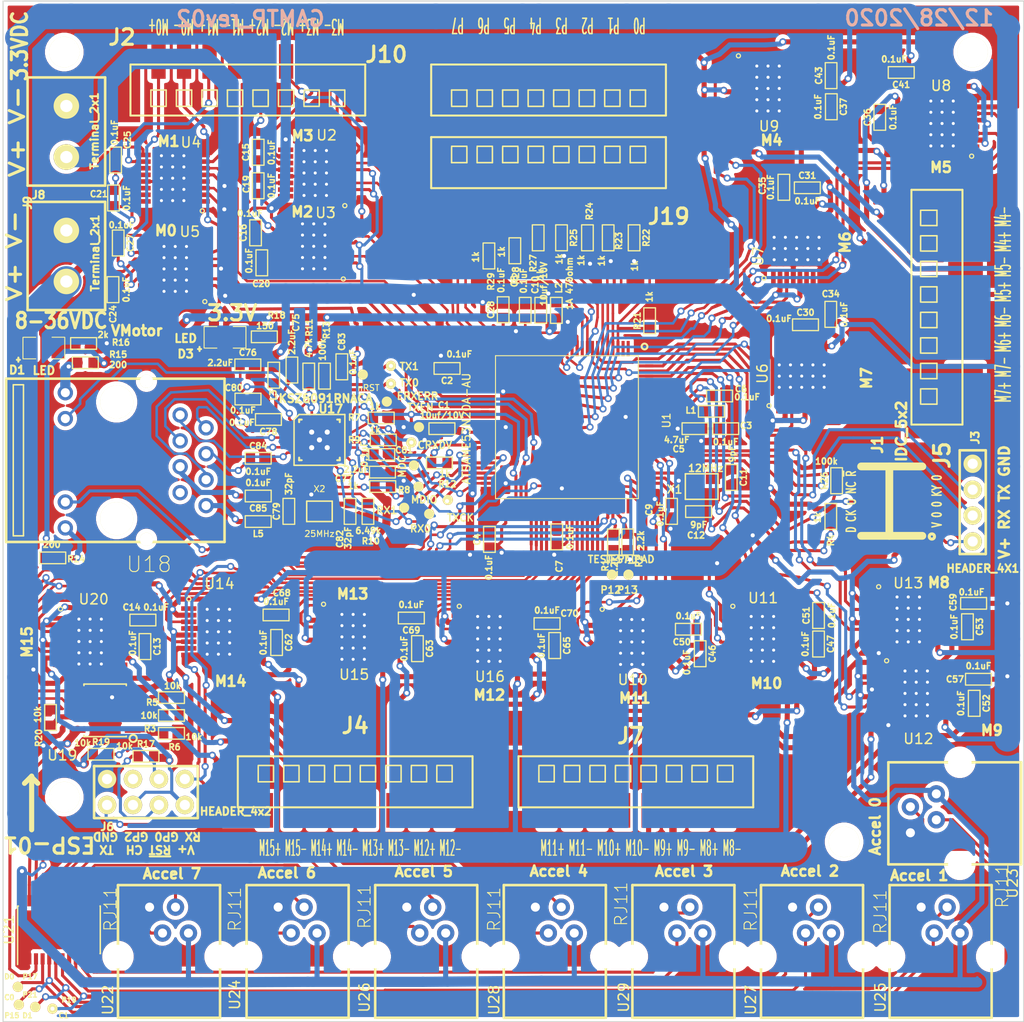
<source format=kicad_pcb>
(kicad_pcb (version 20171130) (host pcbnew 5.1.9-73d0e3b20d~88~ubuntu18.04.1)
  (layers (0 F.Cu signal) (31 B.Cu signal) (34 B.Paste user) (35 F.Paste user) (36 B.SilkS user) (37 F.SilkS user) (38 B.Mask user) (39 F.Mask user) (44 Edge.Cuts user))
  (net 0 "")
  (net 1 GND)
  (net 2 GreenLED)
  (net 3 M0+)
  (net 4 M0-)
  (net 5 M1+)
  (net 6 M1-)
  (net 7 M10+)
  (net 8 M10-)
  (net 9 M11+)
  (net 10 M11-)
  (net 11 M2+)
  (net 12 M2-)
  (net 13 M3+)
  (net 14 M3-)
  (net 15 M4+)
  (net 16 M4-)
  (net 17 M5+)
  (net 18 M5-)
  (net 19 M6+)
  (net 20 M6-)
  (net 21 M7+)
  (net 22 M7-)
  (net 23 M8+)
  (net 24 M8-)
  (net 25 M9+)
  (net 26 M9-)
  (net 27 VMotor)
  (net 28 YellowLED)
  (net 29 "Net-(C27-Pad2)")
  (net 30 "Net-(C30-Pad2)")
  (net 31 "Net-(C35-Pad2)")
  (net 32 "Net-(C36-Pad2)")
  (net 33 "Net-(C36-Pad1)")
  (net 34 "Net-(C41-Pad2)")
  (net 35 "Net-(C43-Pad2)")
  (net 36 "Net-(C46-Pad2)")
  (net 37 "Net-(C51-Pad2)")
  (net 38 "Net-(C52-Pad2)")
  (net 39 "Net-(C52-Pad1)")
  (net 40 "Net-(C59-Pad2)")
  (net 41 "Net-(C62-Pad2)")
  (net 42 "Net-(C69-Pad2)")
  (net 43 M12+)
  (net 44 M12-)
  (net 45 VDD_MCU_VDDCORE)
  (net 46 VDDANA)
  (net 47 XOUT)
  (net 48 XIN)
  (net 49 ~RESET~)
  (net 50 "Net-(C15-Pad2)")
  (net 51 "Net-(C15-Pad1)")
  (net 52 "Net-(C16-Pad2)")
  (net 53 "Net-(C16-Pad1)")
  (net 54 "Net-(C19-Pad2)")
  (net 55 "Net-(C20-Pad2)")
  (net 56 "Net-(C21-Pad2)")
  (net 57 "Net-(C21-Pad1)")
  (net 58 "Net-(C24-Pad2)")
  (net 59 "Net-(C24-Pad1)")
  (net 60 "Net-(C25-Pad2)")
  (net 61 "Net-(C30-Pad1)")
  (net 62 "Net-(C31-Pad2)")
  (net 63 "Net-(C31-Pad1)")
  (net 64 "Net-(C34-Pad2)")
  (net 65 "Net-(C37-Pad2)")
  (net 66 "Net-(C37-Pad1)")
  (net 67 "Net-(C46-Pad1)")
  (net 68 "Net-(C47-Pad2)")
  (net 69 "Net-(C47-Pad1)")
  (net 70 "Net-(C50-Pad2)")
  (net 71 "Net-(C53-Pad2)")
  (net 72 "Net-(C53-Pad1)")
  (net 73 "Net-(C57-Pad2)")
  (net 74 "Net-(C62-Pad1)")
  (net 75 "Net-(C63-Pad2)")
  (net 76 "Net-(C63-Pad1)")
  (net 77 "Net-(C65-Pad2)")
  (net 78 "Net-(C65-Pad1)")
  (net 79 "Net-(C68-Pad2)")
  (net 80 "Net-(C70-Pad2)")
  (net 81 "Net-(C75-Pad1)")
  (net 82 "Net-(C76-Pad1)")
  (net 83 "Net-(C79-Pad1)")
  (net 84 "Net-(C82-Pad1)")
  (net 85 ~RST#~)
  (net 86 "Net-(C84-Pad1)")
  (net 87 "Net-(C85-Pad2)")
  (net 88 "Net-(D1-Pad2)")
  (net 89 "Net-(D3-Pad2)")
  (net 90 SWO)
  (net 91 SWCLK)
  (net 92 SWDIO)
  (net 93 ESP_TX_SAM_RX)
  (net 94 ESP_RX_SAM_TX)
  (net 95 M13+)
  (net 96 M13-)
  (net 97 M14+)
  (net 98 M14-)
  (net 99 VDD_MCU_VSW)
  (net 100 RJ45_GND)
  (net 101 MDC)
  (net 102 MDIO)
  (net 103 RXER)
  (net 104 RX0)
  (net 105 RX1)
  (net 106 TXEN)
  (net 107 TX0)
  (net 108 TX1)
  (net 109 "Net-(R10-Pad1)")
  (net 110 "Net-(R14-Pad1)")
  (net 111 "Net-(R15-Pad1)")
  (net 112 M4_2_PA07)
  (net 113 M5_1_PA04)
  (net 114 M5_2_PA05)
  (net 115 M4_1_PA06)
  (net 116 M6_1_PB08)
  (net 117 M7_2_PB07)
  (net 118 M7_1_PB06)
  (net 119 M1_1_PB10)
  (net 120 M1_2_PB11)
  (net 121 M0_2_PB13)
  (net 122 M0_1_PB12)
  (net 123 M2_2_PA11)
  (net 124 M3_2_PA09)
  (net 125 M2_1_PA10)
  (net 126 M3_1_PA08)
  (net 127 M6_2_PB09)
  (net 128 VDDIO)
  (net 129 "Net-(C13-Pad2)")
  (net 130 "Net-(C13-Pad1)")
  (net 131 "Net-(C14-Pad2)")
  (net 132 "Net-(J6-Pad5)")
  (net 133 "Net-(J6-Pad6)")
  (net 134 M15-)
  (net 135 M15+)
  (net 136 "Net-(R3-Pad1)")
  (net 137 "Net-(R5-Pad1)")
  (net 138 "Net-(R6-Pad1)")
  (net 139 "Net-(R20-Pad2)")
  (net 140 M8_1_PB02)
  (net 141 M8_2_PB03)
  (net 142 M9_2_PB01)
  (net 143 M9_1_PB00)
  (net 144 M10_2_PC25)
  (net 145 M10_1_PC24)
  (net 146 M11_1_PB24)
  (net 147 M11_2_PB25)
  (net 148 TXCK)
  (net 149 CRXDV)
  (net 150 USART0RX)
  (net 151 USART0TX)
  (net 152 SD4)
  (net 153 SC4)
  (net 154 SC0)
  (net 155 SD0)
  (net 156 SC5)
  (net 157 SD5)
  (net 158 SD1)
  (net 159 SC1)
  (net 160 SD6)
  (net 161 SC6)
  (net 162 SD2)
  (net 163 SC2)
  (net 164 SC7)
  (net 165 SD7)
  (net 166 SC3)
  (net 167 SD3)
  (net 168 AN4)
  (net 169 AN3)
  (net 170 AN1)
  (net 171 AN2)
  (net 172 AN0)
  (net 173 AN5)
  (net 174 AN6)
  (net 175 AN7)
  (net 176 SDA_MAC)
  (net 177 SCL_MAC)
  (net 178 INT15_LinkAct)
  (net 179 M15_1_PC18)
  (net 180 M15_2_PC19)
  (net 181 M12_2_PB21)
  (net 182 ~I2C_Reset~)
  (net 183 M13_1_PB18)
  (net 184 M12_1_PB20)
  (net 185 M13_2_PB19)
  (net 186 M14_1_PB16)
  (net 187 M14_2_PB17)
  (net 188 RX_N)
  (net 189 RX_P)
  (net 190 TX_N)
  (net 191 TX_P)
  (module ted_connectors:TED_RJ11_Through_Hole_Horizontal (layer F.Cu) (at 179.74 132.588 90)
    (fp_text reference U23 (at -6.858 5.172 90) (layer F.SilkS))
    (fp_text value RJ11)
    (fp_text user RJ11 (at -7.112 4.156 90) (layer F.SilkS) (effects (font (size 1.2 1.2) (thickness 0.09906))))
    (pad "" np_thru_hole circle (at 5 0 90) (size 2.3 2.3) (drill 2.3) (layers *.Cu *.Mask))
    (pad "" np_thru_hole circle (at -5 0 90) (size 2.3 2.3) (drill 2.3) (layers *.Cu *.Mask))
    (pad 1 thru_hole circle (at -1.905 -4.84 90) (size 1.7 1.7) (drill 0.89) (layers *.Cu *.Mask) (net 1 GND) (clearance 0.2))
    (pad 2 thru_hole circle (at -0.635 -2.3 90) (size 1.7 1.7) (drill 0.89) (layers *.Cu *.Mask) (net 155 SD0) (clearance 0.2))
    (pad 4 thru_hole circle (at 1.905 -2.3 90) (size 1.7 1.7) (drill 0.89) (layers *.Cu *.Mask) (net 128 VDDIO) (clearance 0.2))
    (pad 3 thru_hole circle (at 0.635 -4.84 90) (size 1.7 1.7) (drill 0.89) (layers *.Cu *.Mask) (net 154 SC0) (clearance 0.2))
  )
  (module ted_connectors:TED_RJ11_Through_Hole_Horizontal (layer F.Cu) (at 102.26 146.62)
    (fp_text reference U22 (at -5.994 4.256 90) (layer F.SilkS))
    (fp_text value RJ11)
    (fp_text user RJ11 (at -5.74 -4.634 90) (layer F.SilkS) (effects (font (size 1.2 1.2) (thickness 0.09906))))
    (pad "" np_thru_hole circle (at 5 0) (size 2.3 2.3) (drill 2.3) (layers *.Cu *.Mask))
    (pad "" np_thru_hole circle (at -5 0) (size 2.3 2.3) (drill 2.3) (layers *.Cu *.Mask))
    (pad 1 thru_hole circle (at -1.905 -4.84) (size 1.7 1.7) (drill 0.89) (layers *.Cu *.Mask) (net 1 GND) (clearance 0.2))
    (pad 2 thru_hole circle (at -0.635 -2.3) (size 1.7 1.7) (drill 0.89) (layers *.Cu *.Mask) (net 152 SD4) (clearance 0.2))
    (pad 4 thru_hole circle (at 1.905 -2.3) (size 1.7 1.7) (drill 0.89) (layers *.Cu *.Mask) (net 128 VDDIO) (clearance 0.2))
    (pad 3 thru_hole circle (at 0.635 -4.84) (size 1.7 1.7) (drill 0.89) (layers *.Cu *.Mask) (net 153 SC4) (clearance 0.2))
  )
  (module ted_connectors:TED_RJ11_Through_Hole_Horizontal (layer F.Cu) (at 114.86 146.62)
    (fp_text reference U24 (at -6.148 3.748 90) (layer F.SilkS))
    (fp_text value RJ11)
    (fp_text user RJ11 (at -6.148 -4.634 90) (layer F.SilkS) (effects (font (size 1.2 1.2) (thickness 0.09906))))
    (pad "" np_thru_hole circle (at 5 0) (size 2.3 2.3) (drill 2.3) (layers *.Cu *.Mask))
    (pad "" np_thru_hole circle (at -5 0) (size 2.3 2.3) (drill 2.3) (layers *.Cu *.Mask))
    (pad 1 thru_hole circle (at -1.905 -4.84) (size 1.7 1.7) (drill 0.89) (layers *.Cu *.Mask) (net 1 GND) (clearance 0.2))
    (pad 2 thru_hole circle (at -0.635 -2.3) (size 1.7 1.7) (drill 0.89) (layers *.Cu *.Mask) (net 157 SD5) (clearance 0.2))
    (pad 4 thru_hole circle (at 1.905 -2.3) (size 1.7 1.7) (drill 0.89) (layers *.Cu *.Mask) (net 128 VDDIO) (clearance 0.2))
    (pad 3 thru_hole circle (at 0.635 -4.84) (size 1.7 1.7) (drill 0.89) (layers *.Cu *.Mask) (net 156 SC5) (clearance 0.2))
  )
  (module ted_connectors:TED_RJ11_Through_Hole_Horizontal (layer F.Cu) (at 177.86 146.62)
    (fp_text reference U25 (at -5.902 4.002 90) (layer F.SilkS))
    (fp_text value RJ11)
    (fp_text user RJ11 (at -5.902 -4.38 90) (layer F.SilkS) (effects (font (size 1.2 1.2) (thickness 0.09906))))
    (pad "" np_thru_hole circle (at 5 0) (size 2.3 2.3) (drill 2.3) (layers *.Cu *.Mask))
    (pad "" np_thru_hole circle (at -5 0) (size 2.3 2.3) (drill 2.3) (layers *.Cu *.Mask))
    (pad 1 thru_hole circle (at -1.905 -4.84) (size 1.7 1.7) (drill 0.89) (layers *.Cu *.Mask) (net 1 GND) (clearance 0.2))
    (pad 2 thru_hole circle (at -0.635 -2.3) (size 1.7 1.7) (drill 0.89) (layers *.Cu *.Mask) (net 158 SD1) (clearance 0.2))
    (pad 4 thru_hole circle (at 1.905 -2.3) (size 1.7 1.7) (drill 0.89) (layers *.Cu *.Mask) (net 128 VDDIO) (clearance 0.2))
    (pad 3 thru_hole circle (at 0.635 -4.84) (size 1.7 1.7) (drill 0.89) (layers *.Cu *.Mask) (net 159 SC1) (clearance 0.2))
  )
  (module ted_connectors:TED_RJ11_Through_Hole_Horizontal (layer F.Cu) (at 127.46 146.62)
    (fp_text reference U26 (at -6.048 4.002 90) (layer F.SilkS))
    (fp_text value RJ11)
    (fp_text user RJ11 (at -6.048 -4.888 90) (layer F.SilkS) (effects (font (size 1.2 1.2) (thickness 0.09906))))
    (pad "" np_thru_hole circle (at 5 0) (size 2.3 2.3) (drill 2.3) (layers *.Cu *.Mask))
    (pad "" np_thru_hole circle (at -5 0) (size 2.3 2.3) (drill 2.3) (layers *.Cu *.Mask))
    (pad 1 thru_hole circle (at -1.905 -4.84) (size 1.7 1.7) (drill 0.89) (layers *.Cu *.Mask) (net 1 GND) (clearance 0.2))
    (pad 2 thru_hole circle (at -0.635 -2.3) (size 1.7 1.7) (drill 0.89) (layers *.Cu *.Mask) (net 160 SD6) (clearance 0.2))
    (pad 4 thru_hole circle (at 1.905 -2.3) (size 1.7 1.7) (drill 0.89) (layers *.Cu *.Mask) (net 128 VDDIO) (clearance 0.2))
    (pad 3 thru_hole circle (at 0.635 -4.84) (size 1.7 1.7) (drill 0.89) (layers *.Cu *.Mask) (net 161 SC6) (clearance 0.2))
  )
  (module ted_connectors:TED_RJ11_Through_Hole_Horizontal (layer F.Cu) (at 165.26 146.62)
    (fp_text reference U27 (at -6.002 4.256 90) (layer F.SilkS))
    (fp_text value RJ11)
    (fp_text user RJ11 (at -6.002 -4.634 90) (layer F.SilkS) (effects (font (size 1.2 1.2) (thickness 0.09906))))
    (pad "" np_thru_hole circle (at 5 0) (size 2.3 2.3) (drill 2.3) (layers *.Cu *.Mask))
    (pad "" np_thru_hole circle (at -5 0) (size 2.3 2.3) (drill 2.3) (layers *.Cu *.Mask))
    (pad 1 thru_hole circle (at -1.905 -4.84) (size 1.7 1.7) (drill 0.89) (layers *.Cu *.Mask) (net 1 GND) (clearance 0.2))
    (pad 2 thru_hole circle (at -0.635 -2.3) (size 1.7 1.7) (drill 0.89) (layers *.Cu *.Mask) (net 162 SD2) (clearance 0.2))
    (pad 4 thru_hole circle (at 1.905 -2.3) (size 1.7 1.7) (drill 0.89) (layers *.Cu *.Mask) (net 128 VDDIO) (clearance 0.2))
    (pad 3 thru_hole circle (at 0.635 -4.84) (size 1.7 1.7) (drill 0.89) (layers *.Cu *.Mask) (net 163 SC2) (clearance 0.2))
  )
  (module ted_connectors:TED_RJ11_Through_Hole_Horizontal (layer F.Cu) (at 140.06 146.62)
    (fp_text reference U28 (at -5.948 4.256 90) (layer F.SilkS))
    (fp_text value RJ11)
    (fp_text user RJ11 (at -5.948 -4.634 90) (layer F.SilkS) (effects (font (size 1.2 1.2) (thickness 0.09906))))
    (pad "" np_thru_hole circle (at 5 0) (size 2.3 2.3) (drill 2.3) (layers *.Cu *.Mask))
    (pad "" np_thru_hole circle (at -5 0) (size 2.3 2.3) (drill 2.3) (layers *.Cu *.Mask))
    (pad 1 thru_hole circle (at -1.905 -4.84) (size 1.7 1.7) (drill 0.89) (layers *.Cu *.Mask) (net 1 GND) (clearance 0.2))
    (pad 2 thru_hole circle (at -0.635 -2.3) (size 1.7 1.7) (drill 0.89) (layers *.Cu *.Mask) (net 165 SD7) (clearance 0.2))
    (pad 4 thru_hole circle (at 1.905 -2.3) (size 1.7 1.7) (drill 0.89) (layers *.Cu *.Mask) (net 128 VDDIO) (clearance 0.2))
    (pad 3 thru_hole circle (at 0.635 -4.84) (size 1.7 1.7) (drill 0.89) (layers *.Cu *.Mask) (net 164 SC7) (clearance 0.2))
  )
  (module ted_connectors:TED_RJ11_Through_Hole_Horizontal (layer F.Cu) (at 152.66 146.62)
    (fp_text reference U29 (at -5.848 4.002 90) (layer F.SilkS))
    (fp_text value RJ11)
    (fp_text user RJ11 (at -6.102 -5.142 90) (layer F.SilkS) (effects (font (size 1.2 1.2) (thickness 0.09906))))
    (pad "" np_thru_hole circle (at 5 0) (size 2.3 2.3) (drill 2.3) (layers *.Cu *.Mask))
    (pad "" np_thru_hole circle (at -5 0) (size 2.3 2.3) (drill 2.3) (layers *.Cu *.Mask))
    (pad 1 thru_hole circle (at -1.905 -4.84) (size 1.7 1.7) (drill 0.89) (layers *.Cu *.Mask) (net 1 GND) (clearance 0.2))
    (pad 2 thru_hole circle (at -0.635 -2.3) (size 1.7 1.7) (drill 0.89) (layers *.Cu *.Mask) (net 167 SD3) (clearance 0.2))
    (pad 4 thru_hole circle (at 1.905 -2.3) (size 1.7 1.7) (drill 0.89) (layers *.Cu *.Mask) (net 128 VDDIO) (clearance 0.2))
    (pad 3 thru_hole circle (at 0.635 -4.84) (size 1.7 1.7) (drill 0.89) (layers *.Cu *.Mask) (net 166 SC3) (clearance 0.2))
  )
  (module ted_resistors:TED_SM0603_R (layer F.Cu) (at 133.604 77.978 270)
    (fp_text reference R29 (at 2.505 -0.201 90) (layer F.SilkS) (effects (font (size 0.6 0.6))))
    (fp_text value 1k (at 0.1 1.3 90) (layer F.SilkS) (effects (font (size 0.6 0.6))))
    (pad 2 smd rect (at 0.75184 0 270) (size 0.89916 1.00076) (layers F.Cu F.Paste F.Mask) (net 1 GND) (clearance 0.1))
    (pad 1 smd rect (at -0.75184 0 270) (size 0.89916 1.00076) (layers F.Cu F.Paste F.Mask) (net 175 AN7) (clearance 0.1))
  )
  (module ted_ICs:TSSOP_16+1H (layer F.Cu) (at 116.586 69.85 180)
    (fp_text reference U2 (at -1.114 3.7 180) (layer F.SilkS))
    (fp_text value DRV8800_PWP hide)
    (pad 17 thru_hole circle (at -1.1 0 180) (size 0.3 0.3) (drill 0.3) (layers *.Cu *.Mask) (net 1 GND))
    (pad 17 thru_hole circle (at 1.1 0 180) (size 0.3 0.3) (drill 0.3) (layers *.Cu *.Mask) (net 1 GND))
    (pad 17 thru_hole circle (at 0 0 180) (size 0.3 0.3) (drill 0.3) (layers *.Cu *.Mask) (net 1 GND))
    (pad 2 smd rect (at -2.9 -1.625 180) (size 1.5 0.45) (layers F.Cu F.Paste F.Mask) (net 128 VDDIO))
    (pad 1 smd rect (at -2.9 -2.275 180) (size 1.5 0.45) (layers F.Cu F.Paste F.Mask))
    (pad 17 smd rect (at 0 0 180) (size 3.4 5) (layers B.Cu B.Paste B.Mask) (net 1 GND))
    (pad 3 smd rect (at -2.9 -0.975 180) (size 1.5 0.45) (layers F.Cu F.Paste F.Mask) (net 124 M3_2_PA09))
    (pad 4 smd rect (at -2.9 -0.325 180) (size 1.5 0.45) (layers F.Cu F.Paste F.Mask) (net 1 GND))
    (pad 8 smd rect (at -2.9 2.275 180) (size 1.5 0.45) (layers F.Cu F.Paste F.Mask) (net 1 GND))
    (pad 7 smd rect (at -2.9 1.625 180) (size 1.5 0.45) (layers F.Cu F.Paste F.Mask) (net 13 M3+))
    (pad 5 smd rect (at -2.9 0.325 180) (size 1.5 0.45) (layers F.Cu F.Paste F.Mask) (net 128 VDDIO))
    (pad 6 smd rect (at -2.9 0.975 180) (size 1.5 0.45) (layers F.Cu F.Paste F.Mask) (net 126 M3_1_PA08))
    (pad 11 smd rect (at 2.9 0.975 180) (size 1.5 0.45) (layers F.Cu F.Paste F.Mask) (net 50 "Net-(C15-Pad2)"))
    (pad 12 smd rect (at 2.9 0.325 180) (size 1.5 0.45) (layers F.Cu F.Paste F.Mask) (net 51 "Net-(C15-Pad1)"))
    (pad 10 smd rect (at 2.9 1.625 180) (size 1.5 0.45) (layers F.Cu F.Paste F.Mask) (net 14 M3-))
    (pad 9 smd rect (at 2.9 2.275 180) (size 1.5 0.45) (layers F.Cu F.Paste F.Mask) (net 27 VMotor))
    (pad 13 smd rect (at 2.9 -0.325 180) (size 1.5 0.45) (layers F.Cu F.Paste F.Mask) (net 1 GND))
    (pad 14 smd rect (at 2.9 -0.975 180) (size 1.5 0.45) (layers F.Cu F.Paste F.Mask) (net 54 "Net-(C19-Pad2)"))
    (pad 16 smd rect (at 2.9 -2.275 180) (size 1.5 0.45) (layers F.Cu F.Paste F.Mask))
    (pad 15 smd rect (at 2.9 -1.625 180) (size 1.5 0.45) (layers F.Cu F.Paste F.Mask))
    (pad 17 smd rect (at 0 0 180) (size 3.4 5) (layers F.Cu) (net 1 GND))
    (pad 17 thru_hole circle (at 0 -1.1 180) (size 0.3 0.3) (drill 0.3) (layers *.Cu *.Mask) (net 1 GND))
    (pad 17 thru_hole circle (at 1.1 -1.1 180) (size 0.3 0.3) (drill 0.3) (layers *.Cu *.Mask) (net 1 GND))
    (pad 17 thru_hole circle (at -1.1 -1.1 180) (size 0.3 0.3) (drill 0.3) (layers *.Cu *.Mask) (net 1 GND))
    (pad 17 thru_hole circle (at -1.1 1.1 180) (size 0.3 0.3) (drill 0.3) (layers *.Cu *.Mask) (net 1 GND))
    (pad 17 thru_hole circle (at 1.1 1.1 180) (size 0.3 0.3) (drill 0.3) (layers *.Cu *.Mask) (net 1 GND))
    (pad 17 thru_hole circle (at 0 1.1 180) (size 0.3 0.3) (drill 0.3) (layers *.Cu *.Mask) (net 1 GND))
    (pad 17 thru_hole circle (at 0 2.2 180) (size 0.3 0.3) (drill 0.3) (layers *.Cu *.Mask) (net 1 GND))
    (pad 17 thru_hole circle (at 1.1 2.2 180) (size 0.3 0.3) (drill 0.3) (layers *.Cu *.Mask) (net 1 GND))
    (pad 17 thru_hole circle (at -1.1 2.2 180) (size 0.3 0.3) (drill 0.3) (layers *.Cu *.Mask) (net 1 GND))
    (pad 17 thru_hole circle (at -1.1 -2.2 180) (size 0.3 0.3) (drill 0.3) (layers *.Cu *.Mask) (net 1 GND))
    (pad 17 thru_hole circle (at 1.1 -2.2 180) (size 0.3 0.3) (drill 0.3) (layers *.Cu *.Mask) (net 1 GND))
    (pad 17 thru_hole circle (at 0 -2.2 180) (size 0.3 0.3) (drill 0.3) (layers *.Cu *.Mask) (net 1 GND))
    (pad 17 smd rect (at 0 0 180) (size 3 3) (layers F.Cu F.Paste F.Mask) (net 1 GND))
    (pad 17 smd rect (at 0 0 180) (size 3 3) (layers B.Cu B.Paste B.Mask) (net 1 GND))
  )
  (module ted_ICs:TSSOP_16+1H (layer F.Cu) (at 102.87 79.248 180)
    (fp_text reference U5 (at -1.43 3.648 180) (layer F.SilkS))
    (fp_text value DRV8800_PWP hide)
    (pad 17 thru_hole circle (at -1.1 0 180) (size 0.3 0.3) (drill 0.3) (layers *.Cu *.Mask) (net 1 GND))
    (pad 17 thru_hole circle (at 1.1 0 180) (size 0.3 0.3) (drill 0.3) (layers *.Cu *.Mask) (net 1 GND))
    (pad 17 thru_hole circle (at 0 0 180) (size 0.3 0.3) (drill 0.3) (layers *.Cu *.Mask) (net 1 GND))
    (pad 2 smd rect (at -2.9 -1.625 180) (size 1.5 0.45) (layers F.Cu F.Paste F.Mask) (net 128 VDDIO))
    (pad 1 smd rect (at -2.9 -2.275 180) (size 1.5 0.45) (layers F.Cu F.Paste F.Mask))
    (pad 17 smd rect (at 0 0 180) (size 3.4 5) (layers B.Cu B.Paste B.Mask) (net 1 GND))
    (pad 3 smd rect (at -2.9 -0.975 180) (size 1.5 0.45) (layers F.Cu F.Paste F.Mask) (net 121 M0_2_PB13))
    (pad 4 smd rect (at -2.9 -0.325 180) (size 1.5 0.45) (layers F.Cu F.Paste F.Mask) (net 1 GND))
    (pad 8 smd rect (at -2.9 2.275 180) (size 1.5 0.45) (layers F.Cu F.Paste F.Mask) (net 1 GND))
    (pad 7 smd rect (at -2.9 1.625 180) (size 1.5 0.45) (layers F.Cu F.Paste F.Mask) (net 3 M0+))
    (pad 5 smd rect (at -2.9 0.325 180) (size 1.5 0.45) (layers F.Cu F.Paste F.Mask) (net 128 VDDIO))
    (pad 6 smd rect (at -2.9 0.975 180) (size 1.5 0.45) (layers F.Cu F.Paste F.Mask) (net 122 M0_1_PB12))
    (pad 11 smd rect (at 2.9 0.975 180) (size 1.5 0.45) (layers F.Cu F.Paste F.Mask) (net 58 "Net-(C24-Pad2)"))
    (pad 12 smd rect (at 2.9 0.325 180) (size 1.5 0.45) (layers F.Cu F.Paste F.Mask) (net 59 "Net-(C24-Pad1)"))
    (pad 10 smd rect (at 2.9 1.625 180) (size 1.5 0.45) (layers F.Cu F.Paste F.Mask) (net 4 M0-))
    (pad 9 smd rect (at 2.9 2.275 180) (size 1.5 0.45) (layers F.Cu F.Paste F.Mask) (net 27 VMotor))
    (pad 13 smd rect (at 2.9 -0.325 180) (size 1.5 0.45) (layers F.Cu F.Paste F.Mask) (net 1 GND))
    (pad 14 smd rect (at 2.9 -0.975 180) (size 1.5 0.45) (layers F.Cu F.Paste F.Mask) (net 29 "Net-(C27-Pad2)"))
    (pad 16 smd rect (at 2.9 -2.275 180) (size 1.5 0.45) (layers F.Cu F.Paste F.Mask))
    (pad 15 smd rect (at 2.9 -1.625 180) (size 1.5 0.45) (layers F.Cu F.Paste F.Mask))
    (pad 17 smd rect (at 0 0 180) (size 3.4 5) (layers F.Cu) (net 1 GND))
    (pad 17 thru_hole circle (at 0 -1.1 180) (size 0.3 0.3) (drill 0.3) (layers *.Cu *.Mask) (net 1 GND))
    (pad 17 thru_hole circle (at 1.1 -1.1 180) (size 0.3 0.3) (drill 0.3) (layers *.Cu *.Mask) (net 1 GND))
    (pad 17 thru_hole circle (at -1.1 -1.1 180) (size 0.3 0.3) (drill 0.3) (layers *.Cu *.Mask) (net 1 GND))
    (pad 17 thru_hole circle (at -1.1 1.1 180) (size 0.3 0.3) (drill 0.3) (layers *.Cu *.Mask) (net 1 GND))
    (pad 17 thru_hole circle (at 1.1 1.1 180) (size 0.3 0.3) (drill 0.3) (layers *.Cu *.Mask) (net 1 GND))
    (pad 17 thru_hole circle (at 0 1.1 180) (size 0.3 0.3) (drill 0.3) (layers *.Cu *.Mask) (net 1 GND))
    (pad 17 thru_hole circle (at 0 2.2 180) (size 0.3 0.3) (drill 0.3) (layers *.Cu *.Mask) (net 1 GND))
    (pad 17 thru_hole circle (at 1.1 2.2 180) (size 0.3 0.3) (drill 0.3) (layers *.Cu *.Mask) (net 1 GND))
    (pad 17 thru_hole circle (at -1.1 2.2 180) (size 0.3 0.3) (drill 0.3) (layers *.Cu *.Mask) (net 1 GND))
    (pad 17 thru_hole circle (at -1.1 -2.2 180) (size 0.3 0.3) (drill 0.3) (layers *.Cu *.Mask) (net 1 GND))
    (pad 17 thru_hole circle (at 1.1 -2.2 180) (size 0.3 0.3) (drill 0.3) (layers *.Cu *.Mask) (net 1 GND))
    (pad 17 thru_hole circle (at 0 -2.2 180) (size 0.3 0.3) (drill 0.3) (layers *.Cu *.Mask) (net 1 GND))
    (pad 17 smd rect (at 0 0 180) (size 3 3) (layers F.Cu F.Paste F.Mask) (net 1 GND))
    (pad 17 smd rect (at 0 0 180) (size 3 3) (layers B.Cu B.Paste B.Mask) (net 1 GND))
  )
  (module ted_ICs:TSSOP_16+1H (layer F.Cu) (at 116.438 77.033 180)
    (fp_text reference U3 (at -1.162 3.283 180) (layer F.SilkS))
    (fp_text value DRV8800_PWP hide)
    (pad 17 thru_hole circle (at -1.1 0 180) (size 0.3 0.3) (drill 0.3) (layers *.Cu *.Mask) (net 1 GND))
    (pad 17 thru_hole circle (at 1.1 0 180) (size 0.3 0.3) (drill 0.3) (layers *.Cu *.Mask) (net 1 GND))
    (pad 17 thru_hole circle (at 0 0 180) (size 0.3 0.3) (drill 0.3) (layers *.Cu *.Mask) (net 1 GND))
    (pad 2 smd rect (at -2.9 -1.625 180) (size 1.5 0.45) (layers F.Cu F.Paste F.Mask) (net 128 VDDIO))
    (pad 1 smd rect (at -2.9 -2.275 180) (size 1.5 0.45) (layers F.Cu F.Paste F.Mask))
    (pad 17 smd rect (at 0 0 180) (size 3.4 5) (layers B.Cu B.Paste B.Mask) (net 1 GND))
    (pad 3 smd rect (at -2.9 -0.975 180) (size 1.5 0.45) (layers F.Cu F.Paste F.Mask) (net 123 M2_2_PA11))
    (pad 4 smd rect (at -2.9 -0.325 180) (size 1.5 0.45) (layers F.Cu F.Paste F.Mask) (net 1 GND))
    (pad 8 smd rect (at -2.9 2.275 180) (size 1.5 0.45) (layers F.Cu F.Paste F.Mask) (net 1 GND))
    (pad 7 smd rect (at -2.9 1.625 180) (size 1.5 0.45) (layers F.Cu F.Paste F.Mask) (net 11 M2+))
    (pad 5 smd rect (at -2.9 0.325 180) (size 1.5 0.45) (layers F.Cu F.Paste F.Mask) (net 128 VDDIO))
    (pad 6 smd rect (at -2.9 0.975 180) (size 1.5 0.45) (layers F.Cu F.Paste F.Mask) (net 125 M2_1_PA10))
    (pad 11 smd rect (at 2.9 0.975 180) (size 1.5 0.45) (layers F.Cu F.Paste F.Mask) (net 52 "Net-(C16-Pad2)"))
    (pad 12 smd rect (at 2.9 0.325 180) (size 1.5 0.45) (layers F.Cu F.Paste F.Mask) (net 53 "Net-(C16-Pad1)"))
    (pad 10 smd rect (at 2.9 1.625 180) (size 1.5 0.45) (layers F.Cu F.Paste F.Mask) (net 12 M2-))
    (pad 9 smd rect (at 2.9 2.275 180) (size 1.5 0.45) (layers F.Cu F.Paste F.Mask) (net 27 VMotor))
    (pad 13 smd rect (at 2.9 -0.325 180) (size 1.5 0.45) (layers F.Cu F.Paste F.Mask) (net 1 GND))
    (pad 14 smd rect (at 2.9 -0.975 180) (size 1.5 0.45) (layers F.Cu F.Paste F.Mask) (net 55 "Net-(C20-Pad2)"))
    (pad 16 smd rect (at 2.9 -2.275 180) (size 1.5 0.45) (layers F.Cu F.Paste F.Mask))
    (pad 15 smd rect (at 2.9 -1.625 180) (size 1.5 0.45) (layers F.Cu F.Paste F.Mask))
    (pad 17 smd rect (at 0 0 180) (size 3.4 5) (layers F.Cu) (net 1 GND))
    (pad 17 thru_hole circle (at 0 -1.1 180) (size 0.3 0.3) (drill 0.3) (layers *.Cu *.Mask) (net 1 GND))
    (pad 17 thru_hole circle (at 1.1 -1.1 180) (size 0.3 0.3) (drill 0.3) (layers *.Cu *.Mask) (net 1 GND))
    (pad 17 thru_hole circle (at -1.1 -1.1 180) (size 0.3 0.3) (drill 0.3) (layers *.Cu *.Mask) (net 1 GND))
    (pad 17 thru_hole circle (at -1.1 1.1 180) (size 0.3 0.3) (drill 0.3) (layers *.Cu *.Mask) (net 1 GND))
    (pad 17 thru_hole circle (at 1.1 1.1 180) (size 0.3 0.3) (drill 0.3) (layers *.Cu *.Mask) (net 1 GND))
    (pad 17 thru_hole circle (at 0 1.1 180) (size 0.3 0.3) (drill 0.3) (layers *.Cu *.Mask) (net 1 GND))
    (pad 17 thru_hole circle (at 0 2.2 180) (size 0.3 0.3) (drill 0.3) (layers *.Cu *.Mask) (net 1 GND))
    (pad 17 thru_hole circle (at 1.1 2.2 180) (size 0.3 0.3) (drill 0.3) (layers *.Cu *.Mask) (net 1 GND))
    (pad 17 thru_hole circle (at -1.1 2.2 180) (size 0.3 0.3) (drill 0.3) (layers *.Cu *.Mask) (net 1 GND))
    (pad 17 thru_hole circle (at -1.1 -2.2 180) (size 0.3 0.3) (drill 0.3) (layers *.Cu *.Mask) (net 1 GND))
    (pad 17 thru_hole circle (at 1.1 -2.2 180) (size 0.3 0.3) (drill 0.3) (layers *.Cu *.Mask) (net 1 GND))
    (pad 17 thru_hole circle (at 0 -2.2 180) (size 0.3 0.3) (drill 0.3) (layers *.Cu *.Mask) (net 1 GND))
    (pad 17 smd rect (at 0 0 180) (size 3 3) (layers F.Cu F.Paste F.Mask) (net 1 GND))
    (pad 17 smd rect (at 0 0 180) (size 3 3) (layers B.Cu B.Paste B.Mask) (net 1 GND))
  )
  (module ted_ICs:TSSOP_16+1H (layer F.Cu) (at 102.616 70.358 180)
    (fp_text reference U4 (at -1.784 3.508 180) (layer F.SilkS))
    (fp_text value DRV8800_PWP hide)
    (pad 17 thru_hole circle (at -1.1 0 180) (size 0.3 0.3) (drill 0.3) (layers *.Cu *.Mask) (net 1 GND))
    (pad 17 thru_hole circle (at 1.1 0 180) (size 0.3 0.3) (drill 0.3) (layers *.Cu *.Mask) (net 1 GND))
    (pad 17 thru_hole circle (at 0 0 180) (size 0.3 0.3) (drill 0.3) (layers *.Cu *.Mask) (net 1 GND))
    (pad 2 smd rect (at -2.9 -1.625 180) (size 1.5 0.45) (layers F.Cu F.Paste F.Mask) (net 128 VDDIO))
    (pad 1 smd rect (at -2.9 -2.275 180) (size 1.5 0.45) (layers F.Cu F.Paste F.Mask))
    (pad 17 smd rect (at 0 0 180) (size 3.4 5) (layers B.Cu B.Paste B.Mask) (net 1 GND))
    (pad 3 smd rect (at -2.9 -0.975 180) (size 1.5 0.45) (layers F.Cu F.Paste F.Mask) (net 120 M1_2_PB11))
    (pad 4 smd rect (at -2.9 -0.325 180) (size 1.5 0.45) (layers F.Cu F.Paste F.Mask) (net 1 GND))
    (pad 8 smd rect (at -2.9 2.275 180) (size 1.5 0.45) (layers F.Cu F.Paste F.Mask) (net 1 GND))
    (pad 7 smd rect (at -2.9 1.625 180) (size 1.5 0.45) (layers F.Cu F.Paste F.Mask) (net 5 M1+))
    (pad 5 smd rect (at -2.9 0.325 180) (size 1.5 0.45) (layers F.Cu F.Paste F.Mask) (net 128 VDDIO))
    (pad 6 smd rect (at -2.9 0.975 180) (size 1.5 0.45) (layers F.Cu F.Paste F.Mask) (net 119 M1_1_PB10))
    (pad 11 smd rect (at 2.9 0.975 180) (size 1.5 0.45) (layers F.Cu F.Paste F.Mask) (net 56 "Net-(C21-Pad2)"))
    (pad 12 smd rect (at 2.9 0.325 180) (size 1.5 0.45) (layers F.Cu F.Paste F.Mask) (net 57 "Net-(C21-Pad1)"))
    (pad 10 smd rect (at 2.9 1.625 180) (size 1.5 0.45) (layers F.Cu F.Paste F.Mask) (net 6 M1-))
    (pad 9 smd rect (at 2.9 2.275 180) (size 1.5 0.45) (layers F.Cu F.Paste F.Mask) (net 27 VMotor))
    (pad 13 smd rect (at 2.9 -0.325 180) (size 1.5 0.45) (layers F.Cu F.Paste F.Mask) (net 1 GND))
    (pad 14 smd rect (at 2.9 -0.975 180) (size 1.5 0.45) (layers F.Cu F.Paste F.Mask) (net 60 "Net-(C25-Pad2)"))
    (pad 16 smd rect (at 2.9 -2.275 180) (size 1.5 0.45) (layers F.Cu F.Paste F.Mask))
    (pad 15 smd rect (at 2.9 -1.625 180) (size 1.5 0.45) (layers F.Cu F.Paste F.Mask))
    (pad 17 smd rect (at 0 0 180) (size 3.4 5) (layers F.Cu) (net 1 GND))
    (pad 17 thru_hole circle (at 0 -1.1 180) (size 0.3 0.3) (drill 0.3) (layers *.Cu *.Mask) (net 1 GND))
    (pad 17 thru_hole circle (at 1.1 -1.1 180) (size 0.3 0.3) (drill 0.3) (layers *.Cu *.Mask) (net 1 GND))
    (pad 17 thru_hole circle (at -1.1 -1.1 180) (size 0.3 0.3) (drill 0.3) (layers *.Cu *.Mask) (net 1 GND))
    (pad 17 thru_hole circle (at -1.1 1.1 180) (size 0.3 0.3) (drill 0.3) (layers *.Cu *.Mask) (net 1 GND))
    (pad 17 thru_hole circle (at 1.1 1.1 180) (size 0.3 0.3) (drill 0.3) (layers *.Cu *.Mask) (net 1 GND))
    (pad 17 thru_hole circle (at 0 1.1 180) (size 0.3 0.3) (drill 0.3) (layers *.Cu *.Mask) (net 1 GND))
    (pad 17 thru_hole circle (at 0 2.2 180) (size 0.3 0.3) (drill 0.3) (layers *.Cu *.Mask) (net 1 GND))
    (pad 17 thru_hole circle (at 1.1 2.2 180) (size 0.3 0.3) (drill 0.3) (layers *.Cu *.Mask) (net 1 GND))
    (pad 17 thru_hole circle (at -1.1 2.2 180) (size 0.3 0.3) (drill 0.3) (layers *.Cu *.Mask) (net 1 GND))
    (pad 17 thru_hole circle (at -1.1 -2.2 180) (size 0.3 0.3) (drill 0.3) (layers *.Cu *.Mask) (net 1 GND))
    (pad 17 thru_hole circle (at 1.1 -2.2 180) (size 0.3 0.3) (drill 0.3) (layers *.Cu *.Mask) (net 1 GND))
    (pad 17 thru_hole circle (at 0 -2.2 180) (size 0.3 0.3) (drill 0.3) (layers *.Cu *.Mask) (net 1 GND))
    (pad 17 smd rect (at 0 0 180) (size 3 3) (layers F.Cu F.Paste F.Mask) (net 1 GND))
    (pad 17 smd rect (at 0 0 180) (size 3 3) (layers B.Cu B.Paste B.Mask) (net 1 GND))
  )
  (module ted_ICs:TSSOP_16+1H (layer F.Cu) (at 164.25 89.75 90)
    (fp_text reference U6 (at 0.25 -3.85 90) (layer F.SilkS))
    (fp_text value DRV8800_PWP hide)
    (pad 17 thru_hole circle (at -1.1 0 90) (size 0.3 0.3) (drill 0.3) (layers *.Cu *.Mask) (net 1 GND))
    (pad 17 thru_hole circle (at 1.1 0 90) (size 0.3 0.3) (drill 0.3) (layers *.Cu *.Mask) (net 1 GND))
    (pad 17 thru_hole circle (at 0 0 90) (size 0.3 0.3) (drill 0.3) (layers *.Cu *.Mask) (net 1 GND))
    (pad 2 smd rect (at -2.9 -1.625 90) (size 1.5 0.45) (layers F.Cu F.Paste F.Mask) (net 128 VDDIO))
    (pad 1 smd rect (at -2.9 -2.275 90) (size 1.5 0.45) (layers F.Cu F.Paste F.Mask))
    (pad 17 smd rect (at 0 0 90) (size 3.4 5) (layers B.Cu B.Paste B.Mask) (net 1 GND))
    (pad 3 smd rect (at -2.9 -0.975 90) (size 1.5 0.45) (layers F.Cu F.Paste F.Mask) (net 117 M7_2_PB07))
    (pad 4 smd rect (at -2.9 -0.325 90) (size 1.5 0.45) (layers F.Cu F.Paste F.Mask) (net 1 GND))
    (pad 8 smd rect (at -2.9 2.275 90) (size 1.5 0.45) (layers F.Cu F.Paste F.Mask) (net 1 GND))
    (pad 7 smd rect (at -2.9 1.625 90) (size 1.5 0.45) (layers F.Cu F.Paste F.Mask) (net 21 M7+))
    (pad 5 smd rect (at -2.9 0.325 90) (size 1.5 0.45) (layers F.Cu F.Paste F.Mask) (net 128 VDDIO))
    (pad 6 smd rect (at -2.9 0.975 90) (size 1.5 0.45) (layers F.Cu F.Paste F.Mask) (net 118 M7_1_PB06))
    (pad 11 smd rect (at 2.9 0.975 90) (size 1.5 0.45) (layers F.Cu F.Paste F.Mask) (net 30 "Net-(C30-Pad2)"))
    (pad 12 smd rect (at 2.9 0.325 90) (size 1.5 0.45) (layers F.Cu F.Paste F.Mask) (net 61 "Net-(C30-Pad1)"))
    (pad 10 smd rect (at 2.9 1.625 90) (size 1.5 0.45) (layers F.Cu F.Paste F.Mask) (net 22 M7-))
    (pad 9 smd rect (at 2.9 2.275 90) (size 1.5 0.45) (layers F.Cu F.Paste F.Mask) (net 27 VMotor))
    (pad 13 smd rect (at 2.9 -0.325 90) (size 1.5 0.45) (layers F.Cu F.Paste F.Mask) (net 1 GND))
    (pad 14 smd rect (at 2.9 -0.975 90) (size 1.5 0.45) (layers F.Cu F.Paste F.Mask) (net 64 "Net-(C34-Pad2)"))
    (pad 16 smd rect (at 2.9 -2.275 90) (size 1.5 0.45) (layers F.Cu F.Paste F.Mask))
    (pad 15 smd rect (at 2.9 -1.625 90) (size 1.5 0.45) (layers F.Cu F.Paste F.Mask))
    (pad 17 smd rect (at 0 0 90) (size 3.4 5) (layers F.Cu) (net 1 GND))
    (pad 17 thru_hole circle (at 0 -1.1 90) (size 0.3 0.3) (drill 0.3) (layers *.Cu *.Mask) (net 1 GND))
    (pad 17 thru_hole circle (at 1.1 -1.1 90) (size 0.3 0.3) (drill 0.3) (layers *.Cu *.Mask) (net 1 GND))
    (pad 17 thru_hole circle (at -1.1 -1.1 90) (size 0.3 0.3) (drill 0.3) (layers *.Cu *.Mask) (net 1 GND))
    (pad 17 thru_hole circle (at -1.1 1.1 90) (size 0.3 0.3) (drill 0.3) (layers *.Cu *.Mask) (net 1 GND))
    (pad 17 thru_hole circle (at 1.1 1.1 90) (size 0.3 0.3) (drill 0.3) (layers *.Cu *.Mask) (net 1 GND))
    (pad 17 thru_hole circle (at 0 1.1 90) (size 0.3 0.3) (drill 0.3) (layers *.Cu *.Mask) (net 1 GND))
    (pad 17 thru_hole circle (at 0 2.2 90) (size 0.3 0.3) (drill 0.3) (layers *.Cu *.Mask) (net 1 GND))
    (pad 17 thru_hole circle (at 1.1 2.2 90) (size 0.3 0.3) (drill 0.3) (layers *.Cu *.Mask) (net 1 GND))
    (pad 17 thru_hole circle (at -1.1 2.2 90) (size 0.3 0.3) (drill 0.3) (layers *.Cu *.Mask) (net 1 GND))
    (pad 17 thru_hole circle (at -1.1 -2.2 90) (size 0.3 0.3) (drill 0.3) (layers *.Cu *.Mask) (net 1 GND))
    (pad 17 thru_hole circle (at 1.1 -2.2 90) (size 0.3 0.3) (drill 0.3) (layers *.Cu *.Mask) (net 1 GND))
    (pad 17 thru_hole circle (at 0 -2.2 90) (size 0.3 0.3) (drill 0.3) (layers *.Cu *.Mask) (net 1 GND))
    (pad 17 smd rect (at 0 0 90) (size 3 3) (layers F.Cu F.Paste F.Mask) (net 1 GND))
    (pad 17 smd rect (at 0 0 90) (size 3 3) (layers B.Cu B.Paste B.Mask) (net 1 GND))
  )
  (module ted_ICs:TSSOP_16+1H (layer F.Cu) (at 163.75 77.25 90)
    (fp_text reference U7 (at -0.739 -3.773 90) (layer F.SilkS))
    (fp_text value DRV8800_PWP hide)
    (pad 17 thru_hole circle (at -1.1 0 90) (size 0.3 0.3) (drill 0.3) (layers *.Cu *.Mask) (net 1 GND))
    (pad 17 thru_hole circle (at 1.1 0 90) (size 0.3 0.3) (drill 0.3) (layers *.Cu *.Mask) (net 1 GND))
    (pad 17 thru_hole circle (at 0 0 90) (size 0.3 0.3) (drill 0.3) (layers *.Cu *.Mask) (net 1 GND))
    (pad 2 smd rect (at -2.9 -1.625 90) (size 1.5 0.45) (layers F.Cu F.Paste F.Mask) (net 128 VDDIO))
    (pad 1 smd rect (at -2.9 -2.275 90) (size 1.5 0.45) (layers F.Cu F.Paste F.Mask))
    (pad 17 smd rect (at 0 0 90) (size 3.4 5) (layers B.Cu B.Paste B.Mask) (net 1 GND))
    (pad 3 smd rect (at -2.9 -0.975 90) (size 1.5 0.45) (layers F.Cu F.Paste F.Mask) (net 127 M6_2_PB09))
    (pad 4 smd rect (at -2.9 -0.325 90) (size 1.5 0.45) (layers F.Cu F.Paste F.Mask) (net 1 GND))
    (pad 8 smd rect (at -2.9 2.275 90) (size 1.5 0.45) (layers F.Cu F.Paste F.Mask) (net 1 GND))
    (pad 7 smd rect (at -2.9 1.625 90) (size 1.5 0.45) (layers F.Cu F.Paste F.Mask) (net 19 M6+))
    (pad 5 smd rect (at -2.9 0.325 90) (size 1.5 0.45) (layers F.Cu F.Paste F.Mask) (net 128 VDDIO))
    (pad 6 smd rect (at -2.9 0.975 90) (size 1.5 0.45) (layers F.Cu F.Paste F.Mask) (net 116 M6_1_PB08))
    (pad 11 smd rect (at 2.9 0.975 90) (size 1.5 0.45) (layers F.Cu F.Paste F.Mask) (net 62 "Net-(C31-Pad2)"))
    (pad 12 smd rect (at 2.9 0.325 90) (size 1.5 0.45) (layers F.Cu F.Paste F.Mask) (net 63 "Net-(C31-Pad1)"))
    (pad 10 smd rect (at 2.9 1.625 90) (size 1.5 0.45) (layers F.Cu F.Paste F.Mask) (net 20 M6-))
    (pad 9 smd rect (at 2.9 2.275 90) (size 1.5 0.45) (layers F.Cu F.Paste F.Mask) (net 27 VMotor))
    (pad 13 smd rect (at 2.9 -0.325 90) (size 1.5 0.45) (layers F.Cu F.Paste F.Mask) (net 1 GND))
    (pad 14 smd rect (at 2.9 -0.975 90) (size 1.5 0.45) (layers F.Cu F.Paste F.Mask) (net 31 "Net-(C35-Pad2)"))
    (pad 16 smd rect (at 2.9 -2.275 90) (size 1.5 0.45) (layers F.Cu F.Paste F.Mask))
    (pad 15 smd rect (at 2.9 -1.625 90) (size 1.5 0.45) (layers F.Cu F.Paste F.Mask))
    (pad 17 smd rect (at 0 0 90) (size 3.4 5) (layers F.Cu) (net 1 GND))
    (pad 17 thru_hole circle (at 0 -1.1 90) (size 0.3 0.3) (drill 0.3) (layers *.Cu *.Mask) (net 1 GND))
    (pad 17 thru_hole circle (at 1.1 -1.1 90) (size 0.3 0.3) (drill 0.3) (layers *.Cu *.Mask) (net 1 GND))
    (pad 17 thru_hole circle (at -1.1 -1.1 90) (size 0.3 0.3) (drill 0.3) (layers *.Cu *.Mask) (net 1 GND))
    (pad 17 thru_hole circle (at -1.1 1.1 90) (size 0.3 0.3) (drill 0.3) (layers *.Cu *.Mask) (net 1 GND))
    (pad 17 thru_hole circle (at 1.1 1.1 90) (size 0.3 0.3) (drill 0.3) (layers *.Cu *.Mask) (net 1 GND))
    (pad 17 thru_hole circle (at 0 1.1 90) (size 0.3 0.3) (drill 0.3) (layers *.Cu *.Mask) (net 1 GND))
    (pad 17 thru_hole circle (at 0 2.2 90) (size 0.3 0.3) (drill 0.3) (layers *.Cu *.Mask) (net 1 GND))
    (pad 17 thru_hole circle (at 1.1 2.2 90) (size 0.3 0.3) (drill 0.3) (layers *.Cu *.Mask) (net 1 GND))
    (pad 17 thru_hole circle (at -1.1 2.2 90) (size 0.3 0.3) (drill 0.3) (layers *.Cu *.Mask) (net 1 GND))
    (pad 17 thru_hole circle (at -1.1 -2.2 90) (size 0.3 0.3) (drill 0.3) (layers *.Cu *.Mask) (net 1 GND))
    (pad 17 thru_hole circle (at 1.1 -2.2 90) (size 0.3 0.3) (drill 0.3) (layers *.Cu *.Mask) (net 1 GND))
    (pad 17 thru_hole circle (at 0 -2.2 90) (size 0.3 0.3) (drill 0.3) (layers *.Cu *.Mask) (net 1 GND))
    (pad 17 smd rect (at 0 0 90) (size 3 3) (layers F.Cu F.Paste F.Mask) (net 1 GND))
    (pad 17 smd rect (at 0 0 90) (size 3 3) (layers B.Cu B.Paste B.Mask) (net 1 GND))
  )
  (module ted_ICs:TSSOP_16+1H (layer F.Cu) (at 178 65 180)
    (fp_text reference U8 (at 0.1 3.7 180) (layer F.SilkS))
    (fp_text value DRV8800_PWP hide)
    (pad 17 thru_hole circle (at -1.1 0 180) (size 0.3 0.3) (drill 0.3) (layers *.Cu *.Mask) (net 1 GND))
    (pad 17 thru_hole circle (at 1.1 0 180) (size 0.3 0.3) (drill 0.3) (layers *.Cu *.Mask) (net 1 GND))
    (pad 17 thru_hole circle (at 0 0 180) (size 0.3 0.3) (drill 0.3) (layers *.Cu *.Mask) (net 1 GND))
    (pad 2 smd rect (at -2.9 -1.625 180) (size 1.5 0.45) (layers F.Cu F.Paste F.Mask) (net 128 VDDIO))
    (pad 1 smd rect (at -2.9 -2.275 180) (size 1.5 0.45) (layers F.Cu F.Paste F.Mask))
    (pad 17 smd rect (at 0 0 180) (size 3.4 5) (layers B.Cu B.Paste B.Mask) (net 1 GND))
    (pad 3 smd rect (at -2.9 -0.975 180) (size 1.5 0.45) (layers F.Cu F.Paste F.Mask) (net 114 M5_2_PA05))
    (pad 4 smd rect (at -2.9 -0.325 180) (size 1.5 0.45) (layers F.Cu F.Paste F.Mask) (net 1 GND))
    (pad 8 smd rect (at -2.9 2.275 180) (size 1.5 0.45) (layers F.Cu F.Paste F.Mask) (net 1 GND))
    (pad 7 smd rect (at -2.9 1.625 180) (size 1.5 0.45) (layers F.Cu F.Paste F.Mask) (net 17 M5+))
    (pad 5 smd rect (at -2.9 0.325 180) (size 1.5 0.45) (layers F.Cu F.Paste F.Mask) (net 128 VDDIO))
    (pad 6 smd rect (at -2.9 0.975 180) (size 1.5 0.45) (layers F.Cu F.Paste F.Mask) (net 113 M5_1_PA04))
    (pad 11 smd rect (at 2.9 0.975 180) (size 1.5 0.45) (layers F.Cu F.Paste F.Mask) (net 32 "Net-(C36-Pad2)"))
    (pad 12 smd rect (at 2.9 0.325 180) (size 1.5 0.45) (layers F.Cu F.Paste F.Mask) (net 33 "Net-(C36-Pad1)"))
    (pad 10 smd rect (at 2.9 1.625 180) (size 1.5 0.45) (layers F.Cu F.Paste F.Mask) (net 18 M5-))
    (pad 9 smd rect (at 2.9 2.275 180) (size 1.5 0.45) (layers F.Cu F.Paste F.Mask) (net 27 VMotor))
    (pad 13 smd rect (at 2.9 -0.325 180) (size 1.5 0.45) (layers F.Cu F.Paste F.Mask) (net 1 GND))
    (pad 14 smd rect (at 2.9 -0.975 180) (size 1.5 0.45) (layers F.Cu F.Paste F.Mask) (net 34 "Net-(C41-Pad2)"))
    (pad 16 smd rect (at 2.9 -2.275 180) (size 1.5 0.45) (layers F.Cu F.Paste F.Mask))
    (pad 15 smd rect (at 2.9 -1.625 180) (size 1.5 0.45) (layers F.Cu F.Paste F.Mask))
    (pad 17 smd rect (at 0 0 180) (size 3.4 5) (layers F.Cu) (net 1 GND))
    (pad 17 thru_hole circle (at 0 -1.1 180) (size 0.3 0.3) (drill 0.3) (layers *.Cu *.Mask) (net 1 GND))
    (pad 17 thru_hole circle (at 1.1 -1.1 180) (size 0.3 0.3) (drill 0.3) (layers *.Cu *.Mask) (net 1 GND))
    (pad 17 thru_hole circle (at -1.1 -1.1 180) (size 0.3 0.3) (drill 0.3) (layers *.Cu *.Mask) (net 1 GND))
    (pad 17 thru_hole circle (at -1.1 1.1 180) (size 0.3 0.3) (drill 0.3) (layers *.Cu *.Mask) (net 1 GND))
    (pad 17 thru_hole circle (at 1.1 1.1 180) (size 0.3 0.3) (drill 0.3) (layers *.Cu *.Mask) (net 1 GND))
    (pad 17 thru_hole circle (at 0 1.1 180) (size 0.3 0.3) (drill 0.3) (layers *.Cu *.Mask) (net 1 GND))
    (pad 17 thru_hole circle (at 0 2.2 180) (size 0.3 0.3) (drill 0.3) (layers *.Cu *.Mask) (net 1 GND))
    (pad 17 thru_hole circle (at 1.1 2.2 180) (size 0.3 0.3) (drill 0.3) (layers *.Cu *.Mask) (net 1 GND))
    (pad 17 thru_hole circle (at -1.1 2.2 180) (size 0.3 0.3) (drill 0.3) (layers *.Cu *.Mask) (net 1 GND))
    (pad 17 thru_hole circle (at -1.1 -2.2 180) (size 0.3 0.3) (drill 0.3) (layers *.Cu *.Mask) (net 1 GND))
    (pad 17 thru_hole circle (at 1.1 -2.2 180) (size 0.3 0.3) (drill 0.3) (layers *.Cu *.Mask) (net 1 GND))
    (pad 17 thru_hole circle (at 0 -2.2 180) (size 0.3 0.3) (drill 0.3) (layers *.Cu *.Mask) (net 1 GND))
    (pad 17 smd rect (at 0 0 180) (size 3 3) (layers F.Cu F.Paste F.Mask) (net 1 GND))
    (pad 17 smd rect (at 0 0 180) (size 3 3) (layers B.Cu B.Paste B.Mask) (net 1 GND))
  )
  (module ted_ICs:TSSOP_16+1H (layer F.Cu) (at 160.95 61.57)
    (fp_text reference U9 (at 0.1 3.7) (layer F.SilkS))
    (fp_text value DRV8800_PWP hide)
    (pad 17 thru_hole circle (at -1.1 0) (size 0.3 0.3) (drill 0.3) (layers *.Cu *.Mask) (net 1 GND))
    (pad 17 thru_hole circle (at 1.1 0) (size 0.3 0.3) (drill 0.3) (layers *.Cu *.Mask) (net 1 GND))
    (pad 17 thru_hole circle (at 0 0) (size 0.3 0.3) (drill 0.3) (layers *.Cu *.Mask) (net 1 GND))
    (pad 2 smd rect (at -2.9 -1.625) (size 1.5 0.45) (layers F.Cu F.Paste F.Mask) (net 128 VDDIO))
    (pad 1 smd rect (at -2.9 -2.275) (size 1.5 0.45) (layers F.Cu F.Paste F.Mask))
    (pad 17 smd rect (at 0 0) (size 3.4 5) (layers B.Cu B.Paste B.Mask) (net 1 GND))
    (pad 3 smd rect (at -2.9 -0.975) (size 1.5 0.45) (layers F.Cu F.Paste F.Mask) (net 112 M4_2_PA07))
    (pad 4 smd rect (at -2.9 -0.325) (size 1.5 0.45) (layers F.Cu F.Paste F.Mask) (net 1 GND))
    (pad 8 smd rect (at -2.9 2.275) (size 1.5 0.45) (layers F.Cu F.Paste F.Mask) (net 1 GND))
    (pad 7 smd rect (at -2.9 1.625) (size 1.5 0.45) (layers F.Cu F.Paste F.Mask) (net 15 M4+))
    (pad 5 smd rect (at -2.9 0.325) (size 1.5 0.45) (layers F.Cu F.Paste F.Mask) (net 128 VDDIO))
    (pad 6 smd rect (at -2.9 0.975) (size 1.5 0.45) (layers F.Cu F.Paste F.Mask) (net 115 M4_1_PA06))
    (pad 11 smd rect (at 2.9 0.975) (size 1.5 0.45) (layers F.Cu F.Paste F.Mask) (net 65 "Net-(C37-Pad2)"))
    (pad 12 smd rect (at 2.9 0.325) (size 1.5 0.45) (layers F.Cu F.Paste F.Mask) (net 66 "Net-(C37-Pad1)"))
    (pad 10 smd rect (at 2.9 1.625) (size 1.5 0.45) (layers F.Cu F.Paste F.Mask) (net 16 M4-))
    (pad 9 smd rect (at 2.9 2.275) (size 1.5 0.45) (layers F.Cu F.Paste F.Mask) (net 27 VMotor))
    (pad 13 smd rect (at 2.9 -0.325) (size 1.5 0.45) (layers F.Cu F.Paste F.Mask) (net 1 GND))
    (pad 14 smd rect (at 2.9 -0.975) (size 1.5 0.45) (layers F.Cu F.Paste F.Mask) (net 35 "Net-(C43-Pad2)"))
    (pad 16 smd rect (at 2.9 -2.275) (size 1.5 0.45) (layers F.Cu F.Paste F.Mask))
    (pad 15 smd rect (at 2.9 -1.625) (size 1.5 0.45) (layers F.Cu F.Paste F.Mask))
    (pad 17 smd rect (at 0 0) (size 3.4 5) (layers F.Cu) (net 1 GND))
    (pad 17 thru_hole circle (at 0 -1.1) (size 0.3 0.3) (drill 0.3) (layers *.Cu *.Mask) (net 1 GND))
    (pad 17 thru_hole circle (at 1.1 -1.1) (size 0.3 0.3) (drill 0.3) (layers *.Cu *.Mask) (net 1 GND))
    (pad 17 thru_hole circle (at -1.1 -1.1) (size 0.3 0.3) (drill 0.3) (layers *.Cu *.Mask) (net 1 GND))
    (pad 17 thru_hole circle (at -1.1 1.1) (size 0.3 0.3) (drill 0.3) (layers *.Cu *.Mask) (net 1 GND))
    (pad 17 thru_hole circle (at 1.1 1.1) (size 0.3 0.3) (drill 0.3) (layers *.Cu *.Mask) (net 1 GND))
    (pad 17 thru_hole circle (at 0 1.1) (size 0.3 0.3) (drill 0.3) (layers *.Cu *.Mask) (net 1 GND))
    (pad 17 thru_hole circle (at 0 2.2) (size 0.3 0.3) (drill 0.3) (layers *.Cu *.Mask) (net 1 GND))
    (pad 17 thru_hole circle (at 1.1 2.2) (size 0.3 0.3) (drill 0.3) (layers *.Cu *.Mask) (net 1 GND))
    (pad 17 thru_hole circle (at -1.1 2.2) (size 0.3 0.3) (drill 0.3) (layers *.Cu *.Mask) (net 1 GND))
    (pad 17 thru_hole circle (at -1.1 -2.2) (size 0.3 0.3) (drill 0.3) (layers *.Cu *.Mask) (net 1 GND))
    (pad 17 thru_hole circle (at 1.1 -2.2) (size 0.3 0.3) (drill 0.3) (layers *.Cu *.Mask) (net 1 GND))
    (pad 17 thru_hole circle (at 0 -2.2) (size 0.3 0.3) (drill 0.3) (layers *.Cu *.Mask) (net 1 GND))
    (pad 17 smd rect (at 0 0) (size 3 3) (layers F.Cu F.Paste F.Mask) (net 1 GND))
    (pad 17 smd rect (at 0 0) (size 3 3) (layers B.Cu B.Paste B.Mask) (net 1 GND))
  )
  (module ted_ICs:TSSOP_16+1H (layer F.Cu) (at 147.6 115.8)
    (fp_text reference U10 (at 0.1 3.7) (layer F.SilkS))
    (fp_text value DRV8800_PWP hide)
    (pad 17 thru_hole circle (at -1.1 0) (size 0.3 0.3) (drill 0.3) (layers *.Cu *.Mask) (net 1 GND))
    (pad 17 thru_hole circle (at 1.1 0) (size 0.3 0.3) (drill 0.3) (layers *.Cu *.Mask) (net 1 GND))
    (pad 17 thru_hole circle (at 0 0) (size 0.3 0.3) (drill 0.3) (layers *.Cu *.Mask) (net 1 GND))
    (pad 2 smd rect (at -2.9 -1.625) (size 1.5 0.45) (layers F.Cu F.Paste F.Mask) (net 128 VDDIO))
    (pad 1 smd rect (at -2.9 -2.275) (size 1.5 0.45) (layers F.Cu F.Paste F.Mask))
    (pad 17 smd rect (at 0 0) (size 3.4 5) (layers B.Cu B.Paste B.Mask) (net 1 GND))
    (pad 3 smd rect (at -2.9 -0.975) (size 1.5 0.45) (layers F.Cu F.Paste F.Mask) (net 147 M11_2_PB25))
    (pad 4 smd rect (at -2.9 -0.325) (size 1.5 0.45) (layers F.Cu F.Paste F.Mask) (net 1 GND))
    (pad 8 smd rect (at -2.9 2.275) (size 1.5 0.45) (layers F.Cu F.Paste F.Mask) (net 1 GND))
    (pad 7 smd rect (at -2.9 1.625) (size 1.5 0.45) (layers F.Cu F.Paste F.Mask) (net 9 M11+))
    (pad 5 smd rect (at -2.9 0.325) (size 1.5 0.45) (layers F.Cu F.Paste F.Mask) (net 128 VDDIO))
    (pad 6 smd rect (at -2.9 0.975) (size 1.5 0.45) (layers F.Cu F.Paste F.Mask) (net 146 M11_1_PB24))
    (pad 11 smd rect (at 2.9 0.975) (size 1.5 0.45) (layers F.Cu F.Paste F.Mask) (net 36 "Net-(C46-Pad2)"))
    (pad 12 smd rect (at 2.9 0.325) (size 1.5 0.45) (layers F.Cu F.Paste F.Mask) (net 67 "Net-(C46-Pad1)"))
    (pad 10 smd rect (at 2.9 1.625) (size 1.5 0.45) (layers F.Cu F.Paste F.Mask) (net 10 M11-))
    (pad 9 smd rect (at 2.9 2.275) (size 1.5 0.45) (layers F.Cu F.Paste F.Mask) (net 27 VMotor))
    (pad 13 smd rect (at 2.9 -0.325) (size 1.5 0.45) (layers F.Cu F.Paste F.Mask) (net 1 GND))
    (pad 14 smd rect (at 2.9 -0.975) (size 1.5 0.45) (layers F.Cu F.Paste F.Mask) (net 70 "Net-(C50-Pad2)"))
    (pad 16 smd rect (at 2.9 -2.275) (size 1.5 0.45) (layers F.Cu F.Paste F.Mask))
    (pad 15 smd rect (at 2.9 -1.625) (size 1.5 0.45) (layers F.Cu F.Paste F.Mask))
    (pad 17 smd rect (at 0 0) (size 3.4 5) (layers F.Cu) (net 1 GND))
    (pad 17 thru_hole circle (at 0 -1.1) (size 0.3 0.3) (drill 0.3) (layers *.Cu *.Mask) (net 1 GND))
    (pad 17 thru_hole circle (at 1.1 -1.1) (size 0.3 0.3) (drill 0.3) (layers *.Cu *.Mask) (net 1 GND))
    (pad 17 thru_hole circle (at -1.1 -1.1) (size 0.3 0.3) (drill 0.3) (layers *.Cu *.Mask) (net 1 GND))
    (pad 17 thru_hole circle (at -1.1 1.1) (size 0.3 0.3) (drill 0.3) (layers *.Cu *.Mask) (net 1 GND))
    (pad 17 thru_hole circle (at 1.1 1.1) (size 0.3 0.3) (drill 0.3) (layers *.Cu *.Mask) (net 1 GND))
    (pad 17 thru_hole circle (at 0 1.1) (size 0.3 0.3) (drill 0.3) (layers *.Cu *.Mask) (net 1 GND))
    (pad 17 thru_hole circle (at 0 2.2) (size 0.3 0.3) (drill 0.3) (layers *.Cu *.Mask) (net 1 GND))
    (pad 17 thru_hole circle (at 1.1 2.2) (size 0.3 0.3) (drill 0.3) (layers *.Cu *.Mask) (net 1 GND))
    (pad 17 thru_hole circle (at -1.1 2.2) (size 0.3 0.3) (drill 0.3) (layers *.Cu *.Mask) (net 1 GND))
    (pad 17 thru_hole circle (at -1.1 -2.2) (size 0.3 0.3) (drill 0.3) (layers *.Cu *.Mask) (net 1 GND))
    (pad 17 thru_hole circle (at 1.1 -2.2) (size 0.3 0.3) (drill 0.3) (layers *.Cu *.Mask) (net 1 GND))
    (pad 17 thru_hole circle (at 0 -2.2) (size 0.3 0.3) (drill 0.3) (layers *.Cu *.Mask) (net 1 GND))
    (pad 17 smd rect (at 0 0) (size 3 3) (layers F.Cu F.Paste F.Mask) (net 1 GND))
    (pad 17 smd rect (at 0 0) (size 3 3) (layers B.Cu B.Paste B.Mask) (net 1 GND))
  )
  (module ted_ICs:TSSOP_16+1H (layer F.Cu) (at 160.4 115.5)
    (fp_text reference U11 (at 0.07 -4.006) (layer F.SilkS))
    (fp_text value DRV8800_PWP hide)
    (pad 17 thru_hole circle (at -1.1 0) (size 0.3 0.3) (drill 0.3) (layers *.Cu *.Mask) (net 1 GND))
    (pad 17 thru_hole circle (at 1.1 0) (size 0.3 0.3) (drill 0.3) (layers *.Cu *.Mask) (net 1 GND))
    (pad 17 thru_hole circle (at 0 0) (size 0.3 0.3) (drill 0.3) (layers *.Cu *.Mask) (net 1 GND))
    (pad 2 smd rect (at -2.9 -1.625) (size 1.5 0.45) (layers F.Cu F.Paste F.Mask) (net 128 VDDIO))
    (pad 1 smd rect (at -2.9 -2.275) (size 1.5 0.45) (layers F.Cu F.Paste F.Mask))
    (pad 17 smd rect (at 0 0) (size 3.4 5) (layers B.Cu B.Paste B.Mask) (net 1 GND))
    (pad 3 smd rect (at -2.9 -0.975) (size 1.5 0.45) (layers F.Cu F.Paste F.Mask) (net 144 M10_2_PC25))
    (pad 4 smd rect (at -2.9 -0.325) (size 1.5 0.45) (layers F.Cu F.Paste F.Mask) (net 1 GND))
    (pad 8 smd rect (at -2.9 2.275) (size 1.5 0.45) (layers F.Cu F.Paste F.Mask) (net 1 GND))
    (pad 7 smd rect (at -2.9 1.625) (size 1.5 0.45) (layers F.Cu F.Paste F.Mask) (net 7 M10+))
    (pad 5 smd rect (at -2.9 0.325) (size 1.5 0.45) (layers F.Cu F.Paste F.Mask) (net 128 VDDIO))
    (pad 6 smd rect (at -2.9 0.975) (size 1.5 0.45) (layers F.Cu F.Paste F.Mask) (net 145 M10_1_PC24))
    (pad 11 smd rect (at 2.9 0.975) (size 1.5 0.45) (layers F.Cu F.Paste F.Mask) (net 68 "Net-(C47-Pad2)"))
    (pad 12 smd rect (at 2.9 0.325) (size 1.5 0.45) (layers F.Cu F.Paste F.Mask) (net 69 "Net-(C47-Pad1)"))
    (pad 10 smd rect (at 2.9 1.625) (size 1.5 0.45) (layers F.Cu F.Paste F.Mask) (net 8 M10-))
    (pad 9 smd rect (at 2.9 2.275) (size 1.5 0.45) (layers F.Cu F.Paste F.Mask) (net 27 VMotor))
    (pad 13 smd rect (at 2.9 -0.325) (size 1.5 0.45) (layers F.Cu F.Paste F.Mask) (net 1 GND))
    (pad 14 smd rect (at 2.9 -0.975) (size 1.5 0.45) (layers F.Cu F.Paste F.Mask) (net 37 "Net-(C51-Pad2)"))
    (pad 16 smd rect (at 2.9 -2.275) (size 1.5 0.45) (layers F.Cu F.Paste F.Mask))
    (pad 15 smd rect (at 2.9 -1.625) (size 1.5 0.45) (layers F.Cu F.Paste F.Mask))
    (pad 17 smd rect (at 0 0) (size 3.4 5) (layers F.Cu) (net 1 GND))
    (pad 17 thru_hole circle (at 0 -1.1) (size 0.3 0.3) (drill 0.3) (layers *.Cu *.Mask) (net 1 GND))
    (pad 17 thru_hole circle (at 1.1 -1.1) (size 0.3 0.3) (drill 0.3) (layers *.Cu *.Mask) (net 1 GND))
    (pad 17 thru_hole circle (at -1.1 -1.1) (size 0.3 0.3) (drill 0.3) (layers *.Cu *.Mask) (net 1 GND))
    (pad 17 thru_hole circle (at -1.1 1.1) (size 0.3 0.3) (drill 0.3) (layers *.Cu *.Mask) (net 1 GND))
    (pad 17 thru_hole circle (at 1.1 1.1) (size 0.3 0.3) (drill 0.3) (layers *.Cu *.Mask) (net 1 GND))
    (pad 17 thru_hole circle (at 0 1.1) (size 0.3 0.3) (drill 0.3) (layers *.Cu *.Mask) (net 1 GND))
    (pad 17 thru_hole circle (at 0 2.2) (size 0.3 0.3) (drill 0.3) (layers *.Cu *.Mask) (net 1 GND))
    (pad 17 thru_hole circle (at 1.1 2.2) (size 0.3 0.3) (drill 0.3) (layers *.Cu *.Mask) (net 1 GND))
    (pad 17 thru_hole circle (at -1.1 2.2) (size 0.3 0.3) (drill 0.3) (layers *.Cu *.Mask) (net 1 GND))
    (pad 17 thru_hole circle (at -1.1 -2.2) (size 0.3 0.3) (drill 0.3) (layers *.Cu *.Mask) (net 1 GND))
    (pad 17 thru_hole circle (at 1.1 -2.2) (size 0.3 0.3) (drill 0.3) (layers *.Cu *.Mask) (net 1 GND))
    (pad 17 thru_hole circle (at 0 -2.2) (size 0.3 0.3) (drill 0.3) (layers *.Cu *.Mask) (net 1 GND))
    (pad 17 smd rect (at 0 0) (size 3 3) (layers F.Cu F.Paste F.Mask) (net 1 GND))
    (pad 17 smd rect (at 0 0) (size 3 3) (layers B.Cu B.Paste B.Mask) (net 1 GND))
  )
  (module ted_ICs:TSSOP_16+1H (layer F.Cu) (at 175.47 120.84)
    (fp_text reference U12 (at 0.215 4.445) (layer F.SilkS))
    (fp_text value DRV8800_PWP hide)
    (pad 17 thru_hole circle (at -1.1 0) (size 0.3 0.3) (drill 0.3) (layers *.Cu *.Mask) (net 1 GND))
    (pad 17 thru_hole circle (at 1.1 0) (size 0.3 0.3) (drill 0.3) (layers *.Cu *.Mask) (net 1 GND))
    (pad 17 thru_hole circle (at 0 0) (size 0.3 0.3) (drill 0.3) (layers *.Cu *.Mask) (net 1 GND))
    (pad 2 smd rect (at -2.9 -1.625) (size 1.5 0.45) (layers F.Cu F.Paste F.Mask) (net 128 VDDIO))
    (pad 1 smd rect (at -2.9 -2.275) (size 1.5 0.45) (layers F.Cu F.Paste F.Mask))
    (pad 17 smd rect (at 0 0) (size 3.4 5) (layers B.Cu B.Paste B.Mask) (net 1 GND))
    (pad 3 smd rect (at -2.9 -0.975) (size 1.5 0.45) (layers F.Cu F.Paste F.Mask) (net 142 M9_2_PB01))
    (pad 4 smd rect (at -2.9 -0.325) (size 1.5 0.45) (layers F.Cu F.Paste F.Mask) (net 1 GND))
    (pad 8 smd rect (at -2.9 2.275) (size 1.5 0.45) (layers F.Cu F.Paste F.Mask) (net 1 GND))
    (pad 7 smd rect (at -2.9 1.625) (size 1.5 0.45) (layers F.Cu F.Paste F.Mask) (net 25 M9+))
    (pad 5 smd rect (at -2.9 0.325) (size 1.5 0.45) (layers F.Cu F.Paste F.Mask) (net 128 VDDIO))
    (pad 6 smd rect (at -2.9 0.975) (size 1.5 0.45) (layers F.Cu F.Paste F.Mask) (net 143 M9_1_PB00))
    (pad 11 smd rect (at 2.9 0.975) (size 1.5 0.45) (layers F.Cu F.Paste F.Mask) (net 38 "Net-(C52-Pad2)"))
    (pad 12 smd rect (at 2.9 0.325) (size 1.5 0.45) (layers F.Cu F.Paste F.Mask) (net 39 "Net-(C52-Pad1)"))
    (pad 10 smd rect (at 2.9 1.625) (size 1.5 0.45) (layers F.Cu F.Paste F.Mask) (net 26 M9-))
    (pad 9 smd rect (at 2.9 2.275) (size 1.5 0.45) (layers F.Cu F.Paste F.Mask) (net 27 VMotor))
    (pad 13 smd rect (at 2.9 -0.325) (size 1.5 0.45) (layers F.Cu F.Paste F.Mask) (net 1 GND))
    (pad 14 smd rect (at 2.9 -0.975) (size 1.5 0.45) (layers F.Cu F.Paste F.Mask) (net 73 "Net-(C57-Pad2)"))
    (pad 16 smd rect (at 2.9 -2.275) (size 1.5 0.45) (layers F.Cu F.Paste F.Mask))
    (pad 15 smd rect (at 2.9 -1.625) (size 1.5 0.45) (layers F.Cu F.Paste F.Mask))
    (pad 17 smd rect (at 0 0) (size 3.4 5) (layers F.Cu) (net 1 GND))
    (pad 17 thru_hole circle (at 0 -1.1) (size 0.3 0.3) (drill 0.3) (layers *.Cu *.Mask) (net 1 GND))
    (pad 17 thru_hole circle (at 1.1 -1.1) (size 0.3 0.3) (drill 0.3) (layers *.Cu *.Mask) (net 1 GND))
    (pad 17 thru_hole circle (at -1.1 -1.1) (size 0.3 0.3) (drill 0.3) (layers *.Cu *.Mask) (net 1 GND))
    (pad 17 thru_hole circle (at -1.1 1.1) (size 0.3 0.3) (drill 0.3) (layers *.Cu *.Mask) (net 1 GND))
    (pad 17 thru_hole circle (at 1.1 1.1) (size 0.3 0.3) (drill 0.3) (layers *.Cu *.Mask) (net 1 GND))
    (pad 17 thru_hole circle (at 0 1.1) (size 0.3 0.3) (drill 0.3) (layers *.Cu *.Mask) (net 1 GND))
    (pad 17 thru_hole circle (at 0 2.2) (size 0.3 0.3) (drill 0.3) (layers *.Cu *.Mask) (net 1 GND))
    (pad 17 thru_hole circle (at 1.1 2.2) (size 0.3 0.3) (drill 0.3) (layers *.Cu *.Mask) (net 1 GND))
    (pad 17 thru_hole circle (at -1.1 2.2) (size 0.3 0.3) (drill 0.3) (layers *.Cu *.Mask) (net 1 GND))
    (pad 17 thru_hole circle (at -1.1 -2.2) (size 0.3 0.3) (drill 0.3) (layers *.Cu *.Mask) (net 1 GND))
    (pad 17 thru_hole circle (at 1.1 -2.2) (size 0.3 0.3) (drill 0.3) (layers *.Cu *.Mask) (net 1 GND))
    (pad 17 thru_hole circle (at 0 -2.2) (size 0.3 0.3) (drill 0.3) (layers *.Cu *.Mask) (net 1 GND))
    (pad 17 smd rect (at 0 0) (size 3 3) (layers F.Cu F.Paste F.Mask) (net 1 GND))
    (pad 17 smd rect (at 0 0) (size 3 3) (layers B.Cu B.Paste B.Mask) (net 1 GND))
  )
  (module ted_ICs:TSSOP_16+1H (layer F.Cu) (at 174.69 113.59)
    (fp_text reference U13 (at 0 -3.556) (layer F.SilkS))
    (fp_text value DRV8800_PWP hide)
    (pad 17 thru_hole circle (at -1.1 0) (size 0.3 0.3) (drill 0.3) (layers *.Cu *.Mask) (net 1 GND))
    (pad 17 thru_hole circle (at 1.1 0) (size 0.3 0.3) (drill 0.3) (layers *.Cu *.Mask) (net 1 GND))
    (pad 17 thru_hole circle (at 0 0) (size 0.3 0.3) (drill 0.3) (layers *.Cu *.Mask) (net 1 GND))
    (pad 2 smd rect (at -2.9 -1.625) (size 1.5 0.45) (layers F.Cu F.Paste F.Mask) (net 128 VDDIO))
    (pad 1 smd rect (at -2.9 -2.275) (size 1.5 0.45) (layers F.Cu F.Paste F.Mask))
    (pad 17 smd rect (at 0 0) (size 3.4 5) (layers B.Cu B.Paste B.Mask) (net 1 GND))
    (pad 3 smd rect (at -2.9 -0.975) (size 1.5 0.45) (layers F.Cu F.Paste F.Mask) (net 141 M8_2_PB03))
    (pad 4 smd rect (at -2.9 -0.325) (size 1.5 0.45) (layers F.Cu F.Paste F.Mask) (net 1 GND))
    (pad 8 smd rect (at -2.9 2.275) (size 1.5 0.45) (layers F.Cu F.Paste F.Mask) (net 1 GND))
    (pad 7 smd rect (at -2.9 1.625) (size 1.5 0.45) (layers F.Cu F.Paste F.Mask) (net 23 M8+))
    (pad 5 smd rect (at -2.9 0.325) (size 1.5 0.45) (layers F.Cu F.Paste F.Mask) (net 128 VDDIO))
    (pad 6 smd rect (at -2.9 0.975) (size 1.5 0.45) (layers F.Cu F.Paste F.Mask) (net 140 M8_1_PB02))
    (pad 11 smd rect (at 2.9 0.975) (size 1.5 0.45) (layers F.Cu F.Paste F.Mask) (net 71 "Net-(C53-Pad2)"))
    (pad 12 smd rect (at 2.9 0.325) (size 1.5 0.45) (layers F.Cu F.Paste F.Mask) (net 72 "Net-(C53-Pad1)"))
    (pad 10 smd rect (at 2.9 1.625) (size 1.5 0.45) (layers F.Cu F.Paste F.Mask) (net 24 M8-))
    (pad 9 smd rect (at 2.9 2.275) (size 1.5 0.45) (layers F.Cu F.Paste F.Mask) (net 27 VMotor))
    (pad 13 smd rect (at 2.9 -0.325) (size 1.5 0.45) (layers F.Cu F.Paste F.Mask) (net 1 GND))
    (pad 14 smd rect (at 2.9 -0.975) (size 1.5 0.45) (layers F.Cu F.Paste F.Mask) (net 40 "Net-(C59-Pad2)"))
    (pad 16 smd rect (at 2.9 -2.275) (size 1.5 0.45) (layers F.Cu F.Paste F.Mask))
    (pad 15 smd rect (at 2.9 -1.625) (size 1.5 0.45) (layers F.Cu F.Paste F.Mask))
    (pad 17 smd rect (at 0 0) (size 3.4 5) (layers F.Cu) (net 1 GND))
    (pad 17 thru_hole circle (at 0 -1.1) (size 0.3 0.3) (drill 0.3) (layers *.Cu *.Mask) (net 1 GND))
    (pad 17 thru_hole circle (at 1.1 -1.1) (size 0.3 0.3) (drill 0.3) (layers *.Cu *.Mask) (net 1 GND))
    (pad 17 thru_hole circle (at -1.1 -1.1) (size 0.3 0.3) (drill 0.3) (layers *.Cu *.Mask) (net 1 GND))
    (pad 17 thru_hole circle (at -1.1 1.1) (size 0.3 0.3) (drill 0.3) (layers *.Cu *.Mask) (net 1 GND))
    (pad 17 thru_hole circle (at 1.1 1.1) (size 0.3 0.3) (drill 0.3) (layers *.Cu *.Mask) (net 1 GND))
    (pad 17 thru_hole circle (at 0 1.1) (size 0.3 0.3) (drill 0.3) (layers *.Cu *.Mask) (net 1 GND))
    (pad 17 thru_hole circle (at 0 2.2) (size 0.3 0.3) (drill 0.3) (layers *.Cu *.Mask) (net 1 GND))
    (pad 17 thru_hole circle (at 1.1 2.2) (size 0.3 0.3) (drill 0.3) (layers *.Cu *.Mask) (net 1 GND))
    (pad 17 thru_hole circle (at -1.1 2.2) (size 0.3 0.3) (drill 0.3) (layers *.Cu *.Mask) (net 1 GND))
    (pad 17 thru_hole circle (at -1.1 -2.2) (size 0.3 0.3) (drill 0.3) (layers *.Cu *.Mask) (net 1 GND))
    (pad 17 thru_hole circle (at 1.1 -2.2) (size 0.3 0.3) (drill 0.3) (layers *.Cu *.Mask) (net 1 GND))
    (pad 17 thru_hole circle (at 0 -2.2) (size 0.3 0.3) (drill 0.3) (layers *.Cu *.Mask) (net 1 GND))
    (pad 17 smd rect (at 0 0) (size 3 3) (layers F.Cu F.Paste F.Mask) (net 1 GND))
    (pad 17 smd rect (at 0 0) (size 3 3) (layers B.Cu B.Paste B.Mask) (net 1 GND))
  )
  (module ted_ICs:TSSOP_16+1H (layer F.Cu) (at 107.1 114.8)
    (fp_text reference U14 (at 0.1 -4.7 180) (layer F.SilkS))
    (fp_text value DRV8800_PWP hide)
    (pad 17 thru_hole circle (at -1.1 0) (size 0.3 0.3) (drill 0.3) (layers *.Cu *.Mask) (net 1 GND))
    (pad 17 thru_hole circle (at 1.1 0) (size 0.3 0.3) (drill 0.3) (layers *.Cu *.Mask) (net 1 GND))
    (pad 17 thru_hole circle (at 0 0) (size 0.3 0.3) (drill 0.3) (layers *.Cu *.Mask) (net 1 GND))
    (pad 2 smd rect (at -2.9 -1.625) (size 1.5 0.45) (layers F.Cu F.Paste F.Mask) (net 128 VDDIO))
    (pad 1 smd rect (at -2.9 -2.275) (size 1.5 0.45) (layers F.Cu F.Paste F.Mask))
    (pad 17 smd rect (at 0 0) (size 3.4 5) (layers B.Cu B.Paste B.Mask) (net 1 GND))
    (pad 3 smd rect (at -2.9 -0.975) (size 1.5 0.45) (layers F.Cu F.Paste F.Mask) (net 187 M14_2_PB17))
    (pad 4 smd rect (at -2.9 -0.325) (size 1.5 0.45) (layers F.Cu F.Paste F.Mask) (net 1 GND))
    (pad 8 smd rect (at -2.9 2.275) (size 1.5 0.45) (layers F.Cu F.Paste F.Mask) (net 1 GND))
    (pad 7 smd rect (at -2.9 1.625) (size 1.5 0.45) (layers F.Cu F.Paste F.Mask) (net 97 M14+))
    (pad 5 smd rect (at -2.9 0.325) (size 1.5 0.45) (layers F.Cu F.Paste F.Mask) (net 128 VDDIO))
    (pad 6 smd rect (at -2.9 0.975) (size 1.5 0.45) (layers F.Cu F.Paste F.Mask) (net 186 M14_1_PB16))
    (pad 11 smd rect (at 2.9 0.975) (size 1.5 0.45) (layers F.Cu F.Paste F.Mask) (net 41 "Net-(C62-Pad2)"))
    (pad 12 smd rect (at 2.9 0.325) (size 1.5 0.45) (layers F.Cu F.Paste F.Mask) (net 74 "Net-(C62-Pad1)"))
    (pad 10 smd rect (at 2.9 1.625) (size 1.5 0.45) (layers F.Cu F.Paste F.Mask) (net 98 M14-))
    (pad 9 smd rect (at 2.9 2.275) (size 1.5 0.45) (layers F.Cu F.Paste F.Mask) (net 27 VMotor))
    (pad 13 smd rect (at 2.9 -0.325) (size 1.5 0.45) (layers F.Cu F.Paste F.Mask) (net 1 GND))
    (pad 14 smd rect (at 2.9 -0.975) (size 1.5 0.45) (layers F.Cu F.Paste F.Mask) (net 79 "Net-(C68-Pad2)"))
    (pad 16 smd rect (at 2.9 -2.275) (size 1.5 0.45) (layers F.Cu F.Paste F.Mask))
    (pad 15 smd rect (at 2.9 -1.625) (size 1.5 0.45) (layers F.Cu F.Paste F.Mask))
    (pad 17 smd rect (at 0 0) (size 3.4 5) (layers F.Cu) (net 1 GND))
    (pad 17 thru_hole circle (at 0 -1.1) (size 0.3 0.3) (drill 0.3) (layers *.Cu *.Mask) (net 1 GND))
    (pad 17 thru_hole circle (at 1.1 -1.1) (size 0.3 0.3) (drill 0.3) (layers *.Cu *.Mask) (net 1 GND))
    (pad 17 thru_hole circle (at -1.1 -1.1) (size 0.3 0.3) (drill 0.3) (layers *.Cu *.Mask) (net 1 GND))
    (pad 17 thru_hole circle (at -1.1 1.1) (size 0.3 0.3) (drill 0.3) (layers *.Cu *.Mask) (net 1 GND))
    (pad 17 thru_hole circle (at 1.1 1.1) (size 0.3 0.3) (drill 0.3) (layers *.Cu *.Mask) (net 1 GND))
    (pad 17 thru_hole circle (at 0 1.1) (size 0.3 0.3) (drill 0.3) (layers *.Cu *.Mask) (net 1 GND))
    (pad 17 thru_hole circle (at 0 2.2) (size 0.3 0.3) (drill 0.3) (layers *.Cu *.Mask) (net 1 GND))
    (pad 17 thru_hole circle (at 1.1 2.2) (size 0.3 0.3) (drill 0.3) (layers *.Cu *.Mask) (net 1 GND))
    (pad 17 thru_hole circle (at -1.1 2.2) (size 0.3 0.3) (drill 0.3) (layers *.Cu *.Mask) (net 1 GND))
    (pad 17 thru_hole circle (at -1.1 -2.2) (size 0.3 0.3) (drill 0.3) (layers *.Cu *.Mask) (net 1 GND))
    (pad 17 thru_hole circle (at 1.1 -2.2) (size 0.3 0.3) (drill 0.3) (layers *.Cu *.Mask) (net 1 GND))
    (pad 17 thru_hole circle (at 0 -2.2) (size 0.3 0.3) (drill 0.3) (layers *.Cu *.Mask) (net 1 GND))
    (pad 17 smd rect (at 0 0) (size 3 3) (layers F.Cu F.Paste F.Mask) (net 1 GND))
    (pad 17 smd rect (at 0 0) (size 3 3) (layers B.Cu B.Paste B.Mask) (net 1 GND))
  )
  (module ted_ICs:TSSOP_16+1H (layer F.Cu) (at 120.3 115.3)
    (fp_text reference U15 (at 0.1 3.7) (layer F.SilkS))
    (fp_text value DRV8800_PWP hide)
    (pad 17 thru_hole circle (at -1.1 0) (size 0.3 0.3) (drill 0.3) (layers *.Cu *.Mask) (net 1 GND))
    (pad 17 thru_hole circle (at 1.1 0) (size 0.3 0.3) (drill 0.3) (layers *.Cu *.Mask) (net 1 GND))
    (pad 17 thru_hole circle (at 0 0) (size 0.3 0.3) (drill 0.3) (layers *.Cu *.Mask) (net 1 GND))
    (pad 2 smd rect (at -2.9 -1.625) (size 1.5 0.45) (layers F.Cu F.Paste F.Mask) (net 128 VDDIO))
    (pad 1 smd rect (at -2.9 -2.275) (size 1.5 0.45) (layers F.Cu F.Paste F.Mask))
    (pad 17 smd rect (at 0 0) (size 3.4 5) (layers B.Cu B.Paste B.Mask) (net 1 GND))
    (pad 3 smd rect (at -2.9 -0.975) (size 1.5 0.45) (layers F.Cu F.Paste F.Mask) (net 185 M13_2_PB19))
    (pad 4 smd rect (at -2.9 -0.325) (size 1.5 0.45) (layers F.Cu F.Paste F.Mask) (net 1 GND))
    (pad 8 smd rect (at -2.9 2.275) (size 1.5 0.45) (layers F.Cu F.Paste F.Mask) (net 1 GND))
    (pad 7 smd rect (at -2.9 1.625) (size 1.5 0.45) (layers F.Cu F.Paste F.Mask) (net 95 M13+))
    (pad 5 smd rect (at -2.9 0.325) (size 1.5 0.45) (layers F.Cu F.Paste F.Mask) (net 128 VDDIO))
    (pad 6 smd rect (at -2.9 0.975) (size 1.5 0.45) (layers F.Cu F.Paste F.Mask) (net 183 M13_1_PB18))
    (pad 11 smd rect (at 2.9 0.975) (size 1.5 0.45) (layers F.Cu F.Paste F.Mask) (net 75 "Net-(C63-Pad2)"))
    (pad 12 smd rect (at 2.9 0.325) (size 1.5 0.45) (layers F.Cu F.Paste F.Mask) (net 76 "Net-(C63-Pad1)"))
    (pad 10 smd rect (at 2.9 1.625) (size 1.5 0.45) (layers F.Cu F.Paste F.Mask) (net 96 M13-))
    (pad 9 smd rect (at 2.9 2.275) (size 1.5 0.45) (layers F.Cu F.Paste F.Mask) (net 27 VMotor))
    (pad 13 smd rect (at 2.9 -0.325) (size 1.5 0.45) (layers F.Cu F.Paste F.Mask) (net 1 GND))
    (pad 14 smd rect (at 2.9 -0.975) (size 1.5 0.45) (layers F.Cu F.Paste F.Mask) (net 42 "Net-(C69-Pad2)"))
    (pad 16 smd rect (at 2.9 -2.275) (size 1.5 0.45) (layers F.Cu F.Paste F.Mask))
    (pad 15 smd rect (at 2.9 -1.625) (size 1.5 0.45) (layers F.Cu F.Paste F.Mask))
    (pad 17 smd rect (at 0 0) (size 3.4 5) (layers F.Cu) (net 1 GND))
    (pad 17 thru_hole circle (at 0 -1.1) (size 0.3 0.3) (drill 0.3) (layers *.Cu *.Mask) (net 1 GND))
    (pad 17 thru_hole circle (at 1.1 -1.1) (size 0.3 0.3) (drill 0.3) (layers *.Cu *.Mask) (net 1 GND))
    (pad 17 thru_hole circle (at -1.1 -1.1) (size 0.3 0.3) (drill 0.3) (layers *.Cu *.Mask) (net 1 GND))
    (pad 17 thru_hole circle (at -1.1 1.1) (size 0.3 0.3) (drill 0.3) (layers *.Cu *.Mask) (net 1 GND))
    (pad 17 thru_hole circle (at 1.1 1.1) (size 0.3 0.3) (drill 0.3) (layers *.Cu *.Mask) (net 1 GND))
    (pad 17 thru_hole circle (at 0 1.1) (size 0.3 0.3) (drill 0.3) (layers *.Cu *.Mask) (net 1 GND))
    (pad 17 thru_hole circle (at 0 2.2) (size 0.3 0.3) (drill 0.3) (layers *.Cu *.Mask) (net 1 GND))
    (pad 17 thru_hole circle (at 1.1 2.2) (size 0.3 0.3) (drill 0.3) (layers *.Cu *.Mask) (net 1 GND))
    (pad 17 thru_hole circle (at -1.1 2.2) (size 0.3 0.3) (drill 0.3) (layers *.Cu *.Mask) (net 1 GND))
    (pad 17 thru_hole circle (at -1.1 -2.2) (size 0.3 0.3) (drill 0.3) (layers *.Cu *.Mask) (net 1 GND))
    (pad 17 thru_hole circle (at 1.1 -2.2) (size 0.3 0.3) (drill 0.3) (layers *.Cu *.Mask) (net 1 GND))
    (pad 17 thru_hole circle (at 0 -2.2) (size 0.3 0.3) (drill 0.3) (layers *.Cu *.Mask) (net 1 GND))
    (pad 17 smd rect (at 0 0) (size 3 3) (layers F.Cu F.Paste F.Mask) (net 1 GND))
    (pad 17 smd rect (at 0 0) (size 3 3) (layers B.Cu B.Paste B.Mask) (net 1 GND))
  )
  (module ted_ICs:TSSOP_16+1H (layer F.Cu) (at 133.6 115.5)
    (fp_text reference U16 (at 0.1 3.7) (layer F.SilkS))
    (fp_text value DRV8800_PWP hide)
    (pad 17 thru_hole circle (at -1.1 0) (size 0.3 0.3) (drill 0.3) (layers *.Cu *.Mask) (net 1 GND))
    (pad 17 thru_hole circle (at 1.1 0) (size 0.3 0.3) (drill 0.3) (layers *.Cu *.Mask) (net 1 GND))
    (pad 17 thru_hole circle (at 0 0) (size 0.3 0.3) (drill 0.3) (layers *.Cu *.Mask) (net 1 GND))
    (pad 2 smd rect (at -2.9 -1.625) (size 1.5 0.45) (layers F.Cu F.Paste F.Mask) (net 128 VDDIO))
    (pad 1 smd rect (at -2.9 -2.275) (size 1.5 0.45) (layers F.Cu F.Paste F.Mask))
    (pad 17 smd rect (at 0 0) (size 3.4 5) (layers B.Cu B.Paste B.Mask) (net 1 GND))
    (pad 3 smd rect (at -2.9 -0.975) (size 1.5 0.45) (layers F.Cu F.Paste F.Mask) (net 181 M12_2_PB21))
    (pad 4 smd rect (at -2.9 -0.325) (size 1.5 0.45) (layers F.Cu F.Paste F.Mask) (net 1 GND))
    (pad 8 smd rect (at -2.9 2.275) (size 1.5 0.45) (layers F.Cu F.Paste F.Mask) (net 1 GND))
    (pad 7 smd rect (at -2.9 1.625) (size 1.5 0.45) (layers F.Cu F.Paste F.Mask) (net 43 M12+))
    (pad 5 smd rect (at -2.9 0.325) (size 1.5 0.45) (layers F.Cu F.Paste F.Mask) (net 128 VDDIO))
    (pad 6 smd rect (at -2.9 0.975) (size 1.5 0.45) (layers F.Cu F.Paste F.Mask) (net 184 M12_1_PB20))
    (pad 11 smd rect (at 2.9 0.975) (size 1.5 0.45) (layers F.Cu F.Paste F.Mask) (net 77 "Net-(C65-Pad2)"))
    (pad 12 smd rect (at 2.9 0.325) (size 1.5 0.45) (layers F.Cu F.Paste F.Mask) (net 78 "Net-(C65-Pad1)"))
    (pad 10 smd rect (at 2.9 1.625) (size 1.5 0.45) (layers F.Cu F.Paste F.Mask) (net 44 M12-))
    (pad 9 smd rect (at 2.9 2.275) (size 1.5 0.45) (layers F.Cu F.Paste F.Mask) (net 27 VMotor))
    (pad 13 smd rect (at 2.9 -0.325) (size 1.5 0.45) (layers F.Cu F.Paste F.Mask) (net 1 GND))
    (pad 14 smd rect (at 2.9 -0.975) (size 1.5 0.45) (layers F.Cu F.Paste F.Mask) (net 80 "Net-(C70-Pad2)"))
    (pad 16 smd rect (at 2.9 -2.275) (size 1.5 0.45) (layers F.Cu F.Paste F.Mask))
    (pad 15 smd rect (at 2.9 -1.625) (size 1.5 0.45) (layers F.Cu F.Paste F.Mask))
    (pad 17 smd rect (at 0 0) (size 3.4 5) (layers F.Cu) (net 1 GND))
    (pad 17 thru_hole circle (at 0 -1.1) (size 0.3 0.3) (drill 0.3) (layers *.Cu *.Mask) (net 1 GND))
    (pad 17 thru_hole circle (at 1.1 -1.1) (size 0.3 0.3) (drill 0.3) (layers *.Cu *.Mask) (net 1 GND))
    (pad 17 thru_hole circle (at -1.1 -1.1) (size 0.3 0.3) (drill 0.3) (layers *.Cu *.Mask) (net 1 GND))
    (pad 17 thru_hole circle (at -1.1 1.1) (size 0.3 0.3) (drill 0.3) (layers *.Cu *.Mask) (net 1 GND))
    (pad 17 thru_hole circle (at 1.1 1.1) (size 0.3 0.3) (drill 0.3) (layers *.Cu *.Mask) (net 1 GND))
    (pad 17 thru_hole circle (at 0 1.1) (size 0.3 0.3) (drill 0.3) (layers *.Cu *.Mask) (net 1 GND))
    (pad 17 thru_hole circle (at 0 2.2) (size 0.3 0.3) (drill 0.3) (layers *.Cu *.Mask) (net 1 GND))
    (pad 17 thru_hole circle (at 1.1 2.2) (size 0.3 0.3) (drill 0.3) (layers *.Cu *.Mask) (net 1 GND))
    (pad 17 thru_hole circle (at -1.1 2.2) (size 0.3 0.3) (drill 0.3) (layers *.Cu *.Mask) (net 1 GND))
    (pad 17 thru_hole circle (at -1.1 -2.2) (size 0.3 0.3) (drill 0.3) (layers *.Cu *.Mask) (net 1 GND))
    (pad 17 thru_hole circle (at 1.1 -2.2) (size 0.3 0.3) (drill 0.3) (layers *.Cu *.Mask) (net 1 GND))
    (pad 17 thru_hole circle (at 0 -2.2) (size 0.3 0.3) (drill 0.3) (layers *.Cu *.Mask) (net 1 GND))
    (pad 17 smd rect (at 0 0) (size 3 3) (layers F.Cu F.Paste F.Mask) (net 1 GND))
    (pad 17 smd rect (at 0 0) (size 3 3) (layers B.Cu B.Paste B.Mask) (net 1 GND))
  )
  (module ted_ICs:TSSOP_16+1H (layer F.Cu) (at 94.53 115.76)
    (fp_text reference U20 (at 0.35 -4.15) (layer F.SilkS))
    (fp_text value DRV8800_PWP hide)
    (pad 17 thru_hole circle (at -1.1 0) (size 0.3 0.3) (drill 0.3) (layers *.Cu *.Mask) (net 1 GND))
    (pad 17 thru_hole circle (at 1.1 0) (size 0.3 0.3) (drill 0.3) (layers *.Cu *.Mask) (net 1 GND))
    (pad 17 thru_hole circle (at 0 0) (size 0.3 0.3) (drill 0.3) (layers *.Cu *.Mask) (net 1 GND))
    (pad 2 smd rect (at -2.9 -1.625) (size 1.5 0.45) (layers F.Cu F.Paste F.Mask) (net 128 VDDIO))
    (pad 1 smd rect (at -2.9 -2.275) (size 1.5 0.45) (layers F.Cu F.Paste F.Mask))
    (pad 17 smd rect (at 0 0) (size 3.4 5) (layers B.Cu B.Paste B.Mask) (net 1 GND))
    (pad 3 smd rect (at -2.9 -0.975) (size 1.5 0.45) (layers F.Cu F.Paste F.Mask) (net 180 M15_2_PC19))
    (pad 4 smd rect (at -2.9 -0.325) (size 1.5 0.45) (layers F.Cu F.Paste F.Mask) (net 1 GND))
    (pad 8 smd rect (at -2.9 2.275) (size 1.5 0.45) (layers F.Cu F.Paste F.Mask) (net 1 GND))
    (pad 7 smd rect (at -2.9 1.625) (size 1.5 0.45) (layers F.Cu F.Paste F.Mask) (net 135 M15+))
    (pad 5 smd rect (at -2.9 0.325) (size 1.5 0.45) (layers F.Cu F.Paste F.Mask) (net 128 VDDIO))
    (pad 6 smd rect (at -2.9 0.975) (size 1.5 0.45) (layers F.Cu F.Paste F.Mask) (net 179 M15_1_PC18))
    (pad 11 smd rect (at 2.9 0.975) (size 1.5 0.45) (layers F.Cu F.Paste F.Mask) (net 129 "Net-(C13-Pad2)"))
    (pad 12 smd rect (at 2.9 0.325) (size 1.5 0.45) (layers F.Cu F.Paste F.Mask) (net 130 "Net-(C13-Pad1)"))
    (pad 10 smd rect (at 2.9 1.625) (size 1.5 0.45) (layers F.Cu F.Paste F.Mask) (net 134 M15-))
    (pad 9 smd rect (at 2.9 2.275) (size 1.5 0.45) (layers F.Cu F.Paste F.Mask) (net 27 VMotor))
    (pad 13 smd rect (at 2.9 -0.325) (size 1.5 0.45) (layers F.Cu F.Paste F.Mask) (net 1 GND))
    (pad 14 smd rect (at 2.9 -0.975) (size 1.5 0.45) (layers F.Cu F.Paste F.Mask) (net 131 "Net-(C14-Pad2)"))
    (pad 16 smd rect (at 2.9 -2.275) (size 1.5 0.45) (layers F.Cu F.Paste F.Mask))
    (pad 15 smd rect (at 2.9 -1.625) (size 1.5 0.45) (layers F.Cu F.Paste F.Mask))
    (pad 17 smd rect (at 0 0) (size 3.4 5) (layers F.Cu) (net 1 GND))
    (pad 17 thru_hole circle (at 0 -1.1) (size 0.3 0.3) (drill 0.3) (layers *.Cu *.Mask) (net 1 GND))
    (pad 17 thru_hole circle (at 1.1 -1.1) (size 0.3 0.3) (drill 0.3) (layers *.Cu *.Mask) (net 1 GND))
    (pad 17 thru_hole circle (at -1.1 -1.1) (size 0.3 0.3) (drill 0.3) (layers *.Cu *.Mask) (net 1 GND))
    (pad 17 thru_hole circle (at -1.1 1.1) (size 0.3 0.3) (drill 0.3) (layers *.Cu *.Mask) (net 1 GND))
    (pad 17 thru_hole circle (at 1.1 1.1) (size 0.3 0.3) (drill 0.3) (layers *.Cu *.Mask) (net 1 GND))
    (pad 17 thru_hole circle (at 0 1.1) (size 0.3 0.3) (drill 0.3) (layers *.Cu *.Mask) (net 1 GND))
    (pad 17 thru_hole circle (at 0 2.2) (size 0.3 0.3) (drill 0.3) (layers *.Cu *.Mask) (net 1 GND))
    (pad 17 thru_hole circle (at 1.1 2.2) (size 0.3 0.3) (drill 0.3) (layers *.Cu *.Mask) (net 1 GND))
    (pad 17 thru_hole circle (at -1.1 2.2) (size 0.3 0.3) (drill 0.3) (layers *.Cu *.Mask) (net 1 GND))
    (pad 17 thru_hole circle (at -1.1 -2.2) (size 0.3 0.3) (drill 0.3) (layers *.Cu *.Mask) (net 1 GND))
    (pad 17 thru_hole circle (at 1.1 -2.2) (size 0.3 0.3) (drill 0.3) (layers *.Cu *.Mask) (net 1 GND))
    (pad 17 thru_hole circle (at 0 -2.2) (size 0.3 0.3) (drill 0.3) (layers *.Cu *.Mask) (net 1 GND))
    (pad 17 smd rect (at 0 0) (size 3 3) (layers F.Cu F.Paste F.Mask) (net 1 GND))
    (pad 17 smd rect (at 0 0) (size 3 3) (layers B.Cu B.Paste B.Mask) (net 1 GND))
  )
  (module ted_test_pads:TED_TEST_PAD (layer F.Cu) (at 126.25 98.5)
    (fp_text reference P1 hide)
    (fp_text value MDC (at -1.15 0.1 90) (layer F.SilkS) (effects (font (size 0.7 0.7))))
    (pad 1 smd circle (at 0 0) (size 1 1) (layers F.Cu F.SilkS F.Mask) (net 101 MDC))
  )
  (module ted_test_pads:TED_TEST_PAD (layer F.Cu) (at 126.71 100.58)
    (fp_text reference P2 hide)
    (fp_text value MDIO (at 0.544 1.274) (layer F.SilkS) (effects (font (size 0.7 0.7))))
    (pad 1 smd circle (at 0 0) (size 1 1) (layers F.Cu F.SilkS F.Mask) (net 102 MDIO))
  )
  (module ted_test_pads:TED_TEST_PAD (layer F.Cu) (at 121.25 89.6)
    (fp_text reference P3 hide)
    (fp_text value nRST (at 0.55 1.3) (layer F.SilkS) (effects (font (size 0.6 0.6) (thickness 0.1))))
    (pad 1 smd circle (at 0 0) (size 1 1) (layers F.Cu F.SilkS F.Mask) (net 85 ~RST#~))
  )
  (module ted_test_pads:TED_TEST_PAD (layer F.Cu) (at 129.575 101.875)
    (fp_text reference P4 hide)
    (fp_text value TXCK (at 1.235 1.757) (layer F.SilkS) (effects (font (size 0.7 0.7))))
    (pad 1 smd circle (at 0 0) (size 1 1) (layers F.Cu F.SilkS F.Mask) (net 148 TXCK))
  )
  (module ted_test_pads:TED_TEST_PAD (layer F.Cu) (at 123.6 92.25)
    (fp_text reference P5 hide)
    (fp_text value ERXERR (at 3 -0.55) (layer F.SilkS) (effects (font (size 0.7 0.7))))
    (pad 1 smd circle (at 0 0) (size 1 1) (layers F.Cu F.SilkS F.Mask) (net 103 RXER))
  )
  (module ted_test_pads:TED_TEST_PAD (layer F.Cu) (at 127.75 103.25)
    (fp_text reference P6 hide)
    (fp_text value RX0 (at -0.85 1.45) (layer F.SilkS) (effects (font (size 0.7 0.7))))
    (pad 1 smd circle (at 0 0) (size 1 1) (layers F.Cu F.SilkS F.Mask) (net 104 RX0))
  )
  (module ted_test_pads:TED_TEST_PAD (layer F.Cu) (at 125.3 102.65)
    (fp_text reference P7 hide)
    (fp_text value RX1 (at -1.7 0.25) (layer F.SilkS) (effects (font (size 0.7 0.7))))
    (pad 1 smd circle (at 0 0) (size 1 1) (layers F.Cu F.SilkS F.Mask) (net 105 RX1))
  )
  (module ted_test_pads:TED_TEST_PAD (layer F.Cu) (at 126.75 94.75)
    (fp_text reference P8 hide)
    (fp_text value TXEN (at 0.15 -1.95) (layer F.SilkS) (effects (font (size 0.7 0.7))))
    (pad 1 smd circle (at 0 0) (size 1 1) (layers F.Cu F.SilkS F.Mask) (net 106 TXEN))
  )
  (module ted_test_pads:TED_TEST_PAD (layer F.Cu) (at 124 90.5)
    (fp_text reference P9 hide)
    (fp_text value TX0 (at 1.8 -0.1) (layer F.SilkS) (effects (font (size 0.7 0.7))))
    (pad 1 smd circle (at 0 0) (size 1 1) (layers F.Cu F.SilkS F.Mask) (net 107 TX0))
  )
  (module ted_test_pads:TED_TEST_PAD (layer F.Cu) (at 124 88.75)
    (fp_text reference P10 hide)
    (fp_text value TX1 (at 1.8 0.05) (layer F.SilkS) (effects (font (size 0.7 0.7))))
    (pad 1 smd circle (at 0 0) (size 1 1) (layers F.Cu F.SilkS F.Mask) (net 108 TX1))
  )
  (module ted_test_pads:TED_TEST_PAD (layer F.Cu) (at 126 96.25)
    (fp_text reference P11 hide)
    (fp_text value CRXDV (at 2.3 0.25) (layer F.SilkS) (effects (font (size 0.7 0.7))))
    (pad 1 smd circle (at 0 0) (size 1 1) (layers F.Cu F.SilkS F.Mask) (net 149 CRXDV))
  )
  (module ted_holes:TED_Hole_3mm (layer F.Cu) (at 91 131)
    (fp_text reference H1 hide)
    (fp_text value HOLE hide)
    (pad "" np_thru_hole circle (at 1 0) (size 3 3) (drill 3) (layers *.Cu *.Mask F.SilkS))
  )
  (module ted_holes:TED_Hole_3mm (layer F.Cu) (at 90 58)
    (fp_text reference H2 hide)
    (fp_text value HOLE hide)
    (pad "" np_thru_hole circle (at 2 0) (size 3 3) (drill 3) (layers *.Cu *.Mask F.SilkS))
  )
  (module ted_holes:TED_Hole_3mm (layer F.Cu) (at 168.402 135.382)
    (fp_text reference H3 hide)
    (fp_text value HOLE hide)
    (pad "" np_thru_hole circle (at 0 0) (size 3 3) (drill 3) (layers *.Cu *.Mask F.SilkS))
  )
  (module ted_holes:TED_Hole_3mm (layer F.Cu) (at 181 58)
    (fp_text reference H4 hide)
    (fp_text value HOLE hide)
    (pad "" np_thru_hole circle (at 0 0) (size 3 3) (drill 3) (layers *.Cu *.Mask F.SilkS))
  )
  (module ted_resistors:TED_SM0603_R (layer F.Cu) (at 155.4 93.2)
    (fp_text reference L1 (at -2 -0.1) (layer F.SilkS) (effects (font (size 0.6 0.6))))
    (fp_text value "1A 470ohm" hide)
    (pad 2 smd rect (at 0.75184 0) (size 0.89916 1.00076) (layers F.Cu F.Paste F.Mask) (net 45 VDD_MCU_VDDCORE) (clearance 0.1))
    (pad 1 smd rect (at -0.75184 0) (size 0.89916 1.00076) (layers F.Cu F.Paste F.Mask) (net 99 VDD_MCU_VSW) (clearance 0.1))
  )
  (module ted_resistors:TED_SM0603_R (layer F.Cu) (at 140.208 83.312 270)
    (fp_text reference L2 (at -2.2 -0.25 270) (layer F.SilkS) (effects (font (size 0.6 0.6))))
    (fp_text value "1A 470ohm" (at -2.637 -1.292 270) (layer F.SilkS) (effects (font (size 0.6 0.6))))
    (pad 2 smd rect (at 0.75184 0 270) (size 0.89916 1.00076) (layers F.Cu F.Paste F.Mask) (net 46 VDDANA) (clearance 0.1))
    (pad 1 smd rect (at -0.75184 0 270) (size 0.89916 1.00076) (layers F.Cu F.Paste F.Mask) (net 128 VDDIO) (clearance 0.1))
  )
  (module ted_resistors:TED_SM0603_R (layer F.Cu) (at 112.522 89.662 270)
    (fp_text reference L3 (at 1.95 0.05 270) (layer F.SilkS) (effects (font (size 0.6 0.6))))
    (fp_text value "1A 470ohm" hide)
    (pad 2 smd rect (at 0.75184 0 270) (size 0.89916 1.00076) (layers F.Cu F.Paste F.Mask) (net 81 "Net-(C75-Pad1)") (clearance 0.1))
    (pad 1 smd rect (at -0.75184 0 270) (size 0.89916 1.00076) (layers F.Cu F.Paste F.Mask) (net 128 VDDIO) (clearance 0.1))
  )
  (module ted_resistors:TED_SM0603_R (layer F.Cu) (at 145.8 106 270)
    (fp_text reference R1 (at 2.3 0.8 270) (layer F.SilkS) (effects (font (size 0.6 0.6))))
    (fp_text value 2.2k (at 2.4 -0.1 270) (layer F.SilkS) (effects (font (size 0.6 0.6))))
    (pad 2 smd rect (at 0.75184 0 270) (size 0.89916 1.00076) (layers F.Cu F.Paste F.Mask) (net 128 VDDIO) (clearance 0.1))
    (pad 1 smd rect (at -0.75184 0 270) (size 0.89916 1.00076) (layers F.Cu F.Paste F.Mask) (net 176 SDA_MAC) (clearance 0.1))
  )
  (module ted_resistors:TED_SM0603_R (layer F.Cu) (at 147.2 106 270)
    (fp_text reference R2 (at 1.9 -1.1 270) (layer F.SilkS) (effects (font (size 0.6 0.6))))
    (fp_text value 2.2k (at -0.15 -1.3 270) (layer F.SilkS) (effects (font (size 0.6 0.6))))
    (pad 2 smd rect (at 0.75184 0 270) (size 0.89916 1.00076) (layers F.Cu F.Paste F.Mask) (net 128 VDDIO) (clearance 0.1))
    (pad 1 smd rect (at -0.75184 0 270) (size 0.89916 1.00076) (layers F.Cu F.Paste F.Mask) (net 177 SCL_MAC) (clearance 0.1))
  )
  (module ted_resistors:TED_SM0603_R (layer F.Cu) (at 102.5 124.75)
    (fp_text reference R3 (at -2.1 -0.45) (layer F.SilkS) (effects (font (size 0.6 0.6))))
    (fp_text value 10k (at 2.2 0.35) (layer F.SilkS) (effects (font (size 0.6 0.6))))
    (pad 2 smd rect (at 0.75184 0) (size 0.89916 1.00076) (layers F.Cu F.Paste F.Mask) (net 1 GND) (clearance 0.1))
    (pad 1 smd rect (at -0.75184 0) (size 0.89916 1.00076) (layers F.Cu F.Paste F.Mask) (net 136 "Net-(R3-Pad1)") (clearance 0.1))
  )
  (module ted_resistors:TED_SM0603_R (layer F.Cu) (at 167.1 103.5 270)
    (fp_text reference R4 (at 2.325 0 270) (layer F.SilkS) (effects (font (size 0.6 0.6))))
    (fp_text value 1k (at 0.1 1.3 270) (layer F.SilkS) (effects (font (size 0.6 0.6))))
    (pad 2 smd rect (at 0.75184 0 270) (size 0.89916 1.00076) (layers F.Cu F.Paste F.Mask) (net 91 SWCLK) (clearance 0.1))
    (pad 1 smd rect (at -0.75184 0 270) (size 0.89916 1.00076) (layers F.Cu F.Paste F.Mask) (net 128 VDDIO) (clearance 0.1))
  )
  (module ted_resistors:TED_SM0603_R (layer F.Cu) (at 102.5 121.25)
    (fp_text reference R5 (at -1.886 0.474) (layer F.SilkS) (effects (font (size 0.6 0.6))))
    (fp_text value 10k (at 0.1 -1.15) (layer F.SilkS) (effects (font (size 0.6 0.6))))
    (pad 2 smd rect (at 0.75184 0) (size 0.89916 1.00076) (layers F.Cu F.Paste F.Mask) (net 128 VDDIO) (clearance 0.1))
    (pad 1 smd rect (at -0.75184 0) (size 0.89916 1.00076) (layers F.Cu F.Paste F.Mask) (net 137 "Net-(R5-Pad1)") (clearance 0.1))
  )
  (module ted_resistors:TED_SM0603_R (layer F.Cu) (at 102.5 123)
    (fp_text reference R6 (at 0.3 3.1 180) (layer F.SilkS) (effects (font (size 0.6 0.6))))
    (fp_text value 10k (at -2.2 0) (layer F.SilkS) (effects (font (size 0.6 0.6))))
    (pad 2 smd rect (at 0.75184 0) (size 0.89916 1.00076) (layers F.Cu F.Paste F.Mask) (net 128 VDDIO) (clearance 0.1))
    (pad 1 smd rect (at -0.75184 0) (size 0.89916 1.00076) (layers F.Cu F.Paste F.Mask) (net 138 "Net-(R6-Pad1)") (clearance 0.1))
  )
  (module ted_resistors:TED_SM0603_R (layer F.Cu) (at 123.05 93.85)
    (fp_text reference R7 (at -2.65 -0.05) (layer F.SilkS) (effects (font (size 0.6 0.6))))
    (fp_text value 1k (at -0.622 -1.14) (layer F.SilkS) (effects (font (size 0.6 0.6))))
    (pad 2 smd rect (at 0.75184 0) (size 0.89916 1.00076) (layers F.Cu F.Paste F.Mask) (net 1 GND) (clearance 0.1))
    (pad 1 smd rect (at -0.75184 0) (size 0.89916 1.00076) (layers F.Cu F.Paste F.Mask) (net 103 RXER) (clearance 0.1))
  )
  (module ted_resistors:TED_SM0603_R (layer F.Cu) (at 123.2 100.57)
    (fp_text reference R8 (at 2.1 0.33) (layer F.SilkS) (effects (font (size 0.6 0.6))))
    (fp_text value 1k (at -2.9 -0.07) (layer F.SilkS) (effects (font (size 0.6 0.6))))
    (pad 2 smd rect (at 0.75184 0) (size 0.89916 1.00076) (layers F.Cu F.Paste F.Mask) (net 102 MDIO) (clearance 0.1))
    (pad 1 smd rect (at -0.75184 0) (size 0.89916 1.00076) (layers F.Cu F.Paste F.Mask) (net 128 VDDIO) (clearance 0.1))
  )
  (module ted_resistors:TED_SM0603_R (layer F.Cu) (at 123.25 96)
    (fp_text reference R9 (at -2.85 0) (layer F.SilkS) (effects (font (size 0.6 0.6))))
    (fp_text value 1k (at -0.822 -1.004) (layer F.SilkS) (effects (font (size 0.6 0.6))))
    (pad 2 smd rect (at 0.75184 0) (size 0.89916 1.00076) (layers F.Cu F.Paste F.Mask) (net 1 GND) (clearance 0.1))
    (pad 1 smd rect (at -0.75184 0) (size 0.89916 1.00076) (layers F.Cu F.Paste F.Mask) (net 149 CRXDV) (clearance 0.1))
  )
  (module ted_resistors:TED_SM0603_R (layer F.Cu) (at 121.75 103 270)
    (fp_text reference R10 (at 2.918 -0.278) (layer F.SilkS) (effects (font (size 0.6 0.6))))
    (fp_text value 6.49k (at 1.902 -0.024) (layer F.SilkS) (effects (font (size 0.6 0.6))))
    (pad 2 smd rect (at 0.75184 0 270) (size 0.89916 1.00076) (layers F.Cu F.Paste F.Mask) (net 1 GND) (clearance 0.1))
    (pad 1 smd rect (at -0.75184 0 270) (size 0.89916 1.00076) (layers F.Cu F.Paste F.Mask) (net 109 "Net-(R10-Pad1)") (clearance 0.1))
  )
  (module ted_resistors:TED_SM0603_R (layer F.Cu) (at 115.95 89.75 270)
    (fp_text reference R11 (at -4.75 -0.05 270) (layer F.SilkS) (effects (font (size 0.6 0.6))))
    (fp_text value 4.7k (at -2.75 0 270) (layer F.SilkS) (effects (font (size 0.6 0.6))))
    (pad 2 smd rect (at 0.75184 0 270) (size 0.89916 1.00076) (layers F.Cu F.Paste F.Mask) (net 2 GreenLED) (clearance 0.1))
    (pad 1 smd rect (at -0.75184 0 270) (size 0.89916 1.00076) (layers F.Cu F.Paste F.Mask) (net 128 VDDIO) (clearance 0.1))
  )
  (module ted_resistors:TED_SM0603_R (layer F.Cu) (at 128.75 98.25)
    (fp_text reference R12 (at 0.79 2.08) (layer F.SilkS) (effects (font (size 0.6 0.6))))
    (fp_text value 1k (at 0.536 1.064 180) (layer F.SilkS) (effects (font (size 0.6 0.6))))
    (pad 2 smd rect (at 0.75184 0) (size 0.89916 1.00076) (layers F.Cu F.Paste F.Mask) (net 178 INT15_LinkAct) (clearance 0.1))
    (pad 1 smd rect (at -0.75184 0) (size 0.89916 1.00076) (layers F.Cu F.Paste F.Mask) (net 128 VDDIO) (clearance 0.1))
  )
  (module ted_resistors:TED_SM0603_R (layer F.Cu) (at 117.5 89.75 270)
    (fp_text reference R13 (at -4.5 -0.2 270) (layer F.SilkS) (effects (font (size 0.6 0.6))))
    (fp_text value 100k (at -2.6 0.2 270) (layer F.SilkS) (effects (font (size 0.6 0.6))))
    (pad 2 smd rect (at 0.75184 0 270) (size 0.89916 1.00076) (layers F.Cu F.Paste F.Mask) (net 85 ~RST#~) (clearance 0.1))
    (pad 1 smd rect (at -0.75184 0 270) (size 0.89916 1.00076) (layers F.Cu F.Paste F.Mask) (net 128 VDDIO) (clearance 0.1))
  )
  (module ted_resistors:TED_SM0603_R (layer F.Cu) (at 90.87 107.56 180)
    (fp_text reference R14 (at -2.302 -0.112) (layer F.SilkS) (effects (font (size 0.6 0.6))))
    (fp_text value 200 (at 0.1 1.3) (layer F.SilkS) (effects (font (size 0.6 0.6))))
    (pad 2 smd rect (at 0.75184 0 180) (size 0.89916 1.00076) (layers F.Cu F.Paste F.Mask) (net 46 VDDANA) (clearance 0.1))
    (pad 1 smd rect (at -0.75184 0 180) (size 0.89916 1.00076) (layers F.Cu F.Paste F.Mask) (net 110 "Net-(R14-Pad1)") (clearance 0.1))
  )
  (module ted_resistors:TED_SM0603_R (layer F.Cu) (at 94.06 88.44)
    (fp_text reference R15 (at 3.222 -0.81) (layer F.SilkS) (effects (font (size 0.6 0.6))))
    (fp_text value 200 (at 3.222 0.206) (layer F.SilkS) (effects (font (size 0.6 0.6))))
    (pad 2 smd rect (at 0.75184 0) (size 0.89916 1.00076) (layers F.Cu F.Paste F.Mask) (net 46 VDDANA) (clearance 0.1))
    (pad 1 smd rect (at -0.75184 0) (size 0.89916 1.00076) (layers F.Cu F.Paste F.Mask) (net 111 "Net-(R15-Pad1)") (clearance 0.1))
  )
  (module ted_resistors:TED_SM0603_R (layer F.Cu) (at 93.89 86.55)
    (fp_text reference R16 (at 3.66 -0.1) (layer F.SilkS) (effects (font (size 0.6 0.6))))
    (fp_text value 2k (at 1.91 -0.85) (layer F.SilkS) (effects (font (size 0.6 0.6))))
    (pad 2 smd rect (at 0.75184 0) (size 0.89916 1.00076) (layers F.Cu F.Paste F.Mask) (net 1 GND) (clearance 0.1))
    (pad 1 smd rect (at -0.75184 0) (size 0.89916 1.00076) (layers F.Cu F.Paste F.Mask) (net 88 "Net-(D1-Pad2)") (clearance 0.1))
  )
  (module ted_resistors:TED_SM0603_R (layer F.Cu) (at 100 127)
    (fp_text reference R17 (at 0 -1.2) (layer F.SilkS) (effects (font (size 0.6 0.6))))
    (fp_text value 10k (at -2.1 -1 180) (layer F.SilkS) (effects (font (size 0.6 0.6))))
    (pad 2 smd rect (at 0.75184 0) (size 0.89916 1.00076) (layers F.Cu F.Paste F.Mask) (net 128 VDDIO) (clearance 0.1))
    (pad 1 smd rect (at -0.75184 0) (size 0.89916 1.00076) (layers F.Cu F.Paste F.Mask) (net 132 "Net-(J6-Pad5)") (clearance 0.1))
  )
  (module ted_resistors:TED_SM0603_R (layer F.Cu) (at 111.6 85.9)
    (fp_text reference R18 (at 1.2 -2.1) (layer F.SilkS) (effects (font (size 0.6 0.6))))
    (fp_text value 150 (at 0.068 -1.064) (layer F.SilkS) (effects (font (size 0.6 0.6))))
    (pad 2 smd rect (at 0.75184 0) (size 0.89916 1.00076) (layers F.Cu F.Paste F.Mask) (net 1 GND) (clearance 0.1))
    (pad 1 smd rect (at -0.75184 0) (size 0.89916 1.00076) (layers F.Cu F.Paste F.Mask) (net 89 "Net-(D3-Pad2)") (clearance 0.1))
  )
  (module ted_ICs:TED_QFN24+1 (layer F.Cu) (at 117 96)
    (fp_text reference U17 (at 1.11 -3.036) (layer F.SilkS) (effects (font (size 0.8 0.8) (thickness 0.2))))
    (fp_text value KSZ8091RNACA (at 0.602 -4.052) (layer F.SilkS) (effects (font (size 0.8 0.8) (thickness 0.2))))
    (pad 25 smd rect (at 0 0 270) (size 2.49936 2.49936) (layers F.Cu F.Paste F.Mask) (net 1 GND))
    (pad 1 smd oval (at -1.99898 -1.24968) (size 0.8001 0.24892) (layers F.Cu F.Paste F.Mask) (net 82 "Net-(C76-Pad1)"))
    (pad 2 smd oval (at -1.99898 -0.7493) (size 0.8001 0.24892) (layers F.Cu F.Paste F.Mask) (net 81 "Net-(C75-Pad1)"))
    (pad 3 smd oval (at -1.99898 -0.24892) (size 0.8001 0.24892) (layers F.Cu F.Paste F.Mask) (net 188 RX_N))
    (pad 4 smd oval (at -1.99898 0.24892) (size 0.8001 0.24892) (layers F.Cu F.Paste F.Mask) (net 189 RX_P))
    (pad 5 smd oval (at -1.99898 0.7493) (size 0.8001 0.24892) (layers F.Cu F.Paste F.Mask) (net 190 TX_N))
    (pad 6 smd oval (at -1.99898 1.24968) (size 0.8001 0.24892) (layers F.Cu F.Paste F.Mask) (net 191 TX_P))
    (pad 7 smd oval (at -1.24968 1.99898 90) (size 0.8001 0.24892) (layers F.Cu F.Paste F.Mask) (net 83 "Net-(C79-Pad1)"))
    (pad 8 smd oval (at -0.7493 1.99898 90) (size 0.8001 0.24892) (layers F.Cu F.Paste F.Mask) (net 84 "Net-(C82-Pad1)"))
    (pad 9 smd oval (at -0.24892 1.99898 90) (size 0.8001 0.24892) (layers F.Cu F.Paste F.Mask) (net 109 "Net-(R10-Pad1)"))
    (pad 10 smd oval (at 0.24892 1.99898 90) (size 0.8001 0.24892) (layers F.Cu F.Paste F.Mask) (net 102 MDIO))
    (pad 11 smd oval (at 0.7493 1.99898 90) (size 0.8001 0.24892) (layers F.Cu F.Paste F.Mask) (net 101 MDC))
    (pad 12 smd oval (at 1.24968 1.99898 90) (size 0.8001 0.24892) (layers F.Cu F.Paste F.Mask) (net 105 RX1))
    (pad 13 smd oval (at 1.99898 1.24968 180) (size 0.8001 0.24892) (layers F.Cu F.Paste F.Mask) (net 104 RX0))
    (pad 14 smd oval (at 1.99898 0.7493 180) (size 0.8001 0.24892) (layers F.Cu F.Paste F.Mask) (net 128 VDDIO))
    (pad 15 smd oval (at 1.99898 0.24892 180) (size 0.8001 0.24892) (layers F.Cu F.Paste F.Mask) (net 149 CRXDV))
    (pad 16 smd oval (at 1.99898 -0.24892 180) (size 0.8001 0.24892) (layers F.Cu F.Paste F.Mask) (net 148 TXCK))
    (pad 17 smd oval (at 1.99898 -0.7493 180) (size 0.8001 0.24892) (layers F.Cu F.Paste F.Mask) (net 103 RXER))
    (pad 18 smd oval (at 1.99898 -1.24968 180) (size 0.8001 0.24892) (layers F.Cu F.Paste F.Mask) (net 178 INT15_LinkAct))
    (pad 19 smd oval (at 1.24968 -1.99898 270) (size 0.8001 0.24892) (layers F.Cu F.Paste F.Mask) (net 106 TXEN))
    (pad 20 smd oval (at 0.7493 -1.99898 270) (size 0.8001 0.24892) (layers F.Cu F.Paste F.Mask) (net 107 TX0))
    (pad 21 smd oval (at 0.24892 -1.99898 270) (size 0.8001 0.24892) (layers F.Cu F.Paste F.Mask) (net 108 TX1))
    (pad 22 smd oval (at -0.24892 -1.99898 270) (size 0.8001 0.24892) (layers F.Cu F.Paste F.Mask) (net 1 GND))
    (pad 23 smd oval (at -0.7493 -1.99898 270) (size 0.8001 0.24892) (layers F.Cu F.Paste F.Mask) (net 2 GreenLED))
    (pad 24 smd oval (at -1.24968 -1.99898 270) (size 0.8001 0.24892) (layers F.Cu F.Paste F.Mask) (net 85 ~RST#~))
    (pad 25 thru_hole circle (at 0 0 270) (size 0.6 0.6) (drill 0.5) (layers *.Cu) (net 1 GND))
    (pad 25 thru_hole circle (at 0.762 -0.762 270) (size 0.6 0.6) (drill 0.5) (layers *.Cu) (net 1 GND))
    (pad 25 thru_hole circle (at -0.762 -0.762 270) (size 0.6 0.6) (drill 0.5) (layers *.Cu) (net 1 GND))
    (pad 25 thru_hole circle (at 0.762 0.762 270) (size 0.6 0.6) (drill 0.5) (layers *.Cu) (net 1 GND))
    (pad 25 thru_hole circle (at -0.762 0.762 270) (size 0.6 0.6) (drill 0.5) (layers *.Cu) (net 1 GND))
    (pad 25 smd rect (at 0 0 270) (size 2.49936 2.49936) (layers B.Cu B.Paste B.Mask) (net 1 GND))
  )
  (module ted_connectors:TED_RJ45_12pin (layer F.Cu) (at 97 98 270)
    (fp_text reference U18 (at 10.2 -3.3) (layer F.SilkS) (effects (font (size 1.524 1.524) (thickness 0.09906))))
    (fp_text value RJ45_12_PIN hide)
    (pad 9 thru_hole circle (at -6.625 4.9 270) (size 1.5 1.5) (drill 0.89) (layers *.Cu *.Mask) (net 111 "Net-(R15-Pad1)") (clearance 0.2))
    (pad 10 thru_hole circle (at -4.085 4.9 270) (size 1.5 1.5) (drill 0.89) (layers *.Cu *.Mask) (net 2 GreenLED) (clearance 0.2))
    (pad 11 thru_hole circle (at 4.085 4.9 270) (size 1.5 1.5) (drill 0.89) (layers *.Cu *.Mask) (net 28 YellowLED) (clearance 0.2))
    (pad 12 thru_hole circle (at 6.625 4.9 270) (size 1.5 1.5) (drill 0.89) (layers *.Cu *.Mask) (net 110 "Net-(R14-Pad1)") (clearance 0.2))
    (pad 1 thru_hole circle (at -4.44 -6.35 270) (size 1.5 1.5) (drill 0.89) (layers *.Cu *.Mask) (net 191 TX_P) (clearance 0.2))
    (pad 5 thru_hole circle (at 0.63 -6.35 270) (size 1.5 1.5) (drill 0.89) (layers *.Cu *.Mask) (net 87 "Net-(C85-Pad2)") (clearance 0.2))
    (pad 3 thru_hole circle (at -1.9 -6.35 270) (size 1.5 1.5) (drill 0.89) (layers *.Cu *.Mask) (net 189 RX_P) (clearance 0.2))
    (pad 7 thru_hole circle (at 3.17 -6.35 270) (size 1.5 1.5) (drill 0.89) (layers *.Cu *.Mask) (clearance 0.2))
    (pad 2 thru_hole circle (at -3.18 -8.89 270) (size 1.5 1.5) (drill 0.89) (layers *.Cu *.Mask) (net 190 TX_N) (clearance 0.2))
    (pad 6 thru_hole circle (at 1.9 -8.89 270) (size 1.5 1.5) (drill 0.89) (layers *.Cu *.Mask) (net 188 RX_N) (clearance 0.2))
    (pad 4 thru_hole circle (at -0.64 -8.89 270) (size 1.5 1.5) (drill 0.89) (layers *.Cu *.Mask) (net 86 "Net-(C84-Pad1)") (clearance 0.2))
    (pad "" np_thru_hole circle (at 5.715 -0.13208 270) (size 3.25 3.25) (drill 3.25) (layers *.Mask B.Cu F.SilkS) (clearance 0.3))
    (pad "" np_thru_hole circle (at -5.715 -0.13208 270) (size 3.25 3.25) (drill 3.25) (layers *.Mask B.Cu F.SilkS) (clearance 0.3))
    (pad "" np_thru_hole circle (at -7.745 -3.05 270) (size 1.3 1.3) (drill 1.3) (layers *.Mask B.Cu F.SilkS) (clearance 0.3))
    (pad "" np_thru_hole circle (at 7.745 -3.05 270) (size 1.3 1.3) (drill 1.3) (layers *.Mask B.Cu F.SilkS) (clearance 0.3))
    (pad 8 thru_hole circle (at 4.44 -8.89 270) (size 1.5 1.5) (drill 0.89) (layers *.Cu *.Mask) (net 100 RJ45_GND) (clearance 0.2))
  )
  (module ted_crystals:crystal_3.2_2.5 (layer F.Cu) (at 154.45 100.575 180)
    (fp_text reference X1 (at 2.65 -0.275 180) (layer F.SilkS) (effects (font (size 0.8 0.8))))
    (fp_text value 12MHz (at -0.4 1.8 180) (layer F.SilkS) (effects (font (size 0.7 0.7))))
    (pad 1 smd rect (at -1.1 0.85 180) (size 1.4 1.2) (layers F.Cu F.Paste F.Mask) (net 47 XOUT))
    (pad 2 smd rect (at 1.1 0.85 180) (size 1.4 1.2) (layers F.Cu F.Paste F.Mask) (net 1 GND))
    (pad 4 smd rect (at -1.1 -0.85 180) (size 1.4 1.2) (layers F.Cu F.Paste F.Mask) (net 1 GND))
    (pad 3 smd rect (at 1.1 -0.85 180) (size 1.4 1.2) (layers F.Cu F.Paste F.Mask) (net 48 XIN))
  )
  (module ted_crystals:TED_crystal_FA-20H (layer F.Cu) (at 117 103)
    (fp_text reference X2 (at 0 -2.2) (layer F.SilkS) (effects (font (size 0.6 0.6) (thickness 0.1))))
    (fp_text value 25MHz (at 0 2.2) (layer F.SilkS) (effects (font (size 0.6 0.6) (thickness 0.1))))
    (pad 1 smd rect (at -0.85 0.7) (size 1.2 1.1) (layers F.Cu F.Paste F.Mask) (net 83 "Net-(C79-Pad1)"))
    (pad 2 smd rect (at 0.85 0.7) (size 1.2 1.1) (layers F.Cu F.Paste F.Mask) (net 1 GND))
    (pad 4 smd rect (at -0.85 -0.7) (size 1.2 1.1) (layers F.Cu F.Paste F.Mask) (net 1 GND))
    (pad 3 smd rect (at 0.85 -0.7) (size 1.2 1.1) (layers F.Cu F.Paste F.Mask) (net 84 "Net-(C82-Pad1)"))
  )
  (module ted_resistors:TED_SM0603_R (layer F.Cu) (at 111 104 180)
    (fp_text reference L5 (at 0 -1.2 180) (layer F.SilkS) (effects (font (size 0.6 0.6))))
    (fp_text value "1A 470ohm" hide)
    (pad 2 smd rect (at 0.75184 0 180) (size 0.89916 1.00076) (layers F.Cu F.Paste F.Mask) (net 100 RJ45_GND) (clearance 0.1))
    (pad 1 smd rect (at -0.75184 0 180) (size 0.89916 1.00076) (layers F.Cu F.Paste F.Mask) (net 1 GND) (clearance 0.1))
  )
  (module ted_connectors:TED_TERMINAL_5mm_2x1 (layer F.Cu) (at 92.202 77.978 90)
    (fp_text reference J8 (at 5.978 -2.727 180) (layer F.SilkS) (effects (font (size 0.762 0.762) (thickness 0.1905))))
    (fp_text value Terminal_2x1 (at 0.28 2.82 90) (layer F.SilkS) (effects (font (size 0.762 0.762) (thickness 0.1905))))
    (pad 2 thru_hole circle (at 2.5 0 90) (size 2.5 2.5) (drill 1.2) (layers *.Cu *.Mask F.SilkS) (net 1 GND))
    (pad 1 thru_hole circle (at -2.5 0 90) (size 2.5 2.5) (drill 1.2) (layers *.Cu *.Mask F.SilkS) (net 27 VMotor))
  )
  (module ted_capacitors:TED_SM1608_0603_C (layer F.Cu) (at 129 94.9 180)
    (fp_text reference C1 (at -0.2 2.3 180) (layer F.SilkS) (effects (font (size 0.6 0.6))))
    (fp_text value 10uf/10V (at 0 1.3 180) (layer F.SilkS) (effects (font (size 0.6 0.6))))
    (pad 2 smd rect (at 0.75184 0 180) (size 0.89916 1.00076) (layers F.Cu F.Paste F.Mask) (net 1 GND) (clearance 0.1))
    (pad 1 smd rect (at -0.75184 0 180) (size 0.9 1) (layers F.Cu F.Paste F.Mask) (net 128 VDDIO) (clearance 0.1))
  )
  (module ted_capacitors:TED_SM1608_0603_C (layer F.Cu) (at 129.5 89 180)
    (fp_text reference C2 (at 0 -1.2 180) (layer F.SilkS) (effects (font (size 0.6 0.6))))
    (fp_text value 0.1uF (at -1.2 1.4 180) (layer F.SilkS) (effects (font (size 0.6 0.6))))
    (pad 2 smd rect (at 0.75184 0 180) (size 0.89916 1.00076) (layers F.Cu F.Paste F.Mask) (net 1 GND) (clearance 0.1))
    (pad 1 smd rect (at -0.75184 0 180) (size 0.9 1) (layers F.Cu F.Paste F.Mask) (net 128 VDDIO) (clearance 0.1))
  )
  (module ted_capacitors:TED_SM1608_0603_C (layer F.Cu) (at 156.8 94.9)
    (fp_text reference C3 (at 2 -0.3) (layer F.SilkS) (effects (font (size 0.6 0.6))))
    (fp_text value 0.1uF (at 0 1.3) (layer F.SilkS) (effects (font (size 0.6 0.6))))
    (pad 2 smd rect (at 0.75184 0) (size 0.89916 1.00076) (layers F.Cu F.Paste F.Mask) (net 1 GND) (clearance 0.1))
    (pad 1 smd rect (at -0.75184 0) (size 0.9 1) (layers F.Cu F.Paste F.Mask) (net 45 VDD_MCU_VDDCORE) (clearance 0.1))
  )
  (module ted_capacitors:TED_SM1608_0603_C (layer F.Cu) (at 133.65 105.75 90)
    (fp_text reference C4 (at 0 -1.2 90) (layer F.SilkS) (effects (font (size 0.6 0.6))))
    (fp_text value 0.1uF (at -2.75 -0.05 90) (layer F.SilkS) (effects (font (size 0.6 0.6))))
    (pad 2 smd rect (at 0.75184 0 90) (size 0.89916 1.00076) (layers F.Cu F.Paste F.Mask) (net 1 GND) (clearance 0.1))
    (pad 1 smd rect (at -0.75184 0 90) (size 0.9 1) (layers F.Cu F.Paste F.Mask) (net 128 VDDIO) (clearance 0.1))
  )
  (module ted_capacitors:TED_SM1608_0603_C (layer F.Cu) (at 153.8 94.9 180)
    (fp_text reference C5 (at 1.6 -2 180) (layer F.SilkS) (effects (font (size 0.6 0.6))))
    (fp_text value 4.7uF (at 1.8 -1.1 180) (layer F.SilkS) (effects (font (size 0.6 0.6))))
    (pad 2 smd rect (at 0.75184 0 180) (size 0.89916 1.00076) (layers F.Cu F.Paste F.Mask) (net 1 GND) (clearance 0.1))
    (pad 1 smd rect (at -0.75184 0 180) (size 0.9 1) (layers F.Cu F.Paste F.Mask) (net 45 VDD_MCU_VDDCORE) (clearance 0.1))
  )
  (module ted_capacitors:TED_SM1608_0603_C (layer F.Cu) (at 156.2 91.7)
    (fp_text reference C6 (at 2.1 -0.7) (layer F.SilkS) (effects (font (size 0.6 0.6))))
    (fp_text value 0.1uF (at 2.7 0.1 180) (layer F.SilkS) (effects (font (size 0.6 0.6))))
    (pad 2 smd rect (at 0.75184 0) (size 0.89916 1.00076) (layers F.Cu F.Paste F.Mask) (net 1 GND) (clearance 0.1))
    (pad 1 smd rect (at -0.75184 0) (size 0.9 1) (layers F.Cu F.Paste F.Mask) (net 128 VDDIO) (clearance 0.1))
  )
  (module ted_capacitors:TED_SM1608_0603_C (layer F.Cu) (at 140.25 105.5 90)
    (fp_text reference C7 (at -2.9 0.25 90) (layer F.SilkS) (effects (font (size 0.6 0.6))))
    (fp_text value 0.1uF (at 0 1.3 90) (layer F.SilkS) (effects (font (size 0.6 0.6))))
    (pad 2 smd rect (at 0.75184 0 90) (size 0.89916 1.00076) (layers F.Cu F.Paste F.Mask) (net 1 GND) (clearance 0.1))
    (pad 1 smd rect (at -0.75184 0 90) (size 0.9 1) (layers F.Cu F.Paste F.Mask) (net 128 VDDIO) (clearance 0.1))
  )
  (module ted_capacitors:TED_SM1608_0603_C (layer F.Cu) (at 137.16 83.312 90)
    (fp_text reference C8 (at 2.862 -1.06 90) (layer F.SilkS) (effects (font (size 0.6 0.6))))
    (fp_text value 0.1uF (at 2.912 -0.16 90) (layer F.SilkS) (effects (font (size 0.6 0.6))))
    (pad 2 smd rect (at 0.75184 0 90) (size 0.89916 1.00076) (layers F.Cu F.Paste F.Mask) (net 1 GND) (clearance 0.1))
    (pad 1 smd rect (at -0.75184 0 90) (size 0.9 1) (layers F.Cu F.Paste F.Mask) (net 46 VDDANA) (clearance 0.1))
  )
  (module ted_capacitors:TED_SM1608_0603_C (layer F.Cu) (at 151.5 103 270)
    (fp_text reference C9 (at -0.15 2.2 270) (layer F.SilkS) (effects (font (size 0.6 0.6))))
    (fp_text value 0.1uF (at 0.25 1.1 270) (layer F.SilkS) (effects (font (size 0.6 0.6))))
    (pad 2 smd rect (at 0.75184 0 270) (size 0.89916 1.00076) (layers F.Cu F.Paste F.Mask) (net 1 GND) (clearance 0.1))
    (pad 1 smd rect (at -0.75184 0 270) (size 0.9 1) (layers F.Cu F.Paste F.Mask) (net 128 VDDIO) (clearance 0.1))
  )
  (module ted_capacitors:TED_SM1608_0603_C (layer F.Cu) (at 138.684 83.312 90)
    (fp_text reference C10 (at 2.5 -0.55 90) (layer F.SilkS) (effects (font (size 0.6 0.6))))
    (fp_text value 10uf/10V (at 2.6 0.3 90) (layer F.SilkS) (effects (font (size 0.6 0.6))))
    (pad 2 smd rect (at 0.75184 0 90) (size 0.89916 1.00076) (layers F.Cu F.Paste F.Mask) (net 1 GND) (clearance 0.1))
    (pad 1 smd rect (at -0.75184 0 90) (size 0.9 1) (layers F.Cu F.Paste F.Mask) (net 46 VDDANA) (clearance 0.1))
  )
  (module ted_capacitors:TED_SM1608_0603_C (layer F.Cu) (at 157.35 99.675 270)
    (fp_text reference C11 (at 0 -1.2 270) (layer F.SilkS) (effects (font (size 0.6 0.6))))
    (fp_text value 9pF (at -2.3 -0.1 270) (layer F.SilkS) (effects (font (size 0.6 0.6))))
    (pad 2 smd rect (at 0.75184 0 270) (size 0.89916 1.00076) (layers F.Cu F.Paste F.Mask) (net 1 GND) (clearance 0.1))
    (pad 1 smd rect (at -0.75184 0 270) (size 0.9 1) (layers F.Cu F.Paste F.Mask) (net 47 XOUT) (clearance 0.1))
  )
  (module ted_capacitors:TED_SM1608_0603_C (layer F.Cu) (at 154.15 103.025)
    (fp_text reference C12 (at -0.25 2.325) (layer F.SilkS) (effects (font (size 0.6 0.6))))
    (fp_text value 9pF (at 0 1.3) (layer F.SilkS) (effects (font (size 0.6 0.6))))
    (pad 2 smd rect (at 0.75184 0) (size 0.89916 1.00076) (layers F.Cu F.Paste F.Mask) (net 1 GND) (clearance 0.1))
    (pad 1 smd rect (at -0.75184 0) (size 0.9 1) (layers F.Cu F.Paste F.Mask) (net 48 XIN) (clearance 0.1))
  )
  (module ted_capacitors:TED_SM1608_0603_C (layer F.Cu) (at 99.9 116.25 270)
    (fp_text reference C13 (at 0 -1.2 270) (layer F.SilkS) (effects (font (size 0.6 0.6))))
    (fp_text value 0.1uF (at -0.35 1.2 270) (layer F.SilkS) (effects (font (size 0.6 0.6))))
    (pad 2 smd rect (at 0.75184 0 270) (size 0.89916 1.00076) (layers F.Cu F.Paste F.Mask) (net 129 "Net-(C13-Pad2)") (clearance 0.1))
    (pad 1 smd rect (at -0.75184 0 270) (size 0.9 1) (layers F.Cu F.Paste F.Mask) (net 130 "Net-(C13-Pad1)") (clearance 0.1))
  )
  (module ted_capacitors:TED_SM1608_0603_C (layer F.Cu) (at 99.7 113.65 180)
    (fp_text reference C14 (at 1.1 1.25 180) (layer F.SilkS) (effects (font (size 0.6 0.6))))
    (fp_text value 0.1uF (at -1.3 1.25 180) (layer F.SilkS) (effects (font (size 0.6 0.6))))
    (pad 2 smd rect (at 0.75184 0 180) (size 0.89916 1.00076) (layers F.Cu F.Paste F.Mask) (net 131 "Net-(C14-Pad2)") (clearance 0.1))
    (pad 1 smd rect (at -0.75184 0 180) (size 0.9 1) (layers F.Cu F.Paste F.Mask) (net 27 VMotor) (clearance 0.1))
  )
  (module ted_capacitors:TED_SM1608_0603_C (layer F.Cu) (at 110.998 67.818 90)
    (fp_text reference C15 (at 0 -1.2 90) (layer F.SilkS) (effects (font (size 0.6 0.6))))
    (fp_text value 0.1uF (at 0 1.3 90) (layer F.SilkS) (effects (font (size 0.6 0.6))))
    (pad 2 smd rect (at 0.75184 0 90) (size 0.89916 1.00076) (layers F.Cu F.Paste F.Mask) (net 50 "Net-(C15-Pad2)") (clearance 0.1))
    (pad 1 smd rect (at -0.75184 0 90) (size 0.9 1) (layers F.Cu F.Paste F.Mask) (net 51 "Net-(C15-Pad1)") (clearance 0.1))
  )
  (module ted_capacitors:TED_SM1608_0603_C (layer F.Cu) (at 110.74 75.71 90)
    (fp_text reference C16 (at 0 -1.2 90) (layer F.SilkS) (effects (font (size 0.6 0.6))))
    (fp_text value 0.1uF (at 1.9 -0.55 180) (layer F.SilkS) (effects (font (size 0.6 0.6))))
    (pad 2 smd rect (at 0.75184 0 90) (size 0.89916 1.00076) (layers F.Cu F.Paste F.Mask) (net 52 "Net-(C16-Pad2)") (clearance 0.1))
    (pad 1 smd rect (at -0.75184 0 90) (size 0.9 1) (layers F.Cu F.Paste F.Mask) (net 53 "Net-(C16-Pad1)") (clearance 0.1))
  )
  (module ted_capacitors:TED_SM1608_0603_C (layer F.Cu) (at 110.998 71.1 90)
    (fp_text reference C19 (at 0.15 -1.148 270) (layer F.SilkS) (effects (font (size 0.6 0.6))))
    (fp_text value 0.1uF (at 0 1.3 90) (layer F.SilkS) (effects (font (size 0.6 0.6))))
    (pad 2 smd rect (at 0.75184 0 90) (size 0.89916 1.00076) (layers F.Cu F.Paste F.Mask) (net 54 "Net-(C19-Pad2)") (clearance 0.1))
    (pad 1 smd rect (at -0.75184 0 90) (size 0.9 1) (layers F.Cu F.Paste F.Mask) (net 27 VMotor) (clearance 0.1))
  )
  (module ted_capacitors:TED_SM1608_0603_C (layer F.Cu) (at 111.35 78.65 90)
    (fp_text reference C20 (at -2.05 -0.05 180) (layer F.SilkS) (effects (font (size 0.6 0.6))))
    (fp_text value 0.1uF (at 0.2 -1.25 90) (layer F.SilkS) (effects (font (size 0.6 0.6))))
    (pad 2 smd rect (at 0.75184 0 90) (size 0.89916 1.00076) (layers F.Cu F.Paste F.Mask) (net 55 "Net-(C20-Pad2)") (clearance 0.1))
    (pad 1 smd rect (at -0.75184 0 90) (size 0.9 1) (layers F.Cu F.Paste F.Mask) (net 27 VMotor) (clearance 0.1))
  )
  (module ted_capacitors:TED_SM1608_0603_C (layer F.Cu) (at 96.82 72.3 90)
    (fp_text reference C21 (at 0.39 -1.428 180) (layer F.SilkS) (effects (font (size 0.6 0.6))))
    (fp_text value 0.1uF (at 0 1.3 90) (layer F.SilkS) (effects (font (size 0.6 0.6))))
    (pad 2 smd rect (at 0.75184 0 90) (size 0.89916 1.00076) (layers F.Cu F.Paste F.Mask) (net 56 "Net-(C21-Pad2)") (clearance 0.1))
    (pad 1 smd rect (at -0.75184 0 90) (size 0.9 1) (layers F.Cu F.Paste F.Mask) (net 57 "Net-(C21-Pad1)") (clearance 0.1))
  )
  (module ted_capacitors:TED_SM1608_0603_C (layer F.Cu) (at 96.774 81.28 90)
    (fp_text reference C24 (at -2.4 0 90) (layer F.SilkS) (effects (font (size 0.6 0.6))))
    (fp_text value 0.1uF (at 0 1.3 90) (layer F.SilkS) (effects (font (size 0.6 0.6))))
    (pad 2 smd rect (at 0.75184 0 90) (size 0.89916 1.00076) (layers F.Cu F.Paste F.Mask) (net 58 "Net-(C24-Pad2)") (clearance 0.1))
    (pad 1 smd rect (at -0.75184 0 90) (size 0.9 1) (layers F.Cu F.Paste F.Mask) (net 59 "Net-(C24-Pad1)") (clearance 0.1))
  )
  (module ted_capacitors:TED_SM1608_0603_C (layer F.Cu) (at 97.028 68.58 270)
    (fp_text reference C25 (at -1.98 -1.172 270) (layer F.SilkS) (effects (font (size 0.6 0.6))))
    (fp_text value 0.1uF (at -2.7 0.1 270) (layer F.SilkS) (effects (font (size 0.6 0.6))))
    (pad 2 smd rect (at 0.75184 0 270) (size 0.89916 1.00076) (layers F.Cu F.Paste F.Mask) (net 60 "Net-(C25-Pad2)") (clearance 0.1))
    (pad 1 smd rect (at -0.75184 0 270) (size 0.9 1) (layers F.Cu F.Paste F.Mask) (net 27 VMotor) (clearance 0.1))
  )
  (module ted_capacitors:TED_SM1608_0603_C (layer F.Cu) (at 97.282 76.708 270)
    (fp_text reference C27 (at 0 -1.2 270) (layer F.SilkS) (effects (font (size 0.6 0.6))))
    (fp_text value 0.1uF (at -1.758 -0.318) (layer F.SilkS) (effects (font (size 0.6 0.6))))
    (pad 2 smd rect (at 0.75184 0 270) (size 0.89916 1.00076) (layers F.Cu F.Paste F.Mask) (net 29 "Net-(C27-Pad2)") (clearance 0.1))
    (pad 1 smd rect (at -0.75184 0 270) (size 0.9 1) (layers F.Cu F.Paste F.Mask) (net 27 VMotor) (clearance 0.1))
  )
  (module ted_capacitors:TED_SM1608_0603_C (layer F.Cu) (at 164.62 84.72)
    (fp_text reference C30 (at 0 -1.2) (layer F.SilkS) (effects (font (size 0.6 0.6))))
    (fp_text value 0.1uF (at -2.6 -0.6) (layer F.SilkS) (effects (font (size 0.6 0.6))))
    (pad 2 smd rect (at 0.75184 0) (size 0.89916 1.00076) (layers F.Cu F.Paste F.Mask) (net 30 "Net-(C30-Pad2)") (clearance 0.1))
    (pad 1 smd rect (at -0.75184 0) (size 0.9 1) (layers F.Cu F.Paste F.Mask) (net 61 "Net-(C30-Pad1)") (clearance 0.1))
  )
  (module ted_capacitors:TED_SM1608_0603_C (layer F.Cu) (at 164.8 71.3)
    (fp_text reference C31 (at 0 -1.2) (layer F.SilkS) (effects (font (size 0.6 0.6))))
    (fp_text value 0.1uF (at 0 1.3) (layer F.SilkS) (effects (font (size 0.6 0.6))))
    (pad 2 smd rect (at 0.75184 0) (size 0.89916 1.00076) (layers F.Cu F.Paste F.Mask) (net 62 "Net-(C31-Pad2)") (clearance 0.1))
    (pad 1 smd rect (at -0.75184 0) (size 0.9 1) (layers F.Cu F.Paste F.Mask) (net 63 "Net-(C31-Pad1)") (clearance 0.1))
  )
  (module ted_capacitors:TED_SM1608_0603_C (layer F.Cu) (at 167.1 83.7 90)
    (fp_text reference C34 (at 2 0 180) (layer F.SilkS) (effects (font (size 0.6 0.6))))
    (fp_text value 0.1uF (at 0 1.3 90) (layer F.SilkS) (effects (font (size 0.6 0.6))))
    (pad 2 smd rect (at 0.75184 0 90) (size 0.89916 1.00076) (layers F.Cu F.Paste F.Mask) (net 64 "Net-(C34-Pad2)") (clearance 0.1))
    (pad 1 smd rect (at -0.75184 0 90) (size 0.9 1) (layers F.Cu F.Paste F.Mask) (net 27 VMotor) (clearance 0.1))
  )
  (module ted_capacitors:TED_SM1608_0603_C (layer F.Cu) (at 162.5 71.25 270)
    (fp_text reference C35 (at -0.15 2.1 270) (layer F.SilkS) (effects (font (size 0.6 0.6))))
    (fp_text value 0.1uF (at 0 1.3 270) (layer F.SilkS) (effects (font (size 0.6 0.6))))
    (pad 2 smd rect (at 0.75184 0 270) (size 0.89916 1.00076) (layers F.Cu F.Paste F.Mask) (net 31 "Net-(C35-Pad2)") (clearance 0.1))
    (pad 1 smd rect (at -0.75184 0 270) (size 0.9 1) (layers F.Cu F.Paste F.Mask) (net 27 VMotor) (clearance 0.1))
  )
  (module ted_capacitors:TED_SM1608_0603_C (layer F.Cu) (at 171.9 64.39 90)
    (fp_text reference C36 (at 0 -1.2 90) (layer F.SilkS) (effects (font (size 0.6 0.6))))
    (fp_text value 0.1uF (at 0 1.3 90) (layer F.SilkS) (effects (font (size 0.6 0.6))))
    (pad 2 smd rect (at 0.75184 0 90) (size 0.89916 1.00076) (layers F.Cu F.Paste F.Mask) (net 32 "Net-(C36-Pad2)") (clearance 0.1))
    (pad 1 smd rect (at -0.75184 0 90) (size 0.9 1) (layers F.Cu F.Paste F.Mask) (net 33 "Net-(C36-Pad1)") (clearance 0.1))
  )
  (module ted_capacitors:TED_SM1608_0603_C (layer F.Cu) (at 167.15 63.36 270)
    (fp_text reference C37 (at 0 -1.2 270) (layer F.SilkS) (effects (font (size 0.6 0.6))))
    (fp_text value 0.1uF (at 0 1.3 270) (layer F.SilkS) (effects (font (size 0.6 0.6))))
    (pad 2 smd rect (at 0.75184 0 270) (size 0.89916 1.00076) (layers F.Cu F.Paste F.Mask) (net 65 "Net-(C37-Pad2)") (clearance 0.1))
    (pad 1 smd rect (at -0.75184 0 270) (size 0.9 1) (layers F.Cu F.Paste F.Mask) (net 66 "Net-(C37-Pad1)") (clearance 0.1))
  )
  (module ted_capacitors:TED_SM1608_0603_C (layer F.Cu) (at 174 60 180)
    (fp_text reference C41 (at 0 -1.2 180) (layer F.SilkS) (effects (font (size 0.6 0.6))))
    (fp_text value 0.1uF (at 0.7 1.3 180) (layer F.SilkS) (effects (font (size 0.6 0.6))))
    (pad 2 smd rect (at 0.75184 0 180) (size 0.89916 1.00076) (layers F.Cu F.Paste F.Mask) (net 34 "Net-(C41-Pad2)") (clearance 0.1))
    (pad 1 smd rect (at -0.75184 0 180) (size 0.9 1) (layers F.Cu F.Paste F.Mask) (net 27 VMotor) (clearance 0.1))
  )
  (module ted_capacitors:TED_SM1608_0603_C (layer F.Cu) (at 167.13 60.31 90)
    (fp_text reference C43 (at 0 -1.2 90) (layer F.SilkS) (effects (font (size 0.6 0.6))))
    (fp_text value 0.1uF (at 2.76 0.02 90) (layer F.SilkS) (effects (font (size 0.6 0.6))))
    (pad 2 smd rect (at 0.75184 0 90) (size 0.89916 1.00076) (layers F.Cu F.Paste F.Mask) (net 35 "Net-(C43-Pad2)") (clearance 0.1))
    (pad 1 smd rect (at -0.75184 0 90) (size 0.9 1) (layers F.Cu F.Paste F.Mask) (net 27 VMotor) (clearance 0.1))
  )
  (module ted_capacitors:TED_SM1608_0603_C (layer F.Cu) (at 154.3 116.95 270)
    (fp_text reference C46 (at 0 -1.2 270) (layer F.SilkS) (effects (font (size 0.6 0.6))))
    (fp_text value 0.1uF (at 0.85 1.3 270) (layer F.SilkS) (effects (font (size 0.6 0.6))))
    (pad 2 smd rect (at 0.75184 0 270) (size 0.89916 1.00076) (layers F.Cu F.Paste F.Mask) (net 36 "Net-(C46-Pad2)") (clearance 0.1))
    (pad 1 smd rect (at -0.75184 0 270) (size 0.9 1) (layers F.Cu F.Paste F.Mask) (net 67 "Net-(C46-Pad1)") (clearance 0.1))
  )
  (module ted_capacitors:TED_SM1608_0603_C (layer F.Cu) (at 165.9 116 270)
    (fp_text reference C47 (at 0 -1.2 270) (layer F.SilkS) (effects (font (size 0.6 0.6))))
    (fp_text value 0.1uF (at 0 1.3 270) (layer F.SilkS) (effects (font (size 0.6 0.6))))
    (pad 2 smd rect (at 0.75184 0 270) (size 0.89916 1.00076) (layers F.Cu F.Paste F.Mask) (net 68 "Net-(C47-Pad2)") (clearance 0.1))
    (pad 1 smd rect (at -0.75184 0 270) (size 0.9 1) (layers F.Cu F.Paste F.Mask) (net 69 "Net-(C47-Pad1)") (clearance 0.1))
  )
  (module ted_capacitors:TED_SM1608_0603_C (layer F.Cu) (at 153.15 114.55 180)
    (fp_text reference C50 (at 0.65 -1.25 180) (layer F.SilkS) (effects (font (size 0.6 0.6))))
    (fp_text value 0.1uF (at 0 1.3 180) (layer F.SilkS) (effects (font (size 0.6 0.6))))
    (pad 2 smd rect (at 0.75184 0 180) (size 0.89916 1.00076) (layers F.Cu F.Paste F.Mask) (net 70 "Net-(C50-Pad2)") (clearance 0.1))
    (pad 1 smd rect (at -0.75184 0 180) (size 0.9 1) (layers F.Cu F.Paste F.Mask) (net 27 VMotor) (clearance 0.1))
  )
  (module ted_capacitors:TED_SM1608_0603_C (layer F.Cu) (at 165.9 113.2 90)
    (fp_text reference C51 (at 0 -1.2 90) (layer F.SilkS) (effects (font (size 0.6 0.6))))
    (fp_text value 0.1uF (at 0 1.3 90) (layer F.SilkS) (effects (font (size 0.6 0.6))))
    (pad 2 smd rect (at 0.75184 0 90) (size 0.89916 1.00076) (layers F.Cu F.Paste F.Mask) (net 37 "Net-(C51-Pad2)") (clearance 0.1))
    (pad 1 smd rect (at -0.75184 0 90) (size 0.9 1) (layers F.Cu F.Paste F.Mask) (net 27 VMotor) (clearance 0.1))
  )
  (module ted_capacitors:TED_SM1608_0603_C (layer F.Cu) (at 181.15 121.81 270)
    (fp_text reference C52 (at 0 -1.2 270) (layer F.SilkS) (effects (font (size 0.6 0.6))))
    (fp_text value 0.1uF (at 0 1.3 270) (layer F.SilkS) (effects (font (size 0.6 0.6))))
    (pad 2 smd rect (at 0.75184 0 270) (size 0.89916 1.00076) (layers F.Cu F.Paste F.Mask) (net 38 "Net-(C52-Pad2)") (clearance 0.1))
    (pad 1 smd rect (at -0.75184 0 270) (size 0.9 1) (layers F.Cu F.Paste F.Mask) (net 39 "Net-(C52-Pad1)") (clearance 0.1))
  )
  (module ted_capacitors:TED_SM1608_0603_C (layer F.Cu) (at 180.49 114.31016 270)
    (fp_text reference C53 (at 0 -1.2 270) (layer F.SilkS) (effects (font (size 0.6 0.6))))
    (fp_text value 0.1uF (at 0 1.3 270) (layer F.SilkS) (effects (font (size 0.6 0.6))))
    (pad 2 smd rect (at 0.75184 0 270) (size 0.89916 1.00076) (layers F.Cu F.Paste F.Mask) (net 71 "Net-(C53-Pad2)") (clearance 0.1))
    (pad 1 smd rect (at -0.75184 0 270) (size 0.9 1) (layers F.Cu F.Paste F.Mask) (net 72 "Net-(C53-Pad1)") (clearance 0.1))
  )
  (module ted_capacitors:TED_SM1608_0603_C (layer F.Cu) (at 181.57 119.45 180)
    (fp_text reference C57 (at 2.3 0 180) (layer F.SilkS) (effects (font (size 0.6 0.6))))
    (fp_text value 0.1uF (at 0 1.3 180) (layer F.SilkS) (effects (font (size 0.6 0.6))))
    (pad 2 smd rect (at 0.75184 0 180) (size 0.89916 1.00076) (layers F.Cu F.Paste F.Mask) (net 73 "Net-(C57-Pad2)") (clearance 0.1))
    (pad 1 smd rect (at -0.75184 0 180) (size 0.9 1) (layers F.Cu F.Paste F.Mask) (net 27 VMotor) (clearance 0.1))
  )
  (module ted_capacitors:TED_SM1608_0603_C (layer F.Cu) (at 181.09184 112.014 180)
    (fp_text reference C59 (at 2 0.1 90) (layer F.SilkS) (effects (font (size 0.6 0.6))))
    (fp_text value 0.1uF (at 0.2 1.1) (layer F.SilkS) (effects (font (size 0.6 0.6))))
    (pad 2 smd rect (at 0.75184 0 180) (size 0.89916 1.00076) (layers F.Cu F.Paste F.Mask) (net 40 "Net-(C59-Pad2)") (clearance 0.1))
    (pad 1 smd rect (at -0.75184 0 180) (size 0.9 1) (layers F.Cu F.Paste F.Mask) (net 27 VMotor) (clearance 0.1))
  )
  (module ted_capacitors:TED_SM1608_0603_C (layer F.Cu) (at 112.8 115.85 270)
    (fp_text reference C62 (at 0 -1.2 270) (layer F.SilkS) (effects (font (size 0.6 0.6))))
    (fp_text value 0.1uF (at 0 1.3 270) (layer F.SilkS) (effects (font (size 0.6 0.6))))
    (pad 2 smd rect (at 0.75184 0 270) (size 0.89916 1.00076) (layers F.Cu F.Paste F.Mask) (net 41 "Net-(C62-Pad2)") (clearance 0.1))
    (pad 1 smd rect (at -0.75184 0 270) (size 0.9 1) (layers F.Cu F.Paste F.Mask) (net 74 "Net-(C62-Pad1)") (clearance 0.1))
  )
  (module ted_capacitors:TED_SM1608_0603_C (layer F.Cu) (at 126.6 116.45 270)
    (fp_text reference C63 (at 0 -1.2 270) (layer F.SilkS) (effects (font (size 0.6 0.6))))
    (fp_text value 0.1uF (at 0 1.3 270) (layer F.SilkS) (effects (font (size 0.6 0.6))))
    (pad 2 smd rect (at 0.75184 0 270) (size 0.89916 1.00076) (layers F.Cu F.Paste F.Mask) (net 75 "Net-(C63-Pad2)") (clearance 0.1))
    (pad 1 smd rect (at -0.75184 0 270) (size 0.9 1) (layers F.Cu F.Paste F.Mask) (net 76 "Net-(C63-Pad1)") (clearance 0.1))
  )
  (module ted_capacitors:TED_SM1608_0603_C (layer F.Cu) (at 140.05 116.15 270)
    (fp_text reference C65 (at 0 -1.2 270) (layer F.SilkS) (effects (font (size 0.6 0.6))))
    (fp_text value 0.1uF (at 0 1.3 270) (layer F.SilkS) (effects (font (size 0.6 0.6))))
    (pad 2 smd rect (at 0.75184 0 270) (size 0.89916 1.00076) (layers F.Cu F.Paste F.Mask) (net 77 "Net-(C65-Pad2)") (clearance 0.1))
    (pad 1 smd rect (at -0.75184 0 270) (size 0.9 1) (layers F.Cu F.Paste F.Mask) (net 78 "Net-(C65-Pad1)") (clearance 0.1))
  )
  (module ted_capacitors:TED_SM1608_0603_C (layer F.Cu) (at 112.75 113.15 180)
    (fp_text reference C68 (at -0.55 2.15 180) (layer F.SilkS) (effects (font (size 0.6 0.6))))
    (fp_text value 0.1uF (at 0 1.3 180) (layer F.SilkS) (effects (font (size 0.6 0.6))))
    (pad 2 smd rect (at 0.75184 0 180) (size 0.89916 1.00076) (layers F.Cu F.Paste F.Mask) (net 79 "Net-(C68-Pad2)") (clearance 0.1))
    (pad 1 smd rect (at -0.75184 0 180) (size 0.9 1) (layers F.Cu F.Paste F.Mask) (net 27 VMotor) (clearance 0.1))
  )
  (module ted_capacitors:TED_SM1608_0603_C (layer F.Cu) (at 126 113.45 180)
    (fp_text reference C69 (at 0 -1.2 180) (layer F.SilkS) (effects (font (size 0.6 0.6))))
    (fp_text value 0.1uF (at 0 1.3 180) (layer F.SilkS) (effects (font (size 0.6 0.6))))
    (pad 2 smd rect (at 0.75184 0 180) (size 0.89916 1.00076) (layers F.Cu F.Paste F.Mask) (net 42 "Net-(C69-Pad2)") (clearance 0.1))
    (pad 1 smd rect (at -0.75184 0 180) (size 0.9 1) (layers F.Cu F.Paste F.Mask) (net 27 VMotor) (clearance 0.1))
  )
  (module ted_capacitors:TED_SM1608_0603_C (layer F.Cu) (at 139.3 114 180)
    (fp_text reference C70 (at -2.2 1 180) (layer F.SilkS) (effects (font (size 0.6 0.6))))
    (fp_text value 0.1uF (at 0 1.3 180) (layer F.SilkS) (effects (font (size 0.6 0.6))))
    (pad 2 smd rect (at 0.75184 0 180) (size 0.89916 1.00076) (layers F.Cu F.Paste F.Mask) (net 80 "Net-(C70-Pad2)") (clearance 0.1))
    (pad 1 smd rect (at -0.75184 0 180) (size 0.9 1) (layers F.Cu F.Paste F.Mask) (net 27 VMotor) (clearance 0.1))
  )
  (module ted_capacitors:TED_SM1608_0603_C (layer F.Cu) (at 114.3 89.154 90)
    (fp_text reference C75 (at 4.65 0.4 90) (layer F.SilkS) (effects (font (size 0.6 0.6))))
    (fp_text value 2.2uF (at 2.75 0 90) (layer F.SilkS) (effects (font (size 0.6 0.6))))
    (pad 2 smd rect (at 0.75184 0 90) (size 0.89916 1.00076) (layers F.Cu F.Paste F.Mask) (net 1 GND) (clearance 0.1))
    (pad 1 smd rect (at -0.75184 0 90) (size 0.9 1) (layers F.Cu F.Paste F.Mask) (net 81 "Net-(C75-Pad1)") (clearance 0.1))
  )
  (module ted_capacitors:TED_SM1608_0603_C (layer F.Cu) (at 109.982 88.646)
    (fp_text reference C76 (at 0 -1.2) (layer F.SilkS) (effects (font (size 0.6 0.6))))
    (fp_text value 2.2uF (at -2.7 -0.2) (layer F.SilkS) (effects (font (size 0.6 0.6))))
    (pad 2 smd rect (at 0.75184 0) (size 0.89916 1.00076) (layers F.Cu F.Paste F.Mask) (net 1 GND) (clearance 0.1))
    (pad 1 smd rect (at -0.75184 0) (size 0.9 1) (layers F.Cu F.Paste F.Mask) (net 82 "Net-(C76-Pad1)") (clearance 0.1))
  )
  (module ted_capacitors:TED_SM1608_0603_C (layer F.Cu) (at 123.17 99.16)
    (fp_text reference C77 (at -3.77 0.64) (layer F.SilkS) (effects (font (size 0.6 0.6))))
    (fp_text value 2.2uF (at -2.57 -0.26) (layer F.SilkS) (effects (font (size 0.6 0.6))))
    (pad 2 smd rect (at 0.75184 0) (size 0.89916 1.00076) (layers F.Cu F.Paste F.Mask) (net 1 GND) (clearance 0.1))
    (pad 1 smd rect (at -0.75184 0) (size 0.9 1) (layers F.Cu F.Paste F.Mask) (net 128 VDDIO) (clearance 0.1))
  )
  (module ted_capacitors:TED_SM1608_0603_C (layer F.Cu) (at 112 94 180)
    (fp_text reference C78 (at 0 -1.2 180) (layer F.SilkS) (effects (font (size 0.6 0.6))))
    (fp_text value 0.1uF (at 2.6 -0.3 180) (layer F.SilkS) (effects (font (size 0.6 0.6))))
    (pad 2 smd rect (at 0.75184 0 180) (size 0.89916 1.00076) (layers F.Cu F.Paste F.Mask) (net 1 GND) (clearance 0.1))
    (pad 1 smd rect (at -0.75184 0 180) (size 0.9 1) (layers F.Cu F.Paste F.Mask) (net 81 "Net-(C75-Pad1)") (clearance 0.1))
  )
  (module ted_capacitors:TED_SM1608_0603_C (layer F.Cu) (at 114 103 90)
    (fp_text reference C79 (at 0 -1.2 90) (layer F.SilkS) (effects (font (size 0.6 0.6))))
    (fp_text value 32pF (at 2.7 0 90) (layer F.SilkS) (effects (font (size 0.6 0.6))))
    (pad 2 smd rect (at 0.75184 0 90) (size 0.89916 1.00076) (layers F.Cu F.Paste F.Mask) (net 1 GND) (clearance 0.1))
    (pad 1 smd rect (at -0.75184 0 90) (size 0.9 1) (layers F.Cu F.Paste F.Mask) (net 83 "Net-(C79-Pad1)") (clearance 0.1))
  )
  (module ted_capacitors:TED_SM1608_0603_C (layer F.Cu) (at 110 92)
    (fp_text reference C80 (at -1.4 -1.1) (layer F.SilkS) (effects (font (size 0.6 0.6))))
    (fp_text value 0.1uF (at -0.5 1.1) (layer F.SilkS) (effects (font (size 0.6 0.6))))
    (pad 2 smd rect (at 0.75184 0) (size 0.89916 1.00076) (layers F.Cu F.Paste F.Mask) (net 1 GND) (clearance 0.1))
    (pad 1 smd rect (at -0.75184 0) (size 0.9 1) (layers F.Cu F.Paste F.Mask) (net 82 "Net-(C76-Pad1)") (clearance 0.1))
  )
  (module ted_capacitors:TED_SM1608_0603_C (layer F.Cu) (at 123.1 97.425)
    (fp_text reference C81 (at 2.2 -0.425) (layer F.SilkS) (effects (font (size 0.6 0.6))))
    (fp_text value 0.1uF (at -1.7 -0.025 90) (layer F.SilkS) (effects (font (size 0.6 0.6))))
    (pad 2 smd rect (at 0.75184 0) (size 0.89916 1.00076) (layers F.Cu F.Paste F.Mask) (net 1 GND) (clearance 0.1))
    (pad 1 smd rect (at -0.75184 0) (size 0.9 1) (layers F.Cu F.Paste F.Mask) (net 128 VDDIO) (clearance 0.1))
  )
  (module ted_capacitors:TED_SM1608_0603_C (layer F.Cu) (at 120 103 270)
    (fp_text reference C82 (at 2.7 1 270) (layer F.SilkS) (effects (font (size 0.6 0.6))))
    (fp_text value 32pF (at 2.6 0.2 270) (layer F.SilkS) (effects (font (size 0.6 0.6))))
    (pad 2 smd rect (at 0.75184 0 270) (size 0.89916 1.00076) (layers F.Cu F.Paste F.Mask) (net 1 GND) (clearance 0.1))
    (pad 1 smd rect (at -0.75184 0 270) (size 0.9 1) (layers F.Cu F.Paste F.Mask) (net 84 "Net-(C82-Pad1)") (clearance 0.1))
  )
  (module ted_capacitors:TED_SM1608_0603_C (layer F.Cu) (at 119.19 88.84 90)
    (fp_text reference C83 (at 2.45 0 90) (layer F.SilkS) (effects (font (size 0.6 0.6))))
    (fp_text value 0.1uF (at 0.45 1.1 90) (layer F.SilkS) (effects (font (size 0.6 0.6))))
    (pad 2 smd rect (at 0.75184 0 90) (size 0.89916 1.00076) (layers F.Cu F.Paste F.Mask) (net 1 GND) (clearance 0.1))
    (pad 1 smd rect (at -0.75184 0 90) (size 0.9 1) (layers F.Cu F.Paste F.Mask) (net 85 ~RST#~) (clearance 0.1))
  )
  (module ted_capacitors:TED_SM1608_0603_C (layer F.Cu) (at 111 97.8)
    (fp_text reference C84 (at 0 -1.2) (layer F.SilkS) (effects (font (size 0.6 0.6))))
    (fp_text value 0.1uF (at 0 1.3) (layer F.SilkS) (effects (font (size 0.6 0.6))))
    (pad 2 smd rect (at 0.75184 0) (size 0.89916 1.00076) (layers F.Cu F.Paste F.Mask) (net 1 GND) (clearance 0.1))
    (pad 1 smd rect (at -0.75184 0) (size 0.9 1) (layers F.Cu F.Paste F.Mask) (net 86 "Net-(C84-Pad1)") (clearance 0.1))
  )
  (module ted_capacitors:TED_SM1608_0603_C (layer F.Cu) (at 111 101.5 180)
    (fp_text reference C85 (at 0 -1.2 180) (layer F.SilkS) (effects (font (size 0.6 0.6))))
    (fp_text value 0.1uF (at 0 1.3 180) (layer F.SilkS) (effects (font (size 0.6 0.6))))
    (pad 2 smd rect (at 0.75184 0 180) (size 0.89916 1.00076) (layers F.Cu F.Paste F.Mask) (net 87 "Net-(C85-Pad2)") (clearance 0.1))
    (pad 1 smd rect (at -0.75184 0 180) (size 0.9 1) (layers F.Cu F.Paste F.Mask) (net 1 GND) (clearance 0.1))
  )
  (module ted_connectors:TED_HEADER_4x1 (layer F.Cu) (at 181 102.1 90)
    (fp_text reference J3 (at 6.325 0.25 90) (layer F.SilkS) (effects (font (size 0.762 0.762) (thickness 0.1905))))
    (fp_text value HEADER_4X1 (at -6.5 1) (layer F.SilkS) (effects (font (size 0.762 0.762) (thickness 0.1905))))
    (pad 1 thru_hole circle (at -3.85 0 90) (size 1.8 1.8) (drill 1) (layers *.Cu *.Mask F.SilkS) (net 128 VDDIO))
    (pad 2 thru_hole circle (at -1.31 0 90) (size 1.8 1.8) (drill 1) (layers *.Cu *.Mask F.SilkS) (net 150 USART0RX))
    (pad 4 thru_hole circle (at 3.75984 0 90) (size 1.8 1.8) (drill 1) (layers *.Cu *.Mask F.SilkS) (net 1 GND))
    (pad 3 thru_hole circle (at 1.21984 0 90) (size 1.8 1.8) (drill 1) (layers *.Cu *.Mask F.SilkS) (net 151 USART0TX))
  )
  (module ted_connectors:TED_HEADER_4x2 (layer F.Cu) (at 100 130.5)
    (fp_text reference J6 (at -3.8 3.4) (layer F.SilkS) (effects (font (size 0.762 0.762) (thickness 0.1905))))
    (fp_text value HEADER_4x2 (at 8.8 1.9 180) (layer F.SilkS) (effects (font (size 0.762 0.762) (thickness 0.1905))))
    (pad 5 thru_hole circle (at 1.27 1.27) (size 1.8 1.8) (drill 1) (layers *.Cu *.Mask F.SilkS) (net 132 "Net-(J6-Pad5)"))
    (pad 7 thru_hole circle (at 3.81 1.27) (size 1.8 1.8) (drill 1) (layers *.Cu *.Mask F.SilkS) (net 128 VDDIO))
    (pad 3 thru_hole circle (at -1.27 1.27) (size 1.8 1.8) (drill 1) (layers *.Cu *.Mask F.SilkS) (net 128 VDDIO))
    (pad 1 thru_hole circle (at -3.81 1.27) (size 1.8 1.8) (drill 1) (layers *.Cu *.Mask F.SilkS) (net 93 ESP_TX_SAM_RX))
    (pad 2 thru_hole circle (at -3.81 -1.27) (size 1.8 1.8) (drill 1) (layers *.Cu *.Mask F.SilkS) (net 1 GND))
    (pad 4 thru_hole circle (at -1.27 -1.27) (size 1.8 1.8) (drill 1) (layers *.Cu *.Mask F.SilkS))
    (pad 8 thru_hole circle (at 3.81 -1.27) (size 1.8 1.8) (drill 1) (layers *.Cu *.Mask F.SilkS) (net 94 ESP_RX_SAM_TX))
    (pad 6 thru_hole circle (at 1.27 -1.27) (size 1.8 1.8) (drill 1) (layers *.Cu *.Mask F.SilkS) (net 133 "Net-(J6-Pad6)"))
  )
  (module ted_resistors:TED_SM0603_R (layer F.Cu) (at 95.6 126.8)
    (fp_text reference R19 (at 0 -1.2) (layer F.SilkS) (effects (font (size 0.6 0.6))))
    (fp_text value 10k (at -1.8 -1.1) (layer F.SilkS) (effects (font (size 0.6 0.6))))
    (pad 2 smd rect (at 0.75184 0) (size 0.89916 1.00076) (layers F.Cu F.Paste F.Mask) (net 133 "Net-(J6-Pad6)") (clearance 0.1))
    (pad 1 smd rect (at -0.75184 0) (size 0.89916 1.00076) (layers F.Cu F.Paste F.Mask) (net 128 VDDIO) (clearance 0.1))
  )
  (module ted_resistors:TED_SM0603_R (layer F.Cu) (at 90.65 123.2 270)
    (fp_text reference R20 (at 2 1.15 270) (layer F.SilkS) (effects (font (size 0.6 0.6))))
    (fp_text value 10k (at -0.3 1.25 270) (layer F.SilkS) (effects (font (size 0.6 0.6))))
    (pad 2 smd rect (at 0.75184 0 270) (size 0.89916 1.00076) (layers F.Cu F.Paste F.Mask) (net 139 "Net-(R20-Pad2)") (clearance 0.1))
    (pad 1 smd rect (at -0.75184 0 270) (size 0.89916 1.00076) (layers F.Cu F.Paste F.Mask) (net 1 GND) (clearance 0.1))
  )
  (module ted_resistors:TED_SM0603_R (layer F.Cu) (at 149.352 84.328 90)
    (fp_text reference R21 (at 0 -1.2 90) (layer F.SilkS) (effects (font (size 0.6 0.6))))
    (fp_text value 1k (at 2.353 -0.027 90) (layer F.SilkS) (effects (font (size 0.6 0.6))))
    (pad 2 smd rect (at 0.75184 0 90) (size 0.89916 1.00076) (layers F.Cu F.Paste F.Mask) (net 1 GND) (clearance 0.1))
    (pad 1 smd rect (at -0.75184 0 90) (size 0.89916 1.00076) (layers F.Cu F.Paste F.Mask) (net 172 AN0) (clearance 0.1))
  )
  (module ted_resistors:TED_SM0603_R (layer F.Cu) (at 147.828 76.2 270)
    (fp_text reference R22 (at 0 -1.2 90) (layer F.SilkS) (effects (font (size 0.6 0.6))))
    (fp_text value 1k (at 2.75 -0.05 90) (layer F.SilkS) (effects (font (size 0.6 0.6))))
    (pad 2 smd rect (at 0.75184 0 270) (size 0.89916 1.00076) (layers F.Cu F.Paste F.Mask) (net 1 GND) (clearance 0.1))
    (pad 1 smd rect (at -0.75184 0 270) (size 0.89916 1.00076) (layers F.Cu F.Paste F.Mask) (net 170 AN1) (clearance 0.1))
  )
  (module ted_resistors:TED_SM0603_R (layer F.Cu) (at 145.288 76.2 270)
    (fp_text reference R23 (at 0.307 -1.048 90) (layer F.SilkS) (effects (font (size 0.6 0.6))))
    (fp_text value 1k (at 2.25 0.65 90) (layer F.SilkS) (effects (font (size 0.6 0.6))))
    (pad 2 smd rect (at 0.75184 0 270) (size 0.89916 1.00076) (layers F.Cu F.Paste F.Mask) (net 1 GND) (clearance 0.1))
    (pad 1 smd rect (at -0.75184 0 270) (size 0.89916 1.00076) (layers F.Cu F.Paste F.Mask) (net 171 AN2) (clearance 0.1))
  )
  (module ted_resistors:TED_SM0603_R (layer F.Cu) (at 143.256 76.2 270)
    (fp_text reference R24 (at -2.6 -0.2 270) (layer F.SilkS) (effects (font (size 0.6 0.6))))
    (fp_text value 1k (at 2.207 0.62 90) (layer F.SilkS) (effects (font (size 0.6 0.6))))
    (pad 2 smd rect (at 0.75184 0 270) (size 0.89916 1.00076) (layers F.Cu F.Paste F.Mask) (net 1 GND) (clearance 0.1))
    (pad 1 smd rect (at -0.75184 0 270) (size 0.89916 1.00076) (layers F.Cu F.Paste F.Mask) (net 169 AN3) (clearance 0.1))
  )
  (module ted_resistors:TED_SM0603_R (layer F.Cu) (at 140.716 76.2 270)
    (fp_text reference R25 (at 0 -1.2 90) (layer F.SilkS) (effects (font (size 0.6 0.6))))
    (fp_text value 1k (at 2.073 0.226 90) (layer F.SilkS) (effects (font (size 0.6 0.6))))
    (pad 2 smd rect (at 0.75184 0 270) (size 0.89916 1.00076) (layers F.Cu F.Paste F.Mask) (net 1 GND) (clearance 0.1))
    (pad 1 smd rect (at -0.75184 0 270) (size 0.89916 1.00076) (layers F.Cu F.Paste F.Mask) (net 168 AN4) (clearance 0.1))
  )
  (module ted_resistors:TED_SM0603_R (layer F.Cu) (at 167.67 100 90)
    (fp_text reference R26 (at 0 -1.2 90) (layer F.SilkS) (effects (font (size 0.6 0.6))))
    (fp_text value 100k (at 1.9 -1 180) (layer F.SilkS) (effects (font (size 0.6 0.6))))
    (pad 2 smd rect (at 0.75184 0 90) (size 0.89916 1.00076) (layers F.Cu F.Paste F.Mask) (net 49 ~RESET~) (clearance 0.1))
    (pad 1 smd rect (at -0.75184 0 90) (size 0.89916 1.00076) (layers F.Cu F.Paste F.Mask) (net 128 VDDIO) (clearance 0.1))
  )
  (module ted_ICs:TED_TQFP100 (layer F.Cu) (at 141.25 94.75 270)
    (fp_text reference U1 (at -0.65 -9.75 270) (layer F.SilkS) (effects (font (size 0.762 0.762) (thickness 0.127))))
    (fp_text value ATSAME53N20A-AU (at 0.15 9.85 270) (layer F.SilkS) (effects (font (size 0.762 0.762) (thickness 0.127))))
    (pad 92 smd rect (at -2 -7.7 270) (size 0.3 1.5) (layers F.Cu F.Paste F.Mask) (net 128 VDDIO))
    (pad 93 smd rect (at -2.5 -7.7 270) (size 0.3 1.5) (layers F.Cu F.Paste F.Mask) (net 91 SWCLK))
    (pad 94 smd rect (at -3 -7.7 270) (size 0.3 1.5) (layers F.Cu F.Paste F.Mask) (net 92 SWDIO))
    (pad 96 smd rect (at -4 -7.7 270) (size 0.3 1.5) (layers F.Cu F.Paste F.Mask))
    (pad 95 smd rect (at -3.5 -7.7 270) (size 0.3 1.5) (layers F.Cu F.Paste F.Mask) (net 90 SWO))
    (pad 99 smd rect (at -5.5 -7.7 270) (size 0.3 1.5) (layers F.Cu F.Paste F.Mask) (net 140 M8_1_PB02))
    (pad 100 smd rect (at -6 -7.7 270) (size 0.3 1.5) (layers F.Cu F.Paste F.Mask) (net 141 M8_2_PB03))
    (pad 98 smd rect (at -5 -7.7 270) (size 0.3 1.5) (layers F.Cu F.Paste F.Mask) (net 142 M9_2_PB01))
    (pad 97 smd rect (at -4.5 -7.7 270) (size 0.3 1.5) (layers F.Cu F.Paste F.Mask) (net 143 M9_1_PB00))
    (pad 52 smd rect (at 7.7 5.5 270) (size 1.5 0.3) (layers F.Cu F.Paste F.Mask))
    (pad 51 smd rect (at 7.7 6 270) (size 1.5 0.3) (layers F.Cu F.Paste F.Mask) (net 128 VDDIO))
    (pad 58 smd rect (at 7.7 2.5 270) (size 1.5 0.3) (layers F.Cu F.Paste F.Mask) (net 179 M15_1_PC18))
    (pad 57 smd rect (at 7.7 3 270) (size 1.5 0.3) (layers F.Cu F.Paste F.Mask) (net 93 ESP_TX_SAM_RX))
    (pad 59 smd rect (at 7.7 2 270) (size 1.5 0.3) (layers F.Cu F.Paste F.Mask) (net 180 M15_2_PC19))
    (pad 55 smd rect (at 7.7 4 270) (size 1.5 0.3) (layers F.Cu F.Paste F.Mask) (net 108 TX1))
    (pad 56 smd rect (at 7.7 3.5 270) (size 1.5 0.3) (layers F.Cu F.Paste F.Mask) (net 94 ESP_RX_SAM_TX))
    (pad 53 smd rect (at 7.7 5 270) (size 1.5 0.3) (layers F.Cu F.Paste F.Mask) (net 106 TXEN))
    (pad 54 smd rect (at 7.7 4.5 270) (size 1.5 0.3) (layers F.Cu F.Paste F.Mask) (net 107 TX0))
    (pad 43 smd rect (at 2.5 7.7 270) (size 0.3 1.5) (layers F.Cu F.Paste F.Mask))
    (pad 44 smd rect (at 3 7.7 270) (size 0.3 1.5) (layers F.Cu F.Paste F.Mask) (net 28 YellowLED))
    (pad 42 smd rect (at 2 7.7 270) (size 0.3 1.5) (layers F.Cu F.Paste F.Mask) (net 102 MDIO))
    (pad 45 smd rect (at 3.5 7.7 270) (size 0.3 1.5) (layers F.Cu F.Paste F.Mask) (net 178 INT15_LinkAct))
    (pad 46 smd rect (at 4 7.7 270) (size 0.3 1.5) (layers F.Cu F.Paste F.Mask) (net 105 RX1))
    (pad 50 smd rect (at 6 7.7 270) (size 0.3 1.5) (layers F.Cu F.Paste F.Mask) (net 1 GND))
    (pad 49 smd rect (at 5.5 7.7 270) (size 0.3 1.5) (layers F.Cu F.Paste F.Mask) (net 103 RXER))
    (pad 48 smd rect (at 5 7.7 270) (size 0.3 1.5) (layers F.Cu F.Paste F.Mask) (net 148 TXCK))
    (pad 47 smd rect (at 4.5 7.7 270) (size 0.3 1.5) (layers F.Cu F.Paste F.Mask) (net 104 RX0))
    (pad 21 smd rect (at -7.7 4 270) (size 1.5 0.3) (layers F.Cu F.Paste F.Mask))
    (pad 18 smd rect (at -7.7 2.5 270) (size 1.5 0.3) (layers F.Cu F.Paste F.Mask) (net 114 M5_2_PA05))
    (pad 17 smd rect (at -7.7 2 270) (size 1.5 0.3) (layers F.Cu F.Paste F.Mask) (net 113 M5_1_PA04))
    (pad 19 smd rect (at -7.7 3 270) (size 1.5 0.3) (layers F.Cu F.Paste F.Mask) (net 115 M4_1_PA06))
    (pad 20 smd rect (at -7.7 3.5 270) (size 1.5 0.3) (layers F.Cu F.Paste F.Mask) (net 112 M4_2_PA07))
    (pad 24 smd rect (at -7.7 5.5 270) (size 1.5 0.3) (layers F.Cu F.Paste F.Mask) (net 1 GND))
    (pad 23 smd rect (at -7.7 5 270) (size 1.5 0.3) (layers F.Cu F.Paste F.Mask))
    (pad 22 smd rect (at -7.7 4.5 270) (size 1.5 0.3) (layers F.Cu F.Paste F.Mask))
    (pad 25 smd rect (at -7.7 6 270) (size 1.5 0.3) (layers F.Cu F.Paste F.Mask) (net 128 VDDIO))
    (pad 88 smd rect (at 0 -7.7 270) (size 0.3 1.5) (layers F.Cu F.Paste F.Mask) (net 49 ~RESET~))
    (pad 89 smd rect (at -0.5 -7.7 270) (size 0.3 1.5) (layers F.Cu F.Paste F.Mask) (net 45 VDD_MCU_VDDCORE))
    (pad 91 smd rect (at -1.5 -7.7 270) (size 0.3 1.5) (layers F.Cu F.Paste F.Mask) (net 99 VDD_MCU_VSW))
    (pad 90 smd rect (at -1 -7.7 270) (size 0.3 1.5) (layers F.Cu F.Paste F.Mask) (net 1 GND))
    (pad 61 smd rect (at 7.7 1 270) (size 1.5 0.3) (layers F.Cu F.Paste F.Mask))
    (pad 60 smd rect (at 7.7 1.5 270) (size 1.5 0.3) (layers F.Cu F.Paste F.Mask) (net 149 CRXDV))
    (pad 63 smd rect (at 7.7 0 270) (size 1.5 0.3) (layers F.Cu F.Paste F.Mask) (net 128 VDDIO))
    (pad 62 smd rect (at 7.7 0.5 270) (size 1.5 0.3) (layers F.Cu F.Paste F.Mask) (net 1 GND))
    (pad 38 smd rect (at 0 7.7 270) (size 0.3 1.5) (layers F.Cu F.Paste F.Mask) (net 1 GND))
    (pad 39 smd rect (at 0.5 7.7 270) (size 0.3 1.5) (layers F.Cu F.Paste F.Mask) (net 128 VDDIO))
    (pad 40 smd rect (at 1 7.7 270) (size 0.3 1.5) (layers F.Cu F.Paste F.Mask))
    (pad 41 smd rect (at 1.5 7.7 270) (size 0.3 1.5) (layers F.Cu F.Paste F.Mask) (net 101 MDC))
    (pad 16 smd rect (at -7.7 1.5 270) (size 1.5 0.3) (layers F.Cu F.Paste F.Mask) (net 127 M6_2_PB09))
    (pad 13 smd rect (at -7.7 0 270) (size 1.5 0.3) (layers F.Cu F.Paste F.Mask) (net 168 AN4))
    (pad 14 smd rect (at -7.7 0.5 270) (size 1.5 0.3) (layers F.Cu F.Paste F.Mask) (net 173 AN5))
    (pad 15 smd rect (at -7.7 1 270) (size 1.5 0.3) (layers F.Cu F.Paste F.Mask) (net 116 M6_1_PB08))
    (pad 86 smd rect (at 1 -7.7 270) (size 0.3 1.5) (layers F.Cu F.Paste F.Mask) (net 150 USART0RX))
    (pad 87 smd rect (at 0.5 -7.7 270) (size 0.3 1.5) (layers F.Cu F.Paste F.Mask))
    (pad 85 smd rect (at 1.5 -7.7 270) (size 0.3 1.5) (layers F.Cu F.Paste F.Mask) (net 151 USART0TX))
    (pad 84 smd rect (at 2 -7.7 270) (size 0.3 1.5) (layers F.Cu F.Paste F.Mask))
    (pad 69 smd rect (at 7.7 -3 270) (size 1.5 0.3) (layers F.Cu F.Paste F.Mask) (net 181 M12_2_PB21))
    (pad 70 smd rect (at 7.7 -3.5 270) (size 1.5 0.3) (layers F.Cu F.Paste F.Mask))
    (pad 72 smd rect (at 7.7 -4.5 270) (size 1.5 0.3) (layers F.Cu F.Paste F.Mask) (net 176 SDA_MAC))
    (pad 71 smd rect (at 7.7 -4 270) (size 1.5 0.3) (layers F.Cu F.Paste F.Mask) (net 182 ~I2C_Reset~))
    (pad 66 smd rect (at 7.7 -1.5 270) (size 1.5 0.3) (layers F.Cu F.Paste F.Mask) (net 183 M13_1_PB18))
    (pad 68 smd rect (at 7.7 -2.5 270) (size 1.5 0.3) (layers F.Cu F.Paste F.Mask) (net 184 M12_1_PB20))
    (pad 67 smd rect (at 7.7 -2 270) (size 1.5 0.3) (layers F.Cu F.Paste F.Mask) (net 185 M13_2_PB19))
    (pad 64 smd rect (at 7.7 -0.5 270) (size 1.5 0.3) (layers F.Cu F.Paste F.Mask) (net 186 M14_1_PB16))
    (pad 65 smd rect (at 7.7 -1 270) (size 1.5 0.3) (layers F.Cu F.Paste F.Mask) (net 187 M14_2_PB17))
    (pad 37 smd rect (at -0.5 7.7 270) (size 0.3 1.5) (layers F.Cu F.Paste F.Mask))
    (pad 36 smd rect (at -1 7.7 270) (size 0.3 1.5) (layers F.Cu F.Paste F.Mask) (net 85 ~RST#~))
    (pad 11 smd rect (at -7.7 -1 270) (size 1.5 0.3) (layers F.Cu F.Paste F.Mask) (net 1 GND))
    (pad 10 smd rect (at -7.7 -1.5 270) (size 1.5 0.3) (layers F.Cu F.Paste F.Mask) (net 175 AN7))
    (pad 8 smd rect (at -7.7 -2.5 270) (size 1.5 0.3) (layers F.Cu F.Paste F.Mask) (net 117 M7_2_PB07))
    (pad 9 smd rect (at -7.7 -2 270) (size 1.5 0.3) (layers F.Cu F.Paste F.Mask) (net 174 AN6))
    (pad 6 smd rect (at -7.7 -3.5 270) (size 1.5 0.3) (layers F.Cu F.Paste F.Mask) (net 169 AN3))
    (pad 5 smd rect (at -7.7 -4 270) (size 1.5 0.3) (layers F.Cu F.Paste F.Mask) (net 171 AN2))
    (pad 7 smd rect (at -7.7 -3 270) (size 1.5 0.3) (layers F.Cu F.Paste F.Mask) (net 118 M7_1_PB06))
    (pad 2 smd rect (at -7.7 -5.5 270) (size 1.5 0.3) (layers F.Cu F.Paste F.Mask))
    (pad 1 smd rect (at -7.7 -6 270) (size 1.5 0.3) (layers F.Cu F.Paste F.Mask))
    (pad 3 smd rect (at -7.7 -5 270) (size 1.5 0.3) (layers F.Cu F.Paste F.Mask) (net 172 AN0))
    (pad 4 smd rect (at -7.7 -4.5 270) (size 1.5 0.3) (layers F.Cu F.Paste F.Mask) (net 170 AN1))
    (pad 83 smd rect (at 2.5 -7.7 270) (size 0.3 1.5) (layers F.Cu F.Paste F.Mask) (net 144 M10_2_PC25))
    (pad 82 smd rect (at 3 -7.7 270) (size 0.3 1.5) (layers F.Cu F.Paste F.Mask) (net 145 M10_1_PC24))
    (pad 80 smd rect (at 4 -7.7 270) (size 0.3 1.5) (layers F.Cu F.Paste F.Mask) (net 146 M11_1_PB24))
    (pad 81 smd rect (at 3.5 -7.7 270) (size 0.3 1.5) (layers F.Cu F.Paste F.Mask) (net 147 M11_2_PB25))
    (pad 78 smd rect (at 5 -7.7 270) (size 0.3 1.5) (layers F.Cu F.Paste F.Mask) (net 48 XIN))
    (pad 77 smd rect (at 5.5 -7.7 270) (size 0.3 1.5) (layers F.Cu F.Paste F.Mask) (net 128 VDDIO))
    (pad 79 smd rect (at 4.5 -7.7 270) (size 0.3 1.5) (layers F.Cu F.Paste F.Mask) (net 47 XOUT))
    (pad 74 smd rect (at 7.7 -5.5 270) (size 1.5 0.3) (layers F.Cu F.Paste F.Mask))
    (pad 73 smd rect (at 7.7 -5 270) (size 1.5 0.3) (layers F.Cu F.Paste F.Mask) (net 177 SCL_MAC))
    (pad 75 smd rect (at 7.7 -6 270) (size 1.5 0.3) (layers F.Cu F.Paste F.Mask))
    (pad 76 smd rect (at 6 -7.7 270) (size 0.3 1.5) (layers F.Cu F.Paste F.Mask) (net 1 GND))
    (pad 32 smd rect (at -3 7.7 270) (size 0.3 1.5) (layers F.Cu F.Paste F.Mask) (net 119 M1_1_PB10))
    (pad 33 smd rect (at -2.5 7.7 270) (size 0.3 1.5) (layers F.Cu F.Paste F.Mask) (net 120 M1_2_PB11))
    (pad 35 smd rect (at -1.5 7.7 270) (size 0.3 1.5) (layers F.Cu F.Paste F.Mask) (net 121 M0_2_PB13))
    (pad 34 smd rect (at -2 7.7 270) (size 0.3 1.5) (layers F.Cu F.Paste F.Mask) (net 122 M0_1_PB12))
    (pad 29 smd rect (at -4.5 7.7 270) (size 0.3 1.5) (layers F.Cu F.Paste F.Mask) (net 123 M2_2_PA11))
    (pad 31 smd rect (at -3.5 7.7 270) (size 0.3 1.5) (layers F.Cu F.Paste F.Mask) (net 1 GND))
    (pad 30 smd rect (at -4 7.7 270) (size 0.3 1.5) (layers F.Cu F.Paste F.Mask) (net 128 VDDIO))
    (pad 27 smd rect (at -5.5 7.7 270) (size 0.3 1.5) (layers F.Cu F.Paste F.Mask) (net 124 M3_2_PA09))
    (pad 28 smd rect (at -5 7.7 270) (size 0.3 1.5) (layers F.Cu F.Paste F.Mask) (net 125 M2_1_PA10))
    (pad 26 smd rect (at -6 7.7 270) (size 0.3 1.5) (layers F.Cu F.Paste F.Mask) (net 126 M3_1_PA08))
    (pad 12 smd rect (at -7.7 -0.5 270) (size 1.5 0.3) (layers F.Cu F.Paste F.Mask) (net 46 VDDANA))
  )
  (module ted_ICs:SOIC-8 (layer F.Cu) (at 96 122.5 180)
    (fp_text reference U19 (at 4.2 -4.4 180) (layer F.SilkS))
    (fp_text value AT24MAC402)
    (pad 1 smd rect (at -2.7 -1.905 180) (size 1.55 0.6) (layers F.Cu F.Paste F.Mask) (net 136 "Net-(R3-Pad1)"))
    (pad 2 smd rect (at -2.7 -0.635 180) (size 1.55 0.6) (layers F.Cu F.Paste F.Mask) (net 138 "Net-(R6-Pad1)"))
    (pad 3 smd rect (at -2.7 0.635 180) (size 1.55 0.6) (layers F.Cu F.Paste F.Mask) (net 137 "Net-(R5-Pad1)"))
    (pad 4 smd rect (at -2.7 1.905 180) (size 1.55 0.6) (layers F.Cu F.Paste F.Mask) (net 1 GND))
    (pad 5 smd rect (at 2.7 1.905 180) (size 1.55 0.6) (layers F.Cu F.Paste F.Mask) (net 176 SDA_MAC))
    (pad 6 smd rect (at 2.7 0.635 180) (size 1.55 0.6) (layers F.Cu F.Paste F.Mask) (net 177 SCL_MAC))
    (pad 7 smd rect (at 2.7 -0.635 180) (size 1.55 0.6) (layers F.Cu F.Paste F.Mask) (net 139 "Net-(R20-Pad2)"))
    (pad 8 smd rect (at 2.7 -1.905 180) (size 1.55 0.6) (layers F.Cu F.Paste F.Mask) (net 128 VDDIO))
  )
  (module ted_capacitors:TED_SM1608_0603_C (layer F.Cu) (at 135 83.25 90)
    (fp_text reference C28 (at 0 -1.2 90) (layer F.SilkS) (effects (font (size 0.6 0.6))))
    (fp_text value 0.1uF (at 2.9 -0.2 90) (layer F.SilkS) (effects (font (size 0.6 0.6))))
    (pad 2 smd rect (at 0.75184 0 90) (size 0.89916 1.00076) (layers F.Cu F.Paste F.Mask) (net 1 GND) (clearance 0.1))
    (pad 1 smd rect (at -0.75184 0 90) (size 0.9 1) (layers F.Cu F.Paste F.Mask) (net 128 VDDIO) (clearance 0.1))
  )
  (module ted_led:TED_SM1206_LED (layer F.Cu) (at 90 87)
    (fp_text reference D1 (at -2.624 2.154) (layer F.SilkS) (effects (font (size 0.8 0.8) (thickness 0.2))))
    (fp_text value LED (at 0 2.2) (layer F.SilkS) (effects (font (size 0.8 0.8) (thickness 0.2))))
    (pad 1 smd rect (at -1.375 0) (size 1.25 2) (layers F.Cu F.Paste F.Mask) (net 27 VMotor))
    (pad 2 smd rect (at 1.375 0) (size 1.25 2) (layers F.Cu F.Paste F.Mask) (net 88 "Net-(D1-Pad2)"))
  )
  (module ted_led:TED_SM1206_LED (layer F.Cu) (at 107.75 85.95)
    (fp_text reference D3 (at -3.86 1.63) (layer F.SilkS) (effects (font (size 0.8 0.8) (thickness 0.2))))
    (fp_text value LED (at -3.86 0.106) (layer F.SilkS) (effects (font (size 0.8 0.8) (thickness 0.2))))
    (pad 1 smd rect (at -1.375 0) (size 1.25 2) (layers F.Cu F.Paste F.Mask) (net 128 VDDIO))
    (pad 2 smd rect (at 1.375 0) (size 1.25 2) (layers F.Cu F.Paste F.Mask) (net 89 "Net-(D3-Pad2)"))
  )
  (module ted_connectors:TED_Terminal_8x1_1814760 (layer F.Cu) (at 109.982 61.722)
    (fp_text reference J2 (at -12.332 -5.172) (layer F.SilkS) (effects (font (size 1.524 1.524) (thickness 0.3048))))
    (fp_text value Terminal_8x1_rev hide)
    (pad 8 smd rect (at 8.75 -2.8) (size 1.4 3.4) (layers F.Cu F.Paste F.Mask) (net 13 M3+))
    (pad 7 smd rect (at 6.25 -2.8) (size 1.4 3.4) (layers F.Cu F.Paste F.Mask) (net 14 M3-))
    (pad 6 smd rect (at 3.75 -2.8) (size 1.4 3.4) (layers F.Cu F.Paste F.Mask) (net 11 M2+))
    (pad 1 smd rect (at -8.75 -2.8) (size 1.4 3.4) (layers F.Cu F.Paste F.Mask) (net 4 M0-))
    (pad 3 smd rect (at -3.75 -2.8) (size 1.4 3.4) (layers F.Cu F.Paste F.Mask) (net 6 M1-))
    (pad 2 smd rect (at -6.25 -2.8) (size 1.4 3.4) (layers F.Cu F.Paste F.Mask) (net 3 M0+))
    (pad PAD smd rect (at 11.7 0.35) (size 2.3 5.6) (layers F.Cu F.Paste F.Mask))
    (pad 4 smd rect (at -1.25 -2.8) (size 1.4 3.4) (layers F.Cu F.Paste F.Mask) (net 5 M1+))
    (pad 5 smd rect (at 1.25 -2.8) (size 1.4 3.4) (layers F.Cu F.Paste F.Mask) (net 12 M2-))
    (pad PAD smd rect (at -11.7 0.35) (size 2.3 5.6) (layers F.Cu F.Paste F.Mask))
  )
  (module ted_connectors:TED_Terminal_8x1_1814760 (layer F.Cu) (at 120.5 129.5 180)
    (fp_text reference J4 (at 0 5.5 180) (layer F.SilkS) (effects (font (size 1.524 1.524) (thickness 0.3048))))
    (fp_text value Terminal_8x1_rev hide)
    (pad 8 smd rect (at 8.75 -2.8 180) (size 1.4 3.4) (layers F.Cu F.Paste F.Mask) (net 135 M15+))
    (pad 7 smd rect (at 6.25 -2.8 180) (size 1.4 3.4) (layers F.Cu F.Paste F.Mask) (net 134 M15-))
    (pad 6 smd rect (at 3.75 -2.8 180) (size 1.4 3.4) (layers F.Cu F.Paste F.Mask) (net 97 M14+))
    (pad 1 smd rect (at -8.75 -2.8 180) (size 1.4 3.4) (layers F.Cu F.Paste F.Mask) (net 44 M12-))
    (pad 3 smd rect (at -3.75 -2.8 180) (size 1.4 3.4) (layers F.Cu F.Paste F.Mask) (net 96 M13-))
    (pad 2 smd rect (at -6.25 -2.8 180) (size 1.4 3.4) (layers F.Cu F.Paste F.Mask) (net 43 M12+))
    (pad PAD smd rect (at 11.7 0.35 180) (size 2.3 5.6) (layers F.Cu F.Paste F.Mask))
    (pad 4 smd rect (at -1.25 -2.8 180) (size 1.4 3.4) (layers F.Cu F.Paste F.Mask) (net 95 M13+))
    (pad 5 smd rect (at 1.25 -2.8 180) (size 1.4 3.4) (layers F.Cu F.Paste F.Mask) (net 98 M14-))
    (pad PAD smd rect (at -11.7 0.35 180) (size 2.3 5.6) (layers F.Cu F.Paste F.Mask))
  )
  (module ted_connectors:TED_Terminal_8x1_1814760 (layer F.Cu) (at 177.5 83 270)
    (fp_text reference J5 (at 14.5 -0.5 270) (layer F.SilkS) (effects (font (size 1.524 1.524) (thickness 0.3048))))
    (fp_text value Terminal_8x1_rev hide)
    (pad 8 smd rect (at 8.75 -2.8 270) (size 1.4 3.4) (layers F.Cu F.Paste F.Mask) (net 21 M7+))
    (pad 7 smd rect (at 6.25 -2.8 270) (size 1.4 3.4) (layers F.Cu F.Paste F.Mask) (net 22 M7-))
    (pad 6 smd rect (at 3.75 -2.8 270) (size 1.4 3.4) (layers F.Cu F.Paste F.Mask) (net 19 M6+))
    (pad 1 smd rect (at -8.75 -2.8 270) (size 1.4 3.4) (layers F.Cu F.Paste F.Mask) (net 16 M4-))
    (pad 3 smd rect (at -3.75 -2.8 270) (size 1.4 3.4) (layers F.Cu F.Paste F.Mask) (net 18 M5-))
    (pad 2 smd rect (at -6.25 -2.8 270) (size 1.4 3.4) (layers F.Cu F.Paste F.Mask) (net 15 M4+))
    (pad PAD smd rect (at 11.7 0.35 270) (size 2.3 5.6) (layers F.Cu F.Paste F.Mask))
    (pad 4 smd rect (at -1.25 -2.8 270) (size 1.4 3.4) (layers F.Cu F.Paste F.Mask) (net 17 M5+))
    (pad 5 smd rect (at 1.25 -2.8 270) (size 1.4 3.4) (layers F.Cu F.Paste F.Mask) (net 20 M6-))
    (pad PAD smd rect (at -11.7 0.35 270) (size 2.3 5.6) (layers F.Cu F.Paste F.Mask))
  )
  (module ted_connectors:TED_Terminal_8x1_1814760 (layer F.Cu) (at 148 129.5 180)
    (fp_text reference J7 (at 0.5 4.5 180) (layer F.SilkS) (effects (font (size 1.524 1.524) (thickness 0.3048))))
    (fp_text value Terminal_8x1_rev hide)
    (pad 8 smd rect (at 8.75 -2.8 180) (size 1.4 3.4) (layers F.Cu F.Paste F.Mask) (net 9 M11+))
    (pad 7 smd rect (at 6.25 -2.8 180) (size 1.4 3.4) (layers F.Cu F.Paste F.Mask) (net 10 M11-))
    (pad 6 smd rect (at 3.75 -2.8 180) (size 1.4 3.4) (layers F.Cu F.Paste F.Mask) (net 7 M10+))
    (pad 1 smd rect (at -8.75 -2.8 180) (size 1.4 3.4) (layers F.Cu F.Paste F.Mask) (net 24 M8-))
    (pad 3 smd rect (at -3.75 -2.8 180) (size 1.4 3.4) (layers F.Cu F.Paste F.Mask) (net 26 M9-))
    (pad 2 smd rect (at -6.25 -2.8 180) (size 1.4 3.4) (layers F.Cu F.Paste F.Mask) (net 23 M8+))
    (pad PAD smd rect (at 11.7 0.35 180) (size 2.3 5.6) (layers F.Cu F.Paste F.Mask))
    (pad 4 smd rect (at -1.25 -2.8 180) (size 1.4 3.4) (layers F.Cu F.Paste F.Mask) (net 25 M9+))
    (pad 5 smd rect (at 1.25 -2.8 180) (size 1.4 3.4) (layers F.Cu F.Paste F.Mask) (net 8 M10-))
    (pad PAD smd rect (at -11.7 0.35 180) (size 2.3 5.6) (layers F.Cu F.Paste F.Mask))
  )
  (module ted_connectors:TED_IDC_5x2_1.27pitch_SMD_nm (layer F.Cu) (at 173.07 102 90)
    (fp_text reference J1 (at 5.525 -1.4 90) (layer F.SilkS) (effects (font (thickness 0.25))))
    (fp_text value IDC_5x2 (at 6.85 0.95 90) (layer F.SilkS) (effects (font (thickness 0.25))))
    (pad 8 smd rect (at 1.27 -1.95 90) (size 0.76 2.4) (layers F.Cu F.Paste F.Mask))
    (pad 10 smd rect (at 2.54 -1.95 90) (size 0.76 2.4) (layers F.Cu F.Paste F.Mask) (net 49 ~RESET~))
    (pad 9 smd rect (at 2.54 1.95 90) (size 0.76 2.4) (layers F.Cu F.Paste F.Mask) (net 1 GND))
    (pad 7 smd rect (at 1.27 1.95 90) (size 0.76 2.4) (layers F.Cu F.Paste F.Mask))
    (pad 1 smd rect (at -2.54 1.95 90) (size 0.76 2.4) (layers F.Cu F.Paste F.Mask) (net 128 VDDIO))
    (pad 3 smd rect (at -1.27 1.95 90) (size 0.76 2.4) (layers F.Cu F.Paste F.Mask) (net 1 GND))
    (pad 5 smd rect (at 0 1.95 90) (size 0.76 2.4) (layers F.Cu F.Paste F.Mask) (net 1 GND))
    (pad 6 smd rect (at 0 -1.95 90) (size 0.76 2.4) (layers F.Cu F.Paste F.Mask) (net 90 SWO))
    (pad 4 smd rect (at -1.27 -1.95 90) (size 0.76 2.4) (layers F.Cu F.Paste F.Mask) (net 91 SWCLK))
    (pad 2 smd rect (at -2.54 -1.95 90) (size 0.76 2.4) (layers F.Cu F.Paste F.Mask) (net 92 SWDIO))
  )
  (module ted_connectors:TED_TERMINAL_5mm_2x1 (layer F.Cu) (at 92.202 65.786 90)
    (fp_text reference J9 (at -6.986 -3.798 90) (layer F.SilkS) (effects (font (size 0.762 0.762) (thickness 0.1905))))
    (fp_text value Terminal_2x1 (at 0.064 2.752 90) (layer F.SilkS) (effects (font (size 0.762 0.762) (thickness 0.1905))))
    (pad 2 thru_hole circle (at 2.5 0 90) (size 2.5 2.5) (drill 1.2) (layers *.Cu *.Mask F.SilkS) (net 1 GND))
    (pad 1 thru_hole circle (at -2.5 0 90) (size 2.5 2.5) (drill 1.2) (layers *.Cu *.Mask F.SilkS) (net 128 VDDIO))
  )
  (module ted_connectors:TED_Terminal_8x1_1814760 (layer F.Cu) (at 139.446 61.722)
    (fp_text reference J10 (at -15.896 -3.478) (layer F.SilkS) (effects (font (size 1.524 1.524) (thickness 0.3048))))
    (fp_text value TERMINAL_8X1 hide)
    (pad 8 smd rect (at 8.75 -2.8) (size 1.4 3.4) (layers F.Cu F.Paste F.Mask) (net 128 VDDIO))
    (pad 7 smd rect (at 6.25 -2.8) (size 1.4 3.4) (layers F.Cu F.Paste F.Mask) (net 128 VDDIO))
    (pad 6 smd rect (at 3.75 -2.8) (size 1.4 3.4) (layers F.Cu F.Paste F.Mask) (net 128 VDDIO))
    (pad 1 smd rect (at -8.75 -2.8) (size 1.4 3.4) (layers F.Cu F.Paste F.Mask) (net 128 VDDIO))
    (pad 3 smd rect (at -3.75 -2.8) (size 1.4 3.4) (layers F.Cu F.Paste F.Mask) (net 128 VDDIO))
    (pad 2 smd rect (at -6.25 -2.8) (size 1.4 3.4) (layers F.Cu F.Paste F.Mask) (net 128 VDDIO))
    (pad PAD smd rect (at 11.7 0.35) (size 2.3 5.6) (layers F.Cu F.Paste F.Mask))
    (pad 4 smd rect (at -1.25 -2.8) (size 1.4 3.4) (layers F.Cu F.Paste F.Mask) (net 128 VDDIO))
    (pad 5 smd rect (at 1.25 -2.8) (size 1.4 3.4) (layers F.Cu F.Paste F.Mask) (net 128 VDDIO))
    (pad PAD smd rect (at -11.7 0.35) (size 2.3 5.6) (layers F.Cu F.Paste F.Mask))
  )
  (module ted_connectors:TED_Terminal_8x1_1814760 (layer F.Cu) (at 139.446 68.834 180)
    (fp_text reference J19 (at -11.779 -5.277) (layer F.SilkS) (effects (font (size 1.524 1.524) (thickness 0.3048))))
    (fp_text value TERMINAL_8X1 hide)
    (pad PAD smd rect (at -11.7 0.35 180) (size 2.3 5.6) (layers F.Cu F.Paste F.Mask))
    (pad 5 smd rect (at 1.25 -2.8 180) (size 1.4 3.4) (layers F.Cu F.Paste F.Mask) (net 168 AN4))
    (pad 4 smd rect (at -1.25 -2.8 180) (size 1.4 3.4) (layers F.Cu F.Paste F.Mask) (net 169 AN3))
    (pad PAD smd rect (at 11.7 0.35 180) (size 2.3 5.6) (layers F.Cu F.Paste F.Mask))
    (pad 2 smd rect (at -6.25 -2.8 180) (size 1.4 3.4) (layers F.Cu F.Paste F.Mask) (net 170 AN1))
    (pad 3 smd rect (at -3.75 -2.8 180) (size 1.4 3.4) (layers F.Cu F.Paste F.Mask) (net 171 AN2))
    (pad 1 smd rect (at -8.75 -2.8 180) (size 1.4 3.4) (layers F.Cu F.Paste F.Mask) (net 172 AN0))
    (pad 6 smd rect (at 3.75 -2.8 180) (size 1.4 3.4) (layers F.Cu F.Paste F.Mask) (net 173 AN5))
    (pad 7 smd rect (at 6.25 -2.8 180) (size 1.4 3.4) (layers F.Cu F.Paste F.Mask) (net 174 AN6))
    (pad 8 smd rect (at 8.75 -2.8 180) (size 1.4 3.4) (layers F.Cu F.Paste F.Mask) (net 175 AN7))
  )
  (module ted_resistors:TED_SM0603_R (layer F.Cu) (at 138.43 76.2 270)
    (fp_text reference R27 (at 2.498 0.49 90) (layer F.SilkS) (effects (font (size 0.6 0.6))))
    (fp_text value 1k (at 3.573 -0.21 90) (layer F.SilkS) (effects (font (size 0.6 0.6))))
    (pad 1 smd rect (at -0.75184 0 270) (size 0.89916 1.00076) (layers F.Cu F.Paste F.Mask) (net 173 AN5) (clearance 0.1))
    (pad 2 smd rect (at 0.75184 0 270) (size 0.89916 1.00076) (layers F.Cu F.Paste F.Mask) (net 1 GND) (clearance 0.1))
  )
  (module ted_resistors:TED_SM0603_R (layer F.Cu) (at 136.144 77.47 270)
    (fp_text reference R28 (at 2.427 -0.096 90) (layer F.SilkS) (effects (font (size 0.6 0.6))))
    (fp_text value 1k (at 0.1 1.3 90) (layer F.SilkS) (effects (font (size 0.6 0.6))))
    (pad 2 smd rect (at 0.75184 0 270) (size 0.89916 1.00076) (layers F.Cu F.Paste F.Mask) (net 1 GND) (clearance 0.1))
    (pad 1 smd rect (at -0.75184 0 270) (size 0.89916 1.00076) (layers F.Cu F.Paste F.Mask) (net 174 AN6) (clearance 0.1))
  )
  (module Package_SO:TSSOP-24_4.4x7.8mm_P0.65mm (layer F.Cu) (at 91.5 144 90)
    (fp_text reference U21 (at 0 -4.95 90) (layer F.SilkS))
    (fp_text value TCA9548APWR)
    (pad 1 smd rect (at -2.85 -3.575 90) (size 1.1 0.4) (layers F.Cu F.Paste F.Mask) (net 1 GND))
    (pad 2 smd rect (at -2.85 -2.925 90) (size 1.1 0.4) (layers F.Cu F.Paste F.Mask) (net 1 GND))
    (pad 3 smd rect (at -2.85 -2.275 90) (size 1.1 0.4) (layers F.Cu F.Paste F.Mask) (net 182 ~I2C_Reset~))
    (pad 4 smd rect (at -2.85 -1.625 90) (size 1.1 0.4) (layers F.Cu F.Paste F.Mask) (net 155 SD0))
    (pad 5 smd rect (at -2.85 -0.975 90) (size 1.1 0.4) (layers F.Cu F.Paste F.Mask) (net 154 SC0))
    (pad 6 smd rect (at -2.85 -0.325 90) (size 1.1 0.4) (layers F.Cu F.Paste F.Mask) (net 158 SD1))
    (pad 7 smd rect (at -2.85 0.325 90) (size 1.1 0.4) (layers F.Cu F.Paste F.Mask) (net 159 SC1))
    (pad 8 smd rect (at -2.85 0.975 90) (size 1.1 0.4) (layers F.Cu F.Paste F.Mask) (net 162 SD2))
    (pad 9 smd rect (at -2.85 1.625 90) (size 1.1 0.4) (layers F.Cu F.Paste F.Mask) (net 163 SC2))
    (pad 10 smd rect (at -2.85 2.275 90) (size 1.1 0.4) (layers F.Cu F.Paste F.Mask) (net 167 SD3))
    (pad 11 smd rect (at -2.85 2.925 90) (size 1.1 0.4) (layers F.Cu F.Paste F.Mask) (net 166 SC3))
    (pad 12 smd rect (at -2.85 3.575 90) (size 1.1 0.4) (layers F.Cu F.Paste F.Mask) (net 1 GND))
    (pad 13 smd rect (at 2.85 3.575 90) (size 1.1 0.4) (layers F.Cu F.Paste F.Mask) (net 152 SD4))
    (pad 14 smd rect (at 2.85 2.925 90) (size 1.1 0.4) (layers F.Cu F.Paste F.Mask) (net 153 SC4))
    (pad 15 smd rect (at 2.85 2.275 90) (size 1.1 0.4) (layers F.Cu F.Paste F.Mask) (net 157 SD5))
    (pad 16 smd rect (at 2.85 1.625 90) (size 1.1 0.4) (layers F.Cu F.Paste F.Mask) (net 156 SC5))
    (pad 17 smd rect (at 2.85 0.975 90) (size 1.1 0.4) (layers F.Cu F.Paste F.Mask) (net 160 SD6))
    (pad 18 smd rect (at 2.85 0.325 90) (size 1.1 0.4) (layers F.Cu F.Paste F.Mask) (net 161 SC6))
    (pad 19 smd rect (at 2.85 -0.325 90) (size 1.1 0.4) (layers F.Cu F.Paste F.Mask) (net 165 SD7))
    (pad 20 smd rect (at 2.85 -0.975 90) (size 1.1 0.4) (layers F.Cu F.Paste F.Mask) (net 164 SC7))
    (pad 21 smd rect (at 2.85 -1.625 90) (size 1.1 0.4) (layers F.Cu F.Paste F.Mask) (net 1 GND))
    (pad 22 smd rect (at 2.85 -2.275 90) (size 1.1 0.4) (layers F.Cu F.Paste F.Mask) (net 177 SCL_MAC))
    (pad 23 smd rect (at 2.85 -2.925 90) (size 1.1 0.4) (layers F.Cu F.Paste F.Mask) (net 176 SDA_MAC))
    (pad 24 smd rect (at 2.85 -3.575 90) (size 1.1 0.4) (layers F.Cu F.Paste F.Mask) (net 128 VDDIO))
  )
  (module ted_test_pads:TED_TEST_PAD (layer F.Cu) (at 145.65 109.2)
    (fp_text reference P12 (at -0.1 1.5) (layer F.SilkS) (effects (font (size 0.7 0.7))))
    (fp_text value TEST_PAD (at 0.1 -1.5) (layer F.SilkS) (effects (font (size 0.7 0.7))))
    (pad 1 smd circle (at 0 0) (size 1 1) (layers F.Cu F.SilkS F.Mask) (net 176 SDA_MAC))
  )
  (module ted_test_pads:TED_TEST_PAD (layer F.Cu) (at 147.275 109.2)
    (fp_text reference P13 (at -0.1 1.5) (layer F.SilkS) (effects (font (size 0.7 0.7))))
    (fp_text value TEST_PAD (at 0.1 -1.5) (layer F.SilkS) (effects (font (size 0.7 0.7))))
    (pad 1 smd circle (at 0 0) (size 1 1) (layers F.Cu F.SilkS F.Mask) (net 177 SCL_MAC))
  )
  (module ted_test_pads:TED_TEST_PAD (layer F.Cu) (at 87.55 151.33)
    (fp_text reference P15 (at -0.682 1.07) (layer F.SilkS) (effects (font (size 0.5 0.5) (thickness 0.125))))
    (fp_text value C0 (at -0.936 -0.708) (layer F.SilkS) (effects (font (size 0.5 0.5) (thickness 0.125))))
    (pad 1 smd circle (at 0 0) (size 1 1) (layers F.Cu F.SilkS F.Mask) (net 154 SC0))
  )
  (module ted_test_pads:TED_TEST_PAD (layer F.Cu) (at 87.45 149.59)
    (fp_text reference P17 (at 1.196 -1) (layer F.SilkS) (effects (font (size 0.5 0.5) (thickness 0.125))))
    (fp_text value D0 (at -0.836 -1) (layer F.SilkS) (effects (font (size 0.5 0.5) (thickness 0.125))))
    (pad 1 smd circle (at 0 0) (size 1 1) (layers F.Cu F.SilkS F.Mask) (net 155 SD0))
  )
  (module ted_test_pads:TED_TEST_PAD (layer F.Cu) (at 90.84 151.73)
    (fp_text reference P19 (at 1.616 -0.854) (layer F.SilkS) (effects (font (size 0.5 0.5) (thickness 0.125))))
    (fp_text value C1 (at 1.108 0.67) (layer F.SilkS) (effects (font (size 0.5 0.5) (thickness 0.125))))
    (pad 1 smd circle (at 0 0) (size 1 1) (layers F.Cu F.SilkS F.Mask) (net 159 SC1))
  )
  (module ted_test_pads:TED_TEST_PAD (layer F.Cu) (at 89.16 151.56)
    (fp_text reference P21 (at -0.514 -1.192) (layer F.SilkS) (effects (font (size 0.5 0.5) (thickness 0.125))))
    (fp_text value D1 (at -0.768 0.84) (layer F.SilkS) (effects (font (size 0.5 0.5) (thickness 0.125))))
    (pad 1 smd circle (at 0 0) (size 1 1) (layers F.Cu F.SilkS F.Mask) (net 158 SD1))
  )
  (gr_text "Accel 7" (at 102.55 138.51) (layer F.SilkS) (effects (font (size 1 1) (thickness 0.25))))
  (gr_text "Accel 6" (at 113.81 138.42) (layer F.SilkS) (effects (font (size 1 1) (thickness 0.25))))
  (gr_text "Accel 5" (at 127.22 138.3) (layer F.SilkS) (effects (font (size 1 1) (thickness 0.25))))
  (gr_text "Accel 4" (at 140.45 138.26) (layer F.SilkS) (effects (font (size 1 1) (thickness 0.25))))
  (gr_text "Accel 3" (at 152.72 138.27) (layer F.SilkS) (effects (font (size 1 1) (thickness 0.25))))
  (gr_text "Accel 2" (at 165.06 138.25) (layer F.SilkS) (effects (font (size 1 1) (thickness 0.25))))
  (gr_text "Accel 1" (at 175.768 138.684) (layer F.SilkS) (effects (font (size 1 1) (thickness 0.25))))
  (gr_text "Accel 0" (at 171.45 133.858 90) (layer F.SilkS) (effects (font (size 1 1) (thickness 0.25))))
  (gr_text "P0   P1   P2   P3   P4   P5   P6   P7" (at 139.446 55.372 180) (layer F.SilkS) (effects (font (size 1.5 0.6))))
  (gr_text M1 (at 102.225 66.75) (layer F.SilkS) (effects (font (size 1 1) (thickness 0.25))))
  (gr_text "V+ V-" (at 87.376 65.786 90) (layer F.SilkS) (effects (font (size 1.4 1.8) (thickness 0.3))))
  (gr_text 3.3VDC (at 87.63 57.404 90) (layer F.SilkS) (effects (font (size 1.5 1.3) (thickness 0.3))))
  (gr_text M0 (at 101.95 75.5) (layer F.SilkS) (effects (font (size 1 1) (thickness 0.25))))
  (gr_text M2 (at 115.316 73.66) (layer F.SilkS) (effects (font (size 1 1) (thickness 0.25))))
  (gr_text M3 (at 115.35 66.2) (layer F.SilkS) (effects (font (size 1 1) (thickness 0.25))))
  (gr_text M4 (at 161.3 66.65) (layer F.SilkS) (effects (font (size 1 1) (thickness 0.25))))
  (gr_text M5 (at 177.9 69.3) (layer F.SilkS) (effects (font (size 1 1) (thickness 0.25))))
  (gr_text M6 (at 168.5 76.65 90) (layer F.SilkS) (effects (font (size 1 1) (thickness 0.25))))
  (gr_text M7 (at 170.6 89.95 90) (layer F.SilkS) (effects (font (size 1 1) (thickness 0.25))))
  (gr_text M8 (at 177.69 109.98) (layer F.SilkS) (effects (font (size 1 1) (thickness 0.25))))
  (gr_text M9 (at 182.88 124.46) (layer F.SilkS) (effects (font (size 1 1) (thickness 0.25))))
  (gr_text M10 (at 160.8 119.85) (layer F.SilkS) (effects (font (size 1 1) (thickness 0.25))))
  (gr_text M11 (at 147.9 121.3) (layer F.SilkS) (effects (font (size 1 1) (thickness 0.25))))
  (gr_text M12 (at 133.65 121) (layer F.SilkS) (effects (font (size 1 1) (thickness 0.25))))
  (gr_text M13 (at 120.25 111.1) (layer F.SilkS) (effects (font (size 1 1) (thickness 0.25))))
  (gr_text "M14\n" (at 108.3 119.65) (layer F.SilkS) (effects (font (size 1 1) (thickness 0.25))))
  (gr_text M15 (at 88.35 115.8 90) (layer F.SilkS) (effects (font (size 1 1) (thickness 0.25))))
  (gr_line (start 88.8 128.95) (end 88.1 129.65) (angle 90) (layer F.SilkS) (width 0.5))
  (gr_line (start 88.775 129.025) (end 89.4 129.65) (angle 90) (layer F.SilkS) (width 0.5))
  (gr_line (start 88.8 134.2) (end 88.8 128.95) (angle 90) (layer F.SilkS) (width 0.5))
  (gr_text "M15+ M15- M14+ M14- M13+ M13- M12+ M12-" (at 121 136) (layer F.SilkS) (effects (font (size 1.5 0.5) (thickness 0.125))))
  (gr_text 3.3V (at 108.458 83.566) (layer F.SilkS) (effects (font (size 1.5 1.5) (thickness 0.3))))
  (gr_text VMotor (at 99.1 85.3) (layer F.SilkS) (effects (font (size 1 1) (thickness 0.25))))
  (gr_text ESP-01 (at 90.5 135.675 180) (layer F.SilkS) (effects (font (size 1.5 1.5) (thickness 0.3))))
  (gr_text 8-36VDC (at 91.694 84.328) (layer F.SilkS) (effects (font (size 1.5 1.3) (thickness 0.3))))
  (gr_text "V+ ~RST~ CH  TX\nRX GP0 GP2 GND" (at 100.1 135.5 180) (layer F.SilkS) (effects (font (size 0.8 0.8) (thickness 0.2))))
  (gr_text "V+ RX TX GND" (at 184.1 102.1 90) (layer F.SilkS) (effects (font (size 1 1) (thickness 0.25))))
  (gr_text "V 0 0 KY 0" (at 177.5 102 90) (layer F.SilkS) (effects (font (size 0.9 0.6))))
  (gr_text "D CK O NC ~R" (at 169.1 102.05 90) (layer F.SilkS) (effects (font (size 0.9 0.6))))
  (gr_text "V+ V-" (at 87.09 77.978 90) (layer F.SilkS) (effects (font (size 1.4 1.8) (thickness 0.3))))
  (gr_text 12/28/2020 (at 175.76 54.67) (layer B.SilkS) (effects (font (size 1.5 1.5) (thickness 0.3)) (justify mirror)))
  (gr_text GAMTP_rev02 (at 110.24 54.74) (layer B.SilkS) (effects (font (size 1.5 1.5) (thickness 0.3)) (justify mirror)))
  (gr_text "M7+ M7- M6+ M6- M5+ M5- M4+ M4- " (at 184 82.5 90) (layer F.SilkS) (effects (font (size 1.5 0.6))))
  (gr_text "M11+ M11- M10+ M10- M9+ M9- M8+ M8-" (at 148.5 136) (layer F.SilkS) (effects (font (size 1.5 0.55) (thickness 0.125))))
  (gr_text "M3- M3+ M2- M2+ M1- M1+ M0- M0+" (at 109.825 55.5 180) (layer F.SilkS) (effects (font (size 1.5 0.6))))
  (gr_line (start 186 53) (end 86 53) (angle 90) (layer Edge.Cuts) (width 0.1))
  (gr_line (start 86 153) (end 186 153) (angle 90) (layer Edge.Cuts) (width 0.1))
  (gr_line (start 86 153) (end 86 53) (angle 90) (layer Edge.Cuts) (width 0.1))
  (gr_line (start 186 53) (end 186 153) (angle 90) (layer Edge.Cuts) (width 0.1))
  (segment (start 158.05 63.845) (end 158.945 63.845) (width 0.3) (layer F.Cu) (net 1))
  (segment (start 159.16 64.06) (end 159.36 64.06) (width 0.3) (layer F.Cu) (net 1))
  (segment (start 158.945 63.845) (end 159.16 64.06) (width 0.3) (layer F.Cu) (net 1))
  (segment (start 159.36 64.06) (end 160.95 62.47) (width 0.3) (layer F.Cu) (net 1))
  (segment (start 160.95 62.47) (end 160.95 61.57) (width 0.3) (layer F.Cu) (net 1))
  (segment (start 163.85 61.245) (end 161.275 61.245) (width 0.3) (layer F.Cu) (net 1))
  (segment (start 161.275 61.245) (end 160.95 61.57) (width 0.3) (layer F.Cu) (net 1))
  (segment (start 158.05 61.245) (end 160.625 61.245) (width 0.3) (layer F.Cu) (net 1))
  (segment (start 160.625 61.245) (end 160.95 61.57) (width 0.3) (layer F.Cu) (net 1))
  (segment (start 174.385 121.635) (end 174.71 121.96) (width 0.5) (layer F.Cu) (net 1))
  (segment (start 175.035 121.635) (end 174.71 121.96) (width 0.5) (layer F.Cu) (net 1))
  (segment (start 170.125 132.25) (end 171.08 132.25) (width 0.3) (layer F.Cu) (net 1))
  (segment (start 171.155 132.175) (end 171.925 132.175) (width 0.3) (layer F.Cu) (net 1))
  (segment (start 171.08 132.25) (end 171.155 132.175) (width 0.3) (layer F.Cu) (net 1))
  (segment (start 155.65 75.325) (end 153.075 75.325) (width 0.5) (layer F.Cu) (net 1))
  (segment (start 153.075 75.325) (end 152.75 75) (width 0.5) (layer F.Cu) (net 1))
  (segment (start 152.425 75.325) (end 152.75 75) (width 0.5) (layer F.Cu) (net 1))
  (segment (start 154.2 72.5) (end 152.75 73.95) (width 0.5) (layer F.Cu) (net 1))
  (segment (start 152.75 73.95) (end 152.75 75) (width 0.5) (layer F.Cu) (net 1))
  (segment (start 161.325 61.825) (end 161 61.5) (width 0.5) (layer F.Cu) (net 1))
  (segment (start 160.2 61.5) (end 161 61.5) (width 0.5) (layer F.Cu) (net 1))
  (segment (start 161.325 61.175) (end 161 61.5) (width 0.5) (layer F.Cu) (net 1))
  (segment (start 166.025 80.15) (end 166.025 79.275) (width 0.5) (layer F.Cu) (net 1))
  (segment (start 166.2 79) (end 164.45 77.25) (width 0.5) (layer F.Cu) (net 1))
  (segment (start 166.3 79) (end 166.2 79) (width 0.5) (layer F.Cu) (net 1))
  (segment (start 166.025 79.275) (end 166.3 79) (width 0.5) (layer F.Cu) (net 1))
  (segment (start 164.45 77.25) (end 163.75 77.25) (width 0.5) (layer F.Cu) (net 1))
  (segment (start 163.425 80.15) (end 163.425 77.575) (width 0.5) (layer F.Cu) (net 1))
  (segment (start 163.425 77.575) (end 163.75 77.25) (width 0.5) (layer F.Cu) (net 1))
  (segment (start 163.425 74.35) (end 163.425 76.925) (width 0.5) (layer F.Cu) (net 1))
  (segment (start 163.425 76.925) (end 163.75 77.25) (width 0.5) (layer F.Cu) (net 1))
  (segment (start 163.925 86.85) (end 163.925 89.425) (width 0.5) (layer F.Cu) (net 1))
  (segment (start 163.925 89.425) (end 164.25 89.75) (width 0.5) (layer F.Cu) (net 1))
  (segment (start 163.925 92.65) (end 163.925 90.075) (width 0.5) (layer F.Cu) (net 1))
  (segment (start 163.925 90.075) (end 164.25 89.75) (width 0.5) (layer F.Cu) (net 1))
  (segment (start 166.525 92.65) (end 166.525 91.775) (width 0.5) (layer F.Cu) (net 1))
  (segment (start 166.8 91.5) (end 166.8 91) (width 0.5) (layer F.Cu) (net 1))
  (segment (start 166.525 91.775) (end 166.8 91.5) (width 0.5) (layer F.Cu) (net 1))
  (segment (start 163.3 115.175) (end 160.725 115.175) (width 0.5) (layer F.Cu) (net 1))
  (segment (start 160.725 115.175) (end 160.4 115.5) (width 0.5) (layer F.Cu) (net 1))
  (segment (start 157.5 115.175) (end 160.075 115.175) (width 0.5) (layer F.Cu) (net 1))
  (segment (start 160.075 115.175) (end 160.4 115.5) (width 0.5) (layer F.Cu) (net 1))
  (segment (start 117.4 114.975) (end 119.975 114.975) (width 0.5) (layer F.Cu) (net 1))
  (segment (start 119.975 114.975) (end 120.3 115.3) (width 0.5) (layer F.Cu) (net 1))
  (segment (start 123.2 114.975) (end 120.625 114.975) (width 0.5) (layer F.Cu) (net 1))
  (segment (start 120.625 114.975) (end 120.3 115.3) (width 0.5) (layer F.Cu) (net 1))
  (segment (start 117.4 117.575) (end 118.125 117.575) (width 0.5) (layer F.Cu) (net 1))
  (segment (start 118.125 117.575) (end 118.55 118) (width 0.5) (layer F.Cu) (net 1))
  (segment (start 118.55 118) (end 118.85 118) (width 0.5) (layer F.Cu) (net 1))
  (segment (start 118.85 118) (end 118.95 117.9) (width 0.5) (layer F.Cu) (net 1))
  (segment (start 118.95 117.9) (end 119.9 117.9) (width 0.5) (layer F.Cu) (net 1))
  (segment (start 110 114.475) (end 107.425 114.475) (width 0.5) (layer F.Cu) (net 1))
  (segment (start 107.425 114.475) (end 107.1 114.8) (width 0.5) (layer F.Cu) (net 1))
  (segment (start 104.2 117.075) (end 105.075 117.075) (width 0.5) (layer F.Cu) (net 1))
  (segment (start 105.8 117.35) (end 105.85 117.4) (width 0.5) (layer F.Cu) (net 1))
  (segment (start 105.35 117.35) (end 105.8 117.35) (width 0.5) (layer F.Cu) (net 1))
  (segment (start 105.075 117.075) (end 105.35 117.35) (width 0.5) (layer F.Cu) (net 1))
  (segment (start 104.2 114.475) (end 106.775 114.475) (width 0.5) (layer F.Cu) (net 1))
  (segment (start 106.775 114.475) (end 107.1 114.8) (width 0.5) (layer F.Cu) (net 1))
  (segment (start 128.74816 89) (end 128.74816 87.90184) (width 0.5) (layer F.Cu) (net 1))
  (via (at 128.9 87.75) (size 0.7) (drill 0.4) (layers F.Cu B.Cu) (net 1))
  (segment (start 128.74816 87.90184) (end 128.9 87.75) (width 0.5) (layer F.Cu) (net 1))
  (segment (start 135.75 87.05) (end 135.75 85.85) (width 0.3) (layer F.Cu) (net 1))
  (via (at 136.25 85.35) (size 0.7) (drill 0.4) (layers F.Cu B.Cu) (net 1))
  (segment (start 135.75 85.85) (end 136.25 85.35) (width 0.3) (layer F.Cu) (net 1))
  (segment (start 154.90184 103.025) (end 154.90184 103.52316) (width 0.5) (layer F.Cu) (net 1))
  (segment (start 154.90184 103.52316) (end 154.5 105) (width 0.5) (layer F.Cu) (net 1))
  (segment (start 154.5 105) (end 153.1 105) (width 0.5) (layer F.Cu) (net 1))
  (segment (start 153.1 105) (end 151.85184 103.75184) (width 0.5) (layer F.Cu) (net 1))
  (segment (start 151.85184 103.75184) (end 151.5 103.75184) (width 0.5) (layer F.Cu) (net 1))
  (segment (start 157.55184 94.9) (end 157.55184 96.14816) (width 0.3) (layer F.Cu) (net 1))
  (via (at 154.4 96.1) (size 0.7) (drill 0.4) (layers F.Cu B.Cu) (net 1))
  (segment (start 157.4 96.3) (end 154.4 96.1) (width 0.3) (layer F.Cu) (net 1))
  (segment (start 157.55184 96.14816) (end 157.4 96.3) (width 0.3) (layer F.Cu) (net 1))
  (segment (start 153.04816 94.9) (end 152.1 94.9) (width 0.3) (layer F.Cu) (net 1))
  (via (at 152.1 94.9) (size 0.7) (drill 0.4) (layers F.Cu B.Cu) (net 1))
  (segment (start 157.35 100.42684) (end 155.74816 101.22684) (width 0.3) (layer F.Cu) (net 1))
  (segment (start 155.74816 101.22684) (end 155.55 101.425) (width 0.3) (layer F.Cu) (net 1))
  (segment (start 91.35 118.025) (end 92.225 118.025) (width 0.5) (layer F.Cu) (net 1))
  (segment (start 92.6 118.4) (end 93.2 118.4) (width 0.5) (layer F.Cu) (net 1))
  (segment (start 92.225 118.025) (end 92.6 118.4) (width 0.5) (layer F.Cu) (net 1))
  (segment (start 97.15 115.425) (end 94.575 115.425) (width 0.5) (layer F.Cu) (net 1))
  (segment (start 94.575 115.425) (end 94.25 115.75) (width 0.5) (layer F.Cu) (net 1))
  (segment (start 91.35 115.425) (end 93.925 115.425) (width 0.5) (layer F.Cu) (net 1))
  (segment (start 93.925 115.425) (end 94.25 115.75) (width 0.5) (layer F.Cu) (net 1))
  (segment (start 144.7 118.075) (end 145.975 118.075) (width 0.5) (layer F.Cu) (net 1))
  (segment (start 145.975 118.075) (end 146.2 118.3) (width 0.5) (layer F.Cu) (net 1))
  (segment (start 146.2 118.3) (end 146.6 118.3) (width 0.5) (layer F.Cu) (net 1))
  (segment (start 146.6 118.3) (end 147.6 115.8) (width 0.5) (layer F.Cu) (net 1))
  (segment (start 150.5 115.475) (end 147.925 115.475) (width 0.5) (layer F.Cu) (net 1))
  (segment (start 147.925 115.475) (end 147.6 115.8) (width 0.5) (layer F.Cu) (net 1))
  (segment (start 144.7 115.475) (end 147.275 115.475) (width 0.5) (layer F.Cu) (net 1))
  (segment (start 147.275 115.475) (end 147.6 115.8) (width 0.5) (layer F.Cu) (net 1))
  (segment (start 136.5 115.175) (end 133.925 115.175) (width 0.5) (layer F.Cu) (net 1))
  (segment (start 133.925 115.175) (end 133.6 115.5) (width 0.5) (layer F.Cu) (net 1))
  (segment (start 130.7 117.775) (end 131.575 117.775) (width 0.5) (layer F.Cu) (net 1))
  (segment (start 132.3 118.1) (end 132.4 118) (width 0.5) (layer F.Cu) (net 1))
  (segment (start 131.9 118.1) (end 132.3 118.1) (width 0.5) (layer F.Cu) (net 1))
  (segment (start 131.575 117.775) (end 131.9 118.1) (width 0.5) (layer F.Cu) (net 1))
  (segment (start 132.4 118) (end 133.6 115.5) (width 0.5) (layer F.Cu) (net 1))
  (segment (start 130.7 115.175) (end 133.275 115.175) (width 0.5) (layer F.Cu) (net 1))
  (segment (start 133.275 115.175) (end 133.6 115.5) (width 0.5) (layer F.Cu) (net 1))
  (segment (start 120.5 115.1) (end 120.3 115.3) (width 0.5) (layer B.Cu) (net 1))
  (segment (start 119.1 117.8) (end 120.3 115.3) (width 0.5) (layer B.Cu) (net 1))
  (segment (start 120 115) (end 120.3 115.3) (width 0.5) (layer B.Cu) (net 1))
  (segment (start 157.5 117.775) (end 158.275 117.775) (width 0.3) (layer F.Cu) (net 1))
  (segment (start 158.6 117.8) (end 160.4 116) (width 0.3) (layer F.Cu) (net 1))
  (segment (start 158.3 117.8) (end 158.6 117.8) (width 0.3) (layer F.Cu) (net 1))
  (segment (start 158.275 117.775) (end 158.3 117.8) (width 0.3) (layer F.Cu) (net 1))
  (segment (start 160.4 116) (end 160.4 115.5) (width 0.3) (layer F.Cu) (net 1))
  (segment (start 160.725 115.175) (end 160.4 115.5) (width 0.3) (layer F.Cu) (net 1))
  (segment (start 160.075 115.175) (end 160.4 115.5) (width 0.3) (layer F.Cu) (net 1))
  (segment (start 155.55 101.425) (end 155.6 101.425) (width 0.25) (layer F.Cu) (net 1))
  (segment (start 153.35 99.725) (end 152.35 100.15) (width 0.25) (layer F.Cu) (net 1))
  (via (at 152.2 100) (size 0.7) (drill 0.4) (layers F.Cu B.Cu) (net 1))
  (segment (start 152.35 100.15) (end 152.2 100) (width 0.25) (layer F.Cu) (net 1))
  (segment (start 151.5 103.75184) (end 151.5 104.6) (width 0.25) (layer F.Cu) (net 1))
  (via (at 151.4 104.7) (size 0.7) (drill 0.4) (layers F.Cu B.Cu) (net 1))
  (segment (start 151.5 104.6) (end 151.4 104.7) (width 0.25) (layer F.Cu) (net 1))
  (segment (start 153.35 99.725) (end 153.35 99.475) (width 0.25) (layer F.Cu) (net 1))
  (segment (start 148.95 100.75) (end 149.05 100.75) (width 0.25) (layer F.Cu) (net 1))
  (segment (start 149.05 100.75) (end 149.85 101.8) (width 0.25) (layer F.Cu) (net 1))
  (via (at 149.85 101.8) (size 0.7) (drill 0.4) (layers F.Cu B.Cu) (net 1))
  (segment (start 140.25 104.74816) (end 140.25 104) (width 0.3) (layer F.Cu) (net 1))
  (segment (start 140.75 103.5) (end 140.75 102.45) (width 0.3) (layer F.Cu) (net 1))
  (segment (start 140.25 104) (end 140.75 103.5) (width 0.3) (layer F.Cu) (net 1))
  (segment (start 123.92184 99.16) (end 124.66 99.16) (width 0.8) (layer F.Cu) (net 1))
  (via (at 125.25 100) (size 0.7) (drill 0.4) (layers F.Cu B.Cu) (net 1))
  (segment (start 125.25 99.75) (end 125.25 100) (width 0.8) (layer F.Cu) (net 1))
  (segment (start 124.66 99.16) (end 125.25 99.75) (width 0.8) (layer F.Cu) (net 1))
  (segment (start 128.24816 94.9) (end 128.25 95.25) (width 0.8) (layer F.Cu) (net 1))
  (via (at 127.3 96) (size 0.7) (drill 0.4) (layers F.Cu B.Cu) (net 1))
  (segment (start 128.25 95.25) (end 127.3 96) (width 0.8) (layer F.Cu) (net 1))
  (segment (start 123.85184 97.425) (end 123.85184 96.15) (width 0.8) (layer F.Cu) (net 1))
  (segment (start 123.85184 96.15) (end 124.00184 96) (width 0.8) (layer F.Cu) (net 1))
  (segment (start 133.55 91.25) (end 135 91.25) (width 0.3) (layer F.Cu) (net 1))
  (via (at 135 91.25) (size 0.7) (drill 0.4) (layers F.Cu B.Cu) (net 1))
  (segment (start 133.55 94.75) (end 135.25 94.75) (width 0.3) (layer F.Cu) (net 1))
  (via (at 135.25 94.75) (size 0.7) (drill 0.4) (layers F.Cu B.Cu) (net 1))
  (segment (start 133.55 100.75) (end 134.75 100.75) (width 0.3) (layer F.Cu) (net 1))
  (via (at 135.25 100.25) (size 0.7) (drill 0.4) (layers F.Cu B.Cu) (net 1))
  (segment (start 134.75 100.75) (end 135.25 100.25) (width 0.3) (layer F.Cu) (net 1))
  (segment (start 140.75 102.45) (end 140.75 100.75) (width 0.3) (layer F.Cu) (net 1))
  (via (at 140.75 100.75) (size 0.7) (drill 0.4) (layers F.Cu B.Cu) (net 1))
  (segment (start 148.95 93.75) (end 147 93.75) (width 0.3) (layer F.Cu) (net 1))
  (via (at 147 93.75) (size 0.7) (drill 0.4) (layers F.Cu B.Cu) (net 1))
  (segment (start 180.9 62.725) (end 181.235 62.725) (width 0.45) (layer F.Cu) (net 1))
  (segment (start 181.235 62.725) (end 181.87 62.09) (width 0.45) (layer F.Cu) (net 1))
  (segment (start 180.9 65.325) (end 178.325 65.325) (width 0.45) (layer F.Cu) (net 1))
  (segment (start 178.325 65.325) (end 178 65) (width 0.45) (layer F.Cu) (net 1))
  (segment (start 175.1 65.325) (end 177.675 65.325) (width 0.45) (layer F.Cu) (net 1))
  (segment (start 177.675 65.325) (end 178 65) (width 0.45) (layer F.Cu) (net 1))
  (segment (start 123.92184 99.16) (end 124.29 99.16) (width 0.25) (layer F.Cu) (net 1))
  (segment (start 123.85184 97.425) (end 123.85184 97.37316) (width 0.25) (layer F.Cu) (net 1))
  (segment (start 123.85184 97.37316) (end 124.825 96.4) (width 0.25) (layer F.Cu) (net 1))
  (segment (start 124.825 96.4) (end 125.25 94.75) (width 0.25) (layer F.Cu) (net 1))
  (segment (start 123.85184 97.425) (end 124.02684 96.025) (width 0.25) (layer F.Cu) (net 1))
  (segment (start 124.02684 96.025) (end 124.00184 96) (width 0.25) (layer F.Cu) (net 1))
  (segment (start 123.80184 93.85) (end 123.975 93.85) (width 0.25) (layer F.Cu) (net 1))
  (segment (start 123.975 93.85) (end 125.25 94.4) (width 0.25) (layer F.Cu) (net 1))
  (segment (start 125.25 94.4) (end 125.25 94.75) (width 0.25) (layer F.Cu) (net 1))
  (via (at 125.25 94.75) (size 0.7) (drill 0.4) (layers F.Cu B.Cu) (net 1))
  (segment (start 125.25 94.75) (end 125.35 94.85) (width 0.25) (layer B.Cu) (net 1))
  (segment (start 116.75108 94.00102) (end 116.75108 95.75108) (width 0.25) (layer F.Cu) (net 1))
  (segment (start 116.75108 95.75108) (end 117 96) (width 0.25) (layer F.Cu) (net 1))
  (segment (start 116.15 102.3) (end 116.15 101.4) (width 0.5) (layer F.Cu) (net 1))
  (via (at 116.2 101.35) (size 0.7) (drill 0.4) (layers F.Cu B.Cu) (net 1))
  (segment (start 116.15 101.4) (end 116.2 101.35) (width 0.5) (layer F.Cu) (net 1))
  (segment (start 94.64184 86.55) (end 96.14 86.55) (width 1) (layer F.Cu) (net 1))
  (via (at 96.16 86.53) (size 0.7) (drill 0.4) (layers F.Cu B.Cu) (net 1))
  (segment (start 96.14 86.55) (end 96.16 86.53) (width 1) (layer F.Cu) (net 1))
  (segment (start 142.25 86.25) (end 142.25 87.05) (width 0.3) (layer F.Cu) (net 1))
  (segment (start 142.25 87.05) (end 142.25 85.862) (width 0.25) (layer F.Cu) (net 1))
  (segment (start 142.25 85.862) (end 141.732 85.344) (width 0.25) (layer F.Cu) (net 1))
  (segment (start 141.732 85.344) (end 141.732 84.328) (width 0.25) (layer F.Cu) (net 1))
  (segment (start 102.545 79.573) (end 102.87 79.248) (width 0.3) (layer F.Cu) (net 1))
  (segment (start 99.97 79.573) (end 102.545 79.573) (width 0.3) (layer F.Cu) (net 1))
  (segment (start 103.195 79.573) (end 102.87 79.248) (width 0.3) (layer F.Cu) (net 1))
  (segment (start 105.77 79.573) (end 103.195 79.573) (width 0.3) (layer F.Cu) (net 1))
  (segment (start 102.291 70.683) (end 102.616 70.358) (width 0.3) (layer F.Cu) (net 1))
  (segment (start 99.716 70.683) (end 102.291 70.683) (width 0.3) (layer F.Cu) (net 1))
  (segment (start 102.941 70.683) (end 102.616 70.358) (width 0.3) (layer F.Cu) (net 1))
  (segment (start 105.516 70.683) (end 102.941 70.683) (width 0.3) (layer F.Cu) (net 1))
  (segment (start 103.791 68.083) (end 103.716 68.158) (width 0.3) (layer F.Cu) (net 1))
  (segment (start 105.516 68.083) (end 103.791 68.083) (width 0.3) (layer F.Cu) (net 1))
  (segment (start 104.045 76.973) (end 103.97 77.048) (width 0.3) (layer F.Cu) (net 1))
  (segment (start 105.77 76.973) (end 104.045 76.973) (width 0.3) (layer F.Cu) (net 1))
  (segment (start 116.113 77.358) (end 116.438 77.033) (width 0.3) (layer F.Cu) (net 1))
  (segment (start 113.538 77.358) (end 116.113 77.358) (width 0.3) (layer F.Cu) (net 1))
  (segment (start 116.261 70.175) (end 116.586 69.85) (width 0.3) (layer F.Cu) (net 1))
  (segment (start 113.686 70.175) (end 116.261 70.175) (width 0.3) (layer F.Cu) (net 1))
  (segment (start 116.586 69.637868) (end 116.586 69.85) (width 0.3) (layer F.Cu) (net 1))
  (segment (start 116.586 69.425) (end 116.586 69.637868) (width 0.3) (layer F.Cu) (net 1))
  (segment (start 118.436 67.575) (end 116.586 69.425) (width 0.3) (layer F.Cu) (net 1))
  (segment (start 119.486 67.575) (end 118.436 67.575) (width 0.3) (layer F.Cu) (net 1))
  (segment (start 116.438 76.820868) (end 116.438 77.033) (width 0.3) (layer F.Cu) (net 1))
  (segment (start 116.438 76.608) (end 116.438 76.820868) (width 0.3) (layer F.Cu) (net 1))
  (segment (start 118.288 74.758) (end 116.438 76.608) (width 0.3) (layer F.Cu) (net 1))
  (segment (start 119.338 74.758) (end 118.288 74.758) (width 0.3) (layer F.Cu) (net 1))
  (segment (start 116.911 70.175) (end 116.586 69.85) (width 0.3) (layer F.Cu) (net 1))
  (segment (start 119.486 70.175) (end 116.911 70.175) (width 0.3) (layer F.Cu) (net 1))
  (segment (start 116.763 77.358) (end 116.438 77.033) (width 0.3) (layer F.Cu) (net 1))
  (segment (start 119.338 77.358) (end 116.763 77.358) (width 0.3) (layer F.Cu) (net 1))
  (segment (start 89.875 142.475) (end 89.875 139.6) (width 0.3) (layer F.Cu) (net 1))
  (segment (start 89.875 138.75) (end 94.45 134.175) (width 0.3) (layer F.Cu) (net 1))
  (segment (start 89.875 139.6) (end 89.875 138.75) (width 0.3) (layer F.Cu) (net 1))
  (segment (start 94.45 130.97) (end 96.19 129.23) (width 0.3) (layer F.Cu) (net 1))
  (segment (start 94.45 134.175) (end 94.45 130.97) (width 0.3) (layer F.Cu) (net 1))
  (segment (start 95.075 144.45) (end 93.225 142.6) (width 0.3) (layer F.Cu) (net 1))
  (segment (start 93.225 142.6) (end 89.85 142.6) (width 0.3) (layer F.Cu) (net 1))
  (segment (start 95.075 145.3) (end 95.075 144.45) (width 0.3) (layer F.Cu) (net 1))
  (segment (start 89.85 142.6) (end 89.875 142.475) (width 0.3) (layer F.Cu) (net 1))
  (segment (start 87.925 146.85) (end 88.575 146.85) (width 0.3) (layer F.Cu) (net 1))
  (segment (start 88.575 146) (end 88.7 145.875) (width 0.3) (layer F.Cu) (net 1))
  (segment (start 88.575 146.85) (end 88.575 146) (width 0.3) (layer F.Cu) (net 1))
  (segment (start 88.7 145.875) (end 88.7 143.45) (width 0.3) (layer F.Cu) (net 1))
  (segment (start 89.55 142.6) (end 89.85 142.6) (width 0.3) (layer F.Cu) (net 1))
  (segment (start 88.7 143.45) (end 89.55 142.6) (width 0.3) (layer F.Cu) (net 1))
  (segment (start 95.075 145.3) (end 95.15 145.85) (width 0.3) (layer F.Cu) (net 1))
  (segment (start 95.15 145.85) (end 95.075 146.85) (width 0.3) (layer F.Cu) (net 1))
  (segment (start 157 141.425) (end 157 140.45) (width 0.3) (layer F.Cu) (net 1))
  (segment (start 145.75 141.425) (end 145.75 139.75) (width 0.3) (layer F.Cu) (net 1))
  (segment (start 89.89962 122.44816) (end 89.15 123.19778) (width 0.25) (layer F.Cu) (net 1))
  (segment (start 90.65 122.44816) (end 89.89962 122.44816) (width 0.25) (layer F.Cu) (net 1))
  (via (at 89.95 125.95) (size 0.7) (drill 0.4) (layers F.Cu B.Cu) (net 1))
  (segment (start 89.15 123.19778) (end 89.15 125.15) (width 0.25) (layer F.Cu) (net 1))
  (segment (start 89.15 125.15) (end 89.95 125.95) (width 0.25) (layer F.Cu) (net 1))
  (segment (start 89.95 126.444974) (end 90.75 127.244974) (width 0.25) (layer B.Cu) (net 1))
  (segment (start 89.95 125.95) (end 89.95 126.444974) (width 0.25) (layer B.Cu) (net 1))
  (segment (start 90.75 127.244974) (end 91.194974 127.244974) (width 0.25) (layer B.Cu) (net 1))
  (segment (start 93.18 129.23) (end 96.19 129.23) (width 0.25) (layer B.Cu) (net 1))
  (segment (start 91.194974 127.244974) (end 93.18 129.23) (width 0.25) (layer B.Cu) (net 1))
  (via (at 96.68 121.22) (size 0.7) (drill 0.4) (layers F.Cu B.Cu) (net 1))
  (segment (start 98.7 120.595) (end 97.305 120.595) (width 0.5) (layer F.Cu) (net 1))
  (segment (start 97.305 120.595) (end 96.68 121.22) (width 0.5) (layer F.Cu) (net 1))
  (segment (start 101.4 141.55) (end 101.4 141.75) (width 0.25) (layer F.Cu) (net 1))
  (segment (start 101.4 141.75) (end 101.05 142.1) (width 0.25) (layer F.Cu) (net 1))
  (segment (start 101.05 142.1) (end 99 142.1) (width 0.25) (layer F.Cu) (net 1))
  (segment (start 99 142.1) (end 97.95 141.05) (width 0.25) (layer F.Cu) (net 1))
  (via (at 147.828 78.486) (size 0.7) (drill 0.4) (layers F.Cu B.Cu) (net 1))
  (segment (start 147.828 76.95184) (end 147.828 78.486) (width 0.25) (layer F.Cu) (net 1))
  (via (at 145.542 78.486) (size 0.7) (drill 0.4) (layers F.Cu B.Cu) (net 1))
  (segment (start 145.288 76.95184) (end 145.288 78.232) (width 0.25) (layer F.Cu) (net 1))
  (segment (start 145.288 78.232) (end 145.542 78.486) (width 0.25) (layer F.Cu) (net 1))
  (via (at 143.51 78.74) (size 0.7) (drill 0.4) (layers F.Cu B.Cu) (net 1))
  (segment (start 143.256 76.95184) (end 143.256 78.486) (width 0.25) (layer F.Cu) (net 1))
  (segment (start 143.256 78.486) (end 143.51 78.74) (width 0.25) (layer F.Cu) (net 1))
  (segment (start 140.716 76.95184) (end 140.716 77.724) (width 0.25) (layer F.Cu) (net 1))
  (via (at 140.97 77.978) (size 0.7) (drill 0.4) (layers F.Cu B.Cu) (net 1))
  (segment (start 140.716 77.724) (end 140.97 77.978) (width 0.25) (layer F.Cu) (net 1))
  (segment (start 142.25 86.05) (end 142.25 87.05) (width 0.25) (layer F.Cu) (net 1))
  (segment (start 140.97 84.77) (end 142.25 86.05) (width 0.25) (layer F.Cu) (net 1))
  (via (at 141.333754 84.437754) (size 0.7) (drill 0.4) (layers F.Cu B.Cu) (net 1))
  (segment (start 141.333754 84.437754) (end 140.97 84.77) (width 0.25) (layer F.Cu) (net 1))
  (via (at 172.74 123.95) (size 0.7) (drill 0.4) (layers F.Cu B.Cu) (net 1))
  (segment (start 172.57 123.115) (end 172.57 123.78) (width 0.5) (layer F.Cu) (net 1))
  (segment (start 172.57 123.78) (end 172.74 123.95) (width 0.5) (layer F.Cu) (net 1))
  (segment (start 175.795 120.515) (end 175.47 120.84) (width 0.5) (layer F.Cu) (net 1))
  (segment (start 178.37 120.515) (end 175.795 120.515) (width 0.5) (layer F.Cu) (net 1))
  (via (at 171.13 120.455) (size 0.7) (drill 0.4) (layers F.Cu B.Cu) (net 1))
  (segment (start 172.57 120.515) (end 171.19 120.515) (width 0.5) (layer F.Cu) (net 1))
  (segment (start 171.19 120.515) (end 171.13 120.455) (width 0.5) (layer F.Cu) (net 1))
  (segment (start 174.365 113.265) (end 174.69 113.59) (width 0.5) (layer F.Cu) (net 1))
  (segment (start 171.79 113.265) (end 174.365 113.265) (width 0.5) (layer F.Cu) (net 1))
  (via (at 171.8 116.89) (size 0.7) (drill 0.4) (layers F.Cu B.Cu) (net 1))
  (segment (start 171.79 116.31) (end 171.79 115.865) (width 0.5) (layer F.Cu) (net 1))
  (segment (start 171.8 116.89) (end 171.79 116.31) (width 0.5) (layer F.Cu) (net 1))
  (segment (start 175.015 113.265) (end 174.69 113.59) (width 0.5) (layer F.Cu) (net 1))
  (segment (start 177.59 113.265) (end 175.015 113.265) (width 0.5) (layer F.Cu) (net 1))
  (segment (start 116.2 92.85) (end 116.2 91.75) (width 0.25) (layer B.Cu) (net 2))
  (segment (start 115.95 91.5) (end 115.95 90.50184) (width 0.25) (layer F.Cu) (net 2))
  (segment (start 116 91.55) (end 115.95 91.5) (width 0.25) (layer F.Cu) (net 2))
  (via (at 116 91.55) (size 0.7) (drill 0.4) (layers F.Cu B.Cu) (net 2))
  (segment (start 116.2 91.75) (end 116 91.55) (width 0.25) (layer B.Cu) (net 2))
  (segment (start 116.2507 90.80254) (end 115.95 90.50184) (width 0.25) (layer F.Cu) (net 2))
  (segment (start 116.2507 94.00102) (end 116.2507 93.45) (width 0.25) (layer F.Cu) (net 2))
  (segment (start 116.2507 93.45) (end 116.2507 93.3007) (width 0.25) (layer F.Cu) (net 2))
  (segment (start 93.55 92.465) (end 92.1 93.915) (width 0.25) (layer B.Cu) (net 2))
  (segment (start 93.55 92) (end 93.55 92.465) (width 0.25) (layer B.Cu) (net 2))
  (segment (start 95.55 90) (end 93.55 92) (width 0.25) (layer B.Cu) (net 2))
  (segment (start 96.6 90) (end 95.55 90) (width 0.25) (layer B.Cu) (net 2))
  (segment (start 98.05 88.55) (end 96.6 90) (width 0.25) (layer B.Cu) (net 2))
  (segment (start 101.15 88.55) (end 98.05 88.55) (width 0.25) (layer B.Cu) (net 2))
  (segment (start 102 89.4) (end 101.15 88.55) (width 0.25) (layer B.Cu) (net 2))
  (segment (start 112.35 89.4) (end 102 89.4) (width 0.25) (layer B.Cu) (net 2))
  (segment (start 116.2 92.85) (end 112.35 89.4) (width 0.25) (layer B.Cu) (net 2))
  (via (at 116.2 92.85) (size 0.7) (drill 0.4) (layers F.Cu B.Cu) (net 2))
  (segment (start 116.2507 93.3007) (end 116.2 92.85) (width 0.25) (layer F.Cu) (net 2))
  (via (at 106.05 74.422) (size 0.7) (drill 0.4) (layers F.Cu B.Cu) (net 3))
  (via (at 105.664 65.786) (size 0.7) (drill 0.4) (layers F.Cu B.Cu) (net 3))
  (segment (start 106.05 74.422) (end 106.05 66.172) (width 0.3) (layer B.Cu) (net 3))
  (segment (start 106.05 66.172) (end 105.664 65.786) (width 0.3) (layer B.Cu) (net 3))
  (segment (start 103.732 60.922) (end 103.732 58.922) (width 0.3) (layer F.Cu) (net 3))
  (segment (start 103.732 63.359026) (end 103.732 60.922) (width 0.3) (layer F.Cu) (net 3))
  (segment (start 105.664 65.291026) (end 103.732 63.359026) (width 0.3) (layer F.Cu) (net 3))
  (segment (start 105.664 65.786) (end 105.664 65.291026) (width 0.3) (layer F.Cu) (net 3))
  (segment (start 107.11 74.98) (end 106.05 74.422) (width 0.3) (layer F.Cu) (net 3))
  (segment (start 107.11 77.4) (end 107.11 74.98) (width 0.3) (layer F.Cu) (net 3))
  (segment (start 105.77 77.623) (end 106.509002 77.623) (width 0.3) (layer F.Cu) (net 3))
  (segment (start 106.509002 77.623) (end 107.11 77.4) (width 0.3) (layer F.Cu) (net 3))
  (via (at 98.552 77.724) (size 0.7) (drill 0.4) (layers F.Cu B.Cu) (net 4))
  (segment (start 99.099595 77.623) (end 99.97 77.623) (width 0.3) (layer F.Cu) (net 4))
  (segment (start 98.552 77.724) (end 99.099595 77.623) (width 0.3) (layer F.Cu) (net 4))
  (segment (start 98.552 77.724) (end 98.552 76.2) (width 0.3) (layer B.Cu) (net 4))
  (segment (start 98.552 76.2) (end 100.076 74.676) (width 0.3) (layer B.Cu) (net 4))
  (via (at 100.838 66.548) (size 0.7) (drill 0.4) (layers F.Cu B.Cu) (net 4))
  (segment (start 100.076 74.676) (end 100.076 67.31) (width 0.3) (layer B.Cu) (net 4))
  (segment (start 100.076 67.31) (end 100.838 66.548) (width 0.3) (layer B.Cu) (net 4))
  (segment (start 101.232 66.154) (end 101.232 58.922) (width 0.3) (layer F.Cu) (net 4))
  (segment (start 100.838 66.548) (end 101.232 66.154) (width 0.3) (layer F.Cu) (net 4))
  (segment (start 108.732 60.922) (end 108.732 58.922) (width 0.3) (layer F.Cu) (net 5))
  (segment (start 108.732 66.567) (end 108.732 60.922) (width 0.3) (layer F.Cu) (net 5))
  (segment (start 106.566 68.733) (end 108.732 66.567) (width 0.3) (layer F.Cu) (net 5))
  (segment (start 105.516 68.733) (end 106.566 68.733) (width 0.3) (layer F.Cu) (net 5))
  (via (at 98.298 68.58) (size 0.7) (drill 0.4) (layers F.Cu B.Cu) (net 6))
  (segment (start 99.716 68.733) (end 98.451 68.733) (width 0.3) (layer F.Cu) (net 6))
  (segment (start 98.451 68.733) (end 98.298 68.58) (width 0.3) (layer F.Cu) (net 6))
  (segment (start 98.298 68.58) (end 98.298 66.548) (width 0.3) (layer B.Cu) (net 6))
  (segment (start 98.298 66.548) (end 99.822 65.024) (width 0.3) (layer B.Cu) (net 6))
  (via (at 106.150009 62.992) (size 0.7) (drill 0.4) (layers F.Cu B.Cu) (net 6))
  (segment (start 99.822 65.024) (end 104.118009 65.024) (width 0.3) (layer B.Cu) (net 6))
  (segment (start 104.118009 65.024) (end 106.150009 62.992) (width 0.3) (layer B.Cu) (net 6))
  (segment (start 106.150009 59.003991) (end 106.232 58.922) (width 0.3) (layer F.Cu) (net 6))
  (segment (start 106.150009 62.992) (end 106.150009 59.003991) (width 0.3) (layer F.Cu) (net 6))
  (segment (start 144.25 132.3) (end 144.25 126.35) (width 0.5) (layer F.Cu) (net 7))
  (segment (start 151.5 123.4) (end 156.1 118.8) (width 0.5) (layer F.Cu) (net 7))
  (segment (start 147.2 123.4) (end 151.5 123.4) (width 0.5) (layer F.Cu) (net 7))
  (segment (start 144.25 126.35) (end 147.2 123.4) (width 0.5) (layer F.Cu) (net 7))
  (segment (start 157.5 117.125) (end 156.575 117.125) (width 0.5) (layer F.Cu) (net 7))
  (segment (start 156.1 117.6) (end 156.1 118.8) (width 0.5) (layer F.Cu) (net 7))
  (segment (start 156.575 117.125) (end 156.1 117.6) (width 0.5) (layer F.Cu) (net 7))
  (segment (start 163.76 122.55) (end 160.29 122.55) (width 0.5) (layer B.Cu) (net 8))
  (segment (start 160.29 122.55) (end 159.72 123.12) (width 0.5) (layer B.Cu) (net 8))
  (segment (start 146.75 126.65) (end 146.75 132.3) (width 0.5) (layer F.Cu) (net 8))
  (segment (start 148.6 124.8) (end 146.75 126.65) (width 0.5) (layer F.Cu) (net 8))
  (segment (start 152.2 124.8) (end 148.6 124.8) (width 0.5) (layer F.Cu) (net 8))
  (segment (start 153.8 123.2) (end 152.2 124.8) (width 0.5) (layer F.Cu) (net 8))
  (segment (start 159.52 122.92) (end 153.8 123.2) (width 0.5) (layer F.Cu) (net 8))
  (segment (start 159.72 123.12) (end 159.52 122.92) (width 0.5) (layer F.Cu) (net 8))
  (via (at 159.72 123.12) (size 0.7) (drill 0.4) (layers F.Cu B.Cu) (net 8))
  (segment (start 163.3 117.125) (end 164.525 117.125) (width 0.5) (layer F.Cu) (net 8))
  (via (at 163.76 122.55) (size 0.7) (drill 0.4) (layers F.Cu B.Cu) (net 8))
  (segment (start 163.76 122.25) (end 163.76 122.55) (width 0.5) (layer F.Cu) (net 8))
  (segment (start 163.8 119.9) (end 163.76 122.25) (width 0.5) (layer F.Cu) (net 8))
  (segment (start 165.5 119.2) (end 163.8 119.9) (width 0.5) (layer F.Cu) (net 8))
  (segment (start 165.5 117.9) (end 165.5 119.2) (width 0.5) (layer F.Cu) (net 8))
  (segment (start 164.525 117.125) (end 165.5 117.9) (width 0.5) (layer F.Cu) (net 8))
  (segment (start 144.7 117.425) (end 143.375 117.425) (width 0.5) (layer F.Cu) (net 9))
  (segment (start 139.25 124.55) (end 139.25 132.3) (width 0.5) (layer F.Cu) (net 9))
  (segment (start 141.8 122) (end 139.25 124.55) (width 0.5) (layer F.Cu) (net 9))
  (segment (start 141.8 119) (end 141.8 122) (width 0.5) (layer F.Cu) (net 9))
  (segment (start 143.375 117.425) (end 141.8 119) (width 0.5) (layer F.Cu) (net 9))
  (segment (start 150.5 117.425) (end 152.025 117.425) (width 0.5) (layer F.Cu) (net 10))
  (segment (start 141.75 125.45) (end 141.75 132.3) (width 0.5) (layer F.Cu) (net 10))
  (segment (start 145.5 121.7) (end 141.75 125.45) (width 0.5) (layer F.Cu) (net 10))
  (segment (start 150.4 121.7) (end 145.5 121.7) (width 0.5) (layer F.Cu) (net 10))
  (segment (start 153.1 119) (end 150.4 121.7) (width 0.5) (layer F.Cu) (net 10))
  (segment (start 153.1 118.5) (end 153.1 119) (width 0.5) (layer F.Cu) (net 10))
  (segment (start 152.025 117.425) (end 153.1 118.5) (width 0.5) (layer F.Cu) (net 10))
  (segment (start 120.077002 75.408) (end 121.15 74.335002) (width 0.3) (layer F.Cu) (net 11))
  (segment (start 119.338 75.408) (end 120.077002 75.408) (width 0.3) (layer F.Cu) (net 11))
  (via (at 121.15 73.6) (size 0.7) (drill 0.4) (layers F.Cu B.Cu) (net 11))
  (segment (start 121.15 74.335002) (end 121.15 73.6) (width 0.3) (layer F.Cu) (net 11))
  (segment (start 121.15 73.6) (end 121.15 65.5) (width 0.3) (layer B.Cu) (net 11))
  (segment (start 121.15 65.5) (end 118.1 62.45) (width 0.3) (layer B.Cu) (net 11))
  (via (at 115.25 61.85) (size 0.7) (drill 0.4) (layers F.Cu B.Cu) (net 11))
  (segment (start 118.1 62.45) (end 115.85 62.45) (width 0.3) (layer B.Cu) (net 11))
  (segment (start 115.85 62.45) (end 115.25 61.85) (width 0.3) (layer B.Cu) (net 11))
  (segment (start 113.732 60.332) (end 113.732 58.922) (width 0.3) (layer F.Cu) (net 11))
  (segment (start 115.25 61.85) (end 113.732 60.332) (width 0.3) (layer F.Cu) (net 11))
  (segment (start 112.488 75.408) (end 113.538 75.408) (width 0.3) (layer F.Cu) (net 12))
  (segment (start 111.25 58.94) (end 111.232 58.922) (width 0.3) (layer F.Cu) (net 12))
  (segment (start 110.65 73.495116) (end 110.65 65.3) (width 0.3) (layer B.Cu) (net 12))
  (via (at 111.25 64.7) (size 0.7) (drill 0.4) (layers F.Cu B.Cu) (net 12))
  (via (at 111.96 75) (size 0.7) (drill 0.4) (layers F.Cu B.Cu) (net 12))
  (segment (start 112.424884 75.27) (end 112.35 75.27) (width 0.3) (layer F.Cu) (net 12))
  (segment (start 112.35 75.27) (end 112.488 75.408) (width 0.3) (layer F.Cu) (net 12))
  (segment (start 110.65 65.3) (end 111.25 64.7) (width 0.3) (layer B.Cu) (net 12))
  (segment (start 111.25 64.7) (end 111.25 58.94) (width 0.3) (layer F.Cu) (net 12))
  (segment (start 111.96 75) (end 112.424884 75.27) (width 0.3) (layer F.Cu) (net 12))
  (segment (start 111.96 75) (end 110.65 73.495116) (width 0.3) (layer B.Cu) (net 12))
  (segment (start 120.225002 68.225) (end 120.85 67.600002) (width 0.3) (layer F.Cu) (net 13))
  (segment (start 119.486 68.225) (end 120.225002 68.225) (width 0.3) (layer F.Cu) (net 13))
  (segment (start 120.85 67.600002) (end 120.85 67.25) (width 0.3) (layer F.Cu) (net 13))
  (segment (start 118.732 65.132) (end 118.732 58.922) (width 0.3) (layer F.Cu) (net 13))
  (segment (start 120.85 67.25) (end 118.732 65.132) (width 0.3) (layer F.Cu) (net 13))
  (segment (start 112.946998 68.225) (end 112.4 67.678002) (width 0.3) (layer F.Cu) (net 14))
  (segment (start 113.686 68.225) (end 112.946998 68.225) (width 0.3) (layer F.Cu) (net 14))
  (segment (start 112.4 67.678002) (end 112.4 65.85) (width 0.3) (layer F.Cu) (net 14))
  (segment (start 116.232 62.018) (end 116.232 58.922) (width 0.3) (layer F.Cu) (net 14))
  (segment (start 112.4 65.85) (end 116.232 62.018) (width 0.3) (layer F.Cu) (net 14))
  (segment (start 158.05 63.195) (end 157.115002 63.195) (width 0.5) (layer F.Cu) (net 15))
  (segment (start 174.51 76.75) (end 180.3 76.75) (width 0.5) (layer F.Cu) (net 15))
  (segment (start 172.89 75.13) (end 174.51 76.75) (width 0.5) (layer F.Cu) (net 15))
  (segment (start 172.89 74.99) (end 172.89 75.13) (width 0.5) (layer F.Cu) (net 15))
  (segment (start 171.58 73.68) (end 172.89 74.99) (width 0.5) (layer F.Cu) (net 15))
  (via (at 171.58 73.68) (size 0.7) (drill 0.4) (layers F.Cu B.Cu) (net 15))
  (segment (start 171.3 73.68) (end 171.58 73.68) (width 0.5) (layer B.Cu) (net 15))
  (segment (start 165.91 68.29) (end 171.3 73.68) (width 0.5) (layer B.Cu) (net 15))
  (segment (start 160.38 68.29) (end 165.91 68.29) (width 0.5) (layer B.Cu) (net 15))
  (segment (start 160.07 67.98) (end 160.38 68.29) (width 0.5) (layer B.Cu) (net 15))
  (via (at 160.07 67.98) (size 0.7) (drill 0.4) (layers F.Cu B.Cu) (net 15))
  (segment (start 159.87 67.78) (end 160.07 67.98) (width 0.5) (layer F.Cu) (net 15))
  (segment (start 158.45 67.78) (end 159.87 67.78) (width 0.5) (layer F.Cu) (net 15))
  (segment (start 156.91 66.24) (end 158.45 67.78) (width 0.5) (layer F.Cu) (net 15))
  (segment (start 156.91 63.400002) (end 156.91 66.24) (width 0.5) (layer F.Cu) (net 15))
  (segment (start 157.115002 63.195) (end 156.91 63.400002) (width 0.5) (layer F.Cu) (net 15))
  (segment (start 163.85 63.195) (end 164.775 63.195) (width 0.5) (layer F.Cu) (net 16))
  (segment (start 174.61 74.25) (end 180.3 74.25) (width 0.5) (layer F.Cu) (net 16))
  (segment (start 172.31 71.95) (end 174.61 74.25) (width 0.5) (layer F.Cu) (net 16))
  (segment (start 172.31 71.08) (end 172.31 71.95) (width 0.5) (layer F.Cu) (net 16))
  (segment (start 172.28 71.05) (end 172.31 71.08) (width 0.5) (layer F.Cu) (net 16))
  (via (at 172.28 71.05) (size 0.7) (drill 0.4) (layers F.Cu B.Cu) (net 16))
  (segment (start 172.28 68.4) (end 172.28 71.05) (width 0.5) (layer B.Cu) (net 16))
  (segment (start 171.61 67.73) (end 172.28 68.4) (width 0.5) (layer B.Cu) (net 16))
  (via (at 171.61 67.73) (size 0.7) (drill 0.4) (layers F.Cu B.Cu) (net 16))
  (segment (start 171.52 67.64) (end 171.61 67.73) (width 0.5) (layer F.Cu) (net 16))
  (segment (start 169.14 67.64) (end 171.52 67.64) (width 0.5) (layer F.Cu) (net 16))
  (segment (start 165.95 64.45) (end 169.14 67.64) (width 0.5) (layer F.Cu) (net 16))
  (segment (start 165.95 64.37) (end 165.95 64.45) (width 0.5) (layer F.Cu) (net 16))
  (segment (start 164.775 63.195) (end 165.95 64.37) (width 0.5) (layer F.Cu) (net 16))
  (segment (start 180.9 63.375) (end 184.295 63.375) (width 0.5) (layer F.Cu) (net 17))
  (segment (start 184.18 81.75) (end 180.3 81.75) (width 0.5) (layer F.Cu) (net 17))
  (segment (start 185.03 80.9) (end 184.18 81.75) (width 0.5) (layer F.Cu) (net 17))
  (segment (start 185.03 64.11) (end 185.03 80.9) (width 0.5) (layer F.Cu) (net 17))
  (segment (start 184.295 63.375) (end 185.03 64.11) (width 0.5) (layer F.Cu) (net 17))
  (segment (start 180.3 79.25) (end 175.3 79.25) (width 0.5) (layer F.Cu) (net 18))
  (segment (start 173.885 63.375) (end 175.1 63.375) (width 0.5) (layer F.Cu) (net 18))
  (segment (start 173.66 63.15) (end 173.885 63.375) (width 0.5) (layer F.Cu) (net 18))
  (segment (start 173.66 62.6) (end 173.66 63.15) (width 0.5) (layer F.Cu) (net 18))
  (segment (start 173.39 62.33) (end 173.66 62.6) (width 0.5) (layer F.Cu) (net 18))
  (via (at 173.39 62.33) (size 0.7) (drill 0.4) (layers F.Cu B.Cu) (net 18))
  (segment (start 172.94 62.33) (end 173.39 62.33) (width 0.5) (layer B.Cu) (net 18))
  (segment (start 170.46 64.81) (end 172.94 62.33) (width 0.5) (layer B.Cu) (net 18))
  (segment (start 170.46 70.64) (end 170.46 64.81) (width 0.5) (layer B.Cu) (net 18))
  (segment (start 170.61 70.79) (end 170.46 70.64) (width 0.5) (layer B.Cu) (net 18))
  (via (at 170.61 70.79) (size 0.7) (drill 0.4) (layers F.Cu B.Cu) (net 18))
  (segment (start 170.61 74.56) (end 170.61 70.79) (width 0.5) (layer F.Cu) (net 18))
  (segment (start 175.3 79.25) (end 170.61 74.56) (width 0.5) (layer F.Cu) (net 18))
  (segment (start 167.8 81.7) (end 170.57 81.7) (width 0.5) (layer F.Cu) (net 19))
  (segment (start 175.62 86.75) (end 180.3 86.75) (width 0.5) (layer F.Cu) (net 19))
  (segment (start 170.57 81.7) (end 175.62 86.75) (width 0.5) (layer F.Cu) (net 19))
  (segment (start 165.375 80.15) (end 165.375 81.075) (width 0.5) (layer F.Cu) (net 19))
  (segment (start 166 81.7) (end 167.8 81.7) (width 0.5) (layer F.Cu) (net 19))
  (segment (start 165.375 81.075) (end 166 81.7) (width 0.5) (layer F.Cu) (net 19))
  (segment (start 165.375 74.35) (end 165.375 73.395) (width 0.5) (layer F.Cu) (net 20))
  (segment (start 174.94 84.25) (end 180.3 84.25) (width 0.5) (layer F.Cu) (net 20))
  (segment (start 171.3 80.61) (end 174.94 84.25) (width 0.5) (layer F.Cu) (net 20))
  (segment (start 171.3 77.56) (end 171.3 80.61) (width 0.5) (layer F.Cu) (net 20))
  (segment (start 169.96 76.22) (end 171.3 77.56) (width 0.5) (layer F.Cu) (net 20))
  (via (at 169.96 76.22) (size 0.7) (drill 0.4) (layers F.Cu B.Cu) (net 20))
  (segment (start 169.96 75.64) (end 169.96 76.22) (width 0.5) (layer B.Cu) (net 20))
  (segment (start 167.33 73.01) (end 169.96 75.64) (width 0.5) (layer B.Cu) (net 20))
  (segment (start 166.41 73.01) (end 167.33 73.01) (width 0.5) (layer B.Cu) (net 20))
  (segment (start 166.27 72.87) (end 166.41 73.01) (width 0.5) (layer B.Cu) (net 20))
  (via (at 166.27 72.87) (size 0.7) (drill 0.4) (layers F.Cu B.Cu) (net 20))
  (segment (start 165.9 72.87) (end 166.27 72.87) (width 0.5) (layer F.Cu) (net 20))
  (segment (start 165.375 73.395) (end 165.9 72.87) (width 0.5) (layer F.Cu) (net 20))
  (segment (start 168.7 93.5) (end 168.81 93.5) (width 0.5) (layer F.Cu) (net 21))
  (segment (start 165.875 93.875) (end 166.3 94.3) (width 0.5) (layer F.Cu) (net 21))
  (segment (start 166.3 94.3) (end 167.9 94.3) (width 0.5) (layer F.Cu) (net 21))
  (segment (start 167.9 94.3) (end 168.7 93.5) (width 0.5) (layer F.Cu) (net 21))
  (segment (start 165.875 92.65) (end 165.875 93.875) (width 0.5) (layer F.Cu) (net 21))
  (segment (start 170.56 91.75) (end 180.3 91.75) (width 0.5) (layer F.Cu) (net 21))
  (segment (start 168.81 93.5) (end 170.56 91.75) (width 0.5) (layer F.Cu) (net 21))
  (segment (start 170.32 89.25) (end 180.3 89.25) (width 0.5) (layer F.Cu) (net 22))
  (segment (start 169.5 88.9) (end 169.97 88.9) (width 0.5) (layer F.Cu) (net 22))
  (segment (start 165.875 85.925) (end 166.2 85.6) (width 0.5) (layer F.Cu) (net 22))
  (segment (start 165.875 86.85) (end 165.875 85.925) (width 0.5) (layer F.Cu) (net 22))
  (segment (start 166.2 85.6) (end 167.2 85.6) (width 0.5) (layer F.Cu) (net 22))
  (segment (start 169.97 88.9) (end 170.32 89.25) (width 0.5) (layer F.Cu) (net 22))
  (segment (start 167.2 85.6) (end 168.2 86.125) (width 0.5) (layer F.Cu) (net 22))
  (segment (start 168.2 86.125) (end 168.4 87.425) (width 0.5) (layer F.Cu) (net 22))
  (segment (start 168.4 87.425) (end 169.5 88.9) (width 0.5) (layer F.Cu) (net 22))
  (segment (start 154.25 126.59) (end 154.25 132.3) (width 0.5) (layer F.Cu) (net 23))
  (segment (start 156.42 124.42) (end 154.25 126.59) (width 0.5) (layer F.Cu) (net 23))
  (segment (start 161.81 124.42) (end 156.42 124.42) (width 0.5) (layer F.Cu) (net 23))
  (segment (start 162.46 125.07) (end 161.81 124.42) (width 0.5) (layer F.Cu) (net 23))
  (segment (start 164.67 125.07) (end 162.46 125.07) (width 0.5) (layer F.Cu) (net 23))
  (segment (start 170.54 115.215) (end 168.18 117.575) (width 0.5) (layer F.Cu) (net 23))
  (segment (start 171.79 115.215) (end 170.54 115.215) (width 0.5) (layer F.Cu) (net 23))
  (segment (start 168.18 117.575) (end 168.18 119.33) (width 0.5) (layer F.Cu) (net 23))
  (segment (start 165.46 122.05) (end 165.46 124.28) (width 0.5) (layer F.Cu) (net 23))
  (segment (start 168.18 119.33) (end 165.46 122.05) (width 0.5) (layer F.Cu) (net 23))
  (segment (start 165.46 124.28) (end 164.67 125.07) (width 0.5) (layer F.Cu) (net 23))
  (segment (start 156.75 126.39) (end 156.75 132.3) (width 0.5) (layer F.Cu) (net 24))
  (segment (start 157.69 125.39) (end 156.75 126.39) (width 0.5) (layer F.Cu) (net 24))
  (segment (start 161.63 125.39) (end 157.69 125.39) (width 0.5) (layer F.Cu) (net 24))
  (segment (start 162.46 126.16) (end 161.63 125.39) (width 0.5) (layer F.Cu) (net 24))
  (segment (start 165.3 126.16) (end 162.46 126.16) (width 0.5) (layer F.Cu) (net 24))
  (segment (start 166.3 125.52) (end 165.66 126.16) (width 0.5) (layer F.Cu) (net 24))
  (segment (start 168.92 119.94) (end 166.3 122.56) (width 0.5) (layer F.Cu) (net 24))
  (segment (start 168.92 118.47) (end 168.92 119.94) (width 0.5) (layer F.Cu) (net 24))
  (segment (start 178.595 115.215) (end 178.96 115.58) (width 0.5) (layer F.Cu) (net 24))
  (segment (start 177.59 115.215) (end 178.595 115.215) (width 0.5) (layer F.Cu) (net 24))
  (segment (start 178.96 116.79) (end 177.95 117.8) (width 0.5) (layer F.Cu) (net 24))
  (segment (start 178.96 115.58) (end 178.96 116.79) (width 0.5) (layer F.Cu) (net 24))
  (segment (start 169.59 117.8) (end 168.92 118.47) (width 0.5) (layer F.Cu) (net 24))
  (segment (start 165.66 126.16) (end 165.3 126.16) (width 0.5) (layer F.Cu) (net 24))
  (segment (start 166.3 122.56) (end 166.3 125.52) (width 0.5) (layer F.Cu) (net 24))
  (segment (start 177.95 117.8) (end 169.59 117.8) (width 0.5) (layer F.Cu) (net 24))
  (segment (start 171.596998 122.465) (end 171.04 123.021998) (width 0.5) (layer F.Cu) (net 25))
  (segment (start 172.57 122.465) (end 171.596998 122.465) (width 0.5) (layer F.Cu) (net 25))
  (via (at 171.04 125.34) (size 0.7) (drill 0.4) (layers F.Cu B.Cu) (net 25))
  (segment (start 171.04 123.021998) (end 171.04 125.34) (width 0.5) (layer F.Cu) (net 25))
  (segment (start 171.04 125.34) (end 171.04 128.37) (width 0.5) (layer B.Cu) (net 25))
  (via (at 171.03 129.04) (size 0.7) (drill 0.4) (layers F.Cu B.Cu) (net 25))
  (segment (start 171.04 128.37) (end 171.03 128.38) (width 0.5) (layer B.Cu) (net 25))
  (segment (start 171.03 128.38) (end 171.03 129.04) (width 0.5) (layer B.Cu) (net 25))
  (segment (start 149.25 135.15) (end 149.25 132.3) (width 0.5) (layer F.Cu) (net 25))
  (segment (start 150.825 136.725) (end 149.25 135.15) (width 0.5) (layer F.Cu) (net 25))
  (segment (start 163.15 136.725) (end 150.825 136.725) (width 0.5) (layer F.Cu) (net 25))
  (segment (start 168.300001 131.574999) (end 163.15 136.725) (width 0.5) (layer F.Cu) (net 25))
  (segment (start 168.495001 131.574999) (end 168.300001 131.574999) (width 0.5) (layer F.Cu) (net 25))
  (segment (start 171.03 129.04) (end 168.495001 131.574999) (width 0.5) (layer F.Cu) (net 25))
  (segment (start 152.125 135.45) (end 151.525 134.85) (width 0.5) (layer F.Cu) (net 26))
  (segment (start 151.525 134.85) (end 151.525 132.525) (width 0.5) (layer F.Cu) (net 26))
  (segment (start 165.325 133.025) (end 165.4 132.95) (width 0.5) (layer F.Cu) (net 26))
  (segment (start 165.35 133.05) (end 165.325 133.025) (width 0.5) (layer F.Cu) (net 26))
  (segment (start 151.525 132.525) (end 151.75 132.3) (width 0.3) (layer F.Cu) (net 26))
  (segment (start 173.429991 124.970009) (end 165.35 133.05) (width 0.3) (layer F.Cu) (net 26))
  (segment (start 179.81 124.170018) (end 179.010009 124.970009) (width 0.5) (layer F.Cu) (net 26))
  (segment (start 179.81 122.655) (end 179.81 124.170018) (width 0.5) (layer F.Cu) (net 26))
  (segment (start 179.62 122.465) (end 179.81 122.655) (width 0.5) (layer F.Cu) (net 26))
  (segment (start 178.37 122.465) (end 179.62 122.465) (width 0.5) (layer F.Cu) (net 26))
  (segment (start 179.010009 124.970009) (end 173.429991 124.970009) (width 0.3) (layer F.Cu) (net 26))
  (segment (start 179.010009 124.970009) (end 173.312675 124.970009) (width 0.5) (layer F.Cu) (net 26))
  (segment (start 165.035 133.247684) (end 165.035 133.315) (width 0.5) (layer F.Cu) (net 26))
  (segment (start 173.312675 124.970009) (end 165.035 133.247684) (width 0.5) (layer F.Cu) (net 26))
  (segment (start 165.4 132.95) (end 165.035 133.315) (width 0.5) (layer F.Cu) (net 26))
  (segment (start 165.035 133.315) (end 162.9 135.45) (width 0.5) (layer F.Cu) (net 26))
  (segment (start 151.75 134.76) (end 152.44 135.45) (width 0.5) (layer F.Cu) (net 26))
  (segment (start 151.75 132.3) (end 151.75 134.76) (width 0.5) (layer F.Cu) (net 26))
  (segment (start 152.44 135.45) (end 152.125 135.45) (width 0.5) (layer F.Cu) (net 26))
  (segment (start 162.9 135.45) (end 152.44 135.45) (width 0.5) (layer F.Cu) (net 26))
  (segment (start 167.13 61.06184) (end 168.32816 61.06184) (width 0.5) (layer F.Cu) (net 27))
  (segment (start 168.95 60.44) (end 168.95 54.51) (width 0.5) (layer B.Cu) (net 27))
  (segment (start 168.79 60.6) (end 168.95 60.44) (width 0.5) (layer B.Cu) (net 27))
  (via (at 168.79 60.6) (size 0.7) (drill 0.4) (layers F.Cu B.Cu) (net 27))
  (segment (start 168.32816 61.06184) (end 168.79 60.6) (width 0.5) (layer F.Cu) (net 27))
  (segment (start 164.21 69.9) (end 164.21 64.205) (width 0.5) (layer F.Cu) (net 27))
  (segment (start 164.21 64.205) (end 163.85 63.845) (width 0.5) (layer F.Cu) (net 27))
  (segment (start 147.95 119.1) (end 147.95 135.63) (width 0.5) (layer B.Cu) (net 27))
  (segment (start 147.95 135.63) (end 148.25 135.93) (width 0.5) (layer B.Cu) (net 27))
  (segment (start 136.4 119.1) (end 136.4 117.875) (width 0.5) (layer F.Cu) (net 27))
  (segment (start 136.4 117.875) (end 136.5 117.775) (width 0.5) (layer F.Cu) (net 27))
  (segment (start 136.4 118.95) (end 136.4 119.1) (width 0.5) (layer F.Cu) (net 27))
  (segment (start 136.4 119.1) (end 136.4 119.9) (width 0.5) (layer F.Cu) (net 27))
  (segment (start 136.2 120.1) (end 136.2 135.93) (width 0.5) (layer B.Cu) (net 27))
  (segment (start 136.4 119.9) (end 136.2 120.1) (width 0.5) (layer B.Cu) (net 27))
  (via (at 136.4 119.9) (size 0.7) (drill 0.4) (layers F.Cu B.Cu) (net 27))
  (segment (start 123.2 117.575) (end 123.2 119.5) (width 0.5) (layer F.Cu) (net 27))
  (segment (start 123.2 119.5) (end 123.2 135.93) (width 0.5) (layer B.Cu) (net 27))
  (via (at 123.2 119.5) (size 0.7) (drill 0.4) (layers F.Cu B.Cu) (net 27))
  (segment (start 123.2 135.93) (end 123.2 135.5) (width 0.5) (layer B.Cu) (net 27))
  (segment (start 123.2 135.5) (end 123.2 135.93) (width 0.5) (layer B.Cu) (net 27))
  (segment (start 111 119) (end 111 119.3) (width 0.5) (layer F.Cu) (net 27))
  (segment (start 112.8 121.3) (end 112.8 135.93) (width 0.5) (layer B.Cu) (net 27))
  (segment (start 112.9 121.2) (end 112.8 121.3) (width 0.5) (layer B.Cu) (net 27))
  (via (at 112.9 121.2) (size 0.7) (drill 0.4) (layers F.Cu B.Cu) (net 27))
  (segment (start 111 119.3) (end 112.9 121.2) (width 0.5) (layer F.Cu) (net 27))
  (segment (start 165.9 55.1) (end 165.9 54.51) (width 0.5) (layer B.Cu) (net 27))
  (segment (start 165.9 54.51) (end 165.9 55.1) (width 0.5) (layer B.Cu) (net 27))
  (segment (start 165.9 55.1) (end 165.9 54.51) (width 0.5) (layer B.Cu) (net 27))
  (segment (start 169.43 54.51) (end 168.95 54.51) (width 2.5) (layer B.Cu) (net 27))
  (segment (start 168.95 54.51) (end 165.9 54.51) (width 2.5) (layer B.Cu) (net 27))
  (segment (start 165.9 54.51) (end 151.21 54.51) (width 2.5) (layer B.Cu) (net 27))
  (segment (start 110 117.075) (end 110 118) (width 0.5) (layer F.Cu) (net 27))
  (segment (start 113.50184 114.00184) (end 113.50184 113.15) (width 0.5) (layer F.Cu) (net 27))
  (segment (start 114 114.5) (end 113.50184 114.00184) (width 0.5) (layer F.Cu) (net 27))
  (segment (start 114 118.5) (end 114 114.5) (width 0.5) (layer F.Cu) (net 27))
  (segment (start 113.5 119) (end 114 118.5) (width 0.5) (layer F.Cu) (net 27))
  (segment (start 111 119) (end 113.5 119) (width 0.5) (layer F.Cu) (net 27))
  (segment (start 110 118) (end 111 119) (width 0.5) (layer F.Cu) (net 27))
  (segment (start 168.2 84.7) (end 171.1 84.7) (width 0.5) (layer B.Cu) (net 27))
  (segment (start 175.2 88.8) (end 184.4 88.8) (width 0.5) (layer B.Cu) (net 27))
  (segment (start 171.1 84.7) (end 175.2 88.8) (width 0.5) (layer B.Cu) (net 27))
  (segment (start 133.9 135.93) (end 134.3 135.4) (width 0.5) (layer B.Cu) (net 27))
  (segment (start 134.3 135.4) (end 133.9 135.93) (width 0.5) (layer B.Cu) (net 27))
  (segment (start 162.5 70.49816) (end 162.5 70.1) (width 0.5) (layer F.Cu) (net 27))
  (segment (start 162.5 70.49816) (end 162.90184 70.49816) (width 0.5) (layer F.Cu) (net 27))
  (segment (start 162.90184 70.49816) (end 163.5 69.9) (width 0.5) (layer F.Cu) (net 27))
  (segment (start 163.5 69.9) (end 164.21 69.9) (width 0.5) (layer F.Cu) (net 27))
  (segment (start 166.525 86.85) (end 167.15 86.85) (width 0.5) (layer F.Cu) (net 27))
  (segment (start 167.9 84.4) (end 167.15184 84.4) (width 0.5) (layer F.Cu) (net 27))
  (segment (start 168.2 84.7) (end 167.9 84.4) (width 0.5) (layer F.Cu) (net 27))
  (via (at 168.2 84.7) (size 0.7) (drill 0.4) (layers F.Cu B.Cu) (net 27))
  (segment (start 168.2 85.8) (end 168.2 84.7) (width 0.5) (layer B.Cu) (net 27))
  (segment (start 167.2 86.8) (end 168.2 85.8) (width 0.5) (layer B.Cu) (net 27))
  (via (at 167.2 86.8) (size 0.7) (drill 0.4) (layers F.Cu B.Cu) (net 27))
  (segment (start 167.15 86.85) (end 167.2 86.8) (width 0.5) (layer F.Cu) (net 27))
  (segment (start 167.15184 84.4) (end 167.1 84.45184) (width 0.5) (layer F.Cu) (net 27))
  (segment (start 167.125 84.47684) (end 167.1 84.45184) (width 0.5) (layer F.Cu) (net 27))
  (segment (start 150.5 118.075) (end 151.325 118.075) (width 0.5) (layer F.Cu) (net 27))
  (segment (start 153.90184 113.49816) (end 153.90184 114.55) (width 0.5) (layer F.Cu) (net 27))
  (segment (start 154 113.4) (end 153.90184 113.49816) (width 0.5) (layer F.Cu) (net 27))
  (via (at 154 113.4) (size 0.7) (drill 0.4) (layers F.Cu B.Cu) (net 27))
  (segment (start 154 116.55) (end 154 113.4) (width 0.5) (layer B.Cu) (net 27))
  (segment (start 151.9 118.65) (end 154 116.55) (width 0.5) (layer B.Cu) (net 27))
  (via (at 151.9 118.65) (size 0.7) (drill 0.4) (layers F.Cu B.Cu) (net 27))
  (segment (start 151.325 118.075) (end 151.9 118.65) (width 0.5) (layer F.Cu) (net 27))
  (segment (start 150.5 118.075) (end 150.5 118.4) (width 0.5) (layer F.Cu) (net 27))
  (via (at 147.95 119.1) (size 0.7) (drill 0.4) (layers F.Cu B.Cu) (net 27))
  (segment (start 149.8 119.1) (end 147.95 119.1) (width 0.5) (layer F.Cu) (net 27))
  (segment (start 150.5 118.4) (end 149.8 119.1) (width 0.5) (layer F.Cu) (net 27))
  (segment (start 152.35 135.6) (end 152.35 135.93) (width 0.5) (layer B.Cu) (net 27))
  (segment (start 152.35 135.93) (end 152.35 135.6) (width 0.5) (layer B.Cu) (net 27))
  (segment (start 152.35 135.6) (end 152.35 135.93) (width 0.5) (layer B.Cu) (net 27))
  (segment (start 100.45184 113.65) (end 100.45184 114.05184) (width 0.5) (layer F.Cu) (net 27))
  (segment (start 100.45184 114.05184) (end 101 114.8) (width 0.5) (layer F.Cu) (net 27))
  (segment (start 100.35 119.35) (end 96.4 119.35) (width 0.5) (layer F.Cu) (net 27))
  (segment (start 101 118.5) (end 100.35 119.35) (width 0.5) (layer F.Cu) (net 27))
  (segment (start 101 114.8) (end 101 118.5) (width 0.5) (layer F.Cu) (net 27))
  (segment (start 140.05184 114) (end 140.5 114) (width 0.5) (layer F.Cu) (net 27))
  (segment (start 140.5 114) (end 141.25 114.75) (width 0.5) (layer F.Cu) (net 27))
  (segment (start 141.25 114.75) (end 141.25 117.55) (width 0.5) (layer F.Cu) (net 27))
  (segment (start 141.25 117.55) (end 139.85 118.95) (width 0.5) (layer F.Cu) (net 27))
  (segment (start 139.85 118.95) (end 136.4 118.95) (width 0.5) (layer F.Cu) (net 27))
  (segment (start 126.75184 113.45) (end 127.00184 114.30184) (width 0.5) (layer F.Cu) (net 27))
  (segment (start 126.65 119.2) (end 124.45 119.2) (width 0.5) (layer F.Cu) (net 27))
  (segment (start 127.65 118.2) (end 126.65 119.2) (width 0.5) (layer F.Cu) (net 27))
  (segment (start 127.65 114.95) (end 127.65 118.2) (width 0.5) (layer F.Cu) (net 27))
  (segment (start 127.00184 114.30184) (end 127.65 114.95) (width 0.5) (layer F.Cu) (net 27))
  (segment (start 123.2 117.575) (end 123.2 117.9) (width 0.5) (layer F.Cu) (net 27))
  (segment (start 124.45 119.15) (end 124.45 119.2) (width 0.5) (layer F.Cu) (net 27))
  (segment (start 123.2 117.9) (end 124.45 119.15) (width 0.5) (layer F.Cu) (net 27))
  (segment (start 124.45 135.3) (end 124.45 135.93) (width 0.5) (layer B.Cu) (net 27))
  (segment (start 124.45 135.93) (end 124.45 135.3) (width 0.5) (layer B.Cu) (net 27))
  (segment (start 124.45 135.3) (end 124.45 135.93) (width 0.5) (layer B.Cu) (net 27))
  (segment (start 100.45184 113.65) (end 100.45184 114.04816) (width 0.3) (layer F.Cu) (net 27))
  (segment (start 97.15 118.025) (end 97.15 118.6) (width 0.5) (layer F.Cu) (net 27))
  (segment (start 91.9 119.35) (end 91.4 119.85) (width 0.5) (layer F.Cu) (net 27))
  (segment (start 96.4 119.35) (end 91.9 119.35) (width 0.5) (layer F.Cu) (net 27))
  (segment (start 97.15 118.6) (end 96.4 119.35) (width 0.5) (layer F.Cu) (net 27))
  (segment (start 165.9 113.95184) (end 166.95184 113.95184) (width 0.5) (layer F.Cu) (net 27))
  (segment (start 166.95184 113.95184) (end 167.1 114.1) (width 0.5) (layer F.Cu) (net 27))
  (segment (start 167.1 114.1) (end 167.1 118.3) (width 0.5) (layer F.Cu) (net 27))
  (segment (start 167.1 118.3) (end 166.5 118.9) (width 0.5) (layer F.Cu) (net 27))
  (segment (start 166.5 118.9) (end 166.4 118.9) (width 0.5) (layer F.Cu) (net 27))
  (via (at 166.4 118.9) (size 0.7) (drill 0.4) (layers F.Cu B.Cu) (net 27))
  (segment (start 166.4 118.9) (end 166.5 118.9) (width 0.5) (layer B.Cu) (net 27))
  (segment (start 163.3 117.775) (end 164.075 117.775) (width 0.5) (layer F.Cu) (net 27))
  (segment (start 167.1 114.1) (end 165.9 114.1) (width 0.5) (layer F.Cu) (net 27))
  (segment (start 165.2 118.9) (end 166.5 118.9) (width 0.5) (layer B.Cu) (net 27))
  (segment (start 164.7 118.4) (end 165.2 118.9) (width 0.5) (layer B.Cu) (net 27))
  (via (at 164.7 118.4) (size 0.7) (drill 0.4) (layers F.Cu B.Cu) (net 27))
  (segment (start 164.075 117.775) (end 164.7 118.4) (width 0.5) (layer F.Cu) (net 27))
  (segment (start 165.9 114.1) (end 165.9 113.95184) (width 0.5) (layer F.Cu) (net 27))
  (segment (start 163.3 117.775) (end 162.9 119.44) (width 0.5) (layer F.Cu) (net 27))
  (segment (start 162.9 119.44) (end 162.82 123.71) (width 0.5) (layer F.Cu) (net 27))
  (segment (start 162.7 125.5) (end 162.7 135.93) (width 0.5) (layer B.Cu) (net 27))
  (segment (start 162.82 123.71) (end 162.7 125.5) (width 0.5) (layer B.Cu) (net 27))
  (via (at 162.82 123.71) (size 0.7) (drill 0.4) (layers F.Cu B.Cu) (net 27))
  (segment (start 110.236 135.93) (end 100.076 135.93) (width 3) (layer B.Cu) (net 27))
  (segment (start 100.076 135.93) (end 92.12 135.93) (width 3) (layer B.Cu) (net 27))
  (segment (start 112.8 135.93) (end 110.236 135.93) (width 3) (layer B.Cu) (net 27))
  (segment (start 115.15 135.93) (end 112.8 135.93) (width 3) (layer B.Cu) (net 27))
  (segment (start 123.2 135.93) (end 121.158 135.93) (width 3) (layer B.Cu) (net 27))
  (segment (start 121.158 135.93) (end 115.15 135.93) (width 3) (layer B.Cu) (net 27))
  (segment (start 92.12 135.93) (end 91.39 135.93) (width 3) (layer B.Cu) (net 27))
  (segment (start 91.39 135.93) (end 87.91 132.6) (width 3) (layer B.Cu) (net 27))
  (segment (start 92.12 135.93) (end 91.84 135.65) (width 3) (layer B.Cu) (net 27))
  (segment (start 87.91 132.6) (end 87.91 119.25) (width 3) (layer B.Cu) (net 27))
  (segment (start 124.45 135.93) (end 123.2 135.93) (width 3) (layer B.Cu) (net 27))
  (segment (start 130.048 135.93) (end 124.45 135.93) (width 3) (layer B.Cu) (net 27))
  (segment (start 135.34 135.93) (end 134.3 135.93) (width 3) (layer B.Cu) (net 27))
  (segment (start 136.2 135.93) (end 135.34 135.93) (width 3) (layer B.Cu) (net 27))
  (segment (start 134.3 135.93) (end 130.048 135.93) (width 3) (layer B.Cu) (net 27))
  (segment (start 143.2 135.93) (end 136.2 135.93) (width 3) (layer B.Cu) (net 27))
  (segment (start 162.7 135.93) (end 157.734 135.93) (width 3) (layer B.Cu) (net 27))
  (segment (start 157.734 135.93) (end 152.35 135.93) (width 3) (layer B.Cu) (net 27))
  (segment (start 152.35 135.93) (end 148.25 135.93) (width 3) (layer B.Cu) (net 27))
  (segment (start 148.25 135.93) (end 143.2 135.93) (width 3) (layer B.Cu) (net 27))
  (segment (start 184.4 79.175) (end 184.4 79.2) (width 2.5) (layer B.Cu) (net 27))
  (segment (start 184.4 79.2) (end 184.4 88.8) (width 2.5) (layer B.Cu) (net 27))
  (segment (start 174.75184 60) (end 174.75184 58.56816) (width 0.45) (layer F.Cu) (net 27))
  (segment (start 174.73 58.13) (end 174.73 54.51) (width 0.45) (layer B.Cu) (net 27))
  (segment (start 174.96 58.36) (end 174.73 58.13) (width 0.45) (layer B.Cu) (net 27))
  (via (at 174.96 58.36) (size 0.7) (drill 0.4) (layers F.Cu B.Cu) (net 27))
  (segment (start 174.75184 58.56816) (end 174.96 58.36) (width 0.45) (layer F.Cu) (net 27))
  (segment (start 175.1 62.725) (end 175.1 60.34816) (width 0.45) (layer F.Cu) (net 27))
  (segment (start 175.1 60.34816) (end 174.75184 60) (width 0.45) (layer F.Cu) (net 27))
  (segment (start 184.05 79.175) (end 184.4 79.175) (width 0.45) (layer B.Cu) (net 27))
  (segment (start 184.4 79.175) (end 184.05 79.175) (width 0.45) (layer B.Cu) (net 27))
  (segment (start 184.05 79.175) (end 184.4 79.175) (width 0.45) (layer B.Cu) (net 27))
  (segment (start 87.45 56.61) (end 87.56 56.61) (width 2.5) (layer B.Cu) (net 27))
  (segment (start 87.45 64.59) (end 87.45 56.61) (width 2) (layer B.Cu) (net 27))
  (segment (start 184.4 55.58) (end 184.4 55.62) (width 2.5) (layer B.Cu) (net 27))
  (segment (start 174.73 54.51) (end 169.43 54.51) (width 2.5) (layer B.Cu) (net 27))
  (segment (start 151.21 54.51) (end 147.1 54.51) (width 2.5) (layer B.Cu) (net 27))
  (segment (start 147.1 54.51) (end 138.5 54.51) (width 2.5) (layer B.Cu) (net 27))
  (segment (start 138.5 54.51) (end 136.9 54.51) (width 2.5) (layer B.Cu) (net 27))
  (segment (start 136.9 54.51) (end 128.4 54.51) (width 2.5) (layer B.Cu) (net 27))
  (segment (start 128.4 54.51) (end 117.9 54.51) (width 2.5) (layer B.Cu) (net 27))
  (segment (start 117.9 54.51) (end 116.09 54.51) (width 2.5) (layer B.Cu) (net 27))
  (segment (start 116.09 54.51) (end 112.6 54.51) (width 2.5) (layer B.Cu) (net 27))
  (segment (start 112.6 54.51) (end 108.5 54.51) (width 2.5) (layer B.Cu) (net 27))
  (segment (start 108.5 54.51) (end 92.65 54.51) (width 2.5) (layer B.Cu) (net 27))
  (segment (start 89.66 54.51) (end 92.65 54.51) (width 2.5) (layer B.Cu) (net 27))
  (segment (start 87.56 56.61) (end 89.66 54.51) (width 2.5) (layer B.Cu) (net 27))
  (segment (start 184.4 73.9) (end 184.4 79.175) (width 2.5) (layer B.Cu) (net 27))
  (segment (start 88.625 87) (end 88.625 82.985) (width 1) (layer F.Cu) (net 27))
  (segment (start 88.625 82.985) (end 90 81.61) (width 1) (layer F.Cu) (net 27))
  (segment (start 98.336 75.95616) (end 97.536 75.95616) (width 0.3) (layer F.Cu) (net 27))
  (segment (start 99.47816 75.95616) (end 98.336 75.95616) (width 0.3) (layer F.Cu) (net 27))
  (segment (start 99.97 76.448) (end 99.47816 75.95616) (width 0.3) (layer F.Cu) (net 27))
  (segment (start 99.97 76.973) (end 99.97 76.448) (width 0.3) (layer F.Cu) (net 27))
  (segment (start 92.202 80.478) (end 88.352 84.328) (width 3) (layer B.Cu) (net 27))
  (segment (start 88.352 84.328) (end 87.884 84.328) (width 3) (layer B.Cu) (net 27))
  (segment (start 87.91 119.25) (end 87.884 84.328) (width 3) (layer B.Cu) (net 27))
  (segment (start 90.871999 81.727999) (end 90.424 81.28) (width 0.8) (layer F.Cu) (net 27))
  (segment (start 90.952001 81.727999) (end 90.871999 81.727999) (width 0.8) (layer F.Cu) (net 27))
  (segment (start 92.202 80.478) (end 90.952001 81.727999) (width 0.8) (layer F.Cu) (net 27))
  (segment (start 90 81.61) (end 90.424 81.28) (width 0.8) (layer F.Cu) (net 27))
  (segment (start 97.282 75.95616) (end 96.72384 75.95616) (width 0.8) (layer F.Cu) (net 27))
  (segment (start 95.611 77.069) (end 92.202 80.478) (width 0.8) (layer F.Cu) (net 27))
  (segment (start 96.72384 75.95616) (end 95.611 77.069) (width 0.8) (layer F.Cu) (net 27))
  (segment (start 96.236 68.08216) (end 97.028 68.08216) (width 0.8) (layer F.Cu) (net 27))
  (segment (start 95.611 77.069) (end 95.611 68.70716) (width 0.8) (layer F.Cu) (net 27))
  (segment (start 95.611 68.70716) (end 96.236 68.08216) (width 0.8) (layer F.Cu) (net 27))
  (segment (start 99.716 67.558) (end 99.468 67.31) (width 0.3) (layer F.Cu) (net 27))
  (segment (start 99.716 68.083) (end 99.716 67.558) (width 0.3) (layer F.Cu) (net 27))
  (segment (start 97.05016 67.31) (end 97.028 67.33216) (width 0.3) (layer F.Cu) (net 27))
  (segment (start 97.028 67.33216) (end 97.028 68.08216) (width 0.3) (layer F.Cu) (net 27))
  (segment (start 99.468 67.31) (end 97.05016 67.31) (width 0.3) (layer F.Cu) (net 27))
  (via (at 112.3 73.3) (size 0.7) (drill 0.4) (layers F.Cu B.Cu) (net 27))
  (segment (start 113.538 74.758) (end 112.858 74.758) (width 0.3) (layer F.Cu) (net 27))
  (segment (start 112.3 74.2) (end 112.3 73.3) (width 0.3) (layer F.Cu) (net 27))
  (segment (start 112.858 74.758) (end 112.3 74.2) (width 0.3) (layer F.Cu) (net 27))
  (segment (start 113.6 72.3) (end 112.3 73.3) (width 1) (layer B.Cu) (net 27))
  (segment (start 113.7 54.6) (end 113.7 66) (width 1) (layer B.Cu) (net 27))
  (via (at 113.691129 66.558871) (size 0.7) (drill 0.4) (layers F.Cu B.Cu) (net 27))
  (segment (start 113.686 66.564) (end 113.691129 66.558871) (width 0.3) (layer F.Cu) (net 27))
  (segment (start 113.686 67.575) (end 113.686 66.564) (width 0.3) (layer F.Cu) (net 27))
  (segment (start 113.7 66) (end 113.691129 66.558871) (width 1) (layer B.Cu) (net 27))
  (segment (start 113.691129 66.558871) (end 113.6 72.3) (width 1) (layer B.Cu) (net 27))
  (segment (start 110.998 71.998) (end 112.3 73.3) (width 0.3) (layer F.Cu) (net 27))
  (segment (start 110.998 71.85184) (end 110.998 71.998) (width 0.3) (layer F.Cu) (net 27))
  (segment (start 91.4 119.85) (end 90.35 119.85) (width 0.5) (layer F.Cu) (net 27))
  (segment (start 89 119.25) (end 87.91 119.25) (width 0.5) (layer B.Cu) (net 27))
  (segment (start 88.97 118.5) (end 89 119.25) (width 0.5) (layer B.Cu) (net 27))
  (segment (start 89.8 119.85) (end 90.35 119.85) (width 0.5) (layer F.Cu) (net 27))
  (via (at 88.97 118.5) (size 0.7) (drill 0.4) (layers F.Cu B.Cu) (net 27))
  (segment (start 88.97 118.5) (end 89.8 119.85) (width 0.5) (layer F.Cu) (net 27))
  (segment (start 110.45 73.3) (end 112.3 73.3) (width 0.3) (layer F.Cu) (net 27))
  (segment (start 109.8 78.85184) (end 109.77 73.88) (width 0.3) (layer F.Cu) (net 27))
  (segment (start 109.77 73.88) (end 110.45 73.3) (width 0.3) (layer F.Cu) (net 27))
  (segment (start 111.35 79.40184) (end 110.55 79.40184) (width 0.3) (layer F.Cu) (net 27))
  (segment (start 110.55 79.40184) (end 109.8 78.85184) (width 0.3) (layer F.Cu) (net 27))
  (segment (start 166.25 74.35) (end 166.025 74.35) (width 0.5) (layer F.Cu) (net 27))
  (segment (start 167.03 71.24) (end 167.1 73.5) (width 0.5) (layer F.Cu) (net 27))
  (segment (start 177.1 79.2) (end 184.4 79.2) (width 0.5) (layer B.Cu) (net 27))
  (segment (start 167.1 73.5) (end 166.25 74.35) (width 0.5) (layer F.Cu) (net 27))
  (segment (start 175.3 79.25) (end 177.1 79.2) (width 0.5) (layer B.Cu) (net 27))
  (via (at 167.03 71.24) (size 0.7) (drill 0.4) (layers F.Cu B.Cu) (net 27))
  (segment (start 167.03 71.24) (end 170.2 74) (width 0.5) (layer B.Cu) (net 27))
  (segment (start 170.2 74) (end 170.79 74.74) (width 0.5) (layer B.Cu) (net 27))
  (segment (start 170.79 74.74) (end 171.725 75.585) (width 0.5) (layer B.Cu) (net 27))
  (segment (start 173.725 77.585) (end 175.3 79.25) (width 0.5) (layer B.Cu) (net 27))
  (segment (start 171.725 75.585) (end 173.725 77.585) (width 0.5) (layer B.Cu) (net 27))
  (segment (start 164.9 69.9) (end 164.21 69.9) (width 0.5) (layer F.Cu) (net 27))
  (segment (start 166.2 69.9) (end 164.9 69.9) (width 0.5) (layer F.Cu) (net 27))
  (segment (start 167.03 71.24) (end 167.01 70.81) (width 0.5) (layer F.Cu) (net 27))
  (segment (start 167.01 70.81) (end 166.2 69.9) (width 0.5) (layer F.Cu) (net 27))
  (segment (start 184.4 98.6) (end 184.4 108.74) (width 2.5) (layer B.Cu) (net 27))
  (segment (start 184.4 88.8) (end 184.4 98.6) (width 2.5) (layer B.Cu) (net 27))
  (segment (start 184.4 119.16) (end 184.4 125.3) (width 2.5) (layer B.Cu) (net 27))
  (segment (start 184 125.7) (end 184.4 125.3) (width 0.5) (layer B.Cu) (net 27))
  (via (at 178.29 124.15) (size 0.7) (drill 0.4) (layers F.Cu B.Cu) (net 27))
  (segment (start 178.37 123.115) (end 178.37 124.07) (width 0.5) (layer F.Cu) (net 27))
  (segment (start 178.37 124.07) (end 178.29 124.15) (width 0.5) (layer F.Cu) (net 27))
  (segment (start 179.44 125.3) (end 184.4 125.3) (width 0.5) (layer B.Cu) (net 27))
  (segment (start 178.29 124.15) (end 179.44 125.3) (width 0.5) (layer B.Cu) (net 27))
  (segment (start 182.32184 119.45) (end 184.11 119.45) (width 0.5) (layer F.Cu) (net 27))
  (via (at 184.4 119.16) (size 0.7) (drill 0.4) (layers F.Cu B.Cu) (net 27))
  (segment (start 184.11 119.45) (end 184.4 119.16) (width 0.5) (layer F.Cu) (net 27))
  (via (at 177.8 116.84) (size 0.7) (drill 0.4) (layers F.Cu B.Cu) (net 27))
  (segment (start 177.59 115.865) (end 177.59 116.63) (width 0.5) (layer F.Cu) (net 27))
  (segment (start 177.59 116.63) (end 177.8 116.84) (width 0.5) (layer F.Cu) (net 27))
  (segment (start 177.8 116.84) (end 184.142 116.84) (width 0.5) (layer B.Cu) (net 27))
  (segment (start 184.4 115.5) (end 184.4 117.098) (width 2.5) (layer B.Cu) (net 27))
  (segment (start 184.142 116.84) (end 184.4 117.098) (width 0.5) (layer B.Cu) (net 27))
  (segment (start 184.4 117.098) (end 184.4 119.16) (width 2.5) (layer B.Cu) (net 27))
  (segment (start 184.396 112.014) (end 184.4 112.018) (width 0.5) (layer F.Cu) (net 27))
  (via (at 184.4 112.018) (size 0.7) (drill 0.4) (layers F.Cu B.Cu) (net 27))
  (segment (start 181.84368 112.014) (end 184.396 112.014) (width 0.5) (layer F.Cu) (net 27))
  (segment (start 184.4 108.74) (end 184.4 112.018) (width 2.5) (layer B.Cu) (net 27))
  (segment (start 184.4 112.018) (end 184.4 115.5) (width 2.5) (layer B.Cu) (net 27))
  (segment (start 183.33 54.51) (end 184.4 55.58) (width 2) (layer B.Cu) (net 27))
  (segment (start 174.73 54.51) (end 183.33 54.51) (width 2) (layer B.Cu) (net 27))
  (segment (start 184.4 56.13) (end 184.4 73.9) (width 2) (layer B.Cu) (net 27))
  (segment (start 184.4 55.58) (end 184.4 56.13) (width 2) (layer B.Cu) (net 27))
  (segment (start 88.439999 110.852154) (end 88.920675 110.371478) (width 2) (layer B.Cu) (net 27))
  (segment (start 88.439999 131.302801) (end 88.439999 110.852154) (width 2) (layer B.Cu) (net 27))
  (segment (start 93.345197 136.207999) (end 88.439999 131.302801) (width 2) (layer B.Cu) (net 27))
  (segment (start 87.45 64.59) (end 87.45 134.4428) (width 2) (layer B.Cu) (net 27))
  (segment (start 89.215199 136.207999) (end 93.345197 136.207999) (width 2) (layer B.Cu) (net 27))
  (segment (start 87.45 134.4428) (end 89.215199 136.207999) (width 2) (layer B.Cu) (net 27))
  (segment (start 163.322 135.89) (end 162.7 135.93) (width 3) (layer B.Cu) (net 27))
  (segment (start 92.1 102.085) (end 93.415 102.085) (width 0.3) (layer B.Cu) (net 28))
  (via (at 105.5 106.75) (size 0.7) (drill 0.4) (layers F.Cu B.Cu) (net 28))
  (segment (start 99.25 101) (end 105.5 106.75) (width 0.3) (layer B.Cu) (net 28))
  (segment (start 94.5 101) (end 99.25 101) (width 0.3) (layer B.Cu) (net 28))
  (segment (start 93.415 102.085) (end 94.5 101) (width 0.3) (layer B.Cu) (net 28))
  (segment (start 133.25 101) (end 133.25 101.25) (width 0.3) (layer B.Cu) (net 28))
  (via (at 130.75 102.5) (size 0.7) (drill 0.4) (layers F.Cu B.Cu) (net 28))
  (segment (start 131 102.25) (end 130.75 102.5) (width 0.3) (layer B.Cu) (net 28))
  (segment (start 132.25 102.25) (end 131 102.25) (width 0.3) (layer B.Cu) (net 28))
  (segment (start 133.25 101.25) (end 132.25 102.25) (width 0.3) (layer B.Cu) (net 28))
  (segment (start 135 97.75) (end 133.55 97.75) (width 0.3) (layer F.Cu) (net 28))
  (via (at 135 97.75) (size 0.7) (drill 0.4) (layers F.Cu B.Cu) (net 28))
  (segment (start 133.25 99.5) (end 135 97.75) (width 0.3) (layer B.Cu) (net 28))
  (segment (start 133.25 101) (end 133.25 99.5) (width 0.3) (layer B.Cu) (net 28))
  (segment (start 128.125 104.625) (end 128.25 104.75) (width 0.3) (layer B.Cu) (net 28))
  (segment (start 129.75 104.5) (end 130.75 103.5) (width 0.3) (layer F.Cu) (net 28))
  (segment (start 128.24 104.34) (end 128.125 104.625) (width 0.3) (layer B.Cu) (net 28))
  (segment (start 130.75 103.5) (end 130.75 102.5) (width 0.3) (layer F.Cu) (net 28))
  (segment (start 128.25 104.5) (end 129.75 104.5) (width 0.3) (layer F.Cu) (net 28))
  (via (at 128.24 104.34) (size 0.7) (drill 0.4) (layers F.Cu B.Cu) (net 28))
  (segment (start 128.24 104.34) (end 128.25 104.5) (width 0.3) (layer F.Cu) (net 28))
  (segment (start 105.994974 106.75) (end 106.044974 106.8) (width 0.25) (layer F.Cu) (net 28))
  (segment (start 105.5 106.75) (end 105.994974 106.75) (width 0.25) (layer F.Cu) (net 28))
  (segment (start 106.344974 106.5) (end 108.2 106.5) (width 0.25) (layer F.Cu) (net 28))
  (segment (start 106.044974 106.8) (end 106.344974 106.5) (width 0.25) (layer F.Cu) (net 28))
  (segment (start 108.97 106.43) (end 109.13 106.43) (width 0.25) (layer F.Cu) (net 28))
  (segment (start 108.2 106.5) (end 108.97 106.43) (width 0.25) (layer F.Cu) (net 28))
  (segment (start 109.13 106.43) (end 110.2 107.5) (width 0.25) (layer F.Cu) (net 28))
  (segment (start 114.5 107.5) (end 115.03999 108.03999) (width 0.25) (layer F.Cu) (net 28))
  (segment (start 110.2 107.5) (end 114.5 107.5) (width 0.25) (layer F.Cu) (net 28))
  (segment (start 115.03999 108.03999) (end 125.46001 108.03999) (width 0.25) (layer F.Cu) (net 28))
  (segment (start 125.46001 108.03999) (end 126.1 107.4) (width 0.25) (layer F.Cu) (net 28))
  (segment (start 126.1 107.4) (end 127.1 107.4) (width 0.25) (layer F.Cu) (net 28))
  (via (at 127.9 106.2) (size 0.7) (drill 0.4) (layers F.Cu B.Cu) (net 28))
  (segment (start 127.1 107.4) (end 127.9 106.6) (width 0.25) (layer F.Cu) (net 28))
  (segment (start 127.9 106.6) (end 127.9 106.2) (width 0.25) (layer F.Cu) (net 28))
  (segment (start 127.9 104.68) (end 128.24 104.34) (width 0.25) (layer B.Cu) (net 28))
  (segment (start 127.9 106.2) (end 127.9 104.68) (width 0.25) (layer B.Cu) (net 28))
  (via (at 98.552 80.772) (size 0.7) (drill 0.4) (layers F.Cu B.Cu) (net 29))
  (segment (start 99.97 80.223) (end 99.101 80.223) (width 0.3) (layer F.Cu) (net 29))
  (segment (start 99.101 80.223) (end 98.552 80.772) (width 0.3) (layer F.Cu) (net 29))
  (via (at 97.536 78.74) (size 0.7) (drill 0.4) (layers F.Cu B.Cu) (net 29))
  (segment (start 98.552 80.772) (end 98.552 79.756) (width 0.3) (layer B.Cu) (net 29))
  (segment (start 98.552 79.756) (end 97.536 78.74) (width 0.3) (layer B.Cu) (net 29))
  (segment (start 97.282 78.486) (end 97.536 78.74) (width 0.3) (layer F.Cu) (net 29))
  (segment (start 97.282 77.45984) (end 97.282 78.486) (width 0.3) (layer F.Cu) (net 29))
  (segment (start 165.225 86.85) (end 165.225 84.72684) (width 0.5) (layer F.Cu) (net 30))
  (segment (start 165.225 84.72684) (end 165.35184 84.6) (width 0.5) (layer F.Cu) (net 30))
  (segment (start 162.775 74.35) (end 162.775 72.875) (width 0.5) (layer F.Cu) (net 31))
  (segment (start 162.5 72.6) (end 162.5 72.00184) (width 0.5) (layer F.Cu) (net 31))
  (segment (start 162.775 72.875) (end 162.5 72.6) (width 0.5) (layer F.Cu) (net 31))
  (segment (start 175.1 64.025) (end 173.165 64.025) (width 0.45) (layer F.Cu) (net 32))
  (segment (start 172.77816 63.63816) (end 171.9 63.63816) (width 0.45) (layer F.Cu) (net 32))
  (segment (start 173.165 64.025) (end 172.77816 63.63816) (width 0.45) (layer F.Cu) (net 32))
  (segment (start 175.1 64.675) (end 173.475 64.675) (width 0.45) (layer F.Cu) (net 33))
  (segment (start 173.00816 65.14184) (end 171.9 65.14184) (width 0.45) (layer F.Cu) (net 33))
  (segment (start 173.475 64.675) (end 173.00816 65.14184) (width 0.45) (layer F.Cu) (net 33))
  (segment (start 171.56 61.13) (end 171.56 61.1) (width 0.45) (layer F.Cu) (net 34))
  (segment (start 173.875 65.975) (end 173.3 66.55) (width 0.45) (layer F.Cu) (net 34))
  (segment (start 173.3 66.55) (end 171.15 66.55) (width 0.45) (layer F.Cu) (net 34))
  (segment (start 171.15 66.55) (end 170.67 66.07) (width 0.45) (layer F.Cu) (net 34))
  (segment (start 170.67 66.07) (end 170.67 62.02) (width 0.45) (layer F.Cu) (net 34))
  (segment (start 170.67 62.02) (end 171.56 61.13) (width 0.45) (layer F.Cu) (net 34))
  (segment (start 175.1 65.975) (end 173.875 65.975) (width 0.45) (layer F.Cu) (net 34))
  (segment (start 172.66 60) (end 173.24816 60) (width 0.45) (layer F.Cu) (net 34))
  (segment (start 171.56 61.1) (end 172.66 60) (width 0.45) (layer F.Cu) (net 34))
  (segment (start 163.85 60.595) (end 165.035 60.595) (width 0.5) (layer F.Cu) (net 35))
  (segment (start 165.78184 59.84816) (end 167.13 59.55816) (width 0.5) (layer F.Cu) (net 35))
  (segment (start 165.035 60.595) (end 165.78184 59.84816) (width 0.5) (layer F.Cu) (net 35))
  (segment (start 154.3 117.70184) (end 154.15184 117.75184) (width 0.5) (layer F.Cu) (net 36))
  (segment (start 152.4 116.8) (end 150.525 116.8) (width 0.5) (layer F.Cu) (net 36))
  (segment (start 154.15184 117.75184) (end 152.4 116.8) (width 0.5) (layer F.Cu) (net 36))
  (segment (start 150.525 116.8) (end 150.5 116.775) (width 0.5) (layer F.Cu) (net 36))
  (segment (start 163.3 114.525) (end 164.575 114.525) (width 0.5) (layer F.Cu) (net 37))
  (segment (start 164.575 114.525) (end 164.7 114.4) (width 0.5) (layer F.Cu) (net 37))
  (segment (start 165 112.5) (end 165.9 112.44816) (width 0.5) (layer F.Cu) (net 37))
  (segment (start 164.7 113.4) (end 165 112.5) (width 0.5) (layer F.Cu) (net 37))
  (segment (start 164.7 114.4) (end 164.7 113.4) (width 0.5) (layer F.Cu) (net 37))
  (segment (start 178.92499 121.85499) (end 179.98499 121.85499) (width 0.5) (layer F.Cu) (net 38))
  (segment (start 178.37 121.815) (end 178.885 121.815) (width 0.5) (layer F.Cu) (net 38))
  (segment (start 178.885 121.815) (end 178.92499 121.85499) (width 0.5) (layer F.Cu) (net 38))
  (segment (start 180.69184 122.56184) (end 181.15 122.56184) (width 0.5) (layer F.Cu) (net 38))
  (segment (start 179.98499 121.85499) (end 180.69184 122.56184) (width 0.5) (layer F.Cu) (net 38))
  (segment (start 181.04316 121.165) (end 181.15 121.05816) (width 0.5) (layer F.Cu) (net 39))
  (segment (start 178.37 121.165) (end 181.04316 121.165) (width 0.5) (layer F.Cu) (net 39))
  (segment (start 177.59 112.615) (end 178.977 112.615) (width 0.5) (layer F.Cu) (net 40))
  (segment (start 179.578 112.014) (end 180.34 112.014) (width 0.5) (layer F.Cu) (net 40))
  (segment (start 178.977 112.615) (end 179.578 112.014) (width 0.5) (layer F.Cu) (net 40))
  (segment (start 110 115.775) (end 111.575 115.775) (width 0.5) (layer F.Cu) (net 41))
  (segment (start 112.40184 116.60184) (end 112.8 116.60184) (width 0.5) (layer F.Cu) (net 41))
  (segment (start 111.575 115.775) (end 112.40184 116.60184) (width 0.5) (layer F.Cu) (net 41))
  (segment (start 123.2 114.325) (end 124.37316 114.325) (width 0.5) (layer F.Cu) (net 42))
  (segment (start 124.37316 114.325) (end 125.24816 113.45) (width 0.5) (layer F.Cu) (net 42))
  (segment (start 125.15 113.4) (end 125.24816 113.45) (width 0.5) (layer F.Cu) (net 42))
  (segment (start 128.85 118.1) (end 128.85 121.15) (width 0.5) (layer F.Cu) (net 43))
  (segment (start 126.75 123.25) (end 126.75 132.3) (width 0.5) (layer F.Cu) (net 43))
  (segment (start 128.85 121.15) (end 126.75 123.25) (width 0.5) (layer F.Cu) (net 43))
  (segment (start 130.7 117.125) (end 129.275 117.125) (width 0.5) (layer F.Cu) (net 43))
  (segment (start 128.85 117.55) (end 128.85 118.1) (width 0.5) (layer F.Cu) (net 43))
  (segment (start 129.275 117.125) (end 128.85 117.55) (width 0.5) (layer F.Cu) (net 43))
  (segment (start 138.55 120.5) (end 138.55 120.65) (width 0.5) (layer B.Cu) (net 44))
  (segment (start 129.25 125.45) (end 129.25 132.3) (width 0.5) (layer F.Cu) (net 44))
  (segment (start 132.8 121.9) (end 129.25 125.45) (width 0.5) (layer F.Cu) (net 44))
  (segment (start 137.3 121.9) (end 132.8 121.9) (width 0.5) (layer F.Cu) (net 44))
  (segment (start 138.3 120.9) (end 137.3 121.9) (width 0.5) (layer F.Cu) (net 44))
  (via (at 138.3 120.9) (size 0.7) (drill 0.4) (layers F.Cu B.Cu) (net 44))
  (segment (start 138.55 120.65) (end 138.3 120.9) (width 0.5) (layer B.Cu) (net 44))
  (segment (start 136.5 117.125) (end 137.875 117.125) (width 0.5) (layer F.Cu) (net 44))
  (segment (start 138.55 117.8) (end 138.55 120.5) (width 0.5) (layer B.Cu) (net 44))
  (segment (start 138.3 117.55) (end 138.55 117.8) (width 0.5) (layer B.Cu) (net 44))
  (via (at 138.3 117.55) (size 0.7) (drill 0.4) (layers F.Cu B.Cu) (net 44))
  (segment (start 137.875 117.125) (end 138.3 117.55) (width 0.5) (layer F.Cu) (net 44))
  (segment (start 156.04816 94.9) (end 156.04816 93.30368) (width 0.25) (layer F.Cu) (net 45))
  (segment (start 156.04816 93.30368) (end 156.15184 93.2) (width 0.25) (layer F.Cu) (net 45))
  (segment (start 154.55184 94.9) (end 156.04816 94.9) (width 0.25) (layer F.Cu) (net 45))
  (segment (start 148.95 94.25) (end 151.65 94.25) (width 0.3) (layer F.Cu) (net 45))
  (segment (start 151.65 94.25) (end 151.9 94) (width 0.3) (layer F.Cu) (net 45))
  (segment (start 151.9 94) (end 154.3 94) (width 0.3) (layer F.Cu) (net 45))
  (segment (start 154.3 94) (end 154.55184 94.25184) (width 0.3) (layer F.Cu) (net 45))
  (segment (start 154.55184 94.25184) (end 154.55184 94.9) (width 0.3) (layer F.Cu) (net 45))
  (segment (start 139.8 84.05) (end 131.65 84) (width 0.8) (layer B.Cu) (net 46))
  (segment (start 139.85 84.1) (end 139.8 84.05) (width 0.8) (layer B.Cu) (net 46))
  (segment (start 131.65 84) (end 117.75 84) (width 0.8) (layer B.Cu) (net 46))
  (segment (start 104 84.25) (end 101.5 86.75) (width 0.8) (layer F.Cu) (net 46))
  (via (at 104 84.25) (size 0.7) (drill 0.4) (layers F.Cu B.Cu) (net 46))
  (segment (start 104 84) (end 104 84.25) (width 0.8) (layer B.Cu) (net 46))
  (segment (start 112 84) (end 104 84) (width 0.8) (layer B.Cu) (net 46))
  (via (at 112 84) (size 0.7) (drill 0.4) (layers F.Cu B.Cu) (net 46))
  (segment (start 117.75 84) (end 112 84) (width 0.8) (layer F.Cu) (net 46))
  (via (at 117.75 84) (size 0.7) (drill 0.4) (layers F.Cu B.Cu) (net 46))
  (segment (start 101.5 86.75) (end 101.5 86.87684) (width 0.8) (layer F.Cu) (net 46))
  (segment (start 98.375 86.85184) (end 97.52816 86.85184) (width 0.8) (layer F.Cu) (net 46))
  (segment (start 97.52816 86.85184) (end 95.89 88.49) (width 0.8) (layer F.Cu) (net 46))
  (segment (start 99.95 86.87684) (end 98.4 86.87684) (width 0.8) (layer F.Cu) (net 46))
  (segment (start 98.4 86.87684) (end 98.375 86.85184) (width 0.8) (layer F.Cu) (net 46))
  (segment (start 101.525 86.87684) (end 101.5 86.87684) (width 0.8) (layer F.Cu) (net 46))
  (segment (start 101.5 86.87684) (end 99.95 86.87684) (width 0.8) (layer F.Cu) (net 46))
  (segment (start 95.89 88.49) (end 95.84 88.44) (width 1) (layer F.Cu) (net 46))
  (segment (start 138.684 84.06384) (end 137.16 84.06384) (width 0.5) (layer F.Cu) (net 46))
  (segment (start 138.684 84.06384) (end 140.208 84.06384) (width 0.5) (layer F.Cu) (net 46))
  (via (at 139.55 85.35) (size 0.7) (drill 0.4) (layers F.Cu B.Cu) (net 46))
  (segment (start 139.85 84.1) (end 139.85 85.05) (width 0.8) (layer B.Cu) (net 46))
  (segment (start 139.85 85.05) (end 139.55 85.35) (width 0.8) (layer B.Cu) (net 46))
  (segment (start 139.55 84.72184) (end 140.208 84.06384) (width 0.8) (layer F.Cu) (net 46))
  (segment (start 139.55 85.35) (end 139.55 84.72184) (width 0.8) (layer F.Cu) (net 46))
  (segment (start 94.92 88.44) (end 94.93 88.45) (width 0.5) (layer F.Cu) (net 46))
  (segment (start 94.81184 88.44) (end 94.92 88.44) (width 0.5) (layer F.Cu) (net 46))
  (segment (start 95.84 88.44) (end 94.93 88.45) (width 1) (layer F.Cu) (net 46))
  (segment (start 94.81184 88.44) (end 96.41 88.44) (width 0.5) (layer F.Cu) (net 46))
  (via (at 95.89 88.49) (size 0.7) (drill 0.4) (layers F.Cu B.Cu) (net 46))
  (segment (start 96.41 88.44) (end 96.36 88.49) (width 0.5) (layer F.Cu) (net 46))
  (segment (start 96.36 88.49) (end 95.89 88.49) (width 0.5) (layer F.Cu) (net 46))
  (segment (start 95.89 88.49) (end 94.72 87.32) (width 0.5) (layer B.Cu) (net 46))
  (segment (start 94.72 87.32) (end 92.06 87.32) (width 0.5) (layer B.Cu) (net 46))
  (segment (start 92.06 87.32) (end 90.3 89.08) (width 0.5) (layer B.Cu) (net 46))
  (via (at 90.24 105.64) (size 0.7) (drill 0.4) (layers F.Cu B.Cu) (net 46))
  (segment (start 90.3 89.08) (end 90.3 105.58) (width 0.5) (layer B.Cu) (net 46))
  (segment (start 90.3 105.58) (end 90.24 105.64) (width 0.5) (layer B.Cu) (net 46))
  (segment (start 90.24 107.43816) (end 90.11816 107.56) (width 0.5) (layer F.Cu) (net 46))
  (segment (start 90.24 105.64) (end 90.24 107.43816) (width 0.5) (layer F.Cu) (net 46))
  (segment (start 137.16 84.836) (end 137.16 84.06384) (width 0.25) (layer F.Cu) (net 46))
  (segment (start 140.97 85.500998) (end 138.781002 85.500998) (width 0.25) (layer F.Cu) (net 46))
  (segment (start 137.922 85.598) (end 137.16 84.836) (width 0.25) (layer F.Cu) (net 46))
  (segment (start 138.684 85.598) (end 137.922 85.598) (width 0.25) (layer F.Cu) (net 46))
  (segment (start 138.781002 85.500998) (end 138.684 85.598) (width 0.25) (layer F.Cu) (net 46))
  (segment (start 140.97 85.500998) (end 140.364998 85.500998) (width 0.25) (layer F.Cu) (net 46))
  (segment (start 141.75 87.05) (end 141.75 86.280998) (width 0.25) (layer F.Cu) (net 46))
  (segment (start 141.75 86.280998) (end 140.97 85.500998) (width 0.25) (layer F.Cu) (net 46))
  (segment (start 157.35 98.92316) (end 155.55184 99.72316) (width 0.8) (layer F.Cu) (net 47))
  (segment (start 155.55184 99.72316) (end 155.55 99.725) (width 0.8) (layer F.Cu) (net 47))
  (segment (start 155.55 99.725) (end 157.34816 98.925) (width 0.25) (layer F.Cu) (net 47))
  (segment (start 157.34816 98.925) (end 157.35 98.92316) (width 0.25) (layer F.Cu) (net 47))
  (segment (start 148.95 99.25) (end 152.15 99.25) (width 0.3) (layer F.Cu) (net 47))
  (segment (start 152.15 99.25) (end 152.2 99.2) (width 0.3) (layer F.Cu) (net 47))
  (segment (start 152.2 99.2) (end 152.475 98.625) (width 0.3) (layer F.Cu) (net 47))
  (segment (start 152.475 98.625) (end 155.25 98.625) (width 0.3) (layer F.Cu) (net 47))
  (segment (start 155.25 98.625) (end 155.6 99.5) (width 0.3) (layer F.Cu) (net 47))
  (segment (start 155.6 99.5) (end 155.55 99.725) (width 0.3) (layer F.Cu) (net 47))
  (segment (start 153.39816 103.025) (end 153.39816 102.72316) (width 0.8) (layer F.Cu) (net 48))
  (segment (start 153.39816 102.72316) (end 153.4 103.1) (width 0.8) (layer F.Cu) (net 48))
  (segment (start 153.4 103.1) (end 153.35 101.425) (width 0.8) (layer F.Cu) (net 48))
  (segment (start 153.35 101.425) (end 153.05 102.67684) (width 0.25) (layer F.Cu) (net 48))
  (segment (start 153.05 102.67684) (end 153.39816 103.025) (width 0.25) (layer F.Cu) (net 48))
  (segment (start 148.95 99.75) (end 150.85 99.75) (width 0.3) (layer F.Cu) (net 48))
  (segment (start 150.85 99.75) (end 152.9 101.425) (width 0.3) (layer F.Cu) (net 48))
  (segment (start 152.9 101.425) (end 153.35 101.425) (width 0.25) (layer F.Cu) (net 48))
  (segment (start 154.275 97.075) (end 159.375 97.075) (width 0.3) (layer F.Cu) (net 49))
  (segment (start 159.375 97.075) (end 159.9 97.6) (width 0.3) (layer F.Cu) (net 49))
  (segment (start 167.67 99.24816) (end 171.03184 99.54816) (width 0.3) (layer F.Cu) (net 49))
  (segment (start 171.03184 99.54816) (end 171.12 99.46) (width 0.3) (layer F.Cu) (net 49))
  (segment (start 163.99816 99.54816) (end 167.67 99.24816) (width 0.3) (layer F.Cu) (net 49))
  (segment (start 162.05 97.6) (end 163.99816 99.54816) (width 0.3) (layer F.Cu) (net 49))
  (segment (start 159.9 97.6) (end 162.05 97.6) (width 0.25) (layer F.Cu) (net 49))
  (segment (start 153.3 96.4) (end 153.6 96.4) (width 0.3) (layer F.Cu) (net 49))
  (segment (start 153.6 96.4) (end 154.275 97.075) (width 0.3) (layer F.Cu) (net 49))
  (segment (start 148.95 94.75) (end 150.85 94.75) (width 0.3) (layer F.Cu) (net 49))
  (segment (start 152.5 96.4) (end 153.3 96.4) (width 0.3) (layer F.Cu) (net 49))
  (segment (start 150.85 94.75) (end 152.5 96.4) (width 0.3) (layer F.Cu) (net 49))
  (segment (start 111.79838 67.06616) (end 110.998 67.06616) (width 0.3) (layer F.Cu) (net 50))
  (segment (start 111.9 67.16778) (end 111.79838 67.06616) (width 0.3) (layer F.Cu) (net 50))
  (segment (start 111.9 67.828002) (end 111.9 67.16778) (width 0.3) (layer F.Cu) (net 50))
  (segment (start 112.946998 68.875) (end 111.9 67.828002) (width 0.3) (layer F.Cu) (net 50))
  (segment (start 113.686 68.875) (end 112.946998 68.875) (width 0.3) (layer F.Cu) (net 50))
  (segment (start 112.636 69.525) (end 111.961 68.85) (width 0.3) (layer F.Cu) (net 51))
  (segment (start 113.686 69.525) (end 112.636 69.525) (width 0.3) (layer F.Cu) (net 51))
  (segment (start 111.798 68.56984) (end 110.998 68.56984) (width 0.3) (layer F.Cu) (net 51))
  (segment (start 111.961 68.73284) (end 111.798 68.56984) (width 0.3) (layer F.Cu) (net 51))
  (segment (start 111.961 68.85) (end 111.961 68.73284) (width 0.3) (layer F.Cu) (net 51))
  (segment (start 113.538 76.058) (end 111.848 76.058) (width 0.3) (layer F.Cu) (net 52))
  (segment (start 111.848 76.058) (end 111.44 75.65) (width 0.3) (layer F.Cu) (net 52))
  (segment (start 111.43184 75.65) (end 110.74 74.95816) (width 0.3) (layer F.Cu) (net 52))
  (segment (start 111.44 75.65) (end 111.43184 75.65) (width 0.3) (layer F.Cu) (net 52))
  (segment (start 111.25616 76.708) (end 111 76.45184) (width 0.3) (layer F.Cu) (net 53))
  (segment (start 113.538 76.708) (end 111.25616 76.708) (width 0.3) (layer F.Cu) (net 53))
  (segment (start 113.686 70.825) (end 112.125 70.825) (width 0.3) (layer F.Cu) (net 54))
  (segment (start 111.79838 70.34816) (end 110.998 70.34816) (width 0.3) (layer F.Cu) (net 54))
  (segment (start 112.125 70.67478) (end 111.79838 70.34816) (width 0.3) (layer F.Cu) (net 54))
  (segment (start 112.125 70.825) (end 112.125 70.67478) (width 0.3) (layer F.Cu) (net 54))
  (segment (start 111.29038 77.73416) (end 111.56422 78.008) (width 0.3) (layer F.Cu) (net 55))
  (segment (start 111.45984 78.008) (end 111.35 77.89816) (width 0.3) (layer F.Cu) (net 55))
  (segment (start 113.538 78.008) (end 111.45984 78.008) (width 0.3) (layer F.Cu) (net 55))
  (segment (start 97.028 71.63816) (end 97.0788 71.63816) (width 0.3) (layer F.Cu) (net 56))
  (segment (start 98.044 70.104) (end 97.028 71.63816) (width 0.3) (layer F.Cu) (net 56))
  (segment (start 99.716 69.383) (end 98.765 69.383) (width 0.3) (layer F.Cu) (net 56))
  (segment (start 98.765 69.383) (end 98.044 70.104) (width 0.3) (layer F.Cu) (net 56))
  (segment (start 98.044 72.92584) (end 97.828 73.14184) (width 0.3) (layer F.Cu) (net 57))
  (segment (start 98.044 71.12) (end 98.044 72.92584) (width 0.3) (layer F.Cu) (net 57))
  (segment (start 98.42401 70.585988) (end 98.044 71.12) (width 0.3) (layer F.Cu) (net 57))
  (segment (start 97.828 73.14184) (end 97.028 73.14184) (width 0.3) (layer F.Cu) (net 57))
  (segment (start 99.716 70.033) (end 98.976998 70.033) (width 0.3) (layer F.Cu) (net 57))
  (segment (start 98.976998 70.033) (end 98.42401 70.585988) (width 0.3) (layer F.Cu) (net 57))
  (segment (start 99.97 78.273) (end 98.92 78.273) (width 0.3) (layer F.Cu) (net 58))
  (segment (start 97.05058 79.502) (end 97.79 79.502) (width 0.3) (layer F.Cu) (net 58))
  (segment (start 96.774 79.77858) (end 97.05058 79.502) (width 0.3) (layer F.Cu) (net 58))
  (segment (start 96.774 80.52816) (end 96.774 79.77858) (width 0.3) (layer F.Cu) (net 58))
  (segment (start 98.92 78.273) (end 97.79 79.502) (width 0.3) (layer F.Cu) (net 58))
  (segment (start 97.79 81.788) (end 97.536 82.03184) (width 0.3) (layer F.Cu) (net 59))
  (segment (start 97.79 80.264) (end 97.79 81.788) (width 0.3) (layer F.Cu) (net 59))
  (segment (start 98.552 79.601998) (end 97.79 80.264) (width 0.3) (layer F.Cu) (net 59))
  (segment (start 97.536 82.03184) (end 96.774 82.03184) (width 0.3) (layer F.Cu) (net 59))
  (segment (start 99.97 78.923) (end 99.230998 78.923) (width 0.3) (layer F.Cu) (net 59))
  (segment (start 99.230998 78.923) (end 98.552 79.601998) (width 0.3) (layer F.Cu) (net 59))
  (via (at 97.028 70.358) (size 0.7) (drill 0.4) (layers F.Cu B.Cu) (net 60))
  (segment (start 97.028 70.358) (end 97.028 69.58584) (width 0.3) (layer F.Cu) (net 60))
  (segment (start 97.028 73.406) (end 97.028 70.358) (width 0.3) (layer B.Cu) (net 60))
  (segment (start 98.63 74.44) (end 97.028 73.406) (width 0.3) (layer B.Cu) (net 60))
  (segment (start 98.634695 71.333) (end 99.716 71.333) (width 0.3) (layer F.Cu) (net 60))
  (via (at 98.63 74.44) (size 0.7) (drill 0.4) (layers F.Cu B.Cu) (net 60))
  (segment (start 98.63 74.44) (end 98.634695 71.333) (width 0.3) (layer F.Cu) (net 60))
  (segment (start 164.575 86.85) (end 164.575 85.975) (width 0.5) (layer F.Cu) (net 61))
  (segment (start 163.84816 85.24816) (end 163.84816 84.6) (width 0.5) (layer F.Cu) (net 61))
  (segment (start 164.575 85.975) (end 163.84816 85.24816) (width 0.5) (layer F.Cu) (net 61))
  (segment (start 164.725 74.35) (end 164.725 73.075) (width 0.5) (layer F.Cu) (net 62))
  (segment (start 165.55184 72.24816) (end 165.55184 71.3) (width 0.5) (layer F.Cu) (net 62))
  (segment (start 164.725 73.075) (end 165.55184 72.24816) (width 0.5) (layer F.Cu) (net 62))
  (segment (start 164.075 74.35) (end 164.075 71.32684) (width 0.5) (layer F.Cu) (net 63))
  (segment (start 164.075 71.32684) (end 164.04816 71.3) (width 0.5) (layer F.Cu) (net 63))
  (segment (start 163.275 85.895246) (end 163.275 86.85) (width 0.5) (layer F.Cu) (net 64))
  (segment (start 165.65184 82.94816) (end 164.77 83.66) (width 0.5) (layer F.Cu) (net 64))
  (segment (start 164.77 83.66) (end 162.96 83.65) (width 0.5) (layer F.Cu) (net 64))
  (segment (start 167.1 82.94816) (end 165.65184 82.94816) (width 0.5) (layer F.Cu) (net 64))
  (segment (start 162.5 83.9) (end 162.5 85.120246) (width 0.5) (layer F.Cu) (net 64))
  (segment (start 162.96 83.65) (end 162.5 83.9) (width 0.5) (layer F.Cu) (net 64))
  (segment (start 162.5 85.120246) (end 163.275 85.895246) (width 0.5) (layer F.Cu) (net 64))
  (segment (start 163.85 62.545) (end 165.105 62.545) (width 0.5) (layer F.Cu) (net 65))
  (segment (start 165.105 62.545) (end 165.69 63.13) (width 0.5) (layer F.Cu) (net 65))
  (segment (start 167.15 64.11184) (end 166.67184 64.11184) (width 0.5) (layer F.Cu) (net 65))
  (segment (start 166.67184 64.11184) (end 165.69 63.13) (width 0.5) (layer F.Cu) (net 65))
  (segment (start 167.15 62.60816) (end 166.39816 62.60816) (width 0.5) (layer F.Cu) (net 66))
  (segment (start 165.685 61.895) (end 165.135 61.895) (width 0.5) (layer F.Cu) (net 66))
  (segment (start 166.39816 62.60816) (end 165.685 61.895) (width 0.5) (layer F.Cu) (net 66))
  (segment (start 163.85 61.895) (end 165.135 61.895) (width 0.5) (layer F.Cu) (net 66))
  (segment (start 150.5 116.125) (end 154.22684 116.125) (width 0.5) (layer F.Cu) (net 67))
  (segment (start 154.22684 116.125) (end 154.3 116.19816) (width 0.5) (layer F.Cu) (net 67))
  (segment (start 163.3 116.475) (end 164.975 116.475) (width 0.5) (layer F.Cu) (net 68))
  (segment (start 165.3 116.7) (end 165.9 116.75184) (width 0.5) (layer F.Cu) (net 68))
  (segment (start 164.975 116.475) (end 165.3 116.7) (width 0.5) (layer F.Cu) (net 68))
  (segment (start 163.3 115.825) (end 164.375 115.825) (width 0.5) (layer F.Cu) (net 69))
  (segment (start 164.95184 115.24816) (end 165.9 115.24816) (width 0.5) (layer F.Cu) (net 69))
  (segment (start 164.375 115.825) (end 164.95184 115.24816) (width 0.5) (layer F.Cu) (net 69))
  (segment (start 165.77684 115.125) (end 165.9 115.24816) (width 0.5) (layer F.Cu) (net 69))
  (segment (start 152.39816 114.55) (end 151.95 114.55) (width 0.5) (layer F.Cu) (net 70))
  (segment (start 151.95 114.55) (end 151.675 114.825) (width 0.5) (layer F.Cu) (net 70))
  (segment (start 151.675 114.825) (end 150.5 114.825) (width 0.5) (layer F.Cu) (net 70))
  (segment (start 177.59 114.565) (end 179.081 114.565) (width 0.5) (layer F.Cu) (net 71))
  (segment (start 179.578 115.062) (end 180.49 115.062) (width 0.5) (layer F.Cu) (net 71))
  (segment (start 179.081 114.565) (end 179.578 115.062) (width 0.5) (layer F.Cu) (net 71))
  (segment (start 177.59 113.915) (end 179.201 113.915) (width 0.5) (layer F.Cu) (net 72))
  (segment (start 179.55768 113.55832) (end 180.49 113.55832) (width 0.5) (layer F.Cu) (net 72))
  (segment (start 179.201 113.915) (end 179.55768 113.55832) (width 0.5) (layer F.Cu) (net 72))
  (segment (start 180.40316 119.865) (end 180.81816 119.45) (width 0.5) (layer F.Cu) (net 73))
  (segment (start 178.37 119.865) (end 180.40316 119.865) (width 0.5) (layer F.Cu) (net 73))
  (segment (start 110 115.125) (end 112.77316 115.125) (width 0.5) (layer F.Cu) (net 74))
  (segment (start 112.77316 115.125) (end 112.8 115.09816) (width 0.5) (layer F.Cu) (net 74))
  (segment (start 123.2 116.275) (end 124.925 116.275) (width 0.5) (layer F.Cu) (net 75))
  (segment (start 125.85184 117.20184) (end 126.6 117.20184) (width 0.5) (layer F.Cu) (net 75))
  (segment (start 124.925 116.275) (end 125.85184 117.20184) (width 0.5) (layer F.Cu) (net 75))
  (segment (start 123.2 115.625) (end 126.52684 115.625) (width 0.5) (layer F.Cu) (net 76))
  (segment (start 126.52684 115.625) (end 126.6 115.69816) (width 0.5) (layer F.Cu) (net 76))
  (segment (start 136.5 116.475) (end 138.675 116.475) (width 0.5) (layer F.Cu) (net 77))
  (segment (start 139.10184 116.90184) (end 140.05 116.90184) (width 0.5) (layer F.Cu) (net 77))
  (segment (start 138.675 116.475) (end 139.10184 116.90184) (width 0.5) (layer F.Cu) (net 77))
  (segment (start 136.5 115.825) (end 138.025 115.825) (width 0.5) (layer F.Cu) (net 78))
  (segment (start 138.45184 115.39816) (end 140.05 115.39816) (width 0.5) (layer F.Cu) (net 78))
  (segment (start 138.025 115.825) (end 138.45184 115.39816) (width 0.5) (layer F.Cu) (net 78))
  (segment (start 110 113.825) (end 110.875 113.825) (width 0.5) (layer F.Cu) (net 79))
  (segment (start 111.75 113.2) (end 111.99816 113.15) (width 0.5) (layer F.Cu) (net 79))
  (segment (start 110.875 113.825) (end 111.75 113.2) (width 0.5) (layer F.Cu) (net 79))
  (segment (start 136.5 114.525) (end 138.02316 114.525) (width 0.5) (layer F.Cu) (net 80))
  (segment (start 138.02316 114.525) (end 138.54816 114) (width 0.5) (layer F.Cu) (net 80))
  (segment (start 112.75184 94) (end 112.62384 90.51568) (width 0.25) (layer F.Cu) (net 81))
  (segment (start 112.62384 90.51568) (end 112.522 90.41384) (width 0.25) (layer F.Cu) (net 81))
  (segment (start 112.75184 94) (end 112.75184 92.49632) (width 0.25) (layer F.Cu) (net 81))
  (segment (start 112.75184 92.49632) (end 114.3 89.90584) (width 0.25) (layer F.Cu) (net 81))
  (segment (start 115.00102 95.2507) (end 114.5007 95.2507) (width 0.25) (layer F.Cu) (net 81))
  (segment (start 113.25 94) (end 112.75184 94) (width 0.25) (layer F.Cu) (net 81))
  (segment (start 114.5007 95.2507) (end 113.25 94) (width 0.25) (layer F.Cu) (net 81))
  (segment (start 109.24816 92) (end 109.23016 88.646) (width 0.25) (layer F.Cu) (net 82))
  (segment (start 115.00102 94.75032) (end 114.85032 94.75032) (width 0.25) (layer F.Cu) (net 82))
  (segment (start 114.85032 94.75032) (end 114.05 93.95) (width 0.25) (layer F.Cu) (net 82))
  (segment (start 114.05 93.95) (end 114.05 93.4) (width 0.25) (layer F.Cu) (net 82))
  (via (at 114.05 93.4) (size 0.7) (drill 0.4) (layers F.Cu B.Cu) (net 82))
  (segment (start 114.05 93.4) (end 111.45 90.8) (width 0.25) (layer B.Cu) (net 82))
  (segment (start 111.45 90.8) (end 109.9 90.8) (width 0.25) (layer B.Cu) (net 82))
  (via (at 109.9 90.8) (size 0.7) (drill 0.4) (layers F.Cu B.Cu) (net 82))
  (segment (start 109.9 90.8) (end 109.24816 91.45184) (width 0.25) (layer F.Cu) (net 82))
  (segment (start 109.24816 91.45184) (end 109.24816 92) (width 0.25) (layer F.Cu) (net 82))
  (segment (start 115.75032 97.99898) (end 115.75032 100.49968) (width 0.25) (layer F.Cu) (net 83))
  (segment (start 114.95 103.1) (end 115.60184 103.75184) (width 0.25) (layer F.Cu) (net 83))
  (segment (start 114.95 101.3) (end 114.95 103.1) (width 0.25) (layer F.Cu) (net 83))
  (segment (start 115.75032 100.49968) (end 114.95 101.3) (width 0.25) (layer F.Cu) (net 83))
  (segment (start 115.60184 103.75184) (end 116.15 103.7) (width 0.25) (layer F.Cu) (net 83))
  (segment (start 114 103.75184) (end 116.09816 103.75184) (width 0.5) (layer F.Cu) (net 83))
  (segment (start 116.09816 103.75184) (end 116.15 103.7) (width 0.5) (layer F.Cu) (net 83))
  (segment (start 117.85 102.3) (end 119.94816 102.3) (width 0.5) (layer F.Cu) (net 84))
  (segment (start 119.94816 102.3) (end 120 102.24816) (width 0.5) (layer F.Cu) (net 84))
  (segment (start 117.85 102.3) (end 117.85 101.7) (width 0.25) (layer F.Cu) (net 84))
  (segment (start 116.2507 100.1007) (end 116.2507 97.99898) (width 0.25) (layer F.Cu) (net 84))
  (segment (start 117.85 101.7) (end 116.2507 100.1007) (width 0.25) (layer F.Cu) (net 84))
  (segment (start 133.55 93.75) (end 128.75 93.75) (width 0.3) (layer F.Cu) (net 85))
  (segment (start 122.5 88.35) (end 121.25 89.6) (width 0.3) (layer F.Cu) (net 85))
  (segment (start 122.5 88) (end 122.5 88.35) (width 0.3) (layer F.Cu) (net 85))
  (segment (start 123 87.5) (end 122.5 88) (width 0.3) (layer F.Cu) (net 85))
  (segment (start 125.25 87.5) (end 123 87.5) (width 0.3) (layer F.Cu) (net 85))
  (segment (start 125.5 87.75) (end 125.25 87.5) (width 0.3) (layer F.Cu) (net 85))
  (segment (start 125.5 89.25) (end 125.5 87.75) (width 0.3) (layer F.Cu) (net 85))
  (segment (start 125.5 92) (end 125.5 89.25) (width 0.3) (layer F.Cu) (net 85))
  (segment (start 127.25 93.75) (end 125.5 92) (width 0.3) (layer F.Cu) (net 85))
  (segment (start 127.5 93.75) (end 127.25 93.75) (width 0.3) (layer F.Cu) (net 85))
  (segment (start 128.75 93.75) (end 127.5 93.75) (width 0.3) (layer F.Cu) (net 85))
  (segment (start 117.5 90.50184) (end 117.5 91.35) (width 0.25) (layer F.Cu) (net 85))
  (segment (start 115.3 92.75) (end 115.75 92.3) (width 0.25) (layer F.Cu) (net 85))
  (segment (start 115.3 93.2) (end 115.3 92.75) (width 0.25) (layer F.Cu) (net 85))
  (segment (start 115.3 93.2) (end 115.75032 93.65032) (width 0.25) (layer F.Cu) (net 85))
  (segment (start 115.85 92.2) (end 115.75 92.3) (width 0.25) (layer F.Cu) (net 85))
  (segment (start 116.65 92.2) (end 115.85 92.2) (width 0.25) (layer F.Cu) (net 85))
  (segment (start 117.5 91.35) (end 116.65 92.2) (width 0.25) (layer F.Cu) (net 85))
  (segment (start 115.75032 94.00102) (end 115.75032 93.65032) (width 0.25) (layer F.Cu) (net 85))
  (segment (start 118.28 90.50184) (end 119.19 89.59184) (width 0.3) (layer F.Cu) (net 85))
  (segment (start 117.5 90.50184) (end 118.28 90.50184) (width 0.3) (layer F.Cu) (net 85))
  (segment (start 121.24184 89.59184) (end 121.25 89.6) (width 0.3) (layer F.Cu) (net 85))
  (segment (start 119.19 89.59184) (end 121.24184 89.59184) (width 0.3) (layer F.Cu) (net 85))
  (segment (start 105.89 97.36) (end 106.56 97.36) (width 0.25) (layer B.Cu) (net 86))
  (segment (start 106.56 97.36) (end 108.2 99) (width 0.25) (layer B.Cu) (net 86))
  (segment (start 108.2 99) (end 109.05 99) (width 0.25) (layer B.Cu) (net 86))
  (via (at 109.05 99) (size 0.7) (drill 0.4) (layers F.Cu B.Cu) (net 86))
  (segment (start 109.05 99) (end 109.25 98.8) (width 0.25) (layer F.Cu) (net 86))
  (segment (start 109.25 98.8) (end 109.25 98.79816) (width 0.25) (layer F.Cu) (net 86))
  (segment (start 109.25 98.79816) (end 110.24816 97.8) (width 0.25) (layer F.Cu) (net 86))
  (segment (start 103.35 98.63) (end 103.35 99.15) (width 0.5) (layer B.Cu) (net 87))
  (segment (start 103.35 99.15) (end 105.35 101.15) (width 0.5) (layer B.Cu) (net 87))
  (segment (start 105.35 101.15) (end 108.55 101.15) (width 0.5) (layer B.Cu) (net 87))
  (segment (start 108.55 101.15) (end 108.8 101.4) (width 0.5) (layer B.Cu) (net 87))
  (via (at 108.8 101.4) (size 0.7) (drill 0.4) (layers F.Cu B.Cu) (net 87))
  (segment (start 108.8 101.4) (end 108.9 101.5) (width 0.5) (layer F.Cu) (net 87))
  (segment (start 108.9 101.5) (end 110.24816 101.5) (width 0.5) (layer F.Cu) (net 87))
  (segment (start 93.13816 86.55) (end 92.23 86.59) (width 1) (layer F.Cu) (net 88))
  (segment (start 92.23 86.59) (end 91.375 87) (width 1) (layer F.Cu) (net 88))
  (segment (start 109.475 85.9) (end 109.375 86) (width 0.8) (layer F.Cu) (net 89))
  (segment (start 110.84816 85.9) (end 109.475 85.9) (width 0.8) (layer F.Cu) (net 89))
  (segment (start 156.6 101.35) (end 156.6 101.575) (width 0.3) (layer B.Cu) (net 90))
  (segment (start 168.6 102) (end 171.12 102) (width 0.3) (layer F.Cu) (net 90))
  (segment (start 168.575 102.025) (end 168.6 102) (width 0.3) (layer F.Cu) (net 90))
  (via (at 168.575 102.025) (size 0.7) (drill 0.4) (layers F.Cu B.Cu) (net 90))
  (segment (start 167.325 102.025) (end 168.575 102.025) (width 0.3) (layer B.Cu) (net 90))
  (segment (start 165.34 103.57) (end 167.325 102.025) (width 0.3) (layer B.Cu) (net 90))
  (via (at 165.34 103.57) (size 0.7) (drill 0.4) (layers F.Cu B.Cu) (net 90))
  (segment (start 162.625 104.975) (end 165.34 103.57) (width 0.3) (layer F.Cu) (net 90))
  (segment (start 160.9 103.25) (end 162.625 104.975) (width 0.3) (layer F.Cu) (net 90))
  (segment (start 160.3 102.6) (end 160.9 103.25) (width 0.3) (layer F.Cu) (net 90))
  (segment (start 159.45 101.5) (end 160.3 102.6) (width 0.3) (layer F.Cu) (net 90))
  (segment (start 157.075 101.5) (end 159.45 101.5) (width 0.3) (layer F.Cu) (net 90))
  (segment (start 156.75 101.675) (end 157.075 101.5) (width 0.3) (layer F.Cu) (net 90))
  (via (at 156.75 101.675) (size 0.7) (drill 0.4) (layers F.Cu B.Cu) (net 90))
  (segment (start 155.4 89.5) (end 155.5 89.5) (width 0.3) (layer F.Cu) (net 90))
  (segment (start 151.65 91.25) (end 153.4 89.5) (width 0.3) (layer F.Cu) (net 90))
  (segment (start 153.4 89.5) (end 155.4 89.5) (width 0.3) (layer F.Cu) (net 90))
  (segment (start 148.95 91.25) (end 151.65 91.25) (width 0.3) (layer F.Cu) (net 90))
  (segment (start 155.5 89.5) (end 156.3 90.1) (width 0.3) (layer F.Cu) (net 90))
  (via (at 156.3 90.1) (size 0.7) (drill 0.4) (layers F.Cu B.Cu) (net 90))
  (segment (start 156.3 90.1) (end 156.6 90.7) (width 0.3) (layer B.Cu) (net 90))
  (segment (start 156.6 90.7) (end 156.6 101.35) (width 0.3) (layer B.Cu) (net 90))
  (segment (start 158.554003 102.680118) (end 159.613812 103.562569) (width 0.3) (layer F.Cu) (net 91))
  (segment (start 162.475 106.825) (end 166.42 106.86) (width 0.3) (layer F.Cu) (net 91))
  (segment (start 159.613812 103.562569) (end 162.475 106.825) (width 0.3) (layer F.Cu) (net 91))
  (segment (start 167.1 104.25184) (end 167.1 105) (width 0.3) (layer F.Cu) (net 91))
  (segment (start 155.3 103.9) (end 155.3 94.2) (width 0.3) (layer B.Cu) (net 91))
  (segment (start 154.9 90.9) (end 155.1 91.1) (width 0.3) (layer B.Cu) (net 91))
  (segment (start 155.1 91.1) (end 155.3 94.2) (width 0.3) (layer B.Cu) (net 91))
  (segment (start 154.9 90.9) (end 154.3 90.9) (width 0.3) (layer B.Cu) (net 91))
  (via (at 154.3 90.9) (size 0.7) (drill 0.4) (layers F.Cu B.Cu) (net 91))
  (segment (start 155.3 104.6) (end 155.425 104.725) (width 0.3) (layer B.Cu) (net 91))
  (via (at 155.425 104.725) (size 0.7) (drill 0.4) (layers F.Cu B.Cu) (net 91))
  (segment (start 155.425 104.725) (end 155.825 104.325) (width 0.3) (layer F.Cu) (net 91))
  (segment (start 155.825 104.325) (end 155.875 104.325) (width 0.3) (layer F.Cu) (net 91))
  (segment (start 155.875 104.325) (end 156.925 103.275) (width 0.3) (layer F.Cu) (net 91))
  (segment (start 156.925 103.275) (end 157.262927 102.71866) (width 0.3) (layer F.Cu) (net 91))
  (segment (start 157.262927 102.71866) (end 157.612927 102.64366) (width 0.3) (layer F.Cu) (net 91))
  (segment (start 157.612927 102.64366) (end 158.554003 102.680118) (width 0.3) (layer F.Cu) (net 91))
  (segment (start 155.3 103.9) (end 155.3 104.6) (width 0.3) (layer B.Cu) (net 91))
  (via (at 166.42 106.86) (size 0.7) (drill 0.4) (layers F.Cu B.Cu) (net 91))
  (segment (start 166.755 105.275) (end 166.42 106.86) (width 0.3) (layer B.Cu) (net 91))
  (segment (start 167.055 105.275) (end 166.755 105.275) (width 0.3) (layer B.Cu) (net 91))
  (segment (start 167.08 105.25) (end 167.055 105.275) (width 0.3) (layer B.Cu) (net 91))
  (via (at 167.08 105.25) (size 0.7) (drill 0.4) (layers F.Cu B.Cu) (net 91))
  (segment (start 166.8 105.3) (end 167.08 105.25) (width 0.3) (layer F.Cu) (net 91))
  (segment (start 167.1 105) (end 166.8 105.3) (width 0.3) (layer F.Cu) (net 91))
  (segment (start 167.1 104.25184) (end 168.24816 104.25184) (width 0.3) (layer F.Cu) (net 91))
  (segment (start 169.23 103.27) (end 171.12 103.27) (width 0.3) (layer F.Cu) (net 91))
  (segment (start 168.24816 104.25184) (end 169.23 103.27) (width 0.3) (layer F.Cu) (net 91))
  (segment (start 154.3 90.9) (end 154.25 90.85) (width 0.3) (layer F.Cu) (net 91))
  (segment (start 154.25 90.85) (end 154.3 90.9) (width 0.3) (layer F.Cu) (net 91))
  (segment (start 154.3 90.9) (end 154.3 90.8) (width 0.3) (layer F.Cu) (net 91))
  (segment (start 152.85 92.25) (end 154.3 90.8) (width 0.3) (layer F.Cu) (net 91))
  (segment (start 148.95 92.25) (end 152.85 92.25) (width 0.3) (layer F.Cu) (net 91))
  (segment (start 155.9 102.3) (end 155.9 102.725) (width 0.3) (layer B.Cu) (net 92))
  (segment (start 169.16 104.54) (end 171.12 104.54) (width 0.3) (layer F.Cu) (net 92))
  (segment (start 168.45 106) (end 169.16 104.54) (width 0.3) (layer F.Cu) (net 92))
  (segment (start 162.778701 106.121831) (end 163.425 106) (width 0.3) (layer F.Cu) (net 92))
  (segment (start 163.425 106) (end 168.45 106) (width 0.3) (layer F.Cu) (net 92))
  (segment (start 160.993329 104.356747) (end 162.778701 106.121831) (width 0.3) (layer F.Cu) (net 92))
  (segment (start 159.95 103.125) (end 160.993329 104.356747) (width 0.3) (layer F.Cu) (net 92))
  (segment (start 158.85 102.025) (end 159.95 103.125) (width 0.3) (layer F.Cu) (net 92))
  (segment (start 157.625 102.025) (end 158.85 102.025) (width 0.3) (layer F.Cu) (net 92))
  (segment (start 156.859378 102.370765) (end 157.625 102.025) (width 0.3) (layer F.Cu) (net 92))
  (segment (start 156.575 102.6) (end 156.859378 102.370765) (width 0.3) (layer F.Cu) (net 92))
  (segment (start 156.175 103) (end 156.575 102.6) (width 0.3) (layer F.Cu) (net 92))
  (via (at 156.175 103) (size 0.7) (drill 0.4) (layers F.Cu B.Cu) (net 92))
  (segment (start 155.9 102.725) (end 156.175 103) (width 0.3) (layer B.Cu) (net 92))
  (segment (start 154.9 90.1) (end 154.8 90.1) (width 0.3) (layer F.Cu) (net 92))
  (segment (start 155.9 90.9) (end 155.9 102.3) (width 0.3) (layer B.Cu) (net 92))
  (segment (start 155.3 90.3) (end 155.9 90.9) (width 0.3) (layer B.Cu) (net 92))
  (via (at 155.3 90.3) (size 0.7) (drill 0.4) (layers F.Cu B.Cu) (net 92))
  (segment (start 154.8 90.1) (end 155.3 90.3) (width 0.3) (layer F.Cu) (net 92))
  (segment (start 148.95 91.75) (end 152.25 91.75) (width 0.3) (layer F.Cu) (net 92))
  (segment (start 153.9 90.1) (end 154.9 90.1) (width 0.3) (layer F.Cu) (net 92))
  (segment (start 152.25 91.75) (end 153.9 90.1) (width 0.3) (layer F.Cu) (net 92))
  (segment (start 105.2 119.25) (end 105.2 127.525) (width 0.3) (layer F.Cu) (net 93))
  (segment (start 104.75 118.5) (end 105.2 119.25) (width 0.3) (layer F.Cu) (net 93))
  (via (at 104.75 118.5) (size 0.7) (drill 0.4) (layers F.Cu B.Cu) (net 93))
  (segment (start 105.2 127.525) (end 105.2 127.55) (width 0.3) (layer F.Cu) (net 93))
  (segment (start 96.1 133.175) (end 96.1 131.86) (width 0.3) (layer B.Cu) (net 93))
  (segment (start 96.275 133.35) (end 96.1 133.175) (width 0.3) (layer B.Cu) (net 93))
  (segment (start 97.125 133.35) (end 96.275 133.35) (width 0.3) (layer B.Cu) (net 93))
  (segment (start 97.45 133.675) (end 97.125 133.35) (width 0.3) (layer B.Cu) (net 93))
  (via (at 97.45 133.675) (size 0.7) (drill 0.4) (layers F.Cu B.Cu) (net 93))
  (segment (start 104.625 133.675) (end 97.45 133.675) (width 0.3) (layer F.Cu) (net 93))
  (segment (start 105.65 132.65) (end 104.625 133.675) (width 0.3) (layer F.Cu) (net 93))
  (segment (start 105.65 129.65) (end 105.65 132.65) (width 0.3) (layer F.Cu) (net 93))
  (segment (start 105.1 129.1) (end 105.65 129.65) (width 0.3) (layer F.Cu) (net 93))
  (segment (start 105.1 127.65) (end 105.1 129.1) (width 0.3) (layer F.Cu) (net 93))
  (segment (start 105.2 127.55) (end 105.1 127.65) (width 0.3) (layer F.Cu) (net 93))
  (segment (start 96.1 131.86) (end 96.19 131.77) (width 0.3) (layer B.Cu) (net 93))
  (segment (start 105.2 127.525) (end 105.2 127.54) (width 0.3) (layer F.Cu) (net 93))
  (segment (start 138.25 107.35) (end 138.2 107.4) (width 0.25) (layer F.Cu) (net 93))
  (segment (start 138.25 106.35) (end 138.25 107.35) (width 0.25) (layer F.Cu) (net 93))
  (segment (start 138.25 102.45) (end 138.25 106.35) (width 0.3) (layer F.Cu) (net 93))
  (segment (start 138.2 107.4) (end 138.2 108.1) (width 0.25) (layer F.Cu) (net 93))
  (segment (start 138.2 108.1) (end 137 109.3) (width 0.25) (layer F.Cu) (net 93))
  (segment (start 137 109.3) (end 126.9 109.3) (width 0.25) (layer F.Cu) (net 93))
  (segment (start 126.9 109.3) (end 126.6 109.6) (width 0.25) (layer F.Cu) (net 93))
  (segment (start 113.7 109.6) (end 113.66001 109.63999) (width 0.25) (layer F.Cu) (net 93))
  (segment (start 126.6 109.6) (end 113.7 109.6) (width 0.25) (layer F.Cu) (net 93))
  (segment (start 113.060011 109.039991) (end 105.739991 109.039991) (width 0.25) (layer F.Cu) (net 93))
  (segment (start 113.16001 109.13999) (end 113.060011 109.039991) (width 0.25) (layer F.Cu) (net 93))
  (segment (start 105.739991 109.039991) (end 105.6 108.9) (width 0.25) (layer F.Cu) (net 93))
  (segment (start 113.66001 109.63999) (end 113.16001 109.13999) (width 0.25) (layer F.Cu) (net 93))
  (segment (start 113.16001 109.13999) (end 113.02002 109) (width 0.25) (layer F.Cu) (net 93))
  (segment (start 105.6 108.9) (end 105.3 109) (width 0.3) (layer F.Cu) (net 93))
  (segment (start 103.95 111.15) (end 103.95 118.15) (width 0.3) (layer B.Cu) (net 93))
  (segment (start 103.95 118.15) (end 104.75 118.5) (width 0.3) (layer B.Cu) (net 93))
  (via (at 105.3 109) (size 0.7) (drill 0.4) (layers F.Cu B.Cu) (net 93))
  (segment (start 105.3 109) (end 103.95 111.15) (width 0.3) (layer B.Cu) (net 93))
  (segment (start 105.8 128) (end 105.8 128.85) (width 0.3) (layer B.Cu) (net 94))
  (segment (start 105.42 129.23) (end 103.81 129.23) (width 0.3) (layer B.Cu) (net 94))
  (segment (start 105.8 128.85) (end 105.42 129.23) (width 0.3) (layer B.Cu) (net 94))
  (segment (start 105.9 127.9) (end 105.8 128) (width 0.3) (layer F.Cu) (net 94))
  (via (at 105.8 128) (size 0.7) (drill 0.4) (layers F.Cu B.Cu) (net 94))
  (segment (start 105.9 127.9) (end 105.8 128) (width 0.3) (layer F.Cu) (net 94))
  (via (at 105.9 120.04) (size 0.7) (drill 0.4) (layers F.Cu B.Cu) (net 94))
  (segment (start 105.8 120.14) (end 105.9 120.04) (width 0.3) (layer F.Cu) (net 94))
  (segment (start 105.8 128) (end 105.8 120.14) (width 0.3) (layer F.Cu) (net 94))
  (segment (start 137.75 102.45) (end 137.75 106.25) (width 0.3) (layer F.Cu) (net 94))
  (segment (start 136.7 108.9) (end 137.75 107.85) (width 0.25) (layer F.Cu) (net 94))
  (via (at 108.3 108.4) (size 0.7) (drill 0.4) (layers F.Cu B.Cu) (net 94))
  (segment (start 126.7 108.9) (end 136.7 108.9) (width 0.25) (layer F.Cu) (net 94))
  (segment (start 137.75 107.85) (end 137.75 106.25) (width 0.25) (layer F.Cu) (net 94))
  (segment (start 112.660009 108.639991) (end 113.400001 108.639991) (width 0.25) (layer F.Cu) (net 94))
  (segment (start 108.879981 108.679981) (end 112.620019 108.679981) (width 0.25) (layer F.Cu) (net 94))
  (segment (start 112.620019 108.679981) (end 112.660009 108.639991) (width 0.25) (layer F.Cu) (net 94))
  (segment (start 113.400001 108.639991) (end 114 109.23999) (width 0.25) (layer F.Cu) (net 94))
  (segment (start 114 109.23999) (end 126.36001 109.23999) (width 0.25) (layer F.Cu) (net 94))
  (segment (start 108.3 108.4) (end 108.879981 108.679981) (width 0.25) (layer F.Cu) (net 94))
  (segment (start 126.36001 109.23999) (end 126.7 108.9) (width 0.25) (layer F.Cu) (net 94))
  (segment (start 105.9 118.45) (end 105.9 120.04) (width 0.3) (layer B.Cu) (net 94))
  (segment (start 107 108.4) (end 105.7 109.5) (width 0.3) (layer B.Cu) (net 94))
  (segment (start 108.3 108.4) (end 107 108.4) (width 0.3) (layer B.Cu) (net 94))
  (segment (start 104.5 111.8) (end 104.5 117.05) (width 0.3) (layer B.Cu) (net 94))
  (segment (start 104.5 117.05) (end 105.9 118.45) (width 0.3) (layer B.Cu) (net 94))
  (segment (start 105.7 109.5) (end 105.7 110.6) (width 0.3) (layer B.Cu) (net 94))
  (segment (start 105.7 110.6) (end 104.5 111.8) (width 0.3) (layer B.Cu) (net 94))
  (segment (start 117.4 116.925) (end 116.275 116.925) (width 0.5) (layer F.Cu) (net 95))
  (segment (start 121.75 124.45) (end 121.75 132.3) (width 0.5) (layer F.Cu) (net 95))
  (segment (start 116.1 118.8) (end 121.75 124.45) (width 0.5) (layer F.Cu) (net 95))
  (segment (start 116.1 117.1) (end 116.1 118.8) (width 0.5) (layer F.Cu) (net 95))
  (segment (start 116.275 116.925) (end 116.1 117.1) (width 0.5) (layer F.Cu) (net 95))
  (via (at 125.55 120.8) (size 0.7) (drill 0.4) (layers F.Cu B.Cu) (net 96))
  (segment (start 124.25 132.3) (end 124.25 122.1) (width 0.5) (layer F.Cu) (net 96))
  (segment (start 124.25 122.1) (end 125.55 120.8) (width 0.5) (layer F.Cu) (net 96))
  (segment (start 123.2 116.925) (end 124.475 116.925) (width 0.5) (layer F.Cu) (net 96))
  (segment (start 125.55 118.8) (end 125.55 120.8) (width 0.5) (layer B.Cu) (net 96))
  (segment (start 124.9 118.15) (end 125.55 118.8) (width 0.5) (layer B.Cu) (net 96))
  (via (at 124.9 118.15) (size 0.7) (drill 0.4) (layers F.Cu B.Cu) (net 96))
  (segment (start 124.9 117.35) (end 124.9 118.15) (width 0.5) (layer F.Cu) (net 96))
  (segment (start 124.475 116.925) (end 124.9 117.35) (width 0.5) (layer F.Cu) (net 96))
  (segment (start 107.7 123.5) (end 112.3 123.5) (width 0.5) (layer F.Cu) (net 97))
  (segment (start 112.3 123.5) (end 116.75 127.95) (width 0.5) (layer F.Cu) (net 97))
  (segment (start 103.9 119.3) (end 103.9 120.2) (width 0.5) (layer B.Cu) (net 97))
  (segment (start 103.9 120.2) (end 107.7 123.5) (width 0.5) (layer B.Cu) (net 97))
  (segment (start 116.75 127.95) (end 116.75 132.3) (width 0.5) (layer F.Cu) (net 97))
  (via (at 107.7 123.5) (size 0.7) (drill 0.4) (layers F.Cu B.Cu) (net 97))
  (segment (start 104.2 116.425) (end 103.125 116.425) (width 0.5) (layer F.Cu) (net 97))
  (via (at 103.9 119.3) (size 0.7) (drill 0.4) (layers F.Cu B.Cu) (net 97))
  (segment (start 102.85 118.25) (end 103.9 119.3) (width 0.5) (layer F.Cu) (net 97))
  (segment (start 102.85 116.7) (end 102.85 118.25) (width 0.5) (layer F.Cu) (net 97))
  (segment (start 103.125 116.425) (end 102.85 116.7) (width 0.5) (layer F.Cu) (net 97))
  (via (at 115 119.5) (size 0.7) (drill 0.4) (layers F.Cu B.Cu) (net 98))
  (segment (start 119.25 132.3) (end 119.25 126.75) (width 0.5) (layer F.Cu) (net 98))
  (segment (start 114.9 122.4) (end 119.25 126.75) (width 0.5) (layer F.Cu) (net 98))
  (segment (start 114.9 119.6) (end 114.9 122.4) (width 0.5) (layer F.Cu) (net 98))
  (segment (start 114.9 119.6) (end 115 119.5) (width 0.5) (layer F.Cu) (net 98))
  (segment (start 114.5 119) (end 115 119.5) (width 0.5) (layer B.Cu) (net 98))
  (segment (start 113 119) (end 114.5 119) (width 0.5) (layer B.Cu) (net 98))
  (segment (start 112 118) (end 113 119) (width 0.5) (layer B.Cu) (net 98))
  (via (at 112 118) (size 0.7) (drill 0.4) (layers F.Cu B.Cu) (net 98))
  (segment (start 111.908537 117.908537) (end 112 118) (width 0.5) (layer F.Cu) (net 98))
  (segment (start 111.573171 117.908537) (end 111.908537 117.908537) (width 0.5) (layer F.Cu) (net 98))
  (segment (start 110 116.425) (end 111 116.4) (width 0.5) (layer F.Cu) (net 98))
  (segment (start 111.5 117.85) (end 111.573171 117.908537) (width 0.5) (layer F.Cu) (net 98))
  (segment (start 111.5 116.7) (end 111.5 117.85) (width 0.5) (layer F.Cu) (net 98))
  (segment (start 111 116.4) (end 111.5 116.7) (width 0.5) (layer F.Cu) (net 98))
  (segment (start 148.95 93.25) (end 154.59816 93.25) (width 0.3) (layer F.Cu) (net 99))
  (segment (start 154.59816 93.25) (end 154.64816 93.2) (width 0.25) (layer F.Cu) (net 99))
  (segment (start 110.24816 104) (end 109 104) (width 0.5) (layer F.Cu) (net 100))
  (segment (start 107.44 102.44) (end 105.89 102.44) (width 0.5) (layer B.Cu) (net 100))
  (segment (start 108.75 103.75) (end 107.44 102.44) (width 0.5) (layer B.Cu) (net 100))
  (via (at 108.75 103.75) (size 0.7) (drill 0.4) (layers F.Cu B.Cu) (net 100))
  (segment (start 109 104) (end 108.75 103.75) (width 0.5) (layer F.Cu) (net 100))
  (segment (start 133.55 96.25) (end 132 96.25) (width 0.3) (layer F.Cu) (net 101))
  (segment (start 127.75 96.5) (end 126.25 98.5) (width 0.3) (layer F.Cu) (net 101))
  (segment (start 131.25 96.5) (end 127.75 96.5) (width 0.3) (layer F.Cu) (net 101))
  (segment (start 132 96.25) (end 131.25 96.5) (width 0.3) (layer F.Cu) (net 101))
  (segment (start 126.075 98.325) (end 121.475 98.325) (width 0.3) (layer F.Cu) (net 101))
  (segment (start 117.7493 98.7993) (end 118.65 99.7) (width 0.25) (layer F.Cu) (net 101))
  (segment (start 118.65 99.7) (end 119.9 99.7) (width 0.25) (layer F.Cu) (net 101))
  (segment (start 119.9 99.7) (end 121.475 98.325) (width 0.25) (layer F.Cu) (net 101))
  (segment (start 117.7493 98.7993) (end 117.7493 97.99898) (width 0.25) (layer F.Cu) (net 101))
  (segment (start 126.075 98.325) (end 126.25 98.5) (width 0.3) (layer F.Cu) (net 101))
  (segment (start 124.5 101.5) (end 124.25 101.5) (width 0.25) (layer F.Cu) (net 102))
  (segment (start 123.95184 101.20184) (end 123.95184 100.57) (width 0.25) (layer F.Cu) (net 102))
  (segment (start 124.25 101.5) (end 123.95184 101.20184) (width 0.25) (layer F.Cu) (net 102))
  (segment (start 126.71 100.58) (end 126.71 101.04) (width 0.25) (layer F.Cu) (net 102))
  (segment (start 126.71 101.04) (end 126.25 101.5) (width 0.25) (layer F.Cu) (net 102))
  (segment (start 124 101) (end 124 100.68) (width 0.25) (layer B.Cu) (net 102))
  (segment (start 124.5 101.5) (end 124 101) (width 0.25) (layer B.Cu) (net 102))
  (via (at 124.5 101.5) (size 0.7) (drill 0.4) (layers F.Cu B.Cu) (net 102))
  (segment (start 126.25 101.5) (end 124.5 101.5) (width 0.25) (layer F.Cu) (net 102))
  (segment (start 124.06184 100.68) (end 123.95184 100.57) (width 0.3) (layer F.Cu) (net 102))
  (segment (start 132.5 96.75) (end 133.55 96.75) (width 0.3) (layer F.Cu) (net 102))
  (via (at 130.75 97.5) (size 0.7) (drill 0.4) (layers F.Cu B.Cu) (net 102))
  (segment (start 130.75 97.5) (end 131.75 97.5) (width 0.3) (layer F.Cu) (net 102))
  (segment (start 131.75 97.5) (end 132.5 96.75) (width 0.3) (layer F.Cu) (net 102))
  (segment (start 126.71 100.58) (end 126.71 100.55) (width 0.25) (layer F.Cu) (net 102))
  (segment (start 126.61 100.68) (end 126.71 100.58) (width 0.25) (layer F.Cu) (net 102))
  (segment (start 117.24892 97.99898) (end 117.24892 99.09892) (width 0.25) (layer F.Cu) (net 102))
  (segment (start 121.43 100.68) (end 124 100.68) (width 0.25) (layer B.Cu) (net 102))
  (segment (start 121.38 100.63) (end 121.43 100.68) (width 0.25) (layer B.Cu) (net 102))
  (via (at 121.38 100.63) (size 0.7) (drill 0.4) (layers F.Cu B.Cu) (net 102))
  (segment (start 118.78 100.63) (end 121.38 100.63) (width 0.25) (layer F.Cu) (net 102))
  (segment (start 117.24892 99.09892) (end 118.78 100.63) (width 0.25) (layer F.Cu) (net 102))
  (segment (start 124.18 100.865) (end 124.08 100.765) (width 0.25) (layer F.Cu) (net 102))
  (segment (start 128.49 99.43) (end 127.17 100.58) (width 0.3) (layer F.Cu) (net 102))
  (via (at 128.49 99.43) (size 0.7) (drill 0.4) (layers F.Cu B.Cu) (net 102))
  (segment (start 129.75 100) (end 130.25 100) (width 0.3) (layer B.Cu) (net 102))
  (segment (start 130.75 99.5) (end 130.75 97.5) (width 0.3) (layer B.Cu) (net 102))
  (segment (start 130.25 100) (end 130.75 99.5) (width 0.3) (layer B.Cu) (net 102))
  (segment (start 129.25 99.5) (end 129.75 100) (width 0.3) (layer B.Cu) (net 102))
  (segment (start 127.17 100.58) (end 126.71 100.58) (width 0.3) (layer F.Cu) (net 102))
  (segment (start 128.49 99.43) (end 129.25 99.5) (width 0.3) (layer B.Cu) (net 102))
  (segment (start 133.55 100.25) (end 132.25 100.25) (width 0.25) (layer F.Cu) (net 103))
  (segment (start 132.25 100.25) (end 130.75 101.25) (width 0.25) (layer F.Cu) (net 103))
  (via (at 130.75 101.25) (size 0.7) (drill 0.4) (layers F.Cu B.Cu) (net 103))
  (segment (start 123.6 92.25) (end 123.3 92.25) (width 0.25) (layer F.Cu) (net 103))
  (segment (start 123.3 92.25) (end 122.29816 93.25184) (width 0.25) (layer F.Cu) (net 103))
  (segment (start 122.29816 93.25184) (end 122.29816 93.85) (width 0.25) (layer F.Cu) (net 103))
  (segment (start 118.99898 95.2507) (end 120.1993 95.2507) (width 0.25) (layer F.Cu) (net 103))
  (segment (start 121.5 94.5) (end 122.29816 93.85) (width 0.25) (layer F.Cu) (net 103))
  (segment (start 120.1993 95.2507) (end 121.5 94.5) (width 0.25) (layer F.Cu) (net 103))
  (segment (start 125.05 98) (end 126.75 98) (width 0.25) (layer B.Cu) (net 103))
  (segment (start 128.5 100.25) (end 130.75 101.25) (width 0.25) (layer B.Cu) (net 103))
  (segment (start 128 100.25) (end 128.5 100.25) (width 0.25) (layer B.Cu) (net 103))
  (via (at 121.3 93.83) (size 0.7) (drill 0.4) (layers F.Cu B.Cu) (net 103))
  (segment (start 126.75 98) (end 128 100.25) (width 0.25) (layer B.Cu) (net 103))
  (segment (start 121.3 93.83) (end 125.05 98) (width 0.25) (layer B.Cu) (net 103))
  (segment (start 121.3 93.83) (end 122.29816 93.85) (width 0.25) (layer F.Cu) (net 103))
  (segment (start 121.249966 102.24709) (end 122.24709 102.24709) (width 0.25) (layer B.Cu) (net 104))
  (segment (start 126.75 104) (end 127.5 103.25) (width 0.25) (layer F.Cu) (net 104))
  (segment (start 125.75 104) (end 126.75 104) (width 0.25) (layer F.Cu) (net 104))
  (via (at 125.75 104) (size 0.7) (drill 0.4) (layers F.Cu B.Cu) (net 104))
  (segment (start 124.75 103) (end 125.75 104) (width 0.25) (layer B.Cu) (net 104))
  (segment (start 123 103) (end 124.75 103) (width 0.25) (layer B.Cu) (net 104))
  (segment (start 122.24709 102.24709) (end 123 103) (width 0.25) (layer B.Cu) (net 104))
  (segment (start 127.5 103.25) (end 127.75 103.25) (width 0.25) (layer F.Cu) (net 104))
  (segment (start 120.25 98.25) (end 120.25 101.5) (width 0.25) (layer B.Cu) (net 104))
  (segment (start 121 102.25) (end 121.249966 102.24709) (width 0.25) (layer B.Cu) (net 104))
  (segment (start 120.25 101.5) (end 121 102.25) (width 0.25) (layer B.Cu) (net 104))
  (segment (start 127.5 103.25) (end 128 103) (width 0.3) (layer F.Cu) (net 104))
  (segment (start 128 103) (end 127.75 103.25) (width 0.3) (layer F.Cu) (net 104))
  (segment (start 131 99.25) (end 133.55 99.25) (width 0.3) (layer F.Cu) (net 104))
  (segment (start 127.5 103.25) (end 128.25 101.75) (width 0.3) (layer F.Cu) (net 104))
  (segment (start 128.25 101.75) (end 129.308702 100.691298) (width 0.3) (layer F.Cu) (net 104))
  (segment (start 129.308702 100.691298) (end 129.558702 100.691298) (width 0.3) (layer F.Cu) (net 104))
  (segment (start 129.558702 100.691298) (end 131 99.25) (width 0.3) (layer F.Cu) (net 104))
  (segment (start 118.99898 97.24968) (end 119.24968 97.24968) (width 0.25) (layer F.Cu) (net 104))
  (segment (start 119.24968 97.24968) (end 120.25 98.25) (width 0.25) (layer F.Cu) (net 104))
  (via (at 120.25 98.25) (size 0.7) (drill 0.4) (layers F.Cu B.Cu) (net 104))
  (segment (start 133.55 98.75) (end 130.75 98.75) (width 0.3) (layer F.Cu) (net 105))
  (segment (start 129.54 99.46) (end 124.5 104) (width 0.3) (layer F.Cu) (net 105))
  (segment (start 130 99.5) (end 129.54 99.46) (width 0.3) (layer F.Cu) (net 105))
  (segment (start 130.75 98.75) (end 130 99.5) (width 0.3) (layer F.Cu) (net 105))
  (segment (start 124.5 104) (end 126 102.65) (width 0.25) (layer F.Cu) (net 105))
  (segment (start 126 102.65) (end 125.3 102.65) (width 0.25) (layer F.Cu) (net 105))
  (segment (start 118.24968 97.99898) (end 118.24968 98.24968) (width 0.25) (layer F.Cu) (net 105))
  (segment (start 118.24968 98.24968) (end 119.05 99.05) (width 0.25) (layer F.Cu) (net 105))
  (via (at 119.05 99.05) (size 0.7) (drill 0.4) (layers F.Cu B.Cu) (net 105))
  (segment (start 119.05 99.05) (end 119.5 102.25) (width 0.25) (layer B.Cu) (net 105))
  (segment (start 119.5 102.25) (end 121.962099 103.108674) (width 0.25) (layer B.Cu) (net 105))
  (segment (start 121.962099 103.108674) (end 123.572292 103.753032) (width 0.25) (layer B.Cu) (net 105))
  (segment (start 123.572292 103.753032) (end 124.5 104) (width 0.25) (layer B.Cu) (net 105))
  (via (at 124.5 104) (size 0.7) (drill 0.4) (layers F.Cu B.Cu) (net 105))
  (via (at 126 93.5) (size 0.7) (drill 0.4) (layers F.Cu B.Cu) (net 106))
  (segment (start 126.5 94.75) (end 126 94.25) (width 0.3) (layer F.Cu) (net 106))
  (segment (start 126 94.25) (end 126 93.5) (width 0.3) (layer F.Cu) (net 106))
  (segment (start 126.5 94.75) (end 126.75 94.75) (width 0.3) (layer F.Cu) (net 106))
  (segment (start 136.25 102.45) (end 136.25 99.5) (width 0.3) (layer F.Cu) (net 106))
  (segment (start 136.25 99.5) (end 136 99.25) (width 0.3) (layer F.Cu) (net 106))
  (via (at 136 99.25) (size 0.7) (drill 0.4) (layers F.Cu B.Cu) (net 106))
  (segment (start 136 99.25) (end 136.5 97.5) (width 0.3) (layer B.Cu) (net 106))
  (segment (start 136.5 97.5) (end 136.5 94.25) (width 0.3) (layer B.Cu) (net 106))
  (segment (start 136.5 94.25) (end 135.25 93.5) (width 0.3) (layer B.Cu) (net 106))
  (segment (start 135.25 93.5) (end 126 93.5) (width 0.3) (layer B.Cu) (net 106))
  (segment (start 122.5 93.5) (end 122.5 93.45) (width 0.3) (layer B.Cu) (net 106))
  (segment (start 126 93.5) (end 122.55 93.5) (width 0.3) (layer B.Cu) (net 106))
  (segment (start 122.55 93.5) (end 122.5 93.5) (width 0.3) (layer B.Cu) (net 106))
  (via (at 121.43 91.78) (size 0.7) (drill 0.4) (layers F.Cu B.Cu) (net 106))
  (segment (start 118.24968 93.40032) (end 118.24968 94.00102) (width 0.25) (layer F.Cu) (net 106))
  (segment (start 119 92.65) (end 118.24968 93.40032) (width 0.25) (layer F.Cu) (net 106))
  (segment (start 121.43 91.78) (end 119.95 91.69) (width 0.25) (layer F.Cu) (net 106))
  (segment (start 119.95 91.69) (end 119 92.65) (width 0.25) (layer F.Cu) (net 106))
  (segment (start 122.41 92.48) (end 122.5 93.45) (width 0.25) (layer B.Cu) (net 106))
  (segment (start 121.43 91.78) (end 122.1 91.96) (width 0.25) (layer B.Cu) (net 106))
  (segment (start 122.1 91.96) (end 122.41 92.48) (width 0.25) (layer B.Cu) (net 106))
  (via (at 124 90.5) (size 0.7) (drill 0.4) (layers F.Cu B.Cu) (net 107))
  (segment (start 123.5 90.5) (end 124 90.5) (width 0.3) (layer F.Cu) (net 107))
  (segment (start 137.25 97.75) (end 136.75 99.25) (width 0.3) (layer F.Cu) (net 107))
  (segment (start 136.75 99.25) (end 136.75 102.45) (width 0.3) (layer F.Cu) (net 107))
  (via (at 137.25 97.75) (size 0.7) (drill 0.4) (layers F.Cu B.Cu) (net 107))
  (segment (start 137.25 94) (end 137.25 97.75) (width 0.3) (layer B.Cu) (net 107))
  (segment (start 135.5 92.5) (end 137.25 94) (width 0.3) (layer B.Cu) (net 107))
  (segment (start 126 92.5) (end 135.5 92.5) (width 0.3) (layer B.Cu) (net 107))
  (segment (start 124 90.5) (end 126 92.5) (width 0.3) (layer B.Cu) (net 107))
  (segment (start 117.7493 93.0507) (end 117.7493 94.00102) (width 0.25) (layer F.Cu) (net 107))
  (segment (start 118.85 91.95) (end 117.7493 93.0507) (width 0.25) (layer F.Cu) (net 107))
  (segment (start 124 90.25) (end 124.25 90.5) (width 0.25) (layer F.Cu) (net 107))
  (segment (start 118.85 91.95) (end 118.85 91.83) (width 0.3) (layer F.Cu) (net 107))
  (segment (start 118.85 91.83) (end 119.59 91.09) (width 0.3) (layer F.Cu) (net 107))
  (segment (start 122.9 91.09) (end 123.06 90.93) (width 0.3) (layer F.Cu) (net 107))
  (segment (start 119.59 91.09) (end 122.9 91.09) (width 0.3) (layer F.Cu) (net 107))
  (segment (start 123.06 90.93) (end 123.5 90.5) (width 0.3) (layer F.Cu) (net 107))
  (via (at 124 88.75) (size 0.7) (drill 0.4) (layers F.Cu B.Cu) (net 108))
  (segment (start 137.25 102.45) (end 137.25 99.5) (width 0.3) (layer F.Cu) (net 108))
  (segment (start 137.75 99.25) (end 137.25 99.5) (width 0.3) (layer F.Cu) (net 108))
  (segment (start 138 96.25) (end 137.75 99.25) (width 0.3) (layer F.Cu) (net 108))
  (via (at 138 96.25) (size 0.7) (drill 0.4) (layers F.Cu B.Cu) (net 108))
  (segment (start 137.75 93.5) (end 138 96.25) (width 0.3) (layer B.Cu) (net 108))
  (segment (start 136 92) (end 137.75 93.5) (width 0.3) (layer B.Cu) (net 108))
  (segment (start 126.75 92) (end 136 92) (width 0.3) (layer B.Cu) (net 108))
  (segment (start 125.75 91) (end 126.75 92) (width 0.3) (layer B.Cu) (net 108))
  (segment (start 125.75 90.5) (end 125.75 91) (width 0.3) (layer B.Cu) (net 108))
  (segment (start 125.75 90.5) (end 124 88.75) (width 0.3) (layer B.Cu) (net 108))
  (segment (start 117.24892 94.00102) (end 117.24892 92.75108) (width 0.3) (layer F.Cu) (net 108))
  (segment (start 123 89.25) (end 123.5 88.75) (width 0.3) (layer F.Cu) (net 108))
  (segment (start 123 89.75) (end 123 89.25) (width 0.3) (layer F.Cu) (net 108))
  (segment (start 118.47 91.53) (end 118.47 91.48) (width 0.3) (layer F.Cu) (net 108))
  (segment (start 117.24892 92.75108) (end 118.47 91.53) (width 0.3) (layer F.Cu) (net 108))
  (segment (start 119.37 90.58) (end 122.23 90.58) (width 0.3) (layer F.Cu) (net 108))
  (segment (start 118.47 91.48) (end 119.37 90.58) (width 0.3) (layer F.Cu) (net 108))
  (segment (start 122.23 90.58) (end 123 89.75) (width 0.3) (layer F.Cu) (net 108))
  (segment (start 116.75108 97.99898) (end 116.75108 99.35108) (width 0.25) (layer F.Cu) (net 109))
  (segment (start 121.02 101.29) (end 121.75 101.9) (width 0.25) (layer F.Cu) (net 109))
  (segment (start 118.17 101.29) (end 121.02 101.29) (width 0.25) (layer F.Cu) (net 109))
  (segment (start 116.75108 99.35108) (end 118.17 101.29) (width 0.25) (layer F.Cu) (net 109))
  (segment (start 121.75 101.9) (end 121.75 102.24816) (width 0.25) (layer F.Cu) (net 109))
  (segment (start 91.62184 107.56) (end 93.24 107.56) (width 0.5) (layer F.Cu) (net 110))
  (via (at 93.3 107.5) (size 0.7) (drill 0.4) (layers F.Cu B.Cu) (net 110))
  (segment (start 93.24 107.56) (end 93.3 107.5) (width 0.5) (layer F.Cu) (net 110))
  (segment (start 93.3 107.005026) (end 93.52 106.785026) (width 0.5) (layer B.Cu) (net 110))
  (segment (start 93.3 107.5) (end 93.3 107.005026) (width 0.5) (layer B.Cu) (net 110))
  (segment (start 93.52 106.045) (end 92.1 104.625) (width 0.5) (layer B.Cu) (net 110))
  (segment (start 93.52 106.785026) (end 93.52 106.045) (width 0.5) (layer B.Cu) (net 110))
  (segment (start 93.30816 88.44) (end 92.8 88.44) (width 1) (layer F.Cu) (net 111))
  (segment (start 92.1 89.14) (end 92.1 91.375) (width 1) (layer B.Cu) (net 111))
  (segment (start 92.43 88.81) (end 92.1 89.14) (width 1) (layer B.Cu) (net 111))
  (via (at 92.43 88.81) (size 0.7) (drill 0.4) (layers F.Cu B.Cu) (net 111))
  (segment (start 92.8 88.44) (end 92.43 88.81) (width 1) (layer F.Cu) (net 111))
  (segment (start 155.78 63.32) (end 155.78 61.02) (width 0.3) (layer F.Cu) (net 112))
  (segment (start 156.205 60.595) (end 158.05 60.595) (width 0.3) (layer F.Cu) (net 112))
  (segment (start 155.78 61.02) (end 156.205 60.595) (width 0.3) (layer F.Cu) (net 112))
  (segment (start 155.78 63.32) (end 155.78 69.79) (width 0.3) (layer F.Cu) (net 112))
  (segment (start 158.825 78.325) (end 158.825 78.275) (width 0.3) (layer F.Cu) (net 112))
  (segment (start 158.825 78.275) (end 159.3 77.05) (width 0.3) (layer F.Cu) (net 112))
  (via (at 159.3 77.05) (size 0.7) (drill 0.4) (layers F.Cu B.Cu) (net 112))
  (segment (start 159.3 77.05) (end 159.6 76.45) (width 0.3) (layer B.Cu) (net 112))
  (segment (start 159.6 76.45) (end 159.6 71.2) (width 0.3) (layer B.Cu) (net 112))
  (segment (start 159.6 71.2) (end 158.85 70.45) (width 0.3) (layer B.Cu) (net 112))
  (segment (start 158.85 70.45) (end 157.05 70.45) (width 0.3) (layer B.Cu) (net 112))
  (segment (start 157.05 70.45) (end 156.95 70.35) (width 0.3) (layer B.Cu) (net 112))
  (via (at 156.95 70.35) (size 0.7) (drill 0.4) (layers F.Cu B.Cu) (net 112))
  (segment (start 156.95 70.35) (end 155.83 69.79) (width 0.3) (layer F.Cu) (net 112))
  (segment (start 155.83 69.79) (end 155.78 69.79) (width 0.3) (layer F.Cu) (net 112))
  (segment (start 155.913 81.237) (end 158.825 78.325) (width 0.3) (layer F.Cu) (net 112))
  (segment (start 155.702 81.28) (end 155.913 81.237) (width 0.3) (layer F.Cu) (net 112))
  (segment (start 153.67 82.55) (end 154.432 82.55) (width 0.25) (layer F.Cu) (net 112))
  (via (at 152.42 83.38) (size 0.7) (drill 0.4) (layers F.Cu B.Cu) (net 112))
  (segment (start 154.432 82.55) (end 155.702 81.28) (width 0.25) (layer F.Cu) (net 112))
  (segment (start 152.42 83.38) (end 153.67 82.55) (width 0.25) (layer F.Cu) (net 112))
  (segment (start 137.75 92.03) (end 137.75 87.05) (width 0.25) (layer F.Cu) (net 112))
  (segment (start 140.716 94.996) (end 137.75 92.03) (width 0.3) (layer F.Cu) (net 112))
  (via (at 143.51 94.742) (size 0.7) (drill 0.4) (layers F.Cu B.Cu) (net 112))
  (segment (start 143.51 94.742) (end 140.716 94.996) (width 0.3) (layer F.Cu) (net 112))
  (segment (start 151.638 84.582) (end 152.42 83.38) (width 0.25) (layer B.Cu) (net 112))
  (segment (start 145.034 84.582) (end 151.638 84.582) (width 0.25) (layer B.Cu) (net 112))
  (segment (start 143.51 94.742) (end 143.002 90.17) (width 0.25) (layer B.Cu) (net 112))
  (segment (start 143.002 90.17) (end 145.034 84.582) (width 0.25) (layer B.Cu) (net 112))
  (segment (start 168.45 78.9) (end 168.5 78.6) (width 0.3) (layer F.Cu) (net 113))
  (via (at 168.25 78.9) (size 0.7) (drill 0.4) (layers F.Cu B.Cu) (net 113))
  (segment (start 166.85 80.1) (end 168.25 78.9) (width 0.3) (layer B.Cu) (net 113))
  (segment (start 160.15 80.1) (end 166.85 80.1) (width 0.3) (layer B.Cu) (net 113))
  (segment (start 159.95 80.3) (end 160.15 80.1) (width 0.3) (layer B.Cu) (net 113))
  (via (at 159.95 80.3) (size 0.7) (drill 0.4) (layers F.Cu B.Cu) (net 113))
  (segment (start 156.9 83.35) (end 159.95 80.3) (width 0.3) (layer F.Cu) (net 113))
  (segment (start 155.702 83.82) (end 156.9 83.35) (width 0.3) (layer F.Cu) (net 113))
  (segment (start 155.702 83.82) (end 156.066858 83.676858) (width 0.25) (layer F.Cu) (net 113))
  (segment (start 155.448 84.074) (end 155.702 83.82) (width 0.25) (layer F.Cu) (net 113))
  (via (at 155.448 84.074) (size 0.7) (drill 0.4) (layers F.Cu B.Cu) (net 113))
  (segment (start 145.288 91.948) (end 140.65 91.45) (width 0.3) (layer F.Cu) (net 113))
  (via (at 145.288 91.948) (size 0.7) (drill 0.4) (layers F.Cu B.Cu) (net 113))
  (segment (start 140.65 91.45) (end 139.25 90.05) (width 0.3) (layer F.Cu) (net 113))
  (segment (start 139.25 90.05) (end 139.25 87.05) (width 0.3) (layer F.Cu) (net 113))
  (segment (start 145.034 89.662) (end 145.768 86.896) (width 0.25) (layer B.Cu) (net 113))
  (segment (start 145.288 91.948) (end 145.034 89.662) (width 0.25) (layer B.Cu) (net 113))
  (segment (start 152.626 86.896) (end 153.67 85.852) (width 0.25) (layer B.Cu) (net 113))
  (segment (start 145.768 86.896) (end 152.626 86.896) (width 0.25) (layer B.Cu) (net 113))
  (segment (start 155.194 85.344) (end 155.448 84.074) (width 0.25) (layer B.Cu) (net 113))
  (segment (start 153.67 85.852) (end 154.686 85.852) (width 0.25) (layer B.Cu) (net 113))
  (segment (start 154.686 85.852) (end 155.194 85.344) (width 0.25) (layer B.Cu) (net 113))
  (segment (start 183.125 64.025) (end 180.9 64.025) (width 0.3) (layer F.Cu) (net 113))
  (segment (start 168.3 70.1) (end 168.95 69.4) (width 0.3) (layer F.Cu) (net 113))
  (segment (start 168.3 78.6) (end 168.3 70.1) (width 0.3) (layer F.Cu) (net 113))
  (segment (start 168.95 69.4) (end 183.076 69.4) (width 0.3) (layer F.Cu) (net 113))
  (segment (start 184.4 68.076) (end 184.4 65.3) (width 0.3) (layer F.Cu) (net 113))
  (segment (start 183.076 69.4) (end 184.4 68.076) (width 0.3) (layer F.Cu) (net 113))
  (segment (start 184.4 65.3) (end 183.125 64.025) (width 0.3) (layer F.Cu) (net 113))
  (segment (start 183.85 66.55) (end 183.275 65.975) (width 0.3) (layer F.Cu) (net 114))
  (segment (start 167.7 69.45) (end 168.05 68.85) (width 0.3) (layer F.Cu) (net 114))
  (segment (start 167.7 78.25) (end 167.7 69.45) (width 0.3) (layer F.Cu) (net 114))
  (segment (start 167.6 78.35) (end 167.7 78.25) (width 0.3) (layer F.Cu) (net 114))
  (via (at 167.6 78.35) (size 0.7) (drill 0.4) (layers F.Cu B.Cu) (net 114))
  (segment (start 166.3 79.4) (end 167.6 78.35) (width 0.3) (layer B.Cu) (net 114))
  (segment (start 159.575 79.375) (end 166.3 79.4) (width 0.3) (layer B.Cu) (net 114))
  (segment (start 159.475 79.475) (end 159.575 79.375) (width 0.3) (layer B.Cu) (net 114))
  (via (at 159.475 79.475) (size 0.7) (drill 0.4) (layers F.Cu B.Cu) (net 114))
  (segment (start 155.448 83.058) (end 156.045199 82.714801) (width 0.25) (layer F.Cu) (net 114))
  (segment (start 159.475 79.625) (end 159.475 79.475) (width 0.3) (layer F.Cu) (net 114))
  (segment (start 155.448 83.058) (end 156.425 82.675) (width 0.3) (layer F.Cu) (net 114))
  (segment (start 156.425 82.675) (end 159.475 79.625) (width 0.3) (layer F.Cu) (net 114))
  (segment (start 154.432 83.82) (end 154.94 83.566) (width 0.25) (layer F.Cu) (net 114))
  (via (at 154.432 83.82) (size 0.7) (drill 0.4) (layers F.Cu B.Cu) (net 114))
  (segment (start 154.94 83.566) (end 155.448 83.058) (width 0.25) (layer F.Cu) (net 114))
  (segment (start 144.78 92.964) (end 140.55 92.2) (width 0.3) (layer F.Cu) (net 114))
  (via (at 144.78 92.964) (size 0.7) (drill 0.4) (layers F.Cu B.Cu) (net 114))
  (segment (start 140.55 92.2) (end 138.75 90.4) (width 0.3) (layer F.Cu) (net 114))
  (segment (start 138.75 90.4) (end 138.75 87.05) (width 0.3) (layer F.Cu) (net 114))
  (segment (start 153.67 85.09) (end 154.432 83.82) (width 0.25) (layer B.Cu) (net 114))
  (segment (start 153.416 85.09) (end 153.67 85.09) (width 0.25) (layer B.Cu) (net 114))
  (segment (start 145.633 86.015) (end 152.491 86.015) (width 0.25) (layer B.Cu) (net 114))
  (segment (start 144.78 92.964) (end 144.272 89.662) (width 0.25) (layer B.Cu) (net 114))
  (segment (start 152.491 86.015) (end 153.416 85.09) (width 0.25) (layer B.Cu) (net 114))
  (segment (start 144.272 89.662) (end 145.633 86.015) (width 0.25) (layer B.Cu) (net 114))
  (segment (start 180.9 65.975) (end 183.275 65.975) (width 0.3) (layer F.Cu) (net 114))
  (segment (start 168.05 68.85) (end 182.61 68.85) (width 0.3) (layer F.Cu) (net 114))
  (segment (start 183.85 67.61) (end 183.85 67.264) (width 0.3) (layer F.Cu) (net 114))
  (segment (start 182.61 68.85) (end 183.85 67.61) (width 0.3) (layer F.Cu) (net 114))
  (segment (start 183.85 67.65) (end 183.85 67.264) (width 0.3) (layer F.Cu) (net 114))
  (segment (start 183.85 67.264) (end 183.85 66.55) (width 0.3) (layer F.Cu) (net 114))
  (segment (start 156.28 64.09) (end 156.3 63) (width 0.3) (layer F.Cu) (net 115))
  (segment (start 156.925 62.545) (end 158.05 62.545) (width 0.3) (layer F.Cu) (net 115))
  (segment (start 156.3 63) (end 156.925 62.545) (width 0.3) (layer F.Cu) (net 115))
  (segment (start 160.25 70.25) (end 160.25 69.9) (width 0.3) (layer B.Cu) (net 115))
  (segment (start 157.8 69.1) (end 156.28 68.13) (width 0.3) (layer F.Cu) (net 115))
  (via (at 157.8 69.1) (size 0.7) (drill 0.4) (layers F.Cu B.Cu) (net 115))
  (segment (start 159.45 69.1) (end 157.8 69.1) (width 0.3) (layer B.Cu) (net 115))
  (segment (start 160.25 69.9) (end 159.45 69.1) (width 0.3) (layer B.Cu) (net 115))
  (segment (start 156.28 68.13) (end 156.33 68.13) (width 0.3) (layer F.Cu) (net 115))
  (segment (start 156.33 68.13) (end 156.28 68.13) (width 0.3) (layer F.Cu) (net 115))
  (segment (start 160.25 76.9) (end 160.25 70.25) (width 0.3) (layer B.Cu) (net 115))
  (segment (start 159.55 78.35) (end 160.25 76.9) (width 0.3) (layer B.Cu) (net 115))
  (via (at 159.55 78.35) (size 0.7) (drill 0.4) (layers F.Cu B.Cu) (net 115))
  (segment (start 158.6 79.35) (end 159.55 78.35) (width 0.3) (layer F.Cu) (net 115))
  (segment (start 158.6 79.5) (end 158.6 79.35) (width 0.3) (layer F.Cu) (net 115))
  (segment (start 156 82.1) (end 158.6 79.5) (width 0.3) (layer F.Cu) (net 115))
  (segment (start 156.28 64.09) (end 156.28 68.13) (width 0.3) (layer F.Cu) (net 115))
  (segment (start 155.702 82.042) (end 156 82.1) (width 0.3) (layer F.Cu) (net 115))
  (via (at 153.416 83.566) (size 0.7) (drill 0.4) (layers F.Cu B.Cu) (net 115))
  (segment (start 153.416 83.566) (end 154.019999 83.216001) (width 0.25) (layer F.Cu) (net 115))
  (segment (start 154.686 83.058) (end 155.702 82.042) (width 0.25) (layer F.Cu) (net 115))
  (segment (start 154.019999 83.216001) (end 154.686 83.058) (width 0.25) (layer F.Cu) (net 115))
  (segment (start 138.25 90.752) (end 138.25 87.05) (width 0.25) (layer F.Cu) (net 115))
  (segment (start 138.25 90.752) (end 140.716 93.218) (width 0.3) (layer F.Cu) (net 115))
  (segment (start 140.97 93.218) (end 140.716 93.218) (width 0.25) (layer F.Cu) (net 115))
  (segment (start 141.224 93.218) (end 140.716 93.218) (width 0.3) (layer F.Cu) (net 115))
  (segment (start 141.224 93.218) (end 140.97 93.218) (width 0.3) (layer F.Cu) (net 115))
  (segment (start 141.986 93.218) (end 141.224 93.218) (width 0.3) (layer F.Cu) (net 115))
  (segment (start 142.494 93.726) (end 141.986 93.218) (width 0.3) (layer F.Cu) (net 115))
  (segment (start 144.018 93.726) (end 142.494 93.726) (width 0.3) (layer F.Cu) (net 115))
  (via (at 144.018 93.726) (size 0.7) (drill 0.4) (layers F.Cu B.Cu) (net 115))
  (segment (start 152.4 85.344) (end 153.416 83.566) (width 0.25) (layer B.Cu) (net 115))
  (segment (start 145.288 85.344) (end 152.4 85.344) (width 0.25) (layer B.Cu) (net 115))
  (segment (start 144.018 93.726) (end 143.764 89.662) (width 0.25) (layer B.Cu) (net 115))
  (segment (start 143.764 89.662) (end 145.288 85.344) (width 0.25) (layer B.Cu) (net 115))
  (via (at 157.538878 84.777122) (size 0.7) (drill 0.4) (layers F.Cu B.Cu) (net 116))
  (segment (start 164.725 82.525) (end 164.725 80.15) (width 0.3) (layer F.Cu) (net 116))
  (segment (start 164.2 83.05) (end 164.725 82.525) (width 0.3) (layer F.Cu) (net 116))
  (segment (start 157.538878 84.777122) (end 157.8 84.75) (width 0.3) (layer F.Cu) (net 116))
  (segment (start 159.5 83.05) (end 164.2 83.05) (width 0.3) (layer F.Cu) (net 116))
  (segment (start 157.8 84.75) (end 159.5 83.05) (width 0.3) (layer F.Cu) (net 116))
  (segment (start 146.304 89.916) (end 141.3 89.9) (width 0.3) (layer F.Cu) (net 116))
  (via (at 146.304 89.916) (size 0.7) (drill 0.4) (layers F.Cu B.Cu) (net 116))
  (segment (start 141.3 89.9) (end 140.25 88.85) (width 0.3) (layer F.Cu) (net 116))
  (segment (start 140.25 88.85) (end 140.25 87.05) (width 0.3) (layer F.Cu) (net 116))
  (segment (start 146.304 89.154) (end 146.558 88.392) (width 0.25) (layer B.Cu) (net 116))
  (segment (start 146.304 89.916) (end 146.304 89.154) (width 0.25) (layer B.Cu) (net 116))
  (segment (start 146.558 88.392) (end 153.162 88.392) (width 0.25) (layer B.Cu) (net 116))
  (segment (start 153.162 88.392) (end 153.924 87.63) (width 0.25) (layer B.Cu) (net 116))
  (segment (start 157.538878 85.793122) (end 157.538878 84.777122) (width 0.25) (layer B.Cu) (net 116))
  (segment (start 155.702 87.63) (end 157.538878 85.793122) (width 0.25) (layer B.Cu) (net 116))
  (segment (start 153.924 87.63) (end 155.702 87.63) (width 0.25) (layer B.Cu) (net 116))
  (segment (start 163.275 94.625) (end 163.275 92.65) (width 0.3) (layer F.Cu) (net 117))
  (segment (start 161.2 95.05) (end 162.85 95.05) (width 0.3) (layer F.Cu) (net 117))
  (segment (start 160.65 94.5) (end 161.2 95.05) (width 0.3) (layer F.Cu) (net 117))
  (segment (start 160.65 88.25) (end 160.65 94.5) (width 0.3) (layer F.Cu) (net 117))
  (segment (start 162.85 95.05) (end 163.275 94.625) (width 0.3) (layer F.Cu) (net 117))
  (segment (start 158.628 86.614) (end 157.734 86.868) (width 0.25) (layer B.Cu) (net 117))
  (via (at 158.628 86.614) (size 0.7) (drill 0.4) (layers F.Cu B.Cu) (net 117))
  (segment (start 157.734 86.868) (end 156.21 88.392) (width 0.25) (layer B.Cu) (net 117))
  (segment (start 158.628 86.614) (end 160.65 88.25) (width 0.3) (layer F.Cu) (net 117))
  (via (at 147.32 89.408) (size 0.7) (drill 0.4) (layers F.Cu B.Cu) (net 117))
  (segment (start 143.75 88.378) (end 144.422 89.05) (width 0.25) (layer F.Cu) (net 117))
  (segment (start 143.75 87.05) (end 143.75 88.378) (width 0.25) (layer F.Cu) (net 117))
  (segment (start 146.962 89.05) (end 147.32 89.408) (width 0.25) (layer F.Cu) (net 117))
  (segment (start 144.422 89.05) (end 146.962 89.05) (width 0.25) (layer F.Cu) (net 117))
  (segment (start 147.32 89.408) (end 153.416 89.408) (width 0.25) (layer B.Cu) (net 117))
  (segment (start 156.21 88.392) (end 154.432 88.392) (width 0.25) (layer B.Cu) (net 117))
  (segment (start 153.416 89.408) (end 154.432 88.392) (width 0.25) (layer B.Cu) (net 117))
  (segment (start 160 94.55) (end 161 95.55) (width 0.3) (layer F.Cu) (net 118))
  (segment (start 160.02 88.9) (end 160 94.55) (width 0.3) (layer F.Cu) (net 118))
  (segment (start 157.734 86.614) (end 160.02 88.9) (width 0.3) (layer F.Cu) (net 118))
  (segment (start 152.146 86.614) (end 157.734 86.614) (width 0.3) (layer F.Cu) (net 118))
  (segment (start 164.35 95.55) (end 165.225 94.675) (width 0.3) (layer F.Cu) (net 118))
  (segment (start 161 95.55) (end 164.35 95.55) (width 0.3) (layer F.Cu) (net 118))
  (segment (start 148.05 88.05) (end 150.25 88.05) (width 0.3) (layer F.Cu) (net 118))
  (segment (start 147.7 88.4) (end 148.05 88.05) (width 0.3) (layer F.Cu) (net 118))
  (segment (start 165.225 94.675) (end 165.225 92.65) (width 0.3) (layer F.Cu) (net 118))
  (segment (start 150.25 88.05) (end 152.146 86.614) (width 0.3) (layer F.Cu) (net 118))
  (segment (start 144.772 88.395002) (end 144.772 88.4) (width 0.25) (layer F.Cu) (net 118))
  (segment (start 144.25 87.873002) (end 144.772 88.395002) (width 0.3) (layer F.Cu) (net 118))
  (segment (start 144.25 87.05) (end 144.25 87.873002) (width 0.25) (layer F.Cu) (net 118))
  (segment (start 144.772 88.4) (end 147.7 88.4) (width 0.3) (layer F.Cu) (net 118))
  (segment (start 133.55 91.75) (end 129 91.75) (width 0.3) (layer F.Cu) (net 119))
  (segment (start 129 91.75) (end 127.75 90.5) (width 0.3) (layer F.Cu) (net 119))
  (segment (start 123.367991 80.441991) (end 109.905991 80.441991) (width 0.25) (layer F.Cu) (net 119))
  (segment (start 127.75 84.824) (end 123.367991 80.441991) (width 0.25) (layer F.Cu) (net 119))
  (segment (start 127.75 90.5) (end 127.75 84.824) (width 0.3) (layer F.Cu) (net 119))
  (segment (start 109.905991 80.441991) (end 108.966 79.502) (width 0.25) (layer F.Cu) (net 119))
  (segment (start 108.966 79.502) (end 108.966 71.374) (width 0.25) (layer F.Cu) (net 119))
  (segment (start 106.975 69.383) (end 105.516 69.383) (width 0.25) (layer F.Cu) (net 119))
  (segment (start 108.966 71.374) (end 106.975 69.383) (width 0.25) (layer F.Cu) (net 119))
  (segment (start 133.55 92.25) (end 128.75 92.25) (width 0.3) (layer F.Cu) (net 120))
  (segment (start 127.5 91.5) (end 127 89.75) (width 0.3) (layer F.Cu) (net 120))
  (segment (start 128.75 92.25) (end 127.5 91.5) (width 0.3) (layer F.Cu) (net 120))
  (segment (start 127 89.75) (end 127 85.344) (width 0.3) (layer F.Cu) (net 120))
  (segment (start 108.58 73.09) (end 106.639 71.333) (width 0.25) (layer F.Cu) (net 120))
  (segment (start 108.57 79.94) (end 108.58 73.09) (width 0.25) (layer F.Cu) (net 120))
  (segment (start 109.3 81) (end 108.57 79.94) (width 0.25) (layer F.Cu) (net 120))
  (segment (start 106.639 71.333) (end 105.516 71.333) (width 0.25) (layer F.Cu) (net 120))
  (segment (start 127 85.344) (end 122.5 80.9) (width 0.25) (layer F.Cu) (net 120))
  (segment (start 122.5 80.9) (end 109.3 81) (width 0.25) (layer F.Cu) (net 120))
  (segment (start 126 91.75) (end 127.75 93.25) (width 0.3) (layer F.Cu) (net 121))
  (segment (start 127.75 93.25) (end 133.55 93.25) (width 0.3) (layer F.Cu) (net 121))
  (segment (start 106.966512 80.223) (end 108.1 81.2) (width 0.3) (layer F.Cu) (net 121))
  (segment (start 105.77 80.223) (end 106.966512 80.223) (width 0.3) (layer F.Cu) (net 121))
  (segment (start 109.171099 82.427587) (end 121.772413 82.427587) (width 0.3) (layer F.Cu) (net 121))
  (segment (start 126 86.75) (end 126 91.75) (width 0.3) (layer F.Cu) (net 121))
  (segment (start 108.1 81.2) (end 109.171099 82.427587) (width 0.3) (layer F.Cu) (net 121))
  (segment (start 121.772413 82.427587) (end 126 86.75) (width 0.3) (layer F.Cu) (net 121))
  (segment (start 127 91.75) (end 128 92.75) (width 0.3) (layer F.Cu) (net 122))
  (segment (start 126.5 90.5) (end 127 91.75) (width 0.3) (layer F.Cu) (net 122))
  (segment (start 128 92.75) (end 133.55 92.75) (width 0.3) (layer F.Cu) (net 122))
  (segment (start 126.5 86.25) (end 126.5 90.5) (width 0.3) (layer F.Cu) (net 122))
  (segment (start 122.260746 81.701254) (end 126.5 86.25) (width 0.3) (layer F.Cu) (net 122))
  (segment (start 122.260746 81.701254) (end 109.301254 81.701254) (width 0.3) (layer F.Cu) (net 122))
  (segment (start 105.77 78.273) (end 107.82099 78.273) (width 0.25) (layer F.Cu) (net 122))
  (segment (start 108.09799 80.49799) (end 109.301254 81.701254) (width 0.25) (layer F.Cu) (net 122))
  (segment (start 108.09799 78.55) (end 108.09799 80.49799) (width 0.25) (layer F.Cu) (net 122))
  (segment (start 107.82099 78.273) (end 108.09799 78.55) (width 0.25) (layer F.Cu) (net 122))
  (segment (start 132.2 90.25) (end 133.55 90.25) (width 0.3) (layer F.Cu) (net 123))
  (segment (start 131.25 89.3) (end 132.2 90.25) (width 0.3) (layer F.Cu) (net 123))
  (segment (start 131.25 86.292) (end 131.25 89.3) (width 0.3) (layer F.Cu) (net 123))
  (segment (start 129.54 83.312) (end 125.73 79.502) (width 0.25) (layer F.Cu) (net 123))
  (segment (start 125.73 79.502) (end 122.936 79.502) (width 0.25) (layer F.Cu) (net 123))
  (segment (start 121.442 78.008) (end 119.338 78.008) (width 0.25) (layer F.Cu) (net 123))
  (segment (start 122.936 79.502) (end 121.442 78.008) (width 0.25) (layer F.Cu) (net 123))
  (segment (start 131.25 86.292) (end 131.192 86.292) (width 0.25) (layer F.Cu) (net 123))
  (segment (start 129.5 84.6) (end 129.5 83.8) (width 0.25) (layer F.Cu) (net 123))
  (segment (start 131.192 86.292) (end 129.5 84.6) (width 0.25) (layer F.Cu) (net 123))
  (segment (start 129.5 83.8) (end 129.54 83.312) (width 0.25) (layer F.Cu) (net 123))
  (segment (start 132.65 89.25) (end 133.55 89.25) (width 0.3) (layer F.Cu) (net 124))
  (segment (start 132.3 88.9) (end 132.65 89.25) (width 0.3) (layer F.Cu) (net 124))
  (segment (start 132.3 88.55) (end 132.3 88.9) (width 0.3) (layer F.Cu) (net 124))
  (segment (start 132.3 85.3) (end 132.3 88.55) (width 0.25) (layer F.Cu) (net 124))
  (segment (start 130.556 83.556) (end 132.3 85.3) (width 0.25) (layer F.Cu) (net 124))
  (segment (start 130.556 78.74) (end 130.556 83.556) (width 0.25) (layer F.Cu) (net 124))
  (segment (start 122.641 70.825) (end 130.556 78.74) (width 0.25) (layer F.Cu) (net 124))
  (segment (start 119.486 70.825) (end 122.641 70.825) (width 0.25) (layer F.Cu) (net 124))
  (segment (start 133.55 89.75) (end 132.55 89.75) (width 0.3) (layer F.Cu) (net 125))
  (segment (start 132.55 89.75) (end 131.8 89) (width 0.3) (layer F.Cu) (net 125))
  (segment (start 130.048 82.55) (end 126.238 78.74) (width 0.25) (layer F.Cu) (net 125))
  (segment (start 126.238 78.74) (end 124.46 78.74) (width 0.25) (layer F.Cu) (net 125))
  (segment (start 121.778 76.058) (end 119.338 76.058) (width 0.25) (layer F.Cu) (net 125))
  (segment (start 124.46 78.74) (end 121.778 76.058) (width 0.25) (layer F.Cu) (net 125))
  (segment (start 130.1 83.9) (end 130.1 83.7) (width 0.25) (layer F.Cu) (net 125))
  (segment (start 131.8 85.6) (end 130.1 83.9) (width 0.25) (layer F.Cu) (net 125))
  (segment (start 131.8 85.8) (end 131.8 85.6) (width 0.25) (layer F.Cu) (net 125))
  (segment (start 130.1 83.7) (end 130.048 82.55) (width 0.25) (layer F.Cu) (net 125))
  (segment (start 131.8 89) (end 131.8 85.8) (width 0.3) (layer F.Cu) (net 125))
  (segment (start 133.5 85.2) (end 133.5 88.5) (width 0.25) (layer F.Cu) (net 126))
  (segment (start 131.318 83.018) (end 133.5 85.2) (width 0.25) (layer F.Cu) (net 126))
  (segment (start 133.5 88.5) (end 133.55 88.75) (width 0.25) (layer F.Cu) (net 126))
  (segment (start 131.318 77.978) (end 131.318 83.018) (width 0.25) (layer F.Cu) (net 126))
  (segment (start 122.215 68.875) (end 131.318 77.978) (width 0.25) (layer F.Cu) (net 126))
  (segment (start 119.486 68.875) (end 122.215 68.875) (width 0.25) (layer F.Cu) (net 126))
  (segment (start 162.775 82.075) (end 162.775 80.15) (width 0.3) (layer F.Cu) (net 127))
  (segment (start 158.85 82.5) (end 162.35 82.5) (width 0.3) (layer F.Cu) (net 127))
  (segment (start 156.726689 84.082689) (end 157.25 84.1) (width 0.3) (layer F.Cu) (net 127))
  (segment (start 162.35 82.5) (end 162.775 82.075) (width 0.3) (layer F.Cu) (net 127))
  (segment (start 157.25 84.1) (end 158.85 82.5) (width 0.3) (layer F.Cu) (net 127))
  (via (at 156.464 84.328) (size 0.7) (drill 0.4) (layers F.Cu B.Cu) (net 127))
  (segment (start 156.464 84.328) (end 156.726689 84.082689) (width 0.25) (layer F.Cu) (net 127))
  (via (at 145.796 90.932) (size 0.7) (drill 0.4) (layers F.Cu B.Cu) (net 127))
  (segment (start 139.75 89.45) (end 139.75 87.05) (width 0.3) (layer F.Cu) (net 127))
  (segment (start 140.95 90.65) (end 139.75 89.45) (width 0.3) (layer F.Cu) (net 127))
  (segment (start 145.796 90.932) (end 140.95 90.65) (width 0.3) (layer F.Cu) (net 127))
  (segment (start 156.21 85.852) (end 156.464 84.328) (width 0.25) (layer B.Cu) (net 127))
  (segment (start 145.542 89.662) (end 146.134 87.546) (width 0.25) (layer B.Cu) (net 127))
  (segment (start 145.796 90.932) (end 145.542 89.662) (width 0.25) (layer B.Cu) (net 127))
  (segment (start 146.134 87.546) (end 152.992 87.546) (width 0.25) (layer B.Cu) (net 127))
  (segment (start 155.448 86.614) (end 156.21 85.852) (width 0.25) (layer B.Cu) (net 127))
  (segment (start 152.992 87.546) (end 153.924 86.614) (width 0.25) (layer B.Cu) (net 127))
  (segment (start 153.924 86.614) (end 155.448 86.614) (width 0.25) (layer B.Cu) (net 127))
  (segment (start 158.05 61.895) (end 156.755 61.895) (width 0.5) (layer F.Cu) (net 128))
  (segment (start 154.74 61.71) (end 154.69 61.71) (width 0.5) (layer F.Cu) (net 128))
  (via (at 154.74 61.71) (size 0.7) (drill 0.4) (layers F.Cu B.Cu) (net 128))
  (segment (start 156.57 61.71) (end 154.74 61.71) (width 0.5) (layer B.Cu) (net 128))
  (segment (start 156.61 61.75) (end 156.57 61.71) (width 0.5) (layer B.Cu) (net 128))
  (via (at 156.61 61.75) (size 0.7) (drill 0.4) (layers F.Cu B.Cu) (net 128))
  (segment (start 156.755 61.895) (end 156.61 61.75) (width 0.5) (layer F.Cu) (net 128))
  (segment (start 154.69 61.71) (end 154.7 61.71) (width 0.5) (layer F.Cu) (net 128))
  (segment (start 154.7 61.71) (end 154.69 61.71) (width 0.5) (layer F.Cu) (net 128))
  (segment (start 158.05 59.945) (end 154.975 59.945) (width 0.5) (layer F.Cu) (net 128))
  (segment (start 154.975 59.945) (end 154.69 60.23) (width 0.5) (layer F.Cu) (net 128))
  (segment (start 182.09 64.68) (end 182.45 65.04) (width 0.5) (layer B.Cu) (net 128))
  (segment (start 182.09 62.31) (end 182.09 64.68) (width 0.5) (layer B.Cu) (net 128))
  (segment (start 181.14 61.36) (end 182.09 62.31) (width 0.5) (layer B.Cu) (net 128))
  (via (at 181.14 61.36) (size 0.7) (drill 0.4) (layers F.Cu B.Cu) (net 128))
  (segment (start 180.3 61.36) (end 181.14 61.36) (width 0.5) (layer F.Cu) (net 128))
  (segment (start 178.51 59.57) (end 180.3 61.36) (width 0.5) (layer F.Cu) (net 128))
  (segment (start 178.51 59.46) (end 178.51 59.57) (width 0.5) (layer F.Cu) (net 128))
  (segment (start 169.95 122.29) (end 169.975 122.29) (width 0.5) (layer B.Cu) (net 128))
  (segment (start 169.975 122.29) (end 169.95 122.29) (width 0.5) (layer B.Cu) (net 128))
  (segment (start 169.95 122.29) (end 169.975 122.29) (width 0.5) (layer B.Cu) (net 128))
  (segment (start 169.205 116.21) (end 169.205 116.755) (width 0.5) (layer B.Cu) (net 128))
  (segment (start 169.96 120.13) (end 169.975 120.13) (width 0.5) (layer B.Cu) (net 128))
  (segment (start 169.96 117.51) (end 169.96 120.13) (width 0.5) (layer B.Cu) (net 128))
  (segment (start 169.205 116.755) (end 169.96 117.51) (width 0.5) (layer B.Cu) (net 128))
  (segment (start 169.975 119.625) (end 169.975 120.13) (width 0.5) (layer B.Cu) (net 128))
  (segment (start 169.975 120.13) (end 169.975 122.29) (width 0.5) (layer B.Cu) (net 128))
  (segment (start 169.95 119.625) (end 169.975 119.625) (width 0.5) (layer B.Cu) (net 128))
  (segment (start 169.775 119.45) (end 169.95 119.625) (width 0.5) (layer B.Cu) (net 128))
  (segment (start 169.205 116.21) (end 169.205 116.335) (width 0.5) (layer B.Cu) (net 128))
  (segment (start 169.205 116.335) (end 169.775 117.325) (width 0.5) (layer B.Cu) (net 128))
  (segment (start 102.3 127.4) (end 102.3 128.225) (width 0.3) (layer B.Cu) (net 128))
  (segment (start 102.525 130.625) (end 103.67 131.77) (width 0.3) (layer B.Cu) (net 128))
  (segment (start 102.525 128.45) (end 102.525 130.625) (width 0.3) (layer B.Cu) (net 128))
  (segment (start 102.3 128.225) (end 102.525 128.45) (width 0.3) (layer B.Cu) (net 128))
  (segment (start 103.81 131.77) (end 102.525 130.485) (width 0.3) (layer B.Cu) (net 128))
  (segment (start 102.525 130.485) (end 102.565 130.525) (width 0.3) (layer B.Cu) (net 128))
  (segment (start 99.95 130.525) (end 102.565 130.525) (width 0.3) (layer B.Cu) (net 128))
  (segment (start 99.95 130.525) (end 98.73 131.745) (width 0.3) (layer B.Cu) (net 128))
  (segment (start 98.73 131.745) (end 98.73 131.77) (width 0.3) (layer B.Cu) (net 128))
  (segment (start 103.67 131.77) (end 103.81 131.77) (width 0.3) (layer B.Cu) (net 128))
  (segment (start 175.02 104.54) (end 174.45 106.175) (width 0.5) (layer F.Cu) (net 128))
  (segment (start 168.225 109.575) (end 168.225 109.55) (width 0.5) (layer B.Cu) (net 128))
  (segment (start 169.205 109.335) (end 168.225 109.575) (width 0.5) (layer B.Cu) (net 128))
  (segment (start 170.7 107.9) (end 169.205 109.335) (width 0.5) (layer B.Cu) (net 128))
  (segment (start 173.175 107.9) (end 170.7 107.9) (width 0.5) (layer B.Cu) (net 128))
  (segment (start 173.3 107.775) (end 173.175 107.9) (width 0.5) (layer B.Cu) (net 128))
  (via (at 173.3 107.775) (size 0.7) (drill 0.4) (layers F.Cu B.Cu) (net 128))
  (segment (start 173.3 107.325) (end 173.3 107.775) (width 0.5) (layer F.Cu) (net 128))
  (segment (start 174.45 106.175) (end 173.3 107.325) (width 0.5) (layer F.Cu) (net 128))
  (segment (start 164.975 108.95) (end 163.9625 109.9625) (width 0.5) (layer B.Cu) (net 128))
  (segment (start 168.225 109.55) (end 167.775 109.55) (width 0.5) (layer B.Cu) (net 128))
  (segment (start 167.775 109.55) (end 167.175 108.95) (width 0.5) (layer B.Cu) (net 128))
  (segment (start 167.175 108.95) (end 164.975 108.95) (width 0.5) (layer B.Cu) (net 128))
  (segment (start 163 109) (end 162.9 109) (width 0.5) (layer B.Cu) (net 128))
  (segment (start 159.17 105.07) (end 159.17 104.87) (width 0.5) (layer B.Cu) (net 128))
  (segment (start 159.45 105.35) (end 159.17 105.07) (width 0.5) (layer B.Cu) (net 128))
  (via (at 159.45 105.35) (size 0.7) (drill 0.4) (layers F.Cu B.Cu) (net 128))
  (segment (start 159.45 105.55) (end 159.45 105.35) (width 0.5) (layer F.Cu) (net 128))
  (segment (start 161.7 107.8) (end 159.45 105.55) (width 0.5) (layer F.Cu) (net 128))
  (via (at 161.7 107.8) (size 0.7) (drill 0.4) (layers F.Cu B.Cu) (net 128))
  (segment (start 162.9 109) (end 161.7 107.8) (width 0.5) (layer B.Cu) (net 128))
  (segment (start 167.1 102.74816) (end 165.54816 102.74816) (width 0.5) (layer F.Cu) (net 128))
  (segment (start 161.05 100.6) (end 160.15 100.6) (width 0.5) (layer B.Cu) (net 128))
  (segment (start 161.175 100.725) (end 161.05 100.6) (width 0.5) (layer B.Cu) (net 128))
  (via (at 161.175 100.725) (size 0.7) (drill 0.4) (layers F.Cu B.Cu) (net 128))
  (segment (start 162.75 102.3) (end 161.175 100.725) (width 0.5) (layer F.Cu) (net 128))
  (segment (start 165.1 102.3) (end 162.75 102.3) (width 0.5) (layer F.Cu) (net 128))
  (segment (start 165.54816 102.74816) (end 165.1 102.3) (width 0.5) (layer F.Cu) (net 128))
  (segment (start 175.02 104.54) (end 176.89 104.54) (width 0.3) (layer F.Cu) (net 128))
  (segment (start 178.95 105.975) (end 181 105.95) (width 0.3) (layer B.Cu) (net 128))
  (segment (start 178.85 106.075) (end 178.95 105.975) (width 0.3) (layer B.Cu) (net 128))
  (via (at 178.85 106.075) (size 0.7) (drill 0.4) (layers F.Cu B.Cu) (net 128))
  (segment (start 178.4 106.05) (end 178.85 106.075) (width 0.3) (layer F.Cu) (net 128))
  (segment (start 176.89 104.54) (end 178.4 106.05) (width 0.3) (layer F.Cu) (net 128))
  (segment (start 160.15 97.2) (end 160.15 100.6) (width 2) (layer B.Cu) (net 128))
  (segment (start 167.1 102.74816) (end 167.67 100.75184) (width 0.3) (layer F.Cu) (net 128))
  (segment (start 147.2 106.75184) (end 145.8 106.75184) (width 0.3) (layer F.Cu) (net 128))
  (segment (start 147.2 106.75184) (end 147.2 107.475) (width 0.3) (layer F.Cu) (net 128))
  (segment (start 147.500506 107.775506) (end 147.500506 108.083946) (width 0.3) (layer B.Cu) (net 128))
  (segment (start 147.425 107.7) (end 147.500506 107.775506) (width 0.3) (layer B.Cu) (net 128))
  (via (at 147.425 107.7) (size 0.7) (drill 0.4) (layers F.Cu B.Cu) (net 128))
  (segment (start 147.2 107.475) (end 147.425 107.7) (width 0.3) (layer F.Cu) (net 128))
  (segment (start 151.420449 108.082117) (end 147.500506 108.083946) (width 2.5) (layer B.Cu) (net 128))
  (via (at 154.79 68.43) (size 0.7) (drill 0.4) (layers F.Cu B.Cu) (net 128))
  (segment (start 154.69 58.83) (end 154.69 59.03) (width 0.5) (layer B.Cu) (net 128))
  (via (at 154.69 59.03) (size 0.7) (drill 0.4) (layers F.Cu B.Cu) (net 128))
  (segment (start 154.69 68.33) (end 154.69 61.71) (width 0.5) (layer F.Cu) (net 128))
  (segment (start 154.69 61.71) (end 154.69 60.23) (width 0.5) (layer F.Cu) (net 128))
  (segment (start 154.69 60.23) (end 154.69 59.03) (width 0.5) (layer F.Cu) (net 128))
  (segment (start 154.69 68.33) (end 154.79 68.43) (width 0.5) (layer F.Cu) (net 128))
  (segment (start 155.8 72.9) (end 154.79 68.43) (width 0.5) (layer B.Cu) (net 128))
  (segment (start 154.69 58.83) (end 156.2 58.2) (width 0.5) (layer B.Cu) (net 128))
  (segment (start 156.2 58.2) (end 157.2 57.3) (width 0.5) (layer B.Cu) (net 128))
  (segment (start 157.2 57.3) (end 160.7 57.3) (width 0.5) (layer B.Cu) (net 128))
  (segment (start 162.2 57.2) (end 160.7 57.3) (width 0.5) (layer B.Cu) (net 128))
  (segment (start 162.4 57) (end 162.2 57.2) (width 0.5) (layer B.Cu) (net 128))
  (via (at 162.4 57) (size 0.7) (drill 0.4) (layers F.Cu B.Cu) (net 128))
  (segment (start 164.075 80.15) (end 164.075 81.925) (width 0.5) (layer F.Cu) (net 128))
  (segment (start 163.4 81.8) (end 161.7 81.8) (width 0.5) (layer B.Cu) (net 128))
  (segment (start 163.8 82.2) (end 163.4 81.8) (width 0.5) (layer B.Cu) (net 128))
  (via (at 163.8 82.2) (size 0.7) (drill 0.4) (layers F.Cu B.Cu) (net 128))
  (segment (start 164.075 81.925) (end 163.8 82.2) (width 0.5) (layer F.Cu) (net 128))
  (segment (start 162.125 80.15) (end 162.125 81.375) (width 0.5) (layer F.Cu) (net 128))
  (segment (start 159.38 84.12) (end 159.38 84.32) (width 0.5) (layer B.Cu) (net 128))
  (segment (start 161.7 81.8) (end 159.38 84.12) (width 0.5) (layer B.Cu) (net 128))
  (via (at 161.7 81.8) (size 0.7) (drill 0.4) (layers F.Cu B.Cu) (net 128))
  (segment (start 162.125 81.375) (end 161.7 81.8) (width 0.5) (layer F.Cu) (net 128))
  (segment (start 164.575 92.65) (end 164.575 93.925) (width 0.5) (layer F.Cu) (net 128))
  (segment (start 164.4 94.1) (end 161.4 94.1) (width 0.5) (layer B.Cu) (net 128))
  (via (at 164.4 94.1) (size 0.7) (drill 0.4) (layers F.Cu B.Cu) (net 128))
  (segment (start 164.575 93.925) (end 164.4 94.1) (width 0.5) (layer F.Cu) (net 128))
  (segment (start 162.625 92.65) (end 162.625 93.875) (width 0.5) (layer F.Cu) (net 128))
  (via (at 161.4 94.1) (size 0.7) (drill 0.4) (layers F.Cu B.Cu) (net 128))
  (segment (start 162.4 94.1) (end 161.4 94.1) (width 0.5) (layer F.Cu) (net 128))
  (segment (start 162.625 93.875) (end 162.4 94.1) (width 0.5) (layer F.Cu) (net 128))
  (segment (start 161.4 94.1) (end 160.15 94.1) (width 0.5) (layer B.Cu) (net 128))
  (segment (start 160.15 94.1) (end 161.4 94.1) (width 0.5) (layer B.Cu) (net 128))
  (segment (start 161.4 94.1) (end 160.15 94.1) (width 0.5) (layer B.Cu) (net 128))
  (segment (start 102.3 127.4) (end 102.3 127.05) (width 0.5) (layer B.Cu) (net 128))
  (segment (start 93.9 127.35) (end 93.9 127.8) (width 0.5) (layer B.Cu) (net 128))
  (segment (start 96.25 125.05) (end 93.9 127.35) (width 0.5) (layer B.Cu) (net 128))
  (segment (start 100.25 125.05) (end 96.25 125.05) (width 0.5) (layer B.Cu) (net 128))
  (segment (start 102.3 127.05) (end 100.25 125.05) (width 0.5) (layer B.Cu) (net 128))
  (segment (start 93.9 127.8) (end 93.35 127.8) (width 0.5) (layer B.Cu) (net 128))
  (segment (start 93.35 127.8) (end 91.347619 125.797619) (width 0.5) (layer B.Cu) (net 128))
  (segment (start 89.9 115.6) (end 89.9 124.4) (width 0.5) (layer B.Cu) (net 128))
  (segment (start 89.9 124.4) (end 91.3 125.8) (width 0.5) (layer B.Cu) (net 128))
  (segment (start 91.3 125.8) (end 91.347619 125.797619) (width 0.5) (layer B.Cu) (net 128))
  (segment (start 92.25 125.7) (end 92.2 125.7) (width 0.8) (layer F.Cu) (net 128))
  (segment (start 92.2 125.7) (end 93.3 124.405) (width 0.8) (layer F.Cu) (net 128))
  (segment (start 91.347619 125.797619) (end 92.3 125.75) (width 0.5) (layer B.Cu) (net 128))
  (via (at 92.3 125.75) (size 0.7) (drill 0.4) (layers F.Cu B.Cu) (net 128))
  (segment (start 92.3 125.75) (end 92.25 125.7) (width 0.8) (layer F.Cu) (net 128))
  (via (at 102.3 127.4) (size 0.7) (drill 0.4) (layers F.Cu B.Cu) (net 128))
  (segment (start 102.3 127.4) (end 102.05 127.15) (width 0.8) (layer F.Cu) (net 128))
  (segment (start 102.05 127.15) (end 100.90184 127.15) (width 0.8) (layer F.Cu) (net 128))
  (segment (start 100.90184 127.15) (end 100.75184 127) (width 0.8) (layer F.Cu) (net 128))
  (segment (start 94.5 126.8) (end 94.84816 126.8) (width 0.8) (layer F.Cu) (net 128))
  (via (at 93.9 127.8) (size 0.7) (drill 0.4) (layers F.Cu B.Cu) (net 128))
  (segment (start 93.9 127.8) (end 94 127.7) (width 0.8) (layer F.Cu) (net 128))
  (segment (start 94 127.7) (end 94 127.3) (width 0.8) (layer F.Cu) (net 128))
  (segment (start 94 127.3) (end 94.5 126.8) (width 0.8) (layer F.Cu) (net 128))
  (segment (start 133.65 106.50184) (end 134.30184 106.50184) (width 0.8) (layer F.Cu) (net 128))
  (segment (start 134.849615 107.050385) (end 134.849615 108.081117) (width 0.8) (layer B.Cu) (net 128))
  (segment (start 134.85 107.05) (end 134.849615 107.050385) (width 0.8) (layer B.Cu) (net 128))
  (via (at 134.85 107.05) (size 0.7) (drill 0.4) (layers F.Cu B.Cu) (net 128))
  (segment (start 134.30184 106.50184) (end 134.85 107.05) (width 0.8) (layer F.Cu) (net 128))
  (segment (start 133.65 106.50184) (end 134.29816 106.50184) (width 0.3) (layer F.Cu) (net 128))
  (segment (start 135.25 104.15) (end 135.25 102.45) (width 0.3) (layer F.Cu) (net 128))
  (segment (start 134.85 104.55) (end 135.25 104.15) (width 0.3) (layer F.Cu) (net 128))
  (segment (start 134.85 105.95) (end 134.85 104.55) (width 0.3) (layer F.Cu) (net 128))
  (segment (start 134.29816 106.50184) (end 134.85 105.95) (width 0.3) (layer F.Cu) (net 128))
  (segment (start 130.25184 89) (end 130.25184 87.20184) (width 0.8) (layer F.Cu) (net 128))
  (segment (start 130.25184 87.20184) (end 128.75 85.7) (width 0.8) (layer F.Cu) (net 128))
  (segment (start 157.85 80.69) (end 156.8 81.74) (width 0.5) (layer B.Cu) (net 128))
  (segment (start 157.85 75.4) (end 157.85 77.35) (width 0.5) (layer B.Cu) (net 128))
  (segment (start 157.85 77.35) (end 157.85 80.69) (width 0.5) (layer B.Cu) (net 128))
  (segment (start 157.35 74.9) (end 157.85 75.4) (width 0.5) (layer B.Cu) (net 128))
  (via (at 157.35 74.9) (size 0.7) (drill 0.4) (layers F.Cu B.Cu) (net 128))
  (segment (start 154.5 91.7) (end 154.5 91.9) (width 0.3) (layer F.Cu) (net 128))
  (segment (start 154.6 89.2) (end 160.15 89.2) (width 0.3) (layer B.Cu) (net 128))
  (segment (start 153.4 90.4) (end 154.6 89.2) (width 0.3) (layer B.Cu) (net 128))
  (segment (start 153.4 91.2) (end 153.4 90.4) (width 0.3) (layer B.Cu) (net 128))
  (segment (start 153.9 91.7) (end 153.4 91.2) (width 0.3) (layer B.Cu) (net 128))
  (segment (start 154.1 91.7) (end 153.9 91.7) (width 0.3) (layer B.Cu) (net 128))
  (segment (start 154.4 92) (end 154.1 91.7) (width 0.3) (layer B.Cu) (net 128))
  (via (at 154.4 92) (size 0.7) (drill 0.4) (layers F.Cu B.Cu) (net 128))
  (segment (start 154.5 91.9) (end 154.4 92) (width 0.3) (layer F.Cu) (net 128))
  (segment (start 90.275 116.075) (end 91.35 116.075) (width 0.5) (layer F.Cu) (net 128))
  (segment (start 90.1 115.9) (end 90.275 116.075) (width 0.5) (layer F.Cu) (net 128))
  (segment (start 90.1 115.8) (end 90.1 115.9) (width 0.5) (layer F.Cu) (net 128))
  (segment (start 89.9 115.6) (end 90.1 115.8) (width 0.5) (layer F.Cu) (net 128))
  (via (at 89.9 115.6) (size 0.7) (drill 0.4) (layers F.Cu B.Cu) (net 128))
  (segment (start 103.25184 121.25) (end 103.25184 120.45184) (width 0.5) (layer F.Cu) (net 128))
  (segment (start 102.7 118.6) (end 102.7 114.8) (width 0.5) (layer B.Cu) (net 128))
  (segment (start 102.3 119) (end 102.7 118.6) (width 0.5) (layer B.Cu) (net 128))
  (via (at 102.3 119) (size 0.7) (drill 0.4) (layers F.Cu B.Cu) (net 128))
  (segment (start 102.3 119.5) (end 102.3 119) (width 0.5) (layer F.Cu) (net 128))
  (segment (start 103.25184 120.45184) (end 102.3 119.5) (width 0.5) (layer F.Cu) (net 128))
  (segment (start 104.2 115.125) (end 103.025 115.125) (width 0.5) (layer F.Cu) (net 128))
  (segment (start 103.025 115.125) (end 102.7 114.8) (width 0.5) (layer F.Cu) (net 128))
  (via (at 102.7 114.8) (size 0.7) (drill 0.4) (layers F.Cu B.Cu) (net 128))
  (segment (start 104.2 113.175) (end 103.075 113.175) (width 0.5) (layer F.Cu) (net 128))
  (segment (start 117.4 115.625) (end 115.825 115.625) (width 0.5) (layer F.Cu) (net 128))
  (segment (start 115.7 115.3) (end 115.7 113.3) (width 0.5) (layer B.Cu) (net 128))
  (segment (start 115.6 115.4) (end 115.7 115.3) (width 0.5) (layer B.Cu) (net 128))
  (via (at 115.6 115.4) (size 0.7) (drill 0.4) (layers F.Cu B.Cu) (net 128))
  (segment (start 115.825 115.625) (end 115.6 115.4) (width 0.5) (layer F.Cu) (net 128))
  (segment (start 117.4 113.675) (end 116.075 113.675) (width 0.5) (layer F.Cu) (net 128))
  (segment (start 115.7 109.7) (end 116.4 109) (width 0.5) (layer B.Cu) (net 128))
  (segment (start 116.4 109) (end 117.32 108.08) (width 0.5) (layer B.Cu) (net 128))
  (segment (start 115.7 113.3) (end 115.7 109.7) (width 0.5) (layer B.Cu) (net 128))
  (segment (start 115.9 113.5) (end 115.7 113.3) (width 0.5) (layer B.Cu) (net 128))
  (via (at 115.9 113.5) (size 0.7) (drill 0.4) (layers F.Cu B.Cu) (net 128))
  (segment (start 116.075 113.675) (end 115.9 113.5) (width 0.5) (layer F.Cu) (net 128))
  (segment (start 144.7 116.125) (end 143.825 116.125) (width 0.5) (layer F.Cu) (net 128))
  (via (at 143.2 115.5) (size 0.7) (drill 0.4) (layers F.Cu B.Cu) (net 128))
  (segment (start 143.825 116.125) (end 143.2 115.5) (width 0.5) (layer F.Cu) (net 128))
  (segment (start 130.7 115.825) (end 129.525 115.825) (width 0.5) (layer F.Cu) (net 128))
  (segment (start 129.525 115.825) (end 129.2 115.5) (width 0.5) (layer F.Cu) (net 128))
  (via (at 129.2 115.5) (size 0.7) (drill 0.4) (layers F.Cu B.Cu) (net 128))
  (segment (start 129.2 115.5) (end 129 115.3) (width 0.5) (layer B.Cu) (net 128))
  (segment (start 129 115.3) (end 129 114.25) (width 0.5) (layer B.Cu) (net 128))
  (segment (start 129 114.25) (end 129 113.7) (width 0.5) (layer B.Cu) (net 128))
  (segment (start 163 109) (end 163.9625 109.9625) (width 0.5) (layer B.Cu) (net 128))
  (via (at 155.2 111.1) (size 0.7) (drill 0.4) (layers F.Cu B.Cu) (net 128))
  (segment (start 157.5 115.825) (end 156.325 115.825) (width 0.3) (layer F.Cu) (net 128))
  (segment (start 156.3 115.8) (end 156.325 115.825) (width 0.3) (layer F.Cu) (net 128))
  (segment (start 156.3 115.7) (end 156.3 115.8) (width 0.3) (layer F.Cu) (net 128))
  (segment (start 156 115.4) (end 156.3 115.7) (width 0.3) (layer F.Cu) (net 128))
  (via (at 156 115.4) (size 0.7) (drill 0.4) (layers F.Cu B.Cu) (net 128))
  (segment (start 155.9 115.3) (end 156 115.4) (width 0.3) (layer B.Cu) (net 128))
  (segment (start 155.9 111.8) (end 155.9 115.3) (width 0.3) (layer B.Cu) (net 128))
  (segment (start 155.9 111.8) (end 155.2 111.1) (width 0.3) (layer B.Cu) (net 128))
  (via (at 155.96 108.08) (size 0.7) (drill 0.4) (layers F.Cu B.Cu) (net 128))
  (segment (start 157.5 113.875) (end 156.575 113.875) (width 0.3) (layer F.Cu) (net 128))
  (segment (start 156.3 113.6) (end 156.575 113.875) (width 0.3) (layer F.Cu) (net 128))
  (segment (start 156.3 112.2) (end 156.3 113.6) (width 0.3) (layer F.Cu) (net 128))
  (segment (start 155.2 111.1) (end 156.3 112.2) (width 0.3) (layer F.Cu) (net 128))
  (segment (start 155.2 108.84) (end 155.2 111.1) (width 0.3) (layer F.Cu) (net 128))
  (segment (start 155.2 108.84) (end 155.96 108.08) (width 0.3) (layer F.Cu) (net 128))
  (segment (start 148.95 92.75) (end 153.15 92.75) (width 0.3) (layer F.Cu) (net 128))
  (segment (start 153.15 92.75) (end 154.2 91.7) (width 0.3) (layer F.Cu) (net 128))
  (segment (start 154.2 91.7) (end 154.5 91.7) (width 0.3) (layer F.Cu) (net 128))
  (segment (start 154.5 91.7) (end 155.44816 91.7) (width 0.3) (layer F.Cu) (net 128))
  (segment (start 141.25 102.45) (end 141.25 106) (width 0.3) (layer F.Cu) (net 128))
  (segment (start 140.99816 106.25184) (end 140.25 106.25184) (width 0.3) (layer F.Cu) (net 128))
  (segment (start 141.25 106) (end 140.99816 106.25184) (width 0.3) (layer F.Cu) (net 128))
  (segment (start 103.25184 123) (end 103.25184 121.25) (width 0.5) (layer F.Cu) (net 128))
  (segment (start 140.25 106.25184) (end 140.00184 107.25184) (width 0.8) (layer F.Cu) (net 128))
  (segment (start 139.999689 107.250311) (end 139.999689 108.083042) (width 0.8) (layer B.Cu) (net 128))
  (segment (start 140 107.25) (end 139.999689 107.250311) (width 0.8) (layer B.Cu) (net 128))
  (via (at 140 107.25) (size 0.7) (drill 0.4) (layers F.Cu B.Cu) (net 128))
  (segment (start 140.00184 107.25184) (end 140 107.25) (width 0.8) (layer F.Cu) (net 128))
  (segment (start 127.99816 98.25) (end 127.99816 97.50184) (width 0.3) (layer F.Cu) (net 128))
  (segment (start 130.25 96.25) (end 131.25 95.25) (width 0.3) (layer B.Cu) (net 128))
  (segment (start 129.25 96.25) (end 130.25 96.25) (width 0.3) (layer B.Cu) (net 128))
  (segment (start 128.25 97.25) (end 129.25 96.25) (width 0.3) (layer B.Cu) (net 128))
  (via (at 128.25 97.25) (size 0.7) (drill 0.4) (layers F.Cu B.Cu) (net 128))
  (segment (start 127.99816 97.50184) (end 128.25 97.25) (width 0.3) (layer F.Cu) (net 128))
  (segment (start 131.25 95.25) (end 129.75184 94.9) (width 0.8) (layer F.Cu) (net 128))
  (segment (start 131.25 95.75) (end 131.25 95.25) (width 0.8) (layer B.Cu) (net 128))
  (segment (start 131.86 107.36) (end 131.86 108.08) (width 0.8) (layer B.Cu) (net 128))
  (segment (start 131.75 107.25) (end 131.86 107.36) (width 0.8) (layer B.Cu) (net 128))
  (via (at 131.75 107.25) (size 0.7) (drill 0.4) (layers F.Cu B.Cu) (net 128))
  (segment (start 131.75 101.5) (end 131.75 107.25) (width 0.8) (layer F.Cu) (net 128))
  (segment (start 132 101.25) (end 131.75 101.5) (width 0.8) (layer F.Cu) (net 128))
  (via (at 132 101.25) (size 0.7) (drill 0.4) (layers F.Cu B.Cu) (net 128))
  (segment (start 132 96.5) (end 132 101.25) (width 0.8) (layer B.Cu) (net 128))
  (segment (start 131.25 95.75) (end 132 96.5) (width 0.8) (layer B.Cu) (net 128))
  (via (at 131.25 95.25) (size 0.7) (drill 0.4) (layers F.Cu B.Cu) (net 128))
  (segment (start 122.44816 100.57) (end 122.44816 100.94816) (width 0.8) (layer F.Cu) (net 128))
  (segment (start 122.44816 100.94816) (end 123.4 101.9) (width 0.8) (layer F.Cu) (net 128))
  (segment (start 123.4 101.9) (end 123.65 101.9) (width 0.8) (layer F.Cu) (net 128))
  (segment (start 129.75184 94.9) (end 129.75184 95.15184) (width 0.8) (layer F.Cu) (net 128))
  (segment (start 120 82.5) (end 120 81.66) (width 0.3) (layer B.Cu) (net 128))
  (segment (start 120 81.66) (end 120 82.5) (width 0.3) (layer B.Cu) (net 128))
  (segment (start 120 82.5) (end 120 81.66) (width 0.3) (layer B.Cu) (net 128))
  (segment (start 135 84.00184) (end 135 86) (width 0.3) (layer F.Cu) (net 128))
  (segment (start 135.25 86.25) (end 135.25 87.05) (width 0.3) (layer F.Cu) (net 128))
  (segment (start 135 86) (end 135.25 86.25) (width 0.3) (layer F.Cu) (net 128))
  (segment (start 135 84.00184) (end 133.50184 84.00184) (width 0.5) (layer F.Cu) (net 128))
  (via (at 133 82.5) (size 0.7) (drill 0.4) (layers F.Cu B.Cu) (net 128))
  (segment (start 133 83.5) (end 133 82.5) (width 0.5) (layer F.Cu) (net 128))
  (segment (start 133.50184 84.00184) (end 133 83.5) (width 0.5) (layer F.Cu) (net 128))
  (segment (start 133 82.5) (end 133 81.66) (width 0.5) (layer B.Cu) (net 128))
  (segment (start 133 81.66) (end 133 82.5) (width 0.5) (layer B.Cu) (net 128))
  (segment (start 133 82.5) (end 133 81.66) (width 0.5) (layer B.Cu) (net 128))
  (segment (start 144.5 81.66) (end 146.91 81.66) (width 2) (layer B.Cu) (net 128))
  (segment (start 144.5 81.25) (end 143.25 81.66) (width 0.3) (layer B.Cu) (net 128))
  (segment (start 143.25 81.66) (end 144.5 81.25) (width 0.3) (layer B.Cu) (net 128))
  (segment (start 144.5 81.25) (end 143.25 81.66) (width 0.3) (layer B.Cu) (net 128))
  (segment (start 148.95 100.25) (end 150.5 100.25) (width 0.3) (layer F.Cu) (net 128))
  (segment (start 151.5 101.25) (end 151.5 102.24816) (width 0.3) (layer F.Cu) (net 128))
  (segment (start 150.5 100.25) (end 151.5 101.25) (width 0.3) (layer F.Cu) (net 128))
  (segment (start 133.55 95.25) (end 131.25 95.25) (width 0.3) (layer F.Cu) (net 128))
  (segment (start 133.55 90.75) (end 130.5 90.75) (width 0.3) (layer F.Cu) (net 128))
  (segment (start 130.5 90.75) (end 130.25184 89) (width 0.3) (layer F.Cu) (net 128))
  (segment (start 160.15 103.89) (end 160.6 103.44) (width 2.5) (layer B.Cu) (net 128))
  (segment (start 160.6 103.44) (end 159.17 104.87) (width 2.5) (layer B.Cu) (net 128))
  (segment (start 157.3 106.74) (end 155.96 108.08) (width 2.5) (layer B.Cu) (net 128))
  (segment (start 159.17 104.87) (end 157.3 106.74) (width 2.5) (layer B.Cu) (net 128))
  (segment (start 160.15 100.6) (end 160.15 103.89) (width 2) (layer B.Cu) (net 128))
  (segment (start 160.15 104.78) (end 160.15 103.89) (width 0.45) (layer B.Cu) (net 128))
  (segment (start 160.02 104.91) (end 160.15 104.78) (width 0.45) (layer B.Cu) (net 128))
  (segment (start 160.58 103.89) (end 160.15 103.89) (width 0.45) (layer B.Cu) (net 128))
  (segment (start 160.77 104.08) (end 160.58 103.89) (width 0.45) (layer B.Cu) (net 128))
  (segment (start 160.2 100.6) (end 160.15 100.6) (width 0.25) (layer B.Cu) (net 128))
  (segment (start 161.125 101.525) (end 160.2 100.6) (width 0.25) (layer B.Cu) (net 128))
  (segment (start 160.15 87.89) (end 160.15 89.2) (width 2) (layer B.Cu) (net 128))
  (segment (start 160.15 89.2) (end 160.15 94.1) (width 2) (layer B.Cu) (net 128))
  (segment (start 160.15 94.1) (end 160.15 94.49) (width 3) (layer B.Cu) (net 128))
  (segment (start 160.15 94.49) (end 160.15 97.2) (width 2) (layer B.Cu) (net 128))
  (segment (start 159.575 96.625) (end 160.15 97.2) (width 0.25) (layer B.Cu) (net 128))
  (segment (start 127.3 81.66) (end 127.3 81) (width 0.45) (layer B.Cu) (net 128))
  (segment (start 127.3 81) (end 127.3 81.66) (width 0.45) (layer B.Cu) (net 128))
  (segment (start 139.425 82.125) (end 139.425 81.66) (width 0.8) (layer B.Cu) (net 128))
  (segment (start 139.425 81.66) (end 139.425 82.125) (width 0.8) (layer B.Cu) (net 128))
  (segment (start 139.425 82.125) (end 139.425 81.66) (width 0.8) (layer B.Cu) (net 128))
  (segment (start 128.65 82.1) (end 128.65 81.66) (width 0.25) (layer B.Cu) (net 128))
  (segment (start 128.65 81.66) (end 128.65 82.1) (width 0.25) (layer B.Cu) (net 128))
  (segment (start 128.65 82.1) (end 128.65 81.66) (width 0.25) (layer B.Cu) (net 128))
  (segment (start 128.85 82.6) (end 128.85 81.66) (width 0.25) (layer B.Cu) (net 128))
  (segment (start 128.85 81.66) (end 128.85 82.6) (width 0.25) (layer B.Cu) (net 128))
  (segment (start 128.85 82.6) (end 128.85 81.66) (width 0.25) (layer B.Cu) (net 128))
  (segment (start 156.72 81.66) (end 156.8 81.74) (width 2) (layer B.Cu) (net 128))
  (segment (start 156.8 81.74) (end 159.38 84.32) (width 2) (layer B.Cu) (net 128))
  (segment (start 159.38 84.32) (end 160.15 85.09) (width 2) (layer B.Cu) (net 128))
  (segment (start 147.81 81.66) (end 156.72 81.66) (width 2) (layer B.Cu) (net 128))
  (segment (start 127.3 81.66) (end 128.75 81.66) (width 2) (layer B.Cu) (net 128))
  (segment (start 128.75 81.66) (end 130 81.66) (width 2) (layer B.Cu) (net 128))
  (segment (start 130 81.66) (end 130.5 81.66) (width 2) (layer B.Cu) (net 128))
  (segment (start 130.5 81.66) (end 129.5 81.66) (width 2) (layer B.Cu) (net 128))
  (segment (start 129.5 81.66) (end 128.65 81.66) (width 2) (layer B.Cu) (net 128))
  (segment (start 128.65 81.66) (end 128.85 81.66) (width 2) (layer B.Cu) (net 128))
  (segment (start 128.85 81.66) (end 131.25 81.66) (width 2) (layer B.Cu) (net 128))
  (segment (start 131.25 81.66) (end 133 81.66) (width 2) (layer B.Cu) (net 128))
  (segment (start 133 81.66) (end 135.14 81.66) (width 2) (layer B.Cu) (net 128))
  (segment (start 135.14 81.66) (end 135.9 81.66) (width 2) (layer B.Cu) (net 128))
  (segment (start 135.9 81.66) (end 136.9 81.66) (width 2) (layer B.Cu) (net 128))
  (segment (start 136.9 81.66) (end 139.425 81.66) (width 2) (layer B.Cu) (net 128))
  (segment (start 154.177587 108.965587) (end 154.177587 108.080831) (width 0.45) (layer B.Cu) (net 128))
  (segment (start 154.178 108.966) (end 154.177587 108.965587) (width 0.45) (layer B.Cu) (net 128))
  (segment (start 151.420449 107.120449) (end 151.420449 108.082117) (width 0.25) (layer B.Cu) (net 128))
  (segment (start 151.42 107.12) (end 151.420449 107.120449) (width 0.25) (layer B.Cu) (net 128))
  (segment (start 147.500506 108.083946) (end 145.24 108.085) (width 2.5) (layer B.Cu) (net 128))
  (segment (start 145.24 108.085) (end 142.80038 108.084089) (width 2.5) (layer B.Cu) (net 128))
  (segment (start 142.80038 108.084089) (end 141.950391 108.083771) (width 2.5) (layer B.Cu) (net 128))
  (segment (start 141.950391 108.083771) (end 139.999689 108.083042) (width 2.5) (layer B.Cu) (net 128))
  (segment (start 139.999689 108.083042) (end 137.00025 108.081921) (width 2.5) (layer B.Cu) (net 128))
  (segment (start 137.00025 108.081921) (end 134.849615 108.081117) (width 2.5) (layer B.Cu) (net 128))
  (segment (start 155.96 108.08) (end 154.177587 108.080831) (width 2.5) (layer B.Cu) (net 128))
  (segment (start 154.177587 108.080831) (end 151.420449 108.082117) (width 2.5) (layer B.Cu) (net 128))
  (segment (start 160.78 87.89) (end 160.15 87.89) (width 0.45) (layer B.Cu) (net 128))
  (segment (start 160.15 85.09) (end 160.15 87.89) (width 2) (layer B.Cu) (net 128))
  (segment (start 134.849615 108.081117) (end 136.029585 108.081558) (width 2.5) (layer B.Cu) (net 128))
  (segment (start 136.029585 108.081558) (end 131.86 108.08) (width 2.5) (layer B.Cu) (net 128))
  (segment (start 131.86 107.08) (end 131.86 108.08) (width 0.25) (layer B.Cu) (net 128))
  (segment (start 131.86 108.08) (end 131.86 107.08) (width 0.25) (layer B.Cu) (net 128))
  (segment (start 131.86 107.08) (end 131.86 108.08) (width 0.25) (layer B.Cu) (net 128))
  (segment (start 131.8 107.35) (end 132.9 108.08) (width 0.25) (layer B.Cu) (net 128))
  (segment (start 132.9 108.08) (end 131.8 107.35) (width 0.25) (layer B.Cu) (net 128))
  (segment (start 131.8 107.35) (end 132.9 108.08) (width 0.25) (layer B.Cu) (net 128))
  (segment (start 145.24 106.98) (end 143.1 108.08) (width 0.25) (layer B.Cu) (net 128))
  (segment (start 143.1 108.08) (end 145.24 106.98) (width 0.25) (layer B.Cu) (net 128))
  (segment (start 145.24 106.98) (end 143.1 108.08) (width 0.25) (layer B.Cu) (net 128))
  (segment (start 131.86 108.08) (end 131.8 108.08) (width 2.5) (layer B.Cu) (net 128))
  (segment (start 125.97 108.08) (end 123.65 108.08) (width 3) (layer B.Cu) (net 128))
  (segment (start 131.8 108.08) (end 129.2 108.08) (width 2.5) (layer B.Cu) (net 128))
  (segment (start 129.2 108.08) (end 125.97 108.08) (width 2.5) (layer B.Cu) (net 128))
  (segment (start 136.029585 106.970415) (end 136.029585 108.081558) (width 0.25) (layer B.Cu) (net 128))
  (segment (start 136.03 106.97) (end 136.029585 106.970415) (width 0.25) (layer B.Cu) (net 128))
  (segment (start 180.9 64.675) (end 182.085 64.675) (width 0.45) (layer F.Cu) (net 128))
  (via (at 182.45 65.04) (size 0.7) (drill 0.4) (layers F.Cu B.Cu) (net 128))
  (segment (start 182.085 64.675) (end 182.45 65.04) (width 0.45) (layer F.Cu) (net 128))
  (segment (start 182.45 65.04) (end 182.594998 65.184998) (width 0.45) (layer B.Cu) (net 128))
  (via (at 182.22 66.94) (size 0.7) (drill 0.4) (layers F.Cu B.Cu) (net 128))
  (segment (start 123.4 81) (end 123.2 81) (width 0.45) (layer B.Cu) (net 128))
  (segment (start 123.2 81) (end 123.4 81) (width 0.45) (layer B.Cu) (net 128))
  (segment (start 123.4 81) (end 123.4 81.66) (width 0.45) (layer B.Cu) (net 128))
  (segment (start 123.33 104.45) (end 123.35 104.45) (width 0.25) (layer F.Cu) (net 128))
  (segment (start 123.35 104.45) (end 123.33 104.45) (width 0.25) (layer F.Cu) (net 128))
  (segment (start 123.33 104.45) (end 123.35 104.45) (width 0.25) (layer F.Cu) (net 128))
  (segment (start 122.44816 100.57) (end 122.44816 100.69816) (width 0.25) (layer F.Cu) (net 128))
  (segment (start 122.44816 100.69816) (end 123.65 101.9) (width 0.25) (layer F.Cu) (net 128))
  (segment (start 122.44816 100.57) (end 122.44816 99.19) (width 0.25) (layer F.Cu) (net 128))
  (segment (start 122.44816 99.19) (end 122.41816 99.16) (width 0.25) (layer F.Cu) (net 128))
  (segment (start 116.725 108.825) (end 116.725 108.08) (width 0.25) (layer B.Cu) (net 128))
  (segment (start 116.725 108.08) (end 116.725 108.825) (width 0.25) (layer B.Cu) (net 128))
  (segment (start 116.725 108.825) (end 116.725 108.08) (width 0.25) (layer B.Cu) (net 128))
  (segment (start 118.99898 96.7493) (end 120.7493 96.7493) (width 0.25) (layer F.Cu) (net 128))
  (segment (start 120.7493 96.7493) (end 120.8 97.25) (width 0.25) (layer F.Cu) (net 128))
  (segment (start 122.34816 99.325) (end 121.358 99.368) (width 0.25) (layer F.Cu) (net 128))
  (segment (start 121.008 99.418) (end 120.8 97.25) (width 0.25) (layer B.Cu) (net 128))
  (segment (start 121.158 99.568) (end 121.008 99.418) (width 0.25) (layer B.Cu) (net 128))
  (via (at 121.158 99.568) (size 0.7) (drill 0.4) (layers F.Cu B.Cu) (net 128))
  (segment (start 121.358 99.368) (end 121.158 99.568) (width 0.25) (layer F.Cu) (net 128))
  (segment (start 122.34816 97.425) (end 120.9 97.15) (width 0.25) (layer F.Cu) (net 128))
  (segment (start 120.9 97.15) (end 120.8 97.25) (width 0.25) (layer F.Cu) (net 128))
  (via (at 120.8 97.25) (size 0.7) (drill 0.4) (layers F.Cu B.Cu) (net 128))
  (segment (start 120.8 97.25) (end 120.7 97.15) (width 0.25) (layer B.Cu) (net 128))
  (segment (start 120.7 97.15) (end 120.7 96.5) (width 0.25) (layer B.Cu) (net 128))
  (segment (start 120.7 96.5) (end 120.7 87.575) (width 0.25) (layer B.Cu) (net 128))
  (via (at 120.7 87.575) (size 0.7) (drill 0.4) (layers F.Cu B.Cu) (net 128))
  (segment (start 117.5 88.99816) (end 117.5 87.8) (width 0.8) (layer F.Cu) (net 128))
  (segment (start 116.85 87.15) (end 116.05 87.15) (width 0.8) (layer F.Cu) (net 128))
  (segment (start 117.5 87.8) (end 116.85 87.15) (width 0.8) (layer F.Cu) (net 128))
  (segment (start 115.95 88.99816) (end 115.95 87.25) (width 0.8) (layer F.Cu) (net 128))
  (segment (start 116.4 86.8) (end 116.4 81.66) (width 0.8) (layer B.Cu) (net 128))
  (segment (start 116.05 87.15) (end 116.4 86.8) (width 0.25) (layer B.Cu) (net 128))
  (via (at 116.05 87.15) (size 0.7) (drill 0.4) (layers F.Cu B.Cu) (net 128))
  (segment (start 115.95 87.25) (end 116.05 87.15) (width 0.25) (layer F.Cu) (net 128))
  (segment (start 123.65 108.08) (end 117.32 108.08) (width 2.5) (layer B.Cu) (net 128))
  (segment (start 117.32 108.08) (end 116.725 108.08) (width 2.5) (layer B.Cu) (net 128))
  (segment (start 113.7 81.66) (end 116.4 81.66) (width 2) (layer B.Cu) (net 128))
  (segment (start 117.75 81.66) (end 120 81.66) (width 2) (layer B.Cu) (net 128))
  (segment (start 120 81.66) (end 121.15 81.66) (width 2) (layer B.Cu) (net 128))
  (segment (start 121.15 81.66) (end 123.4 81.66) (width 2) (layer B.Cu) (net 128))
  (segment (start 123.65 107.07) (end 123.65 108.08) (width 0.25) (layer B.Cu) (net 128))
  (segment (start 123.65 108.08) (end 123.65 107.07) (width 0.25) (layer B.Cu) (net 128))
  (segment (start 123.65 107.07) (end 123.65 108.08) (width 0.25) (layer B.Cu) (net 128))
  (segment (start 98.73 131.77) (end 98.72 131.77) (width 0.3) (layer B.Cu) (net 128))
  (segment (start 146.91 81.66) (end 147.81 81.66) (width 2) (layer B.Cu) (net 128))
  (segment (start 140.208 82.56016) (end 140.44984 82.56016) (width 0.5) (layer F.Cu) (net 128))
  (segment (start 139.425 81.66) (end 141.35 81.66) (width 2) (layer B.Cu) (net 128))
  (segment (start 141.35 81.66) (end 144.5 81.66) (width 2) (layer B.Cu) (net 128))
  (segment (start 140.208 82.56016) (end 140.208 82.443) (width 0.5) (layer F.Cu) (net 128))
  (via (at 139.425 81.66) (size 0.7) (drill 0.4) (layers F.Cu B.Cu) (net 128))
  (segment (start 140.208 82.443) (end 139.425 81.66) (width 0.5) (layer F.Cu) (net 128))
  (segment (start 106.625 86) (end 106.68 83.82) (width 1) (layer F.Cu) (net 128))
  (via (at 126.238 81.788) (size 0.7) (drill 0.4) (layers F.Cu B.Cu) (net 128))
  (segment (start 123.4 81.66) (end 126.238 81.788) (width 2) (layer B.Cu) (net 128))
  (segment (start 126.238 81.788) (end 127.3 81.66) (width 2) (layer B.Cu) (net 128))
  (segment (start 126.238 81.788) (end 128.778 84.328) (width 0.8) (layer F.Cu) (net 128))
  (segment (start 128.75 85.7) (end 128.778 84.328) (width 0.8) (layer F.Cu) (net 128))
  (segment (start 155.8 73.35) (end 157.35 74.9) (width 0.5) (layer B.Cu) (net 128))
  (segment (start 155.8 72.9) (end 155.8 73.35) (width 0.5) (layer B.Cu) (net 128))
  (segment (start 106.82 80.873) (end 105.77 80.873) (width 0.3) (layer F.Cu) (net 128))
  (segment (start 107.188 81.241) (end 106.82 80.873) (width 0.3) (layer F.Cu) (net 128))
  (segment (start 106.68 83.058) (end 107.188 82.55) (width 0.3) (layer F.Cu) (net 128))
  (segment (start 106.68 83.82) (end 106.68 83.058) (width 0.3) (layer F.Cu) (net 128))
  (segment (start 107.188 82.042) (end 107.188 81.241) (width 0.3) (layer F.Cu) (net 128))
  (segment (start 107.598 82.042) (end 107.762555 81.877445) (width 0.3) (layer F.Cu) (net 128))
  (segment (start 107.188 82.042) (end 107.598 82.042) (width 0.3) (layer F.Cu) (net 128))
  (segment (start 107.188 82.55) (end 107.188 82.042) (width 0.3) (layer F.Cu) (net 128))
  (via (at 107.353808 79.218052) (size 0.7) (drill 0.4) (layers F.Cu B.Cu) (net 128))
  (segment (start 105.77 78.923) (end 107.058756 78.923) (width 0.3) (layer F.Cu) (net 128))
  (segment (start 107.058756 78.923) (end 107.353808 79.218052) (width 0.3) (layer F.Cu) (net 128))
  (segment (start 105.516 70.033) (end 106.609 70.033) (width 0.3) (layer F.Cu) (net 128))
  (segment (start 106.609 70.033) (end 107.696 71.12) (width 0.3) (layer F.Cu) (net 128))
  (via (at 107.696 71.12) (size 0.7) (drill 0.4) (layers F.Cu B.Cu) (net 128))
  (segment (start 106.255002 71.983) (end 107.678002 73.406) (width 0.3) (layer F.Cu) (net 128))
  (segment (start 105.516 71.983) (end 106.255002 71.983) (width 0.3) (layer F.Cu) (net 128))
  (via (at 107.678002 73.406) (size 0.7) (drill 0.4) (layers F.Cu B.Cu) (net 128))
  (segment (start 116.4 81.66) (end 117.75 81.66) (width 2) (layer B.Cu) (net 128))
  (segment (start 108.7 83.2) (end 107.762555 81.877445) (width 0.3) (layer F.Cu) (net 128))
  (segment (start 120.1 83.1) (end 108.7 83.2) (width 0.3) (layer F.Cu) (net 128))
  (segment (start 120.5 84.6) (end 120.1 83.1) (width 0.3) (layer F.Cu) (net 128))
  (segment (start 120.7 87.575) (end 120.7 84.6) (width 0.3) (layer F.Cu) (net 128))
  (segment (start 120.7 84.6) (end 120.5 84.6) (width 0.3) (layer F.Cu) (net 128))
  (via (at 107.762555 81.877445) (size 0.7) (drill 0.4) (layers F.Cu B.Cu) (net 128))
  (segment (start 113.2 87.35) (end 112.65 87.65) (width 0.8) (layer F.Cu) (net 128))
  (segment (start 113.7 86.6) (end 113.7 81.66) (width 0.8) (layer B.Cu) (net 128))
  (via (at 113.2 87.35) (size 0.7) (drill 0.4) (layers F.Cu B.Cu) (net 128))
  (segment (start 112.65 87.65) (end 112.522 88.91016) (width 0.8) (layer F.Cu) (net 128))
  (segment (start 113.2 87.35) (end 113.7 86.6) (width 0.8) (layer B.Cu) (net 128))
  (via (at 120.95 79) (size 0.7) (drill 0.4) (layers F.Cu B.Cu) (net 128))
  (segment (start 121.15 81.66) (end 121.15 79.2) (width 0.3) (layer B.Cu) (net 128))
  (segment (start 121.15 79.2) (end 120.95 79) (width 0.3) (layer B.Cu) (net 128))
  (segment (start 120.608 78.658) (end 119.338 78.658) (width 0.3) (layer F.Cu) (net 128))
  (segment (start 120.95 79) (end 120.608 78.658) (width 0.3) (layer F.Cu) (net 128))
  (via (at 120.9 76.9) (size 0.7) (drill 0.4) (layers F.Cu B.Cu) (net 128))
  (segment (start 120.95 79) (end 120.95 76.95) (width 0.3) (layer B.Cu) (net 128))
  (segment (start 120.95 76.95) (end 120.9 76.9) (width 0.3) (layer B.Cu) (net 128))
  (segment (start 120.9 76.9) (end 120.549999 76.550001) (width 0.3) (layer F.Cu) (net 128))
  (segment (start 120.392 76.708) (end 119.338 76.708) (width 0.3) (layer F.Cu) (net 128))
  (segment (start 120.549999 76.550001) (end 120.392 76.708) (width 0.3) (layer F.Cu) (net 128))
  (segment (start 121.394974 76.9) (end 122.65 75.644974) (width 0.3) (layer B.Cu) (net 128))
  (segment (start 120.9 76.9) (end 121.394974 76.9) (width 0.3) (layer B.Cu) (net 128))
  (via (at 122.3 71.9) (size 0.7) (drill 0.4) (layers F.Cu B.Cu) (net 128))
  (segment (start 122.65 75.644974) (end 122.65 72.25) (width 0.3) (layer B.Cu) (net 128))
  (segment (start 122.65 72.25) (end 122.3 71.9) (width 0.3) (layer B.Cu) (net 128))
  (segment (start 121.875 71.475) (end 119.486 71.475) (width 0.3) (layer F.Cu) (net 128))
  (segment (start 122.3 71.9) (end 121.875 71.475) (width 0.3) (layer F.Cu) (net 128))
  (via (at 122.2 69.9) (size 0.7) (drill 0.4) (layers F.Cu B.Cu) (net 128))
  (segment (start 122.3 71.9) (end 122.3 70) (width 0.3) (layer B.Cu) (net 128))
  (segment (start 122.3 70) (end 122.2 69.9) (width 0.3) (layer B.Cu) (net 128))
  (segment (start 121.825 69.525) (end 119.486 69.525) (width 0.3) (layer F.Cu) (net 128))
  (segment (start 122.2 69.9) (end 121.825 69.525) (width 0.3) (layer F.Cu) (net 128))
  (via (at 87.85 138.25) (size 0.7) (drill 0.4) (layers F.Cu B.Cu) (net 128))
  (segment (start 87.85 138.25) (end 87.925 139.6) (width 0.3) (layer F.Cu) (net 128))
  (segment (start 87.925 139.6) (end 87.925 141.15) (width 0.3) (layer F.Cu) (net 128))
  (segment (start 87.85 138.25) (end 87.85 143.2) (width 1) (layer B.Cu) (net 128))
  (segment (start 87.85 143.2) (end 93.8 149.15) (width 1) (layer B.Cu) (net 128))
  (segment (start 105.35 149.1) (end 105.4 149.15) (width 0.3) (layer B.Cu) (net 128))
  (segment (start 115.8 149.05) (end 115.85 149.1) (width 0.3) (layer B.Cu) (net 128))
  (segment (start 105.4 149.15) (end 115.85 149.1) (width 1) (layer B.Cu) (net 128))
  (segment (start 127.05 149) (end 127.15 149.1) (width 0.3) (layer B.Cu) (net 128))
  (segment (start 138.7 148.95) (end 138.75 149) (width 0.3) (layer B.Cu) (net 128))
  (segment (start 123.551361 104.252161) (end 123.65 101.9) (width 0.8) (layer F.Cu) (net 128))
  (segment (start 122.7 105.35) (end 123.551361 104.252161) (width 0.8) (layer F.Cu) (net 128))
  (via (at 122.7 105.35) (size 0.7) (drill 0.4) (layers F.Cu B.Cu) (net 128))
  (segment (start 123 105.9) (end 123.65 107.07) (width 0.8) (layer B.Cu) (net 128))
  (segment (start 122.7 105.35) (end 123 105.9) (width 0.8) (layer B.Cu) (net 128))
  (via (at 92.05 112.37) (size 0.7) (drill 0.4) (layers F.Cu B.Cu) (net 128))
  (segment (start 91.5 112.7) (end 92.05 112.37) (width 0.5) (layer B.Cu) (net 128))
  (segment (start 90.3 113.9) (end 91.5 112.7) (width 0.5) (layer B.Cu) (net 128))
  (via (at 90.26 113.75) (size 0.7) (drill 0.4) (layers F.Cu B.Cu) (net 128))
  (segment (start 90.26 113.75) (end 89.9 114.1) (width 0.5) (layer B.Cu) (net 128))
  (segment (start 90.26 113.75) (end 90.3 113.9) (width 0.5) (layer B.Cu) (net 128))
  (segment (start 89.9 114.1) (end 89.9 115.6) (width 0.5) (layer B.Cu) (net 128))
  (segment (start 90.325 114.125) (end 91.35 114.125) (width 0.5) (layer F.Cu) (net 128))
  (segment (start 90.26 113.75) (end 90.325 114.125) (width 0.5) (layer F.Cu) (net 128))
  (segment (start 148.05 100.25) (end 148.95 100.25) (width 0.3) (layer F.Cu) (net 128))
  (segment (start 147.500506 100.099494) (end 147.500506 108.083946) (width 0.3) (layer B.Cu) (net 128))
  (segment (start 147.19 99.75) (end 148.05 100.25) (width 0.3) (layer F.Cu) (net 128))
  (via (at 147.19 99.75) (size 0.7) (drill 0.4) (layers F.Cu B.Cu) (net 128))
  (segment (start 147.19 99.75) (end 147.500506 100.099494) (width 0.3) (layer B.Cu) (net 128))
  (segment (start 143.325 114.175) (end 144.7 114.175) (width 0.5) (layer F.Cu) (net 128))
  (segment (start 143.01 113.86) (end 143.3 115.4) (width 0.5) (layer B.Cu) (net 128))
  (segment (start 143.3 115.4) (end 143.2 115.5) (width 0.5) (layer B.Cu) (net 128))
  (via (at 143.01 113.86) (size 0.7) (drill 0.4) (layers F.Cu B.Cu) (net 128))
  (segment (start 143.01 113.86) (end 142.80038 113.70038) (width 0.5) (layer B.Cu) (net 128))
  (segment (start 142.80038 113.70038) (end 142.80038 108.084089) (width 0.5) (layer B.Cu) (net 128))
  (segment (start 143.01 113.86) (end 143.325 114.175) (width 0.5) (layer F.Cu) (net 128))
  (segment (start 91.55 125.75) (end 92.3 125.75) (width 0.3) (layer F.Cu) (net 128))
  (segment (start 88.9 128.4) (end 91.55 125.75) (width 0.3) (layer F.Cu) (net 128))
  (segment (start 89.916 137.668) (end 88.85 138.65) (width 0.3) (layer B.Cu) (net 128))
  (via (at 89.916 137.668) (size 0.7) (drill 0.4) (layers F.Cu B.Cu) (net 128))
  (segment (start 89.916 137.668) (end 89.855 135.305) (width 0.3) (layer F.Cu) (net 128))
  (segment (start 88.9 134.35) (end 88.9 128.4) (width 0.3) (layer F.Cu) (net 128))
  (segment (start 88.85 138.65) (end 87.85 138.25) (width 0.3) (layer B.Cu) (net 128))
  (segment (start 89.855 135.305) (end 88.9 134.35) (width 0.3) (layer F.Cu) (net 128))
  (segment (start 129.575 113.875) (end 130.7 113.875) (width 0.5) (layer F.Cu) (net 128))
  (segment (start 129.2 113.5) (end 129.2 108.08) (width 0.5) (layer B.Cu) (net 128))
  (segment (start 129.286 113.284) (end 129 114.1) (width 0.5) (layer B.Cu) (net 128))
  (via (at 129.286 113.284) (size 0.7) (drill 0.4) (layers F.Cu B.Cu) (net 128))
  (segment (start 129.286 113.284) (end 129.575 113.875) (width 0.5) (layer F.Cu) (net 128))
  (segment (start 129 114.1) (end 129 114.2) (width 0.5) (layer B.Cu) (net 128))
  (segment (start 129 114.2) (end 129.05 114.25) (width 0.5) (layer B.Cu) (net 128))
  (segment (start 129.05 114.25) (end 129 114.25) (width 0.5) (layer B.Cu) (net 128))
  (segment (start 129.286 113.284) (end 129.2 113.5) (width 0.5) (layer B.Cu) (net 128))
  (via (at 111.3 111.6) (size 0.7) (drill 0.4) (layers F.Cu B.Cu) (net 128))
  (segment (start 111.3 111.6) (end 113.9 109) (width 0.5) (layer B.Cu) (net 128))
  (segment (start 113.9 109) (end 116.4 109) (width 0.5) (layer B.Cu) (net 128))
  (segment (start 95.2 112.7) (end 94.8 112.7) (width 0.5) (layer F.Cu) (net 128))
  (segment (start 94.8 112.7) (end 92.05 112.37) (width 0.5) (layer F.Cu) (net 128))
  (via (at 101.3 110.3) (size 0.7) (drill 0.4) (layers F.Cu B.Cu) (net 128))
  (segment (start 101.3 110.3) (end 101.2 110.1) (width 0.5) (layer F.Cu) (net 128))
  (segment (start 101.2 110.1) (end 97.5 110.1) (width 0.5) (layer F.Cu) (net 128))
  (segment (start 97.5 110.1) (end 95.2 112.7) (width 0.5) (layer F.Cu) (net 128))
  (segment (start 102.34 114.44) (end 102.7 114.8) (width 0.5) (layer B.Cu) (net 128))
  (segment (start 102.34 111.86) (end 102.34 114.44) (width 0.5) (layer B.Cu) (net 128))
  (segment (start 101.3 110.3) (end 102.34 111.86) (width 0.5) (layer B.Cu) (net 128))
  (segment (start 105.6 111.6) (end 103.3 111.6) (width 0.5) (layer F.Cu) (net 128))
  (segment (start 105.6 111.6) (end 111.3 111.6) (width 0.5) (layer F.Cu) (net 128))
  (segment (start 103.3 111.6) (end 102.5 112.4) (width 0.5) (layer F.Cu) (net 128))
  (segment (start 102.5 112.6) (end 103 113.1) (width 0.5) (layer F.Cu) (net 128))
  (segment (start 102.5 112.4) (end 102.5 112.6) (width 0.5) (layer F.Cu) (net 128))
  (segment (start 103.075 113.175) (end 103 113.1) (width 0.5) (layer F.Cu) (net 128))
  (via (at 102.585 112.6) (size 0.7) (drill 0.4) (layers F.Cu B.Cu) (net 128))
  (segment (start 102.5 112.4) (end 102.5 112.515) (width 0.5) (layer F.Cu) (net 128))
  (segment (start 102.5 112.515) (end 102.585 112.6) (width 0.5) (layer F.Cu) (net 128))
  (segment (start 107.98 81.66) (end 113.7 81.66) (width 2) (layer B.Cu) (net 128))
  (segment (start 107.98 70.168684) (end 107.98 81.66) (width 2) (layer B.Cu) (net 128))
  (segment (start 108.080009 70.068675) (end 107.98 70.168684) (width 2) (layer B.Cu) (net 128))
  (segment (start 108.080009 61.090009) (end 108.080009 70.068675) (width 2) (layer B.Cu) (net 128))
  (segment (start 92.202 68.286) (end 93.969766 68.286) (width 2) (layer B.Cu) (net 128))
  (segment (start 93.969766 68.286) (end 96.266 65.989766) (width 2) (layer B.Cu) (net 128))
  (segment (start 96.266 65.989766) (end 96.266 60.96) (width 2) (layer B.Cu) (net 128))
  (segment (start 96.266 60.96) (end 98.552 58.674) (width 2) (layer B.Cu) (net 128))
  (segment (start 98.552 58.674) (end 105.664 58.674) (width 2) (layer B.Cu) (net 128))
  (segment (start 105.664 58.674) (end 108.080009 61.090009) (width 2) (layer B.Cu) (net 128))
  (segment (start 154.69 60.23) (end 154.69 58.932) (width 0.5) (layer F.Cu) (net 128))
  (segment (start 154.69 58.932) (end 153.162 57.404) (width 0.5) (layer F.Cu) (net 128))
  (segment (start 149.714 57.404) (end 148.196 58.922) (width 0.5) (layer F.Cu) (net 128))
  (segment (start 153.162 57.404) (end 149.714 57.404) (width 0.5) (layer F.Cu) (net 128))
  (segment (start 148.196 58.922) (end 145.696 58.922) (width 0.5) (layer F.Cu) (net 128))
  (segment (start 145.696 58.922) (end 143.196 58.922) (width 0.5) (layer F.Cu) (net 128))
  (segment (start 143.196 58.922) (end 140.696 58.922) (width 0.5) (layer F.Cu) (net 128))
  (segment (start 140.696 58.922) (end 138.196 58.922) (width 0.5) (layer F.Cu) (net 128))
  (segment (start 138.196 58.922) (end 135.696 58.922) (width 0.5) (layer F.Cu) (net 128))
  (segment (start 135.696 58.922) (end 133.196 58.922) (width 0.5) (layer F.Cu) (net 128))
  (segment (start 133.196 58.922) (end 130.696 58.922) (width 0.5) (layer F.Cu) (net 128))
  (segment (start 181.45 148.694974) (end 181.45 149.15) (width 0.3) (layer B.Cu) (net 128))
  (segment (start 97.15 116.725) (end 99.025 116.725) (width 0.5) (layer F.Cu) (net 129))
  (segment (start 99.30184 117.00184) (end 99.9 117.00184) (width 0.5) (layer F.Cu) (net 129))
  (segment (start 99.025 116.725) (end 99.30184 117.00184) (width 0.5) (layer F.Cu) (net 129))
  (segment (start 97.15 116.075) (end 98.675 116.075) (width 0.5) (layer F.Cu) (net 130))
  (segment (start 99.25184 115.49816) (end 99.9 115.49816) (width 0.5) (layer F.Cu) (net 130))
  (segment (start 98.675 116.075) (end 99.25184 115.49816) (width 0.5) (layer F.Cu) (net 130))
  (segment (start 97.15 114.775) (end 98.425 114.775) (width 0.5) (layer F.Cu) (net 131))
  (segment (start 98.94816 114.25184) (end 98.94816 113.65) (width 0.5) (layer F.Cu) (net 131))
  (segment (start 98.425 114.775) (end 98.94816 114.25184) (width 0.5) (layer F.Cu) (net 131))
  (segment (start 99.24816 127) (end 98.625 127) (width 0.3) (layer F.Cu) (net 132))
  (segment (start 100.015 133.025) (end 101.27 131.77) (width 0.3) (layer B.Cu) (net 132))
  (segment (start 98.1 133.025) (end 100.015 133.025) (width 0.3) (layer B.Cu) (net 132))
  (segment (start 97.5 132.425) (end 98.1 133.025) (width 0.3) (layer B.Cu) (net 132))
  (segment (start 97.5 131.15) (end 97.5 132.425) (width 0.3) (layer B.Cu) (net 132))
  (segment (start 97.35 131) (end 97.5 131.15) (width 0.3) (layer B.Cu) (net 132))
  (segment (start 97.35 128.275) (end 97.35 131) (width 0.3) (layer B.Cu) (net 132))
  (segment (start 98.175 127.45) (end 97.35 128.275) (width 0.3) (layer B.Cu) (net 132))
  (via (at 98.175 127.45) (size 0.7) (drill 0.4) (layers F.Cu B.Cu) (net 132))
  (segment (start 98.625 127) (end 98.175 127.45) (width 0.3) (layer F.Cu) (net 132))
  (segment (start 96.35184 126.8) (end 97.325 126.8) (width 0.3) (layer F.Cu) (net 133))
  (segment (start 100.825 127.675) (end 100.825 128.785) (width 0.3) (layer B.Cu) (net 133))
  (segment (start 99.425 126.275) (end 100.825 127.675) (width 0.3) (layer B.Cu) (net 133))
  (segment (start 97.95 126.275) (end 99.425 126.275) (width 0.3) (layer B.Cu) (net 133))
  (segment (start 97.375 126.85) (end 97.95 126.275) (width 0.3) (layer B.Cu) (net 133))
  (via (at 97.375 126.85) (size 0.7) (drill 0.4) (layers F.Cu B.Cu) (net 133))
  (segment (start 97.325 126.8) (end 97.375 126.85) (width 0.3) (layer F.Cu) (net 133))
  (segment (start 100.825 128.785) (end 101.27 129.23) (width 0.3) (layer B.Cu) (net 133))
  (segment (start 96.50184 126.95) (end 96.35184 126.8) (width 0.3) (layer F.Cu) (net 133))
  (segment (start 105.9 125.65) (end 106.65 125.65) (width 0.5) (layer B.Cu) (net 134))
  (segment (start 99.35 119.3) (end 105.9 125.65) (width 0.5) (layer B.Cu) (net 134))
  (segment (start 98.325 117.375) (end 98.7 117.75) (width 0.5) (layer F.Cu) (net 134))
  (via (at 98.7 117.75) (size 0.7) (drill 0.4) (layers F.Cu B.Cu) (net 134))
  (segment (start 98.7 117.75) (end 99.35 118.4) (width 0.5) (layer B.Cu) (net 134))
  (segment (start 99.35 118.4) (end 99.35 119.3) (width 0.5) (layer B.Cu) (net 134))
  (segment (start 97.15 117.375) (end 98.325 117.375) (width 0.5) (layer F.Cu) (net 134))
  (segment (start 114.25 128.05) (end 114.25 132.3) (width 0.5) (layer F.Cu) (net 134))
  (segment (start 111.7 125.5) (end 114.25 128.05) (width 0.5) (layer F.Cu) (net 134))
  (segment (start 107.4 125.5) (end 111.7 125.5) (width 0.5) (layer F.Cu) (net 134))
  (segment (start 107.3 125.6) (end 107.4 125.5) (width 0.5) (layer F.Cu) (net 134))
  (via (at 107.3 125.6) (size 0.7) (drill 0.4) (layers F.Cu B.Cu) (net 134))
  (segment (start 106.65 125.65) (end 107.3 125.6) (width 0.5) (layer B.Cu) (net 134))
  (segment (start 106.5 126.9) (end 105.15 126.9) (width 0.5) (layer B.Cu) (net 135))
  (segment (start 105.15 126.9) (end 102.55 124.3) (width 0.5) (layer B.Cu) (net 135))
  (segment (start 93.95 124.3) (end 102.55 124.3) (width 0.5) (layer B.Cu) (net 135))
  (segment (start 91.35 117.375) (end 90.175 117.375) (width 0.5) (layer F.Cu) (net 135))
  (segment (start 92.85 124.3) (end 93.95 124.3) (width 0.5) (layer B.Cu) (net 135))
  (segment (start 91.35 123.4) (end 92.85 124.3) (width 0.5) (layer B.Cu) (net 135))
  (segment (start 91.35 119.55) (end 91.35 123.4) (width 0.5) (layer B.Cu) (net 135))
  (segment (start 90.75 118.95) (end 91.35 119.55) (width 0.5) (layer B.Cu) (net 135))
  (via (at 90.75 118.95) (size 0.7) (drill 0.4) (layers F.Cu B.Cu) (net 135))
  (segment (start 90.1 118.3) (end 90.75 118.95) (width 0.5) (layer F.Cu) (net 135))
  (segment (start 90.1 117.45) (end 90.1 118.3) (width 0.5) (layer F.Cu) (net 135))
  (segment (start 90.175 117.375) (end 90.1 117.45) (width 0.5) (layer F.Cu) (net 135))
  (via (at 106.5 126.9) (size 0.7) (drill 0.4) (layers F.Cu B.Cu) (net 135))
  (segment (start 111.75 132.3) (end 110.65 133.4) (width 0.5) (layer F.Cu) (net 135))
  (segment (start 107.6 133.4) (end 110.65 133.4) (width 0.5) (layer F.Cu) (net 135))
  (segment (start 106.9 132.7) (end 107.6 133.4) (width 0.5) (layer F.Cu) (net 135))
  (segment (start 106.9 127.3) (end 106.9 132.7) (width 0.5) (layer F.Cu) (net 135))
  (segment (start 106.9 127.3) (end 106.5 126.9) (width 0.5) (layer F.Cu) (net 135))
  (segment (start 98.7 124.405) (end 100.155 124.405) (width 0.5) (layer F.Cu) (net 136))
  (segment (start 100.5 124.75) (end 101.74816 124.75) (width 0.5) (layer F.Cu) (net 136))
  (segment (start 100.155 124.405) (end 100.5 124.75) (width 0.5) (layer F.Cu) (net 136))
  (segment (start 98.7 121.865) (end 99.885 121.865) (width 0.5) (layer F.Cu) (net 137))
  (segment (start 100.5 121.25) (end 101.74816 121.25) (width 0.5) (layer F.Cu) (net 137))
  (segment (start 99.885 121.865) (end 100.5 121.25) (width 0.5) (layer F.Cu) (net 137))
  (segment (start 98.7 123.135) (end 101.61316 123.135) (width 0.5) (layer F.Cu) (net 138))
  (segment (start 101.61316 123.135) (end 101.74816 123) (width 0.5) (layer F.Cu) (net 138))
  (segment (start 93.3 123.135) (end 91.5 123.135) (width 0.5) (layer F.Cu) (net 139))
  (segment (start 91.5 123.135) (end 90.78316 124.085) (width 0.5) (layer F.Cu) (net 139))
  (segment (start 90.78316 124.085) (end 90.65 123.95184) (width 0.5) (layer F.Cu) (net 139))
  (segment (start 163.45 97) (end 163.45 97.02) (width 0.3) (layer F.Cu) (net 140))
  (segment (start 167.06 108.89) (end 168.02 109.85) (width 0.3) (layer F.Cu) (net 140))
  (segment (start 165.16 108.89) (end 167.06 108.89) (width 0.3) (layer F.Cu) (net 140))
  (segment (start 164.02 107.75) (end 165.16 108.89) (width 0.3) (layer F.Cu) (net 140))
  (via (at 164.02 107.75) (size 0.7) (drill 0.4) (layers F.Cu B.Cu) (net 140))
  (segment (start 164.02 106.98) (end 164.02 107.75) (width 0.3) (layer B.Cu) (net 140))
  (segment (start 163.64 106.6) (end 164.02 106.98) (width 0.3) (layer B.Cu) (net 140))
  (segment (start 163.64 101.42) (end 163.64 106.6) (width 0.3) (layer B.Cu) (net 140))
  (segment (start 163.96 101.1) (end 163.64 101.42) (width 0.3) (layer B.Cu) (net 140))
  (segment (start 163.96 97.53) (end 163.96 101.1) (width 0.3) (layer B.Cu) (net 140))
  (segment (start 163.68 97.25) (end 163.96 97.53) (width 0.3) (layer B.Cu) (net 140))
  (via (at 163.68 97.25) (size 0.7) (drill 0.4) (layers F.Cu B.Cu) (net 140))
  (segment (start 163.45 97.02) (end 163.68 97.25) (width 0.3) (layer F.Cu) (net 140))
  (segment (start 158.904608 95.600448) (end 158.950448 95.600448) (width 0.3) (layer F.Cu) (net 140))
  (segment (start 160.35 97) (end 163.45 97) (width 0.3) (layer F.Cu) (net 140))
  (segment (start 158.950448 95.600448) (end 160.35 97) (width 0.3) (layer F.Cu) (net 140))
  (segment (start 148.95 89.25) (end 151.05 89.25) (width 0.3) (layer F.Cu) (net 140))
  (segment (start 158.900037 89.500037) (end 158.904608 95.600448) (width 0.3) (layer F.Cu) (net 140))
  (segment (start 157 87.6) (end 158.900037 89.500037) (width 0.3) (layer F.Cu) (net 140))
  (segment (start 152.7 87.6) (end 157 87.6) (width 0.3) (layer F.Cu) (net 140))
  (segment (start 151.05 89.25) (end 152.7 87.6) (width 0.3) (layer F.Cu) (net 140))
  (segment (start 164.33 106.25) (end 164.33 106.44) (width 0.3) (layer B.Cu) (net 141))
  (segment (start 164.08 96.54) (end 164.65 97.11) (width 0.3) (layer F.Cu) (net 141))
  (segment (start 164.65 97.11) (end 164.65 97.8) (width 0.3) (layer F.Cu) (net 141))
  (via (at 164.65 97.8) (size 0.7) (drill 0.4) (layers F.Cu B.Cu) (net 141))
  (segment (start 164.65 97.8) (end 164.55 97.9) (width 0.3) (layer B.Cu) (net 141))
  (segment (start 164.55 97.9) (end 164.55 101.54) (width 0.3) (layer B.Cu) (net 141))
  (segment (start 164.55 101.54) (end 164.25 101.84) (width 0.3) (layer B.Cu) (net 141))
  (segment (start 164.25 101.84) (end 164.25 106.17) (width 0.3) (layer B.Cu) (net 141))
  (segment (start 164.25 106.17) (end 164.33 106.25) (width 0.3) (layer B.Cu) (net 141))
  (segment (start 164.08 96.54) (end 164.08 96.3) (width 0.3) (layer F.Cu) (net 141))
  (segment (start 165.56 108.23) (end 167.88 108.23) (width 0.3) (layer F.Cu) (net 141))
  (segment (start 165.06 107.73) (end 165.56 108.23) (width 0.3) (layer F.Cu) (net 141))
  (via (at 165.06 107.73) (size 0.7) (drill 0.4) (layers F.Cu B.Cu) (net 141))
  (segment (start 165.06 107.17) (end 165.06 107.73) (width 0.3) (layer B.Cu) (net 141))
  (segment (start 164.33 106.44) (end 165.06 107.17) (width 0.3) (layer B.Cu) (net 141))
  (segment (start 159.428928 94.89984) (end 159.428928 95.028928) (width 0.3) (layer F.Cu) (net 141))
  (segment (start 160.7 96.3) (end 164.08 96.3) (width 0.3) (layer F.Cu) (net 141))
  (segment (start 159.428928 95.028928) (end 160.7 96.3) (width 0.3) (layer F.Cu) (net 141))
  (segment (start 150.65 88.75) (end 152.3 87.1) (width 0.3) (layer F.Cu) (net 141))
  (segment (start 152.3 87.1) (end 157.6 87.1) (width 0.3) (layer F.Cu) (net 141))
  (segment (start 157.6 87.1) (end 159.45 89.4) (width 0.3) (layer F.Cu) (net 141))
  (segment (start 159.45 89.4) (end 159.428928 94.89984) (width 0.3) (layer F.Cu) (net 141))
  (segment (start 148.95 88.75) (end 150.65 88.75) (width 0.3) (layer F.Cu) (net 141))
  (segment (start 166.76 110.32) (end 166.76 111.13) (width 0.3) (layer B.Cu) (net 142))
  (via (at 166.76 110.32) (size 0.7) (drill 0.4) (layers F.Cu B.Cu) (net 142))
  (segment (start 166.76 111.13) (end 168.54 112.79) (width 0.3) (layer B.Cu) (net 142))
  (segment (start 158.13 90.07) (end 158 89.5) (width 0.3) (layer F.Cu) (net 142))
  (via (at 158.13 90.07) (size 0.7) (drill 0.4) (layers F.Cu B.Cu) (net 142))
  (segment (start 158 89.5) (end 156.7 88.2) (width 0.3) (layer F.Cu) (net 142))
  (segment (start 156.7 88.2) (end 153 88.2) (width 0.3) (layer F.Cu) (net 142))
  (segment (start 153 88.2) (end 151.45 89.75) (width 0.3) (layer F.Cu) (net 142))
  (segment (start 151.45 89.75) (end 148.95 89.75) (width 0.3) (layer F.Cu) (net 142))
  (segment (start 158.2 102.2) (end 158.2 90.3) (width 0.3) (layer B.Cu) (net 142))
  (segment (start 157.74 103.41) (end 158.2 102.2) (width 0.3) (layer B.Cu) (net 142))
  (segment (start 164.005047 109.463515) (end 166.76 110.32) (width 0.3) (layer F.Cu) (net 142))
  (segment (start 162.1 109.2) (end 164.005047 109.463515) (width 0.3) (layer F.Cu) (net 142))
  (via (at 157.74 103.41) (size 0.7) (drill 0.4) (layers F.Cu B.Cu) (net 142))
  (segment (start 157.74 103.41) (end 159.224683 106.531422) (width 0.3) (layer F.Cu) (net 142))
  (segment (start 159.224683 106.531422) (end 159.79401 108.3934) (width 0.3) (layer F.Cu) (net 142))
  (segment (start 160.35 109.2) (end 162.1 109.2) (width 0.3) (layer F.Cu) (net 142))
  (segment (start 159.79401 108.3934) (end 159.79401 108.64401) (width 0.3) (layer F.Cu) (net 142))
  (segment (start 158.2 90.3) (end 158.13 90.07) (width 0.3) (layer B.Cu) (net 142))
  (segment (start 159.79401 108.64401) (end 160.35 109.2) (width 0.3) (layer F.Cu) (net 142))
  (segment (start 165.75 110.99) (end 165.75 111.38) (width 0.3) (layer B.Cu) (net 143))
  (segment (start 165.75 111.38) (end 167.969998 113.669998) (width 0.3) (layer B.Cu) (net 143))
  (segment (start 159.222 109.254) (end 159.304 109.254) (width 0.3) (layer F.Cu) (net 143))
  (segment (start 160.15 110.1) (end 162.8 110.1) (width 0.3) (layer F.Cu) (net 143))
  (segment (start 159.304 109.254) (end 160.15 110.1) (width 0.3) (layer F.Cu) (net 143))
  (segment (start 148.95 90.25) (end 151.8 90.3) (width 0.3) (layer F.Cu) (net 143))
  (segment (start 162.8 110.1) (end 163.8 110.8) (width 0.3) (layer F.Cu) (net 143))
  (segment (start 163.8 110.8) (end 165.75 110.99) (width 0.3) (layer F.Cu) (net 143))
  (via (at 165.75 110.99) (size 0.7) (drill 0.4) (layers F.Cu B.Cu) (net 143))
  (segment (start 165.75 110.99) (end 165.55 111.09) (width 0.3) (layer B.Cu) (net 143))
  (segment (start 159.1 108.4) (end 159.222 109.254) (width 0.3) (layer F.Cu) (net 143))
  (segment (start 158.694115 107.195674) (end 159.1 108.4) (width 0.3) (layer F.Cu) (net 143))
  (segment (start 156.525 104.6) (end 158.694115 107.195674) (width 0.3) (layer F.Cu) (net 143))
  (via (at 156.525 104.6) (size 0.7) (drill 0.4) (layers F.Cu B.Cu) (net 143))
  (segment (start 157.4 90.1) (end 157.475 100.3) (width 0.3) (layer B.Cu) (net 143))
  (segment (start 157.475 100.3) (end 157.5 102.15) (width 0.3) (layer B.Cu) (net 143))
  (segment (start 157.5 102.15) (end 156.525 104.6) (width 0.3) (layer B.Cu) (net 143))
  (segment (start 157.2 89.9) (end 157.4 90.1) (width 0.3) (layer B.Cu) (net 143))
  (via (at 157.2 89.9) (size 0.7) (drill 0.4) (layers F.Cu B.Cu) (net 143))
  (segment (start 156.200534 88.892483) (end 157.2 89.9) (width 0.3) (layer F.Cu) (net 143))
  (segment (start 153.150347 88.910114) (end 156.200534 88.892483) (width 0.3) (layer F.Cu) (net 143))
  (segment (start 151.8 90.3) (end 153.150347 88.910114) (width 0.3) (layer F.Cu) (net 143))
  (segment (start 151.05 98.15) (end 151.35 98.15) (width 0.3) (layer F.Cu) (net 144))
  (segment (start 155 112) (end 155.8 113.2) (width 0.3) (layer F.Cu) (net 144))
  (segment (start 151.4 112) (end 155 112) (width 0.3) (layer F.Cu) (net 144))
  (segment (start 150.9 109.7) (end 151.4 112) (width 0.3) (layer F.Cu) (net 144))
  (segment (start 150.9 105.9) (end 150.9 109.7) (width 0.3) (layer F.Cu) (net 144))
  (segment (start 150.7 105.7) (end 150.9 105.9) (width 0.3) (layer F.Cu) (net 144))
  (via (at 150.7 105.7) (size 0.7) (drill 0.4) (layers F.Cu B.Cu) (net 144))
  (segment (start 150.7 104) (end 150.7 105.7) (width 0.3) (layer B.Cu) (net 144))
  (segment (start 151.2 102.9) (end 150.7 104) (width 0.3) (layer B.Cu) (net 144))
  (segment (start 151.2 98.4) (end 151.2 102.9) (width 0.3) (layer B.Cu) (net 144))
  (segment (start 151.3 98.3) (end 151.2 98.4) (width 0.3) (layer B.Cu) (net 144))
  (via (at 151.3 98.3) (size 0.7) (drill 0.4) (layers F.Cu B.Cu) (net 144))
  (segment (start 151.35 98.15) (end 151.3 98.3) (width 0.3) (layer F.Cu) (net 144))
  (segment (start 148.95 97.25) (end 150.15 97.25) (width 0.3) (layer F.Cu) (net 144))
  (segment (start 150.15 97.25) (end 151.05 98.15) (width 0.3) (layer F.Cu) (net 144))
  (segment (start 155.8 113.2) (end 155.8 114.2) (width 0.3) (layer F.Cu) (net 144))
  (segment (start 155.8 114.2) (end 156.125 114.525) (width 0.3) (layer F.Cu) (net 144))
  (segment (start 156.125 114.525) (end 157.5 114.525) (width 0.3) (layer F.Cu) (net 144))
  (segment (start 148.95 97.75) (end 149.75 97.75) (width 0.3) (layer F.Cu) (net 145))
  (segment (start 154.5 112.6) (end 155.3 113.6) (width 0.3) (layer F.Cu) (net 145))
  (segment (start 150.9 112.6) (end 154.5 112.6) (width 0.3) (layer F.Cu) (net 145))
  (segment (start 150 110) (end 150.9 112.6) (width 0.3) (layer F.Cu) (net 145))
  (segment (start 150 104.3) (end 150 110) (width 0.3) (layer F.Cu) (net 145))
  (segment (start 149.7 104) (end 150 104.3) (width 0.3) (layer F.Cu) (net 145))
  (via (at 149.7 104) (size 0.7) (drill 0.4) (layers F.Cu B.Cu) (net 145))
  (segment (start 149.7 103.8) (end 149.7 104) (width 0.3) (layer B.Cu) (net 145))
  (segment (start 150.5 102.5) (end 149.7 103.8) (width 0.3) (layer B.Cu) (net 145))
  (segment (start 150.5 98.9) (end 150.5 102.5) (width 0.3) (layer B.Cu) (net 145))
  (segment (start 150.4 98.5) (end 150.5 98.9) (width 0.3) (layer B.Cu) (net 145))
  (via (at 150.4 98.5) (size 0.7) (drill 0.4) (layers F.Cu B.Cu) (net 145))
  (segment (start 150.4 98.4) (end 150.4 98.5) (width 0.3) (layer F.Cu) (net 145))
  (segment (start 149.75 97.75) (end 150.4 98.4) (width 0.3) (layer F.Cu) (net 145))
  (segment (start 155.3 113.6) (end 155.3 115.8) (width 0.3) (layer F.Cu) (net 145))
  (segment (start 155.3 115.8) (end 155.975 116.475) (width 0.3) (layer F.Cu) (net 145))
  (segment (start 155.975 116.475) (end 157.5 116.475) (width 0.3) (layer F.Cu) (net 145))
  (segment (start 144.7 116.775) (end 143.475 116.775) (width 0.3) (layer F.Cu) (net 146))
  (segment (start 143.475 116.775) (end 141.8 115.1) (width 0.3) (layer F.Cu) (net 146))
  (segment (start 141.8 115.1) (end 141.8 113.9) (width 0.3) (layer F.Cu) (net 146))
  (via (at 145.4 111.9) (size 0.7) (drill 0.4) (layers F.Cu B.Cu) (net 146))
  (segment (start 145.4 111.9) (end 148.082 111.76) (width 0.3) (layer B.Cu) (net 146))
  (via (at 148.082 111.76) (size 0.7) (drill 0.4) (layers F.Cu B.Cu) (net 146))
  (segment (start 148.9 98.8) (end 148.95 98.75) (width 0.25) (layer F.Cu) (net 146))
  (segment (start 148.1 98.8) (end 148.9 98.8) (width 0.3) (layer F.Cu) (net 146))
  (segment (start 148.975 102.025) (end 147.43 100.59) (width 0.3) (layer F.Cu) (net 146))
  (segment (start 148.082 111.76) (end 148.98121 110.404118) (width 0.3) (layer F.Cu) (net 146))
  (segment (start 148.98121 110.404118) (end 148.975 102.025) (width 0.3) (layer F.Cu) (net 146))
  (segment (start 146.25 99.24) (end 146.25 100.14) (width 0.25) (layer F.Cu) (net 146))
  (segment (start 146.85 100.56) (end 147.43 100.59) (width 0.25) (layer F.Cu) (net 146))
  (segment (start 148.1 98.8) (end 146.69 98.8) (width 0.25) (layer F.Cu) (net 146))
  (segment (start 146.25 100.14) (end 146.85 100.56) (width 0.25) (layer F.Cu) (net 146))
  (segment (start 146.69 98.8) (end 146.25 99.24) (width 0.25) (layer F.Cu) (net 146))
  (segment (start 141.8 113.9) (end 141.8 113.28) (width 0.25) (layer F.Cu) (net 146))
  (segment (start 143.18 111.9) (end 145.4 111.9) (width 0.25) (layer F.Cu) (net 146))
  (segment (start 141.8 113.28) (end 143.18 111.9) (width 0.25) (layer F.Cu) (net 146))
  (segment (start 144.7 114.825) (end 142.625 114.825) (width 0.3) (layer F.Cu) (net 147))
  (segment (start 142.625 114.825) (end 142.3 114.5) (width 0.3) (layer F.Cu) (net 147))
  (segment (start 142.3 114.5) (end 142.3 114.2) (width 0.3) (layer F.Cu) (net 147))
  (segment (start 148.525077 110.3) (end 148.55 102.324844) (width 0.3) (layer F.Cu) (net 147))
  (segment (start 147.4 98.25) (end 148.95 98.25) (width 0.3) (layer F.Cu) (net 147))
  (segment (start 147.4 98.25) (end 146.43 98.25) (width 0.25) (layer F.Cu) (net 147))
  (segment (start 146.43 98.25) (end 145.79 98.89) (width 0.25) (layer F.Cu) (net 147))
  (segment (start 145.79 98.89) (end 145.79 100.43) (width 0.25) (layer F.Cu) (net 147))
  (segment (start 146.48 101.12) (end 147.04 101.12) (width 0.25) (layer F.Cu) (net 147))
  (segment (start 145.79 100.43) (end 146.48 101.12) (width 0.25) (layer F.Cu) (net 147))
  (segment (start 142.3 114.2) (end 142.3 113.56) (width 0.25) (layer F.Cu) (net 147))
  (segment (start 143.05 112.81) (end 144.24 112.81) (width 0.25) (layer F.Cu) (net 147))
  (segment (start 142.3 113.56) (end 143.05 112.81) (width 0.25) (layer F.Cu) (net 147))
  (segment (start 121.3 95.35) (end 121.6 95.35) (width 0.25) (layer B.Cu) (net 148))
  (segment (start 126.5 98.5) (end 127.732433 100.828725) (width 0.25) (layer B.Cu) (net 148))
  (segment (start 127.732433 100.828725) (end 128.5 101) (width 0.25) (layer B.Cu) (net 148))
  (segment (start 128.5 101) (end 129.5 102) (width 0.25) (layer B.Cu) (net 148))
  (via (at 129.5 102) (size 0.7) (drill 0.4) (layers F.Cu B.Cu) (net 148))
  (segment (start 129.5 102) (end 129.575 101.925) (width 0.25) (layer F.Cu) (net 148))
  (segment (start 118.99898 95.75108) (end 120.59892 95.75108) (width 0.25) (layer F.Cu) (net 148))
  (segment (start 120.59892 95.75108) (end 121.3 95.35) (width 0.25) (layer F.Cu) (net 148))
  (via (at 121.3 95.35) (size 0.7) (drill 0.4) (layers F.Cu B.Cu) (net 148))
  (segment (start 121.6 95.35) (end 125 98.5) (width 0.25) (layer B.Cu) (net 148))
  (segment (start 125 98.5) (end 126.5 98.5) (width 0.25) (layer B.Cu) (net 148))
  (segment (start 129.575 101.925) (end 129.575 101.875) (width 0.3) (layer F.Cu) (net 148))
  (segment (start 133.55 99.75) (end 131.25 99.75) (width 0.3) (layer F.Cu) (net 148))
  (segment (start 131.25 99.75) (end 129.575 101.425) (width 0.3) (layer F.Cu) (net 148))
  (segment (start 129.575 101.425) (end 129.575 101.875) (width 0.3) (layer F.Cu) (net 148))
  (segment (start 126.775 101.025) (end 126.775 100.225) (width 0.25) (layer B.Cu) (net 149))
  (segment (start 126.775 100.225) (end 125.55 99) (width 0.25) (layer B.Cu) (net 149))
  (segment (start 128.75 103) (end 129.75 103) (width 0.25) (layer B.Cu) (net 149))
  (segment (start 130 103.25) (end 132.25 103.25) (width 0.25) (layer B.Cu) (net 149))
  (segment (start 129.75 103) (end 130 103.25) (width 0.25) (layer B.Cu) (net 149))
  (via (at 126 96.25) (size 0.7) (drill 0.4) (layers F.Cu B.Cu) (net 149))
  (segment (start 125.775 96.025) (end 126 96.25) (width 0.3) (layer B.Cu) (net 149))
  (segment (start 125.15 96.025) (end 124.75 95.9) (width 0.25) (layer B.Cu) (net 149))
  (segment (start 124.75 95.9) (end 123.75 94.9) (width 0.25) (layer B.Cu) (net 149))
  (segment (start 122.49816 96) (end 122.32316 95.07684) (width 0.25) (layer F.Cu) (net 149))
  (via (at 123.75 94.9) (size 0.7) (drill 0.4) (layers F.Cu B.Cu) (net 149))
  (segment (start 123.75 94.9) (end 123.65 94.8) (width 0.25) (layer F.Cu) (net 149))
  (segment (start 123.65 94.8) (end 122.6 94.8) (width 0.25) (layer F.Cu) (net 149))
  (segment (start 122.6 94.8) (end 122.32316 95.07684) (width 0.25) (layer F.Cu) (net 149))
  (segment (start 125.15 96.025) (end 125.775 96.025) (width 0.3) (layer B.Cu) (net 149))
  (segment (start 124.830071 95.980071) (end 123.75 94.9) (width 0.25) (layer B.Cu) (net 149))
  (segment (start 125.730071 95.980071) (end 124.830071 95.980071) (width 0.25) (layer B.Cu) (net 149))
  (segment (start 126 96.25) (end 125.730071 95.980071) (width 0.25) (layer B.Cu) (net 149))
  (segment (start 139.75 102.45) (end 139.75 101) (width 0.25) (layer F.Cu) (net 149))
  (segment (start 139.75 101) (end 139.25 100.5) (width 0.25) (layer F.Cu) (net 149))
  (segment (start 139.25 100.5) (end 138 100.5) (width 0.25) (layer F.Cu) (net 149))
  (via (at 138 100.5) (size 0.7) (drill 0.4) (layers F.Cu B.Cu) (net 149))
  (segment (start 138 100.5) (end 137.5 101) (width 0.25) (layer B.Cu) (net 149))
  (segment (start 137.5 101) (end 135.25 101) (width 0.25) (layer B.Cu) (net 149))
  (segment (start 135.25 101) (end 134.25 102) (width 0.25) (layer B.Cu) (net 149))
  (segment (start 134.25 102) (end 133.5 102) (width 0.25) (layer B.Cu) (net 149))
  (segment (start 133.5 102) (end 132.25 103.25) (width 0.25) (layer B.Cu) (net 149))
  (segment (start 120 96.24892) (end 121.361777 96.24892) (width 0.25) (layer F.Cu) (net 149))
  (segment (start 121.361777 96.24892) (end 121.390333 96.220364) (width 0.25) (layer F.Cu) (net 149))
  (via (at 121.390333 96.220364) (size 0.7) (drill 0.4) (layers F.Cu B.Cu) (net 149))
  (segment (start 121.390333 96.220364) (end 124.169969 99) (width 0.25) (layer B.Cu) (net 149))
  (segment (start 124.169969 99) (end 125.55 99) (width 0.25) (layer B.Cu) (net 149))
  (segment (start 126.775 101.025) (end 128.75 103) (width 0.25) (layer B.Cu) (net 149))
  (segment (start 118.99898 96.24892) (end 120 96.24892) (width 0.25) (layer F.Cu) (net 149))
  (segment (start 121.390333 96.220364) (end 122.49816 96) (width 0.25) (layer F.Cu) (net 149))
  (segment (start 153.85 97.5) (end 153.432758 97.006897) (width 0.3) (layer F.Cu) (net 150))
  (segment (start 153.432758 97.006897) (end 152.8 97) (width 0.3) (layer F.Cu) (net 150))
  (segment (start 153.85 97.5) (end 159.085657 97.5) (width 0.3) (layer F.Cu) (net 150))
  (segment (start 159.085657 97.5) (end 159.7 98.2) (width 0.3) (layer F.Cu) (net 150))
  (segment (start 173.65 95.8) (end 181 103.41) (width 0.3) (layer B.Cu) (net 150))
  (segment (start 169.3 95.8) (end 173.65 95.8) (width 0.3) (layer B.Cu) (net 150))
  (segment (start 167.95 95.8) (end 169.3 95.8) (width 0.3) (layer B.Cu) (net 150))
  (segment (start 166.37 98.03) (end 167.95 95.8) (width 0.3) (layer B.Cu) (net 150))
  (segment (start 166.37 100.28) (end 166.37 98.03) (width 0.3) (layer B.Cu) (net 150))
  (via (at 166.17 100.48) (size 0.7) (drill 0.4) (layers F.Cu B.Cu) (net 150))
  (segment (start 163.65 100.45) (end 166.17 100.48) (width 0.3) (layer F.Cu) (net 150))
  (segment (start 161.55 98.2) (end 163.65 100.45) (width 0.3) (layer F.Cu) (net 150))
  (segment (start 159.7 98.2) (end 161.55 98.2) (width 0.3) (layer F.Cu) (net 150))
  (segment (start 151.6 97) (end 152.7 97) (width 0.3) (layer F.Cu) (net 150))
  (segment (start 150.35 95.75) (end 151.6 97) (width 0.3) (layer F.Cu) (net 150))
  (segment (start 150.35 95.75) (end 148.95 95.75) (width 0.3) (layer F.Cu) (net 150))
  (segment (start 152.7 97) (end 152.8 97) (width 0.3) (layer F.Cu) (net 150))
  (segment (start 158.64505 98.05) (end 158.64505 98.1) (width 0.3) (layer F.Cu) (net 151))
  (segment (start 153.275 98.05) (end 158.64505 98.05) (width 0.3) (layer F.Cu) (net 151))
  (segment (start 152.674505 98.07005) (end 153.275 98.05) (width 0.3) (layer F.Cu) (net 151))
  (segment (start 151.9 97.6) (end 152.1 97.6) (width 0.3) (layer F.Cu) (net 151))
  (segment (start 152.1 97.6) (end 152.674505 98.07005) (width 0.3) (layer F.Cu) (net 151))
  (segment (start 148.95 96.25) (end 150.15 96.25) (width 0.3) (layer F.Cu) (net 151))
  (segment (start 150.15 96.25) (end 151.5 97.6) (width 0.3) (layer F.Cu) (net 151))
  (segment (start 151.5 97.6) (end 151.9 97.6) (width 0.3) (layer F.Cu) (net 151))
  (segment (start 160.8 98.75) (end 159.3 98.75) (width 0.3) (layer F.Cu) (net 151))
  (segment (start 159.3 98.75) (end 158.64505 98.1) (width 0.3) (layer F.Cu) (net 151))
  (segment (start 158.64505 98.1) (end 159.3 98.75) (width 0.3) (layer F.Cu) (net 151))
  (segment (start 160.8 98.75) (end 163.4 101.35) (width 0.3) (layer F.Cu) (net 151))
  (segment (start 163.4 101.35) (end 165.33 101.39) (width 0.3) (layer F.Cu) (net 151))
  (via (at 165.33 101.39) (size 0.7) (drill 0.4) (layers F.Cu B.Cu) (net 151))
  (segment (start 165.33 101.39) (end 165.48 101.24) (width 0.3) (layer B.Cu) (net 151))
  (segment (start 165.48 101.24) (end 165.48 97.59) (width 0.3) (layer B.Cu) (net 151))
  (segment (start 165.48 97.59) (end 166.95 95) (width 0.3) (layer B.Cu) (net 151))
  (segment (start 166.95 95) (end 174.25 95) (width 0.3) (layer B.Cu) (net 151))
  (segment (start 174.25 95) (end 180.13016 100.88016) (width 0.3) (layer B.Cu) (net 151))
  (segment (start 159.3 98.75) (end 159.2 98.65) (width 0.3) (layer F.Cu) (net 151))
  (segment (start 180.13016 100.88016) (end 181 100.88016) (width 0.3) (layer B.Cu) (net 151))
  (segment (start 95.075 141.15) (end 97 141.15) (width 0.3) (layer F.Cu) (net 152))
  (segment (start 97 141.15) (end 98.8 142.65) (width 0.3) (layer F.Cu) (net 152))
  (segment (start 94.425 140.3) (end 94.575 140.15) (width 0.3) (layer F.Cu) (net 153))
  (segment (start 94.425 141.15) (end 94.425 140.3) (width 0.3) (layer F.Cu) (net 153))
  (segment (start 90.525 146.85) (end 90.525 148.975) (width 0.3) (layer F.Cu) (net 154))
  (segment (start 92.979 151.399) (end 93.106 151.526) (width 0.25) (layer F.Cu) (net 154))
  (segment (start 92.949 151.399) (end 92.979 151.399) (width 0.25) (layer F.Cu) (net 154))
  (segment (start 90.525 148.975) (end 92.949 151.399) (width 0.3) (layer F.Cu) (net 154))
  (segment (start 89.875 146.85) (end 89.875 149.175) (width 0.3) (layer F.Cu) (net 155))
  (segment (start 89.875 149.175) (end 92.78001 152.08001) (width 0.3) (layer F.Cu) (net 155))
  (segment (start 93.125 140.3) (end 93.125 141.15) (width 0.3) (layer F.Cu) (net 156))
  (segment (start 95.25 138.176) (end 93.125 140.3) (width 0.3) (layer F.Cu) (net 156))
  (segment (start 93.775 140.3) (end 95.25 138.938) (width 0.3) (layer F.Cu) (net 157))
  (segment (start 93.775 141.15) (end 93.775 140.3) (width 0.3) (layer F.Cu) (net 157))
  (segment (start 91.175 146.85) (end 91.175 148.725) (width 0.3) (layer F.Cu) (net 158))
  (segment (start 93.55 151.1) (end 97.05 151.1) (width 0.3) (layer F.Cu) (net 158))
  (segment (start 91.825 148.475) (end 93.9 150.6) (width 0.3) (layer F.Cu) (net 159))
  (segment (start 91.825 146.85) (end 91.825 148.475) (width 0.3) (layer F.Cu) (net 159))
  (segment (start 93.9 150.6) (end 96.752 150.6) (width 0.3) (layer F.Cu) (net 159))
  (segment (start 93.9 150.6) (end 96.542 150.6) (width 0.25) (layer F.Cu) (net 159))
  (segment (start 96.752 150.6) (end 96.542 150.6) (width 0.25) (layer F.Cu) (net 159))
  (segment (start 92.475 141.15) (end 92.475 140.3) (width 0.3) (layer F.Cu) (net 160))
  (segment (start 92.475 140.3) (end 94.205001 138.569999) (width 0.3) (layer F.Cu) (net 160))
  (segment (start 94.205001 138.569999) (end 94.205001 138.458999) (width 0.25) (layer F.Cu) (net 160))
  (segment (start 94.205001 138.458999) (end 94.996 137.668) (width 0.25) (layer F.Cu) (net 160))
  (segment (start 92.475 146.85) (end 92.475 148.125) (width 0.3) (layer F.Cu) (net 162))
  (segment (start 92.475 148.125) (end 94.35 150) (width 0.3) (layer F.Cu) (net 162))
  (segment (start 179.729154 149.140846) (end 181.45 149.15) (width 1) (layer B.Cu) (net 128))
  (segment (start 172.05 149.1) (end 179.729154 149.140846) (width 1) (layer B.Cu) (net 128))
  (segment (start 161.35 149.05) (end 167.267652 149.077652) (width 1) (layer B.Cu) (net 128))
  (segment (start 167.267652 149.077652) (end 172.05 149.1) (width 1) (layer B.Cu) (net 128))
  (segment (start 116.765 148.725) (end 116.39 149.1) (width 0.5) (layer B.Cu) (net 128))
  (segment (start 115.85 149.1) (end 116.39 149.1) (width 1) (layer B.Cu) (net 128))
  (segment (start 116.765 144.32) (end 116.765 148.725) (width 0.5) (layer B.Cu) (net 128))
  (segment (start 116.39 149.1) (end 127.15 149.1) (width 1) (layer B.Cu) (net 128))
  (segment (start 129.365 148.895) (end 129.549316 149.079316) (width 0.5) (layer B.Cu) (net 128))
  (segment (start 129.365 144.32) (end 129.365 148.895) (width 0.5) (layer B.Cu) (net 128))
  (segment (start 127.15 149.1) (end 129.549316 149.079316) (width 1) (layer B.Cu) (net 128))
  (segment (start 129.549316 149.079316) (end 138.75 149) (width 1) (layer B.Cu) (net 128))
  (segment (start 141.965 148.915) (end 142.05 149) (width 0.5) (layer B.Cu) (net 128))
  (segment (start 141.965 144.32) (end 141.965 148.915) (width 0.5) (layer B.Cu) (net 128))
  (segment (start 138.75 149) (end 142.05 149) (width 1) (layer B.Cu) (net 128))
  (segment (start 142.05 149) (end 149.95 149) (width 1) (layer B.Cu) (net 128))
  (segment (start 154.565 148.635) (end 154.181442 149.018558) (width 0.5) (layer B.Cu) (net 128))
  (segment (start 154.565 144.32) (end 154.565 148.635) (width 0.5) (layer B.Cu) (net 128))
  (segment (start 149.95 149) (end 154.181442 149.018558) (width 1) (layer B.Cu) (net 128))
  (segment (start 154.181442 149.018558) (end 161.35 149.05) (width 1) (layer B.Cu) (net 128))
  (segment (start 167.165 148.975) (end 167.267652 149.077652) (width 0.5) (layer B.Cu) (net 128))
  (segment (start 167.165 144.32) (end 167.165 148.975) (width 0.5) (layer B.Cu) (net 128))
  (segment (start 179.765 149.105) (end 179.729154 149.140846) (width 0.5) (layer B.Cu) (net 128))
  (segment (start 179.765 144.32) (end 179.765 149.105) (width 0.5) (layer B.Cu) (net 128))
  (segment (start 104.165 144.32) (end 104.165 149.115) (width 0.5) (layer B.Cu) (net 128))
  (segment (start 93.8 149.15) (end 104.13 149.15) (width 1) (layer B.Cu) (net 128))
  (segment (start 104.165 149.115) (end 104.13 149.15) (width 0.5) (layer B.Cu) (net 128))
  (segment (start 104.13 149.15) (end 105.4 149.15) (width 1) (layer B.Cu) (net 128))
  (segment (start 179.765 143.445) (end 179.765 144.32) (width 0.5) (layer B.Cu) (net 128))
  (segment (start 181.895 141.315) (end 179.765 143.445) (width 0.5) (layer B.Cu) (net 128))
  (segment (start 173.45 130.34) (end 172.52 131.27) (width 0.5) (layer B.Cu) (net 128))
  (segment (start 172.52 131.27) (end 170.71 131.27) (width 0.5) (layer B.Cu) (net 128))
  (segment (start 170.71 131.27) (end 169.35 129.91) (width 0.5) (layer B.Cu) (net 128))
  (segment (start 169.35 122.89) (end 169.95 122.29) (width 0.5) (layer B.Cu) (net 128))
  (segment (start 169.35 129.91) (end 169.35 122.89) (width 0.5) (layer B.Cu) (net 128))
  (segment (start 169.775 119.145) (end 169.775 122.465) (width 0.5) (layer B.Cu) (net 128))
  (segment (start 169.775 122.465) (end 169.35 122.89) (width 0.5) (layer B.Cu) (net 128))
  (segment (start 169.775 119.145) (end 169.775 119.45) (width 0.5) (layer B.Cu) (net 128))
  (segment (start 169.775 117.325) (end 169.775 119.145) (width 0.5) (layer B.Cu) (net 128))
  (via (at 169.775 119.145) (size 0.7) (drill 0.4) (layers F.Cu B.Cu) (net 128))
  (segment (start 172.57 119.215) (end 169.845 119.215) (width 0.5) (layer F.Cu) (net 128))
  (segment (start 169.845 119.215) (end 169.775 119.145) (width 0.5) (layer F.Cu) (net 128))
  (via (at 169.9948 121.000635) (size 0.7) (drill 0.4) (layers F.Cu B.Cu) (net 128))
  (segment (start 172.57 121.165) (end 170.159165 121.165) (width 0.5) (layer F.Cu) (net 128))
  (segment (start 170.159165 121.165) (end 169.9948 121.000635) (width 0.5) (layer F.Cu) (net 128))
  (via (at 169.205 111.025) (size 0.7) (drill 0.4) (layers F.Cu B.Cu) (net 128))
  (segment (start 170.145 111.965) (end 169.205 111.025) (width 0.5) (layer F.Cu) (net 128))
  (segment (start 171.79 111.965) (end 170.145 111.965) (width 0.5) (layer F.Cu) (net 128))
  (segment (start 169.205 109.335) (end 169.205 111.025) (width 0.5) (layer B.Cu) (net 128))
  (segment (start 169.585 113.915) (end 169.205 113.535) (width 0.5) (layer F.Cu) (net 128))
  (via (at 169.205 113.535) (size 0.7) (drill 0.4) (layers F.Cu B.Cu) (net 128))
  (segment (start 171.79 113.915) (end 169.585 113.915) (width 0.5) (layer F.Cu) (net 128))
  (segment (start 169.205 111.025) (end 169.205 113.535) (width 0.5) (layer B.Cu) (net 128))
  (segment (start 169.205 113.535) (end 169.205 116.21) (width 0.5) (layer B.Cu) (net 128))
  (segment (start 181.895 135.138) (end 181.895 136.175) (width 0.5) (layer B.Cu) (net 128))
  (segment (start 177.44 130.683) (end 181.895 135.138) (width 0.5) (layer B.Cu) (net 128))
  (segment (start 181.895 136.175) (end 181.895 141.315) (width 0.5) (layer B.Cu) (net 128))
  (segment (start 177.097 130.34) (end 174.46 130.34) (width 0.5) (layer B.Cu) (net 128))
  (segment (start 177.44 130.683) (end 177.097 130.34) (width 0.5) (layer B.Cu) (net 128))
  (segment (start 174.46 130.34) (end 173.45 130.34) (width 0.5) (layer B.Cu) (net 128))
  (segment (start 176.05 57) (end 178.51 59.46) (width 0.5) (layer F.Cu) (net 128))
  (segment (start 162.4 57) (end 176.05 57) (width 0.5) (layer F.Cu) (net 128))
  (segment (start 181.905 66.625) (end 182.22 66.94) (width 0.5) (layer F.Cu) (net 128))
  (segment (start 180.9 66.625) (end 181.905 66.625) (width 0.5) (layer F.Cu) (net 128))
  (segment (start 182.22 65.27) (end 182.45 65.04) (width 0.5) (layer B.Cu) (net 128))
  (segment (start 182.22 66.94) (end 182.22 65.27) (width 0.5) (layer B.Cu) (net 128))
  (segment (start 168.02 109.85) (end 168.02 113.69) (width 0.3) (layer F.Cu) (net 140))
  (segment (start 168.895 114.565) (end 171.79 114.565) (width 0.3) (layer F.Cu) (net 140))
  (segment (start 168.02 113.69) (end 168.895 114.565) (width 0.3) (layer F.Cu) (net 140))
  (segment (start 168.3 108.65) (end 167.88 108.23) (width 0.3) (layer F.Cu) (net 141))
  (segment (start 168.3 108.65) (end 168.54 108.89) (width 0.3) (layer F.Cu) (net 141))
  (segment (start 168.54 108.89) (end 168.54 111.78) (width 0.3) (layer F.Cu) (net 141))
  (segment (start 169.375 112.615) (end 171.79 112.615) (width 0.3) (layer F.Cu) (net 141))
  (segment (start 168.54 111.78) (end 169.375 112.615) (width 0.3) (layer F.Cu) (net 141))
  (via (at 168.91 121.158) (size 0.7) (drill 0.4) (layers F.Cu B.Cu) (net 142))
  (segment (start 170.223001 119.844999) (end 168.91 121.158) (width 0.3) (layer F.Cu) (net 142))
  (segment (start 172.57 119.865) (end 172.549999 119.844999) (width 0.3) (layer F.Cu) (net 142))
  (segment (start 172.549999 119.844999) (end 170.223001 119.844999) (width 0.3) (layer F.Cu) (net 142))
  (segment (start 168.560001 112.810001) (end 168.54 112.79) (width 0.3) (layer B.Cu) (net 142))
  (segment (start 168.560001 120.808001) (end 168.560001 112.810001) (width 0.3) (layer B.Cu) (net 142))
  (segment (start 168.91 121.158) (end 168.560001 120.808001) (width 0.3) (layer B.Cu) (net 142))
  (segment (start 172.57 121.815) (end 170.793 121.815) (width 0.3) (layer F.Cu) (net 143))
  (via (at 168.402 122.174) (size 0.7) (drill 0.4) (layers F.Cu B.Cu) (net 143))
  (segment (start 170.793 121.815) (end 170.434 122.174) (width 0.3) (layer F.Cu) (net 143))
  (segment (start 170.434 122.174) (end 168.402 122.174) (width 0.3) (layer F.Cu) (net 143))
  (segment (start 167.969998 121.741998) (end 167.969998 113.669998) (width 0.3) (layer B.Cu) (net 143))
  (segment (start 168.402 122.174) (end 167.969998 121.741998) (width 0.3) (layer B.Cu) (net 143))
  (segment (start 93.125 146.85) (end 93.125 147.925) (width 0.3) (layer F.Cu) (net 163))
  (segment (start 93.125 147.925) (end 94.6 149.4) (width 0.3) (layer F.Cu) (net 163))
  (segment (start 147.5 101.3) (end 147.04 101.12) (width 0.3) (layer F.Cu) (net 147))
  (segment (start 148.55 102.324844) (end 147.5 101.3) (width 0.3) (layer F.Cu) (net 147))
  (segment (start 145.850007 112.899248) (end 148.525077 110.3) (width 0.3) (layer F.Cu) (net 147))
  (segment (start 144.24 112.81) (end 145.850007 112.899248) (width 0.3) (layer F.Cu) (net 147))
  (segment (start 95.075 141.15) (end 97.32 141.15) (width 0.3) (layer F.Cu) (net 152))
  (segment (start 100.49 144.32) (end 101.625 144.32) (width 0.3) (layer F.Cu) (net 152))
  (segment (start 97.32 141.15) (end 100.49 144.32) (width 0.3) (layer F.Cu) (net 152))
  (segment (start 101.21 140.15) (end 102.62 140.15) (width 0.3) (layer F.Cu) (net 153))
  (segment (start 94.575 140.15) (end 101.21 140.15) (width 0.3) (layer F.Cu) (net 153))
  (segment (start 102.895 140.425) (end 102.895 141.78) (width 0.3) (layer F.Cu) (net 153))
  (segment (start 102.62 140.15) (end 102.895 140.425) (width 0.3) (layer F.Cu) (net 153))
  (via (at 90.531336 148.968664) (size 0.7) (drill 0.4) (layers F.Cu B.Cu) (net 154))
  (segment (start 90.525 148.975) (end 90.531336 148.968664) (width 0.3) (layer F.Cu) (net 154))
  (segment (start 90.531336 148.968664) (end 89.7 149.8) (width 0.3) (layer B.Cu) (net 154))
  (via (at 89.54 149.785) (size 0.7) (drill 0.4) (layers F.Cu B.Cu) (net 154))
  (segment (start 89.7 149.8) (end 89.555 149.8) (width 0.3) (layer B.Cu) (net 154))
  (segment (start 89.555 149.8) (end 89.54 149.785) (width 0.3) (layer B.Cu) (net 154))
  (segment (start 89.54 149.785) (end 88.875 149.785) (width 0.3) (layer F.Cu) (net 154))
  (segment (start 87.55 151.11) (end 87.55 151.33) (width 0.3) (layer F.Cu) (net 154))
  (segment (start 88.875 149.785) (end 87.55 151.11) (width 0.3) (layer F.Cu) (net 154))
  (segment (start 93.106 151.526) (end 172.524 151.526) (width 0.3) (layer F.Cu) (net 154))
  (segment (start 184.270001 149.599999) (end 184.270001 139.310001) (width 0.3) (layer F.Cu) (net 154))
  (segment (start 172.524 151.526) (end 182.344 151.526) (width 0.3) (layer F.Cu) (net 154))
  (segment (start 182.344 151.526) (end 184.270001 149.599999) (width 0.3) (layer F.Cu) (net 154))
  (segment (start 184.270001 139.310001) (end 181.08 136.12) (width 0.3) (layer F.Cu) (net 154))
  (segment (start 176.100001 134.142001) (end 178.078 136.12) (width 0.3) (layer F.Cu) (net 154))
  (segment (start 176.100001 133.153001) (end 176.100001 134.142001) (width 0.3) (layer F.Cu) (net 154))
  (segment (start 174.9 131.953) (end 176.100001 133.153001) (width 0.3) (layer F.Cu) (net 154))
  (segment (start 181.08 136.12) (end 178.078 136.12) (width 0.3) (layer F.Cu) (net 154))
  (segment (start 87.865 149.175) (end 87.45 149.59) (width 0.3) (layer F.Cu) (net 155))
  (segment (start 89.875 149.175) (end 87.865 149.175) (width 0.3) (layer F.Cu) (net 155))
  (segment (start 92.78001 152.08001) (end 97.28999 152.08001) (width 0.3) (layer F.Cu) (net 155))
  (segment (start 185.17 139.36) (end 181.05 135.24) (width 0.3) (layer F.Cu) (net 155))
  (segment (start 171.47001 152.08001) (end 171.48 152.09) (width 0.3) (layer F.Cu) (net 155))
  (segment (start 97.28999 152.08001) (end 171.47001 152.08001) (width 0.3) (layer F.Cu) (net 155))
  (segment (start 182.41 152.09) (end 185.17 149.33) (width 0.3) (layer F.Cu) (net 155))
  (segment (start 185.17 149.33) (end 185.17 139.36) (width 0.3) (layer F.Cu) (net 155))
  (segment (start 176.63 152.09) (end 182.41 152.09) (width 0.3) (layer F.Cu) (net 155))
  (segment (start 171.48 152.09) (end 176.63 152.09) (width 0.3) (layer F.Cu) (net 155))
  (segment (start 179.033 133.223) (end 181.05 135.24) (width 0.3) (layer F.Cu) (net 155))
  (segment (start 177.44 133.223) (end 179.033 133.223) (width 0.3) (layer F.Cu) (net 155))
  (segment (start 111.891 138.176) (end 115.495 141.78) (width 0.3) (layer F.Cu) (net 156))
  (segment (start 95.25 138.176) (end 111.891 138.176) (width 0.3) (layer F.Cu) (net 156))
  (segment (start 95.25 138.938) (end 104.158 138.938) (width 0.3) (layer F.Cu) (net 157))
  (segment (start 109.54 144.32) (end 114.225 144.32) (width 0.3) (layer F.Cu) (net 157))
  (segment (start 104.158 138.938) (end 109.54 144.32) (width 0.3) (layer F.Cu) (net 157))
  (segment (start 92.14 149.688799) (end 92.148933 149.679866) (width 0.3) (layer F.Cu) (net 158))
  (via (at 92.148933 149.679866) (size 0.7) (drill 0.4) (layers F.Cu B.Cu) (net 158))
  (segment (start 92.14 149.69) (end 93.55 151.1) (width 0.3) (layer F.Cu) (net 158))
  (segment (start 92.14 149.69) (end 92.14 149.688799) (width 0.3) (layer F.Cu) (net 158))
  (segment (start 91.175 148.725) (end 92.14 149.69) (width 0.3) (layer F.Cu) (net 158))
  (segment (start 92.148933 149.679866) (end 91.218799 150.61) (width 0.3) (layer B.Cu) (net 158))
  (via (at 90.17 150.56) (size 0.7) (drill 0.4) (layers F.Cu B.Cu) (net 158))
  (segment (start 91.218799 150.61) (end 90.22 150.61) (width 0.3) (layer B.Cu) (net 158))
  (segment (start 90.22 150.61) (end 90.17 150.56) (width 0.3) (layer B.Cu) (net 158))
  (segment (start 90.16 150.56) (end 89.16 151.56) (width 0.3) (layer F.Cu) (net 158))
  (segment (start 90.17 150.56) (end 90.16 150.56) (width 0.3) (layer F.Cu) (net 158))
  (segment (start 172.37016 151.1) (end 177.14 146.33016) (width 0.3) (layer F.Cu) (net 158))
  (segment (start 97.05 151.1) (end 172.37016 151.1) (width 0.3) (layer F.Cu) (net 158))
  (segment (start 177.14 144.405) (end 177.225 144.32) (width 0.3) (layer F.Cu) (net 158))
  (segment (start 177.14 146.33016) (end 177.14 144.405) (width 0.3) (layer F.Cu) (net 158))
  (segment (start 92.68 151.71) (end 91.54 151.71) (width 0.3) (layer B.Cu) (net 159))
  (via (at 90.84 151.73) (size 0.7) (drill 0.4) (layers F.Cu B.Cu) (net 159))
  (segment (start 91.54 151.71) (end 91.52 151.73) (width 0.3) (layer B.Cu) (net 159))
  (segment (start 91.52 151.73) (end 90.84 151.73) (width 0.3) (layer B.Cu) (net 159))
  (segment (start 93.9 150.6) (end 93.9 150.49) (width 0.3) (layer F.Cu) (net 159))
  (via (at 93.9 150.49) (size 0.7) (drill 0.4) (layers F.Cu B.Cu) (net 159))
  (segment (start 93.9 150.49) (end 92.68 151.71) (width 0.3) (layer B.Cu) (net 159))
  (segment (start 171.076802 150.49) (end 171.126802 150.44) (width 0.3) (layer F.Cu) (net 159))
  (segment (start 93.9 150.49) (end 171.076802 150.49) (width 0.3) (layer F.Cu) (net 159))
  (segment (start 171.126802 150.44) (end 172.19 150.44) (width 0.3) (layer F.Cu) (net 159))
  (segment (start 172.19 150.44) (end 175.31 147.32) (width 0.3) (layer F.Cu) (net 159))
  (segment (start 175.31 147.32) (end 175.31 144.01) (width 0.3) (layer F.Cu) (net 159))
  (segment (start 175.501002 144.01) (end 176.721002 142.79) (width 0.3) (layer F.Cu) (net 159))
  (segment (start 175.31 144.01) (end 175.501002 144.01) (width 0.3) (layer F.Cu) (net 159))
  (segment (start 177.485 142.79) (end 178.495 141.78) (width 0.3) (layer F.Cu) (net 159))
  (segment (start 176.721002 142.79) (end 177.485 142.79) (width 0.3) (layer F.Cu) (net 159))
  (segment (start 113.542 137.668) (end 114.828 137.668) (width 0.3) (layer F.Cu) (net 160))
  (segment (start 94.996 137.668) (end 113.542 137.668) (width 0.25) (layer F.Cu) (net 160))
  (segment (start 114.828 137.668) (end 119.17 142.01) (width 0.3) (layer F.Cu) (net 160))
  (segment (start 119.17 142.01) (end 119.17 142.25) (width 0.3) (layer F.Cu) (net 160))
  (segment (start 119.17 142.25) (end 120.59 143.67) (width 0.3) (layer F.Cu) (net 160))
  (segment (start 126.175 143.67) (end 126.825 144.32) (width 0.3) (layer F.Cu) (net 160))
  (segment (start 120.59 143.67) (end 126.175 143.67) (width 0.3) (layer F.Cu) (net 160))
  (segment (start 93.726 137.922) (end 91.825 140.175) (width 0.3) (layer F.Cu) (net 161))
  (segment (start 94.488 137.16) (end 93.726 137.922) (width 0.25) (layer F.Cu) (net 161))
  (segment (start 117.55 138.6) (end 116.11 137.16) (width 0.25) (layer F.Cu) (net 161))
  (segment (start 116.11 137.16) (end 94.488 137.16) (width 0.25) (layer F.Cu) (net 161))
  (segment (start 91.825 140.175) (end 91.825 141.15) (width 0.3) (layer F.Cu) (net 161))
  (segment (start 117.55 138.6) (end 117.55 138.64) (width 0.3) (layer F.Cu) (net 161))
  (segment (start 117.55 138.64) (end 118.78 139.87) (width 0.3) (layer F.Cu) (net 161))
  (segment (start 118.78 139.87) (end 126.99 139.87) (width 0.3) (layer F.Cu) (net 161))
  (segment (start 128.095 140.975) (end 128.095 141.78) (width 0.3) (layer F.Cu) (net 161))
  (segment (start 126.99 139.87) (end 128.095 140.975) (width 0.3) (layer F.Cu) (net 161))
  (segment (start 123.35 150) (end 123.43 149.92) (width 0.3) (layer F.Cu) (net 162))
  (segment (start 95.52 150) (end 123.35 150) (width 0.3) (layer F.Cu) (net 162))
  (segment (start 94.35 150) (end 95.52 150) (width 0.3) (layer F.Cu) (net 162))
  (segment (start 159.046802 149.92) (end 159.066802 149.94) (width 0.3) (layer F.Cu) (net 162))
  (segment (start 123.43 149.92) (end 159.046802 149.92) (width 0.3) (layer F.Cu) (net 162))
  (segment (start 159.066802 149.94) (end 163.42 149.94) (width 0.3) (layer F.Cu) (net 162))
  (segment (start 164.625 148.735) (end 164.625 144.32) (width 0.3) (layer F.Cu) (net 162))
  (segment (start 163.42 149.94) (end 164.625 148.735) (width 0.3) (layer F.Cu) (net 162))
  (segment (start 158.26 149.4) (end 158.31 149.35) (width 0.3) (layer F.Cu) (net 163))
  (segment (start 95.64 149.4) (end 158.26 149.4) (width 0.3) (layer F.Cu) (net 163))
  (segment (start 94.6 149.4) (end 95.64 149.4) (width 0.3) (layer F.Cu) (net 163))
  (segment (start 158.31 149.35) (end 161.66 149.35) (width 0.3) (layer F.Cu) (net 163))
  (segment (start 161.66 149.35) (end 162.67 148.34) (width 0.3) (layer F.Cu) (net 163))
  (segment (start 162.67 148.34) (end 162.67 144.24) (width 0.3) (layer F.Cu) (net 163))
  (segment (start 162.67 144.24) (end 164.07 142.84) (width 0.3) (layer F.Cu) (net 163))
  (segment (start 164.835 142.84) (end 165.895 141.78) (width 0.3) (layer F.Cu) (net 163))
  (segment (start 164.07 142.84) (end 164.835 142.84) (width 0.3) (layer F.Cu) (net 163))
  (segment (start 93.856 136.144) (end 92.98001 137.01999) (width 0.25) (layer F.Cu) (net 164))
  (segment (start 92.98001 137.01999) (end 90.525 139.475) (width 0.3) (layer F.Cu) (net 164))
  (segment (start 90.525 139.475) (end 90.525 141.15) (width 0.3) (layer F.Cu) (net 164))
  (segment (start 140.695 141.78) (end 138.935 140.02) (width 0.3) (layer F.Cu) (net 164))
  (segment (start 138.935 140.02) (end 132.49 140.02) (width 0.3) (layer F.Cu) (net 164))
  (segment (start 132.49 140.02) (end 129.98 137.51) (width 0.3) (layer F.Cu) (net 164))
  (segment (start 119.35 137.51) (end 117.984 136.144) (width 0.3) (layer F.Cu) (net 164))
  (segment (start 129.98 137.51) (end 119.35 137.51) (width 0.3) (layer F.Cu) (net 164))
  (segment (start 117.984 136.144) (end 93.856 136.144) (width 0.25) (layer F.Cu) (net 164))
  (segment (start 91.175 141.15) (end 91.175 139.825) (width 0.3) (layer F.Cu) (net 165))
  (segment (start 91.175 139.457) (end 93.98 136.652) (width 0.25) (layer F.Cu) (net 165))
  (segment (start 91.175 139.825) (end 91.175 139.457) (width 0.25) (layer F.Cu) (net 165))
  (segment (start 139.425 144.32) (end 134.71 144.32) (width 0.3) (layer F.Cu) (net 165))
  (segment (start 134.71 144.32) (end 128.94 138.55) (width 0.3) (layer F.Cu) (net 165))
  (segment (start 128.94 138.55) (end 119.296 138.55) (width 0.3) (layer F.Cu) (net 165))
  (segment (start 119.296 138.55) (end 117.398 136.652) (width 0.3) (layer F.Cu) (net 165))
  (segment (start 117.398 136.652) (end 93.98 136.652) (width 0.25) (layer F.Cu) (net 165))
  (segment (start 94.425 146.85) (end 94.425 147.7) (width 0.3) (layer F.Cu) (net 166))
  (segment (start 94.425 147.7) (end 94.875 148.15) (width 0.3) (layer F.Cu) (net 166))
  (segment (start 94.875 148.15) (end 95.2 148.15) (width 0.3) (layer F.Cu) (net 166))
  (segment (start 152.718999 142.356001) (end 153.295 141.78) (width 0.3) (layer F.Cu) (net 166))
  (segment (start 151.955001 142.356001) (end 152.718999 142.356001) (width 0.3) (layer F.Cu) (net 166))
  (segment (start 149.67 148.15) (end 149.67 148.1) (width 0.3) (layer F.Cu) (net 166))
  (segment (start 149.67 148.1) (end 150.27 147.5) (width 0.3) (layer F.Cu) (net 166))
  (segment (start 95.2 148.15) (end 149.67 148.15) (width 0.3) (layer F.Cu) (net 166))
  (segment (start 150.27 147.5) (end 150.27 143.91) (width 0.3) (layer F.Cu) (net 166))
  (segment (start 150.401002 143.91) (end 151.955001 142.356001) (width 0.3) (layer F.Cu) (net 166))
  (segment (start 150.27 143.91) (end 150.401002 143.91) (width 0.3) (layer F.Cu) (net 166))
  (segment (start 93.775 146.85) (end 93.775 147.7) (width 0.3) (layer F.Cu) (net 167))
  (segment (start 93.775 147.7) (end 94.65 148.8) (width 0.3) (layer F.Cu) (net 167))
  (segment (start 147.566802 148.8) (end 147.596802 148.83) (width 0.3) (layer F.Cu) (net 167))
  (segment (start 94.89 148.8) (end 147.566802 148.8) (width 0.3) (layer F.Cu) (net 167))
  (segment (start 94.65 148.8) (end 94.89 148.8) (width 0.3) (layer F.Cu) (net 167))
  (segment (start 147.596802 148.83) (end 150.68 148.83) (width 0.3) (layer F.Cu) (net 167))
  (segment (start 152.025 147.485) (end 152.025 144.32) (width 0.3) (layer F.Cu) (net 167))
  (segment (start 150.68 148.83) (end 152.025 147.485) (width 0.3) (layer F.Cu) (net 167))
  (segment (start 141.732 80.264) (end 141.732 77.978) (width 0.3) (layer F.Cu) (net 168))
  (segment (start 141.732 77.978) (end 141.732 75.692) (width 0.25) (layer F.Cu) (net 168))
  (segment (start 141.48816 75.44816) (end 140.716 75.44816) (width 0.25) (layer F.Cu) (net 168))
  (segment (start 141.732 75.692) (end 141.48816 75.44816) (width 0.25) (layer F.Cu) (net 168))
  (segment (start 140.716 75.44816) (end 140.716 75.184) (width 0.25) (layer F.Cu) (net 168))
  (segment (start 140.716 75.184) (end 139.446 73.914) (width 0.25) (layer F.Cu) (net 168))
  (segment (start 139.446 73.914) (end 138.43 73.914) (width 0.25) (layer F.Cu) (net 168))
  (segment (start 138.196 73.68) (end 138.196 71.634) (width 0.25) (layer F.Cu) (net 168))
  (segment (start 138.43 73.914) (end 138.196 73.68) (width 0.25) (layer F.Cu) (net 168))
  (via (at 142.494 88.9) (size 0.7) (drill 0.4) (layers F.Cu B.Cu) (net 168))
  (segment (start 142.494 88.9) (end 141.25 87.91) (width 0.25) (layer F.Cu) (net 168))
  (segment (start 141.25 87.91) (end 141.25 87.05) (width 0.25) (layer F.Cu) (net 168))
  (segment (start 142.494 88.392) (end 142.494 88.9) (width 0.25) (layer B.Cu) (net 168))
  (segment (start 143.51 87.376) (end 142.494 88.392) (width 0.25) (layer B.Cu) (net 168))
  (segment (start 143.51 86.106) (end 143.51 87.376) (width 0.25) (layer B.Cu) (net 168))
  (segment (start 144.25 83.989) (end 144.25 82.742649) (width 0.25) (layer F.Cu) (net 168))
  (via (at 144.018 85.344) (size 0.7) (drill 0.4) (layers F.Cu B.Cu) (net 168))
  (segment (start 144.018 85.344) (end 144.25 83.989) (width 0.25) (layer F.Cu) (net 168))
  (segment (start 144.25 82.742649) (end 141.732 80.264) (width 0.25) (layer F.Cu) (net 168))
  (segment (start 144.018 85.344) (end 144.018 85.09) (width 0.25) (layer F.Cu) (net 168))
  (segment (start 144.018 85.344) (end 143.51 86.106) (width 0.25) (layer B.Cu) (net 168))
  (segment (start 140.965606 71.632394) (end 140.696 71.298) (width 0.25) (layer F.Cu) (net 169))
  (segment (start 142.73784 75.44816) (end 143.256 75.44816) (width 0.25) (layer F.Cu) (net 169))
  (segment (start 144.75 87.05) (end 144.75 82.396112) (width 0.25) (layer F.Cu) (net 169))
  (segment (start 142.24 75.946) (end 142.73784 75.44816) (width 0.25) (layer F.Cu) (net 169))
  (segment (start 142.24 77.978) (end 142.24 75.946) (width 0.25) (layer F.Cu) (net 169))
  (segment (start 142.494 80.140112) (end 142.24 77.978) (width 0.25) (layer F.Cu) (net 169))
  (segment (start 144.75 82.396112) (end 142.494 80.140112) (width 0.25) (layer F.Cu) (net 169))
  (segment (start 142.24 75.946) (end 142.24 74.676) (width 0.25) (layer F.Cu) (net 169))
  (segment (start 140.696 73.132) (end 140.696 71.634) (width 0.25) (layer F.Cu) (net 169))
  (segment (start 142.24 74.676) (end 140.696 73.132) (width 0.25) (layer F.Cu) (net 169))
  (segment (start 145.75 83.612) (end 145.75 82.342) (width 0.25) (layer F.Cu) (net 170))
  (segment (start 145.75 87.05) (end 145.75 83.612) (width 0.25) (layer F.Cu) (net 170))
  (segment (start 145.75 82.342) (end 146.558 81.534) (width 0.25) (layer F.Cu) (net 170))
  (segment (start 146.558 81.534) (end 146.558 75.946) (width 0.25) (layer F.Cu) (net 170))
  (segment (start 147.05584 75.44816) (end 147.828 75.44816) (width 0.25) (layer F.Cu) (net 170))
  (segment (start 146.558 75.946) (end 147.05584 75.44816) (width 0.25) (layer F.Cu) (net 170))
  (segment (start 146.558 75.946) (end 146.558 74.422) (width 0.25) (layer F.Cu) (net 170))
  (segment (start 145.696 73.56) (end 145.696 71.634) (width 0.25) (layer F.Cu) (net 170))
  (segment (start 146.558 74.422) (end 145.696 73.56) (width 0.25) (layer F.Cu) (net 170))
  (segment (start 143.239 71.391) (end 143.196 71.348) (width 0.3) (layer F.Cu) (net 171))
  (segment (start 145.19 79.84) (end 144.272 78.17) (width 0.25) (layer F.Cu) (net 171))
  (segment (start 144.272 75.692) (end 144.51584 75.44816) (width 0.25) (layer F.Cu) (net 171))
  (segment (start 145.25 87.05) (end 145.25 82.429408) (width 0.25) (layer F.Cu) (net 171))
  (segment (start 144.51584 75.44816) (end 145.288 75.44816) (width 0.25) (layer F.Cu) (net 171))
  (segment (start 145.25 82.429408) (end 145.19 79.84) (width 0.25) (layer F.Cu) (net 171))
  (segment (start 144.272 75.946) (end 144.272 75.692) (width 0.25) (layer F.Cu) (net 171))
  (segment (start 144.272 75.946) (end 144.272 74.422) (width 0.25) (layer F.Cu) (net 171))
  (segment (start 144.272 78.17) (end 144.272 75.946) (width 0.25) (layer F.Cu) (net 171))
  (segment (start 143.196 73.346) (end 143.196 71.634) (width 0.25) (layer F.Cu) (net 171))
  (segment (start 144.272 74.422) (end 143.196 73.346) (width 0.25) (layer F.Cu) (net 171))
  (segment (start 146.46016 85.07984) (end 149.352 85.07984) (width 0.3) (layer F.Cu) (net 172))
  (segment (start 146.25 85.29) (end 146.46016 85.07984) (width 0.3) (layer F.Cu) (net 172))
  (segment (start 146.25 87.05) (end 146.25 85.29) (width 0.25) (layer F.Cu) (net 172))
  (segment (start 146.25 85.036) (end 146.25 84.636) (width 0.25) (layer F.Cu) (net 172))
  (segment (start 146.25 85.29) (end 146.25 85.036) (width 0.25) (layer F.Cu) (net 172))
  (segment (start 146.25 84.636) (end 149.352 81.534) (width 0.25) (layer F.Cu) (net 172))
  (segment (start 149.352 81.534) (end 149.352 73.66) (width 0.25) (layer F.Cu) (net 172))
  (segment (start 149.352 73.66) (end 148.196 72.504) (width 0.25) (layer F.Cu) (net 172))
  (segment (start 143.75 83.044) (end 141.224 80.518) (width 0.25) (layer F.Cu) (net 173))
  (segment (start 141.224 80.518) (end 141.224 79.502) (width 0.25) (layer F.Cu) (net 173))
  (segment (start 141.224 79.502) (end 139.446 77.724) (width 0.25) (layer F.Cu) (net 173))
  (segment (start 139.446 75.692) (end 139.20216 75.44816) (width 0.25) (layer F.Cu) (net 173))
  (segment (start 139.446 77.724) (end 139.446 75.692) (width 0.25) (layer F.Cu) (net 173))
  (segment (start 139.20216 75.44816) (end 138.43 75.44816) (width 0.25) (layer F.Cu) (net 173))
  (segment (start 138.43 75.44816) (end 137.93216 75.44816) (width 0.25) (layer F.Cu) (net 173))
  (segment (start 137.93216 75.44816) (end 136.906 74.422) (width 0.25) (layer F.Cu) (net 173))
  (segment (start 136.906 74.422) (end 136.144 74.422) (width 0.25) (layer F.Cu) (net 173))
  (segment (start 135.696 73.974) (end 135.696 71.634) (width 0.25) (layer F.Cu) (net 173))
  (segment (start 136.144 74.422) (end 135.696 73.974) (width 0.25) (layer F.Cu) (net 173))
  (segment (start 141.224 88.9) (end 140.75 88.43458) (width 0.25) (layer F.Cu) (net 173))
  (segment (start 140.75 88.43458) (end 140.75 87.05) (width 0.25) (layer F.Cu) (net 173))
  (via (at 141.224 88.9) (size 0.7) (drill 0.4) (layers F.Cu B.Cu) (net 173))
  (via (at 143.637 83.439) (size 0.7) (drill 0.4) (layers F.Cu B.Cu) (net 173))
  (segment (start 143.75 83.044) (end 143.75 83.326) (width 0.25) (layer F.Cu) (net 173))
  (segment (start 143.75 83.326) (end 143.637 83.439) (width 0.25) (layer F.Cu) (net 173))
  (segment (start 143.637 83.439) (end 143.764 83.312) (width 0.25) (layer B.Cu) (net 173))
  (segment (start 141.224 88.9) (end 141.224 88.392) (width 0.25) (layer B.Cu) (net 173))
  (segment (start 141.224 88.392) (end 142.748 86.868) (width 0.25) (layer B.Cu) (net 173))
  (segment (start 142.748 86.868) (end 142.748 85.09) (width 0.25) (layer B.Cu) (net 173))
  (segment (start 143.637 84.201) (end 143.637 83.439) (width 0.25) (layer B.Cu) (net 173))
  (segment (start 142.748 85.09) (end 143.637 84.201) (width 0.25) (layer B.Cu) (net 173))
  (segment (start 136.144 76.71816) (end 136.144 76.454) (width 0.25) (layer F.Cu) (net 174))
  (segment (start 136.144 76.454) (end 134.366 74.676) (width 0.25) (layer F.Cu) (net 174))
  (segment (start 134.366 74.676) (end 133.604 74.676) (width 0.25) (layer F.Cu) (net 174))
  (segment (start 133.196 74.268) (end 133.196 71.634) (width 0.25) (layer F.Cu) (net 174))
  (segment (start 133.604 74.676) (end 133.196 74.268) (width 0.25) (layer F.Cu) (net 174))
  (segment (start 137.16 76.962) (end 136.91616 76.71816) (width 0.25) (layer F.Cu) (net 174))
  (segment (start 137.16 77.978) (end 137.16 76.962) (width 0.25) (layer F.Cu) (net 174))
  (segment (start 143.25 87.05) (end 143.25 84.068) (width 0.25) (layer F.Cu) (net 174))
  (segment (start 141.888949 82.706949) (end 141.888949 81.885051) (width 0.25) (layer F.Cu) (net 174))
  (segment (start 136.91616 76.71816) (end 136.144 76.71816) (width 0.25) (layer F.Cu) (net 174))
  (segment (start 143.25 84.068) (end 141.888949 82.706949) (width 0.25) (layer F.Cu) (net 174))
  (segment (start 138.743898 78.74) (end 137.922 78.74) (width 0.25) (layer F.Cu) (net 174))
  (segment (start 141.888949 81.885051) (end 138.743898 78.74) (width 0.25) (layer F.Cu) (net 174))
  (segment (start 137.922 78.74) (end 137.16 77.978) (width 0.25) (layer F.Cu) (net 174))
  (segment (start 139.7 80.518) (end 138.176 80.518) (width 0.3) (layer F.Cu) (net 175))
  (segment (start 133.604 77.22616) (end 135.128 78.75016) (width 0.25) (layer F.Cu) (net 175))
  (segment (start 135.128 78.75016) (end 135.128 79.248) (width 0.25) (layer F.Cu) (net 175))
  (segment (start 136.398 80.518) (end 138.176 80.518) (width 0.25) (layer F.Cu) (net 175))
  (segment (start 135.128 79.248) (end 136.398 80.518) (width 0.25) (layer F.Cu) (net 175))
  (segment (start 130.696 73.8) (end 130.696 71.634) (width 0.25) (layer F.Cu) (net 175))
  (segment (start 133.604 77.22616) (end 133.604 76.708) (width 0.25) (layer F.Cu) (net 175))
  (segment (start 133.604 76.708) (end 130.696 73.8) (width 0.25) (layer F.Cu) (net 175))
  (segment (start 142.75 85.088) (end 142.75 84.33) (width 0.25) (layer F.Cu) (net 175))
  (segment (start 142.75 85.596) (end 142.75 84.33) (width 0.25) (layer F.Cu) (net 175))
  (segment (start 142.75 85.596) (end 142.75 85.088) (width 0.25) (layer F.Cu) (net 175))
  (segment (start 142.75 87.05) (end 142.75 85.596) (width 0.25) (layer F.Cu) (net 175))
  (segment (start 141.478 83.058) (end 141.478 82.296) (width 0.25) (layer F.Cu) (net 175))
  (segment (start 142.75 84.33) (end 141.478 83.058) (width 0.25) (layer F.Cu) (net 175))
  (segment (start 141.478 82.296) (end 139.7 80.518) (width 0.25) (layer F.Cu) (net 175))
  (segment (start 145.75 103.95) (end 145.75 103.932) (width 0.3) (layer F.Cu) (net 176))
  (segment (start 145.8 104) (end 145.75 103.95) (width 0.3) (layer F.Cu) (net 176))
  (via (at 145.8 104) (size 0.7) (drill 0.4) (layers F.Cu B.Cu) (net 176))
  (segment (start 144.689255 105.110745) (end 145.8 104) (width 0.3) (layer B.Cu) (net 176))
  (segment (start 135.19913 105.110745) (end 144.689255 105.110745) (width 0.3) (layer B.Cu) (net 176))
  (segment (start 135.19913 105.110745) (end 130.556 105.156) (width 0.3) (layer B.Cu) (net 176))
  (segment (start 145.75 102.45) (end 145.75 103.932) (width 0.3) (layer F.Cu) (net 176))
  (segment (start 146 104.4) (end 145.8 105.24816) (width 0.3) (layer F.Cu) (net 176))
  (segment (start 145.75 103.932) (end 146 104.4) (width 0.3) (layer F.Cu) (net 176))
  (segment (start 107.75 107.5) (end 105 108.25) (width 0.3) (layer F.Cu) (net 176))
  (via (at 129.794 105.41) (size 0.7) (drill 0.4) (layers F.Cu B.Cu) (net 176))
  (segment (start 130.556 105.156) (end 129.794 105.41) (width 0.3) (layer B.Cu) (net 176))
  (segment (start 135.686 105.106) (end 135.19913 105.110745) (width 0.3) (layer B.Cu) (net 176))
  (segment (start 105 108.25) (end 96.5 108) (width 0.3) (layer F.Cu) (net 176))
  (via (at 90.21 109.5) (size 0.7) (drill 0.4) (layers F.Cu B.Cu) (net 176))
  (segment (start 88.625 136.775) (end 88.575 139.6) (width 0.3) (layer F.Cu) (net 176))
  (segment (start 88.575 139.6) (end 88.575 141.15) (width 0.3) (layer F.Cu) (net 176))
  (segment (start 87.23 135.35) (end 88.625 136.775) (width 0.3) (layer F.Cu) (net 176))
  (segment (start 87.17 112.2) (end 87.23 135.35) (width 0.3) (layer F.Cu) (net 176))
  (segment (start 90.21 109.5) (end 87.8 111.95) (width 0.3) (layer F.Cu) (net 176))
  (segment (start 87.8 111.95) (end 87.17 112.2) (width 0.3) (layer F.Cu) (net 176))
  (segment (start 90.195366 109.945366) (end 90.21 109.5) (width 0.3) (layer B.Cu) (net 176))
  (via (at 91.48 110.32) (size 0.7) (drill 0.4) (layers F.Cu B.Cu) (net 176))
  (segment (start 91.48 110.32) (end 90.195366 109.945366) (width 0.3) (layer B.Cu) (net 176))
  (segment (start 94.74 110.32) (end 91.48 110.32) (width 0.25) (layer F.Cu) (net 176))
  (segment (start 94.82 110.24) (end 94.74 110.32) (width 0.25) (layer F.Cu) (net 176))
  (segment (start 96.5 108) (end 94.82 110.24) (width 0.3) (layer F.Cu) (net 176))
  (segment (start 88.735026 112.57) (end 88.72 112.57) (width 0.25) (layer F.Cu) (net 176))
  (segment (start 90.985026 110.32) (end 88.735026 112.57) (width 0.25) (layer F.Cu) (net 176))
  (segment (start 91.48 110.32) (end 90.985026 110.32) (width 0.25) (layer F.Cu) (net 176))
  (segment (start 88.5 112.75) (end 88.72 112.57) (width 0.3) (layer F.Cu) (net 176))
  (segment (start 88.28 118.67) (end 88.5 112.75) (width 0.3) (layer F.Cu) (net 176))
  (segment (start 88.28 120.01) (end 88.28 118.67) (width 0.3) (layer F.Cu) (net 176))
  (segment (start 93.3 120.595) (end 89.095 120.595) (width 0.3) (layer F.Cu) (net 176))
  (segment (start 89.095 120.595) (end 88.28 120.01) (width 0.3) (layer F.Cu) (net 176))
  (segment (start 129.794 105.41) (end 129.794 106.606) (width 0.25) (layer F.Cu) (net 176))
  (segment (start 129.794 106.606) (end 127.9 108.5) (width 0.25) (layer F.Cu) (net 176))
  (segment (start 126.4 108.5) (end 126.02002 108.87998) (width 0.25) (layer F.Cu) (net 176))
  (segment (start 127.9 108.5) (end 126.4 108.5) (width 0.25) (layer F.Cu) (net 176))
  (segment (start 126.02002 108.87998) (end 114.67998 108.87998) (width 0.25) (layer F.Cu) (net 176))
  (segment (start 109.579981 108.279981) (end 108.787603 107.487603) (width 0.25) (layer F.Cu) (net 176))
  (segment (start 114.079981 108.279981) (end 109.579981 108.279981) (width 0.25) (layer F.Cu) (net 176))
  (segment (start 114.67998 108.87998) (end 114.079981 108.279981) (width 0.25) (layer F.Cu) (net 176))
  (segment (start 108.787603 107.487603) (end 107.75 107.5) (width 0.3) (layer F.Cu) (net 176))
  (segment (start 145.8 105.24816) (end 145.33184 105.24816) (width 0.25) (layer F.Cu) (net 176))
  (segment (start 145.33184 105.24816) (end 144.75 105.83) (width 0.25) (layer F.Cu) (net 176))
  (segment (start 144.75 108.3) (end 145.65 109.2) (width 0.25) (layer F.Cu) (net 176))
  (segment (start 144.75 105.83) (end 144.75 108.3) (width 0.25) (layer F.Cu) (net 176))
  (via (at 146.812 103.886) (size 0.7) (drill 0.4) (layers F.Cu B.Cu) (net 177))
  (segment (start 146.812 105.113) (end 146.812 103.886) (width 0.3) (layer B.Cu) (net 177))
  (segment (start 146.2 105.725) (end 146.812 105.113) (width 0.3) (layer B.Cu) (net 177))
  (segment (start 130.875 105.725) (end 146.2 105.725) (width 0.3) (layer B.Cu) (net 177))
  (segment (start 130.4 106.2) (end 130.875 105.725) (width 0.3) (layer B.Cu) (net 177))
  (segment (start 146.25 102.45) (end 146.25 103.324) (width 0.3) (layer F.Cu) (net 177))
  (segment (start 146.25 103.324) (end 146.812 103.886) (width 0.3) (layer F.Cu) (net 177))
  (segment (start 146.812 103.886) (end 147.2 105.24816) (width 0.3) (layer F.Cu) (net 177))
  (segment (start 89.275 136.225) (end 89.225 139.6) (width 0.3) (layer F.Cu) (net 177))
  (segment (start 88 134.95) (end 89.275 136.225) (width 0.3) (layer F.Cu) (net 177))
  (segment (start 89.225 139.6) (end 89.225 141.15) (width 0.3) (layer F.Cu) (net 177))
  (segment (start 102.9 107.55) (end 96.25 107.5) (width 0.3) (layer F.Cu) (net 177))
  (segment (start 104.786923 107.704614) (end 102.9 107.55) (width 0.3) (layer F.Cu) (net 177))
  (segment (start 107.5 107) (end 104.786923 107.704614) (width 0.3) (layer F.Cu) (net 177))
  (segment (start 96.25 107.5) (end 94.63 109.64) (width 0.3) (layer F.Cu) (net 177))
  (segment (start 87.88 125) (end 88 134.95) (width 0.3) (layer F.Cu) (net 177))
  (segment (start 88.35 112.15) (end 87.8 112.7) (width 0.25) (layer F.Cu) (net 177))
  (segment (start 88.35 112.15) (end 90.19 110.31) (width 0.25) (layer F.Cu) (net 177))
  (segment (start 91.14 109.59) (end 94.63 109.64) (width 0.25) (layer F.Cu) (net 177))
  (segment (start 90.19 110.31) (end 91.14 109.59) (width 0.25) (layer F.Cu) (net 177))
  (segment (start 87.8 124.92) (end 87.88 125) (width 0.25) (layer F.Cu) (net 177))
  (segment (start 87.8 112.7) (end 87.8 124.92) (width 0.25) (layer F.Cu) (net 177))
  (segment (start 93.3 121.865) (end 92.275 121.865) (width 0.25) (layer F.Cu) (net 177))
  (segment (start 87.94 121.71) (end 87.88 125) (width 0.25) (layer F.Cu) (net 177))
  (segment (start 92.275 121.865) (end 91.75 121.34) (width 0.25) (layer F.Cu) (net 177))
  (segment (start 88.03 121.34) (end 87.94 121.25) (width 0.25) (layer F.Cu) (net 177))
  (segment (start 91.75 121.34) (end 88.03 121.34) (width 0.25) (layer F.Cu) (net 177))
  (segment (start 87.94 121.25) (end 87.94 121.71) (width 0.25) (layer F.Cu) (net 177))
  (via (at 128.8 106.37) (size 0.7) (drill 0.4) (layers F.Cu B.Cu) (net 177))
  (segment (start 130.4 106.2) (end 128.97 106.2) (width 0.25) (layer B.Cu) (net 177))
  (segment (start 128.97 106.2) (end 128.8 106.37) (width 0.25) (layer B.Cu) (net 177))
  (segment (start 128.450001 106.719999) (end 128.450001 107.049999) (width 0.25) (layer F.Cu) (net 177))
  (segment (start 128.8 106.37) (end 128.450001 106.719999) (width 0.25) (layer F.Cu) (net 177))
  (segment (start 128.450001 107.049999) (end 127.5 108) (width 0.25) (layer F.Cu) (net 177))
  (segment (start 127.5 108) (end 126.1 108) (width 0.25) (layer F.Cu) (net 177))
  (segment (start 126.1 108) (end 125.7 108.4) (width 0.25) (layer F.Cu) (net 177))
  (segment (start 125.7 108.4) (end 114.8 108.4) (width 0.25) (layer F.Cu) (net 177))
  (segment (start 114.50913 108.2) (end 114.20913 107.9) (width 0.25) (layer F.Cu) (net 177))
  (segment (start 114.8 108.4) (end 114.6 108.2) (width 0.25) (layer F.Cu) (net 177))
  (segment (start 114.6 108.2) (end 114.50913 108.2) (width 0.25) (layer F.Cu) (net 177))
  (segment (start 110 107.9) (end 109 106.9) (width 0.25) (layer F.Cu) (net 177))
  (segment (start 114.20913 107.9) (end 110 107.9) (width 0.25) (layer F.Cu) (net 177))
  (segment (start 109 106.9) (end 107.5 107) (width 0.3) (layer F.Cu) (net 177))
  (segment (start 148.12 105.55) (end 148.12 108.74) (width 0.25) (layer F.Cu) (net 177))
  (segment (start 147.2 105.24816) (end 147.95038 105.24816) (width 0.25) (layer F.Cu) (net 177))
  (segment (start 148.12 108.74) (end 147.275 109.2) (width 0.25) (layer F.Cu) (net 177))
  (segment (start 147.95038 105.24816) (end 148.12 105.55) (width 0.25) (layer F.Cu) (net 177))
  (segment (start 129.50184 98.25) (end 129.50184 97.49816) (width 0.3) (layer F.Cu) (net 178))
  (segment (start 125.45 97.5) (end 125.25 97.3) (width 0.3) (layer B.Cu) (net 178))
  (segment (start 127.25 97.5) (end 125.45 97.5) (width 0.3) (layer B.Cu) (net 178))
  (segment (start 128.25 98.5) (end 127.25 97.5) (width 0.3) (layer B.Cu) (net 178))
  (segment (start 129 98.5) (end 128.25 98.5) (width 0.3) (layer B.Cu) (net 178))
  (segment (start 129.5 98) (end 129 98.5) (width 0.3) (layer B.Cu) (net 178))
  (segment (start 129.5 97.5) (end 129.5 98) (width 0.3) (layer B.Cu) (net 178))
  (segment (start 129.75 97.25) (end 129.5 97.5) (width 0.3) (layer B.Cu) (net 178))
  (via (at 129.75 97.25) (size 0.7) (drill 0.4) (layers F.Cu B.Cu) (net 178))
  (segment (start 129.50184 97.49816) (end 129.75 97.25) (width 0.3) (layer F.Cu) (net 178))
  (segment (start 125.25 97.3) (end 125.25 97.25) (width 0.3) (layer B.Cu) (net 178))
  (segment (start 125.25 97.25) (end 125.25 97.3) (width 0.3) (layer B.Cu) (net 178))
  (segment (start 133.55 98.25) (end 129.50184 98.25) (width 0.3) (layer F.Cu) (net 178))
  (segment (start 125.25 97.3) (end 125.35 97.4) (width 0.25) (layer B.Cu) (net 178))
  (via (at 121.36 92.72) (size 0.7) (drill 0.4) (layers F.Cu B.Cu) (net 178))
  (segment (start 119.62 94.75032) (end 118.99898 94.75032) (width 0.25) (layer F.Cu) (net 178))
  (segment (start 121.36 92.72) (end 120.47 92.83) (width 0.25) (layer F.Cu) (net 178))
  (segment (start 120.47 92.83) (end 119.62 94.75032) (width 0.25) (layer F.Cu) (net 178))
  (segment (start 122.11 94.12) (end 125.25 97.3) (width 0.25) (layer B.Cu) (net 178))
  (segment (start 121.36 92.72) (end 121.91 93.07) (width 0.25) (layer B.Cu) (net 178))
  (segment (start 121.91 93.07) (end 122.11 94.12) (width 0.25) (layer B.Cu) (net 178))
  (segment (start 138.75 102.45) (end 138.75 107.3) (width 0.3) (layer F.Cu) (net 179))
  (segment (start 138.75 107.3) (end 138.75 108.25) (width 0.25) (layer F.Cu) (net 179))
  (segment (start 137.5 109.4) (end 137.14004 109.75996) (width 0.25) (layer F.Cu) (net 179))
  (segment (start 138.75 108.25) (end 137.6 109.4) (width 0.25) (layer F.Cu) (net 179))
  (segment (start 137.6 109.4) (end 137.5 109.4) (width 0.25) (layer F.Cu) (net 179))
  (segment (start 127.248072 109.75996) (end 126.873072 110.134961) (width 0.25) (layer F.Cu) (net 179))
  (segment (start 137.14004 109.75996) (end 127.248072 109.75996) (width 0.25) (layer F.Cu) (net 179))
  (segment (start 126.873072 110.134961) (end 123.234961 110.134961) (width 0.25) (layer F.Cu) (net 179))
  (segment (start 112.480367 109.729747) (end 112.15062 109.4) (width 0.25) (layer F.Cu) (net 179))
  (segment (start 112.48157 109.77244) (end 112.480367 109.729747) (width 0.25) (layer F.Cu) (net 179))
  (segment (start 112.70913 110) (end 112.48157 109.77244) (width 0.25) (layer F.Cu) (net 179))
  (segment (start 123.234961 110.134961) (end 123.1 110) (width 0.25) (layer F.Cu) (net 179))
  (segment (start 123.1 110) (end 112.70913 110) (width 0.25) (layer F.Cu) (net 179))
  (segment (start 89.725 116.725) (end 89 116) (width 0.3) (layer F.Cu) (net 179))
  (segment (start 103.25 108.75) (end 104.15 108.75) (width 0.3) (layer F.Cu) (net 179))
  (segment (start 104.15 108.75) (end 105 109.6) (width 0.3) (layer F.Cu) (net 179))
  (segment (start 89 116) (end 89 113.1) (width 0.3) (layer F.Cu) (net 179))
  (segment (start 96.75 108.75) (end 103.25 108.75) (width 0.3) (layer F.Cu) (net 179))
  (segment (start 91.35 116.725) (end 89.725 116.725) (width 0.3) (layer F.Cu) (net 179))
  (segment (start 89 113.1) (end 90.79 111.53) (width 0.3) (layer F.Cu) (net 179))
  (segment (start 94.842 111.082) (end 91.238 111.082) (width 0.25) (layer F.Cu) (net 179))
  (segment (start 91.238 111.082) (end 90.79 111.53) (width 0.25) (layer F.Cu) (net 179))
  (segment (start 94.842 111.082) (end 96.75 108.75) (width 0.3) (layer F.Cu) (net 179))
  (segment (start 112.248571 109.510653) (end 112.480367 109.729747) (width 0.25) (layer F.Cu) (net 179))
  (segment (start 109.076737 109.6) (end 112.248571 109.510653) (width 0.25) (layer F.Cu) (net 179))
  (segment (start 105 109.6) (end 109.076737 109.6) (width 0.25) (layer F.Cu) (net 179))
  (segment (start 139.25 102.45) (end 139.25 107.65) (width 0.3) (layer F.Cu) (net 180))
  (segment (start 105 110.1) (end 103.5 109.4) (width 0.3) (layer F.Cu) (net 180))
  (segment (start 103.5 109.4) (end 97.2 109.4) (width 0.3) (layer F.Cu) (net 180))
  (segment (start 89.5 113.5) (end 89.5 114.4) (width 0.3) (layer F.Cu) (net 180))
  (segment (start 89.5 114.4) (end 90.075 114.775) (width 0.3) (layer F.Cu) (net 180))
  (segment (start 90.075 114.775) (end 91.35 114.775) (width 0.3) (layer F.Cu) (net 180))
  (segment (start 95.105883 111.755883) (end 91.224117 111.755883) (width 0.25) (layer F.Cu) (net 180))
  (segment (start 90.69 112.29) (end 89.5 113.5) (width 0.3) (layer F.Cu) (net 180))
  (segment (start 91.224117 111.755883) (end 90.69 112.29) (width 0.25) (layer F.Cu) (net 180))
  (segment (start 97.2 109.4) (end 95.105883 111.755883) (width 0.3) (layer F.Cu) (net 180))
  (segment (start 112.694971 110.494971) (end 112.1 109.9) (width 0.25) (layer F.Cu) (net 180))
  (segment (start 127.022192 110.494971) (end 112.694971 110.494971) (width 0.25) (layer F.Cu) (net 180))
  (segment (start 139.25 107.65) (end 139.25 108.35) (width 0.25) (layer F.Cu) (net 180))
  (segment (start 112.1 109.9) (end 105 110.1) (width 0.3) (layer F.Cu) (net 180))
  (segment (start 139.25 108.35) (end 137.48003 110.11997) (width 0.25) (layer F.Cu) (net 180))
  (segment (start 137.48003 110.11997) (end 127.397193 110.11997) (width 0.25) (layer F.Cu) (net 180))
  (segment (start 127.397193 110.11997) (end 127.022192 110.494971) (width 0.25) (layer F.Cu) (net 180))
  (segment (start 144.25 102.45) (end 144.25 108.6) (width 0.3) (layer F.Cu) (net 181))
  (segment (start 144.25 108.6) (end 140.53125 112.31875) (width 0.3) (layer F.Cu) (net 181))
  (segment (start 129.06401 114.525) (end 130.7 114.525) (width 0.25) (layer F.Cu) (net 181))
  (segment (start 140.53125 112.31875) (end 140.25 112.6) (width 0.25) (layer F.Cu) (net 181))
  (segment (start 140.25 112.6) (end 129 112.6) (width 0.25) (layer F.Cu) (net 181))
  (segment (start 128.58501 112.96899) (end 128.58501 114.046) (width 0.25) (layer F.Cu) (net 181))
  (segment (start 128.9 112.7) (end 128.58501 112.96899) (width 0.25) (layer F.Cu) (net 181))
  (segment (start 129 112.6) (end 128.9 112.7) (width 0.25) (layer F.Cu) (net 181))
  (segment (start 128.58501 114.046) (end 129.06401 114.525) (width 0.25) (layer F.Cu) (net 181))
  (via (at 144.9 103.95) (size 0.7) (drill 0.4) (layers F.Cu B.Cu) (net 182))
  (segment (start 145.25 102.45) (end 145.25 103.6) (width 0.3) (layer F.Cu) (net 182))
  (segment (start 145.25 103.6) (end 144.9 103.95) (width 0.3) (layer F.Cu) (net 182))
  (segment (start 144.9 103.95) (end 144.35 104.5) (width 0.3) (layer B.Cu) (net 182))
  (segment (start 144.35 104.5) (end 129.65 104.5) (width 0.3) (layer B.Cu) (net 182))
  (via (at 128.85 105.3) (size 0.7) (drill 0.4) (layers F.Cu B.Cu) (net 182))
  (segment (start 129.65 104.5) (end 128.85 105.3) (width 0.3) (layer B.Cu) (net 182))
  (segment (start 104.5 105.9) (end 103.326478 107.073522) (width 0.3) (layer F.Cu) (net 182))
  (segment (start 103.326478 107.073522) (end 96.1 106.95) (width 0.3) (layer F.Cu) (net 182))
  (segment (start 90.002666 108.767334) (end 89.67 109.1) (width 0.25) (layer F.Cu) (net 182))
  (segment (start 94.627334 108.767334) (end 90.002666 108.767334) (width 0.25) (layer F.Cu) (net 182))
  (segment (start 96.1 106.95) (end 94.627334 108.767334) (width 0.3) (layer F.Cu) (net 182))
  (segment (start 89.225 147.975) (end 89.225 146.85) (width 0.3) (layer F.Cu) (net 182))
  (segment (start 87.5 148.5) (end 88.7 148.5) (width 0.3) (layer F.Cu) (net 182))
  (segment (start 89.597612 109.219999) (end 86.73 111.8) (width 0.3) (layer F.Cu) (net 182))
  (segment (start 89.67 109.1) (end 89.597612 109.219999) (width 0.3) (layer F.Cu) (net 182))
  (segment (start 86.73 111.8) (end 86.65 147.84) (width 0.3) (layer F.Cu) (net 182))
  (segment (start 86.65 147.84) (end 87.5 148.5) (width 0.3) (layer F.Cu) (net 182))
  (segment (start 88.7 148.5) (end 89.225 147.975) (width 0.3) (layer F.Cu) (net 182))
  (segment (start 109.2 105.9) (end 104.5 105.9) (width 0.3) (layer F.Cu) (net 182))
  (segment (start 128.355026 105.3) (end 128.85 105.3) (width 0.25) (layer F.Cu) (net 182))
  (segment (start 127.2 106.034198) (end 127.934198 105.3) (width 0.25) (layer F.Cu) (net 182))
  (segment (start 126.9 106.8) (end 127.2 106.5) (width 0.25) (layer F.Cu) (net 182))
  (segment (start 125.9 106.8) (end 126.9 106.8) (width 0.25) (layer F.Cu) (net 182))
  (segment (start 109.2 105.9) (end 109.4 105.9) (width 0.25) (layer F.Cu) (net 182))
  (segment (start 109.4 105.9) (end 110.5 107) (width 0.25) (layer F.Cu) (net 182))
  (segment (start 127.934198 105.3) (end 128.355026 105.3) (width 0.25) (layer F.Cu) (net 182))
  (segment (start 114.7 107) (end 115.2 107.5) (width 0.25) (layer F.Cu) (net 182))
  (segment (start 127.2 106.5) (end 127.2 106.034198) (width 0.25) (layer F.Cu) (net 182))
  (segment (start 125.2 107.5) (end 125.9 106.8) (width 0.25) (layer F.Cu) (net 182))
  (segment (start 110.5 107) (end 114.7 107) (width 0.25) (layer F.Cu) (net 182))
  (segment (start 115.2 107.5) (end 125.2 107.5) (width 0.25) (layer F.Cu) (net 182))
  (segment (start 114.6 112.6) (end 114.6 115.7) (width 0.3) (layer F.Cu) (net 183))
  (segment (start 114.6 115.7) (end 115.175 116.275) (width 0.3) (layer F.Cu) (net 183))
  (segment (start 115.175 116.275) (end 117.4 116.275) (width 0.3) (layer F.Cu) (net 183))
  (segment (start 115.6 111.6) (end 114.6 112.6) (width 0.3) (layer F.Cu) (net 183))
  (segment (start 126.7 111.6) (end 127.6 111.6) (width 0.25) (layer F.Cu) (net 183))
  (segment (start 115.6 111.6) (end 126.7 111.6) (width 0.25) (layer F.Cu) (net 183))
  (segment (start 128.140869 111.25) (end 128.190869 111.2) (width 0.25) (layer F.Cu) (net 183))
  (segment (start 127.95 111.25) (end 128.140869 111.25) (width 0.25) (layer F.Cu) (net 183))
  (segment (start 127.6 111.6) (end 127.95 111.25) (width 0.25) (layer F.Cu) (net 183))
  (segment (start 142.75 107.964228) (end 142.75 107.45) (width 0.25) (layer F.Cu) (net 183))
  (segment (start 128.190869 111.2) (end 139.514228 111.2) (width 0.25) (layer F.Cu) (net 183))
  (segment (start 139.514228 111.2) (end 142.75 107.964228) (width 0.25) (layer F.Cu) (net 183))
  (segment (start 142.75 102.45) (end 142.75 107.45) (width 0.3) (layer F.Cu) (net 183))
  (segment (start 143.75 102.45) (end 143.75 108.275) (width 0.3) (layer F.Cu) (net 184))
  (segment (start 128.2 112.5) (end 128.2 114) (width 0.3) (layer F.Cu) (net 184))
  (segment (start 128.2 114) (end 128.2 115.9) (width 0.3) (layer F.Cu) (net 184))
  (segment (start 128.2 115.9) (end 128.975 116.475) (width 0.3) (layer F.Cu) (net 184))
  (segment (start 128.975 116.475) (end 130.7 116.475) (width 0.3) (layer F.Cu) (net 184))
  (segment (start 140.3125 111.7125) (end 139.925 112.1) (width 0.25) (layer F.Cu) (net 184))
  (segment (start 129 112.1) (end 128.2 112.5) (width 0.25) (layer F.Cu) (net 184))
  (segment (start 139.925 112.1) (end 129 112.1) (width 0.25) (layer F.Cu) (net 184))
  (segment (start 143.75 108.275) (end 140.3125 111.7125) (width 0.3) (layer F.Cu) (net 184))
  (segment (start 143.25 102.45) (end 143.25 108) (width 0.3) (layer F.Cu) (net 185))
  (segment (start 115.2 113) (end 115.2 113.9) (width 0.3) (layer F.Cu) (net 185))
  (segment (start 115.2 113.9) (end 115.625 114.325) (width 0.3) (layer F.Cu) (net 185))
  (segment (start 115.625 114.325) (end 117.4 114.325) (width 0.3) (layer F.Cu) (net 185))
  (segment (start 115.2 113) (end 116 112.2) (width 0.25) (layer F.Cu) (net 185))
  (segment (start 126.88501 112.11499) (end 127.78501 112.11499) (width 0.25) (layer F.Cu) (net 185))
  (segment (start 126.8 112.2) (end 126.88501 112.11499) (width 0.25) (layer F.Cu) (net 185))
  (segment (start 116 112.2) (end 126.8 112.2) (width 0.25) (layer F.Cu) (net 185))
  (segment (start 127.78501 112.11499) (end 128.3 111.6) (width 0.25) (layer F.Cu) (net 185))
  (segment (start 139.8 111.6) (end 141.4 110) (width 0.25) (layer F.Cu) (net 185))
  (segment (start 128.3 111.6) (end 139.8 111.6) (width 0.25) (layer F.Cu) (net 185))
  (segment (start 143.25 108) (end 141.4 110) (width 0.3) (layer F.Cu) (net 185))
  (segment (start 101.7 115.1) (end 102.675 115.775) (width 0.3) (layer F.Cu) (net 186))
  (segment (start 102.675 115.775) (end 104.2 115.775) (width 0.3) (layer F.Cu) (net 186))
  (segment (start 141.75 102.45) (end 141.75 106.55) (width 0.3) (layer F.Cu) (net 186))
  (segment (start 112.354981 110.854981) (end 111.9 110.4) (width 0.25) (layer F.Cu) (net 186))
  (segment (start 126.973243 110.854981) (end 112.354981 110.854981) (width 0.25) (layer F.Cu) (net 186))
  (segment (start 126.998242 110.87998) (end 126.973243 110.854981) (width 0.25) (layer F.Cu) (net 186))
  (segment (start 141.75 106.55) (end 141.75 107.45) (width 0.25) (layer F.Cu) (net 186))
  (segment (start 141.75 107.45) (end 138.72002 110.47998) (width 0.25) (layer F.Cu) (net 186))
  (segment (start 138.72002 110.47998) (end 127.546314 110.47998) (width 0.25) (layer F.Cu) (net 186))
  (segment (start 127.546314 110.47998) (end 127.146314 110.87998) (width 0.25) (layer F.Cu) (net 186))
  (segment (start 127.146314 110.87998) (end 126.998242 110.87998) (width 0.25) (layer F.Cu) (net 186))
  (segment (start 103.387097 110.587097) (end 102.512903 110.587097) (width 0.25) (layer F.Cu) (net 186))
  (segment (start 111.9 110.4) (end 103.387097 110.587097) (width 0.3) (layer F.Cu) (net 186))
  (segment (start 102.512903 110.587097) (end 101.5 111.6) (width 0.25) (layer F.Cu) (net 186))
  (segment (start 101.5 114.2) (end 101.6 114.3) (width 0.25) (layer F.Cu) (net 186))
  (segment (start 101.5 111.6) (end 101.5 114.2) (width 0.25) (layer F.Cu) (net 186))
  (segment (start 101.6 114.3) (end 101.7 115.1) (width 0.3) (layer F.Cu) (net 186))
  (segment (start 142.25 106.85) (end 142.25 107.75) (width 0.25) (layer F.Cu) (net 187))
  (segment (start 142.25 102.45) (end 142.25 106.85) (width 0.3) (layer F.Cu) (net 187))
  (segment (start 142.25 107.75) (end 139.16001 110.83999) (width 0.25) (layer F.Cu) (net 187))
  (segment (start 139.16001 110.83999) (end 127.695435 110.83999) (width 0.25) (layer F.Cu) (net 187))
  (segment (start 127.295435 111.23999) (end 126.849121 111.23999) (width 0.25) (layer F.Cu) (net 187))
  (segment (start 127.695435 110.83999) (end 127.295435 111.23999) (width 0.25) (layer F.Cu) (net 187))
  (segment (start 112.014991 111.214991) (end 111.7 110.9) (width 0.25) (layer F.Cu) (net 187))
  (segment (start 126.824122 111.214991) (end 112.014991 111.214991) (width 0.25) (layer F.Cu) (net 187))
  (segment (start 126.849121 111.23999) (end 126.824122 111.214991) (width 0.25) (layer F.Cu) (net 187))
  (segment (start 103.883909 111.083909) (end 102.916091 111.083909) (width 0.25) (layer F.Cu) (net 187))
  (segment (start 111.7 110.9) (end 103.883909 111.083909) (width 0.3) (layer F.Cu) (net 187))
  (segment (start 102.916091 111.083909) (end 102 112) (width 0.25) (layer F.Cu) (net 187))
  (segment (start 102 112) (end 102 113.6) (width 0.25) (layer F.Cu) (net 187))
  (segment (start 102.225 113.825) (end 104.2 113.825) (width 0.25) (layer F.Cu) (net 187))
  (segment (start 102 113.6) (end 102.225 113.825) (width 0.25) (layer F.Cu) (net 187))
  (segment (start 110.5 95.2) (end 110.6 95.1) (width 0.25) (layer F.Cu) (net 188))
  (segment (start 110.6 95.1) (end 113.4 95.1) (width 0.25) (layer F.Cu) (net 188))
  (segment (start 113.4 95.1) (end 114.05108 95.75108) (width 0.25) (layer F.Cu) (net 188))
  (segment (start 114.05108 95.75108) (end 115.00102 95.75108) (width 0.25) (layer F.Cu) (net 188))
  (segment (start 110.4 95.2) (end 109.425 94.225) (width 0.25) (layer F.Cu) (net 188))
  (segment (start 110.5 95.2) (end 110.4 95.2) (width 0.25) (layer F.Cu) (net 188))
  (via (at 109.425 94.225) (size 0.7) (drill 0.4) (layers F.Cu B.Cu) (net 188))
  (segment (start 109.3 94.1) (end 109.425 94.225) (width 0.25) (layer B.Cu) (net 188))
  (segment (start 106.125 91.125) (end 109.3 94.1) (width 0.25) (layer B.Cu) (net 188))
  (segment (start 102.45 91.35) (end 106.125 91.125) (width 0.25) (layer B.Cu) (net 188))
  (segment (start 105.89 99.29) (end 103.95 97.35) (width 0.25) (layer B.Cu) (net 188))
  (segment (start 105.89 99.9) (end 105.89 99.29) (width 0.25) (layer B.Cu) (net 188))
  (segment (start 103.95 97.35) (end 102.8 97.35) (width 0.25) (layer B.Cu) (net 188))
  (segment (start 102.8 97.35) (end 101.05 95.6) (width 0.25) (layer B.Cu) (net 188))
  (segment (start 101.05 95.6) (end 101.05 92.75) (width 0.25) (layer B.Cu) (net 188))
  (segment (start 101.05 92.75) (end 102.45 91.35) (width 0.25) (layer B.Cu) (net 188))
  (segment (start 103.35 96.1) (end 103.35 96.7) (width 0.25) (layer B.Cu) (net 189))
  (segment (start 101.9 94.65) (end 101.9 92.925) (width 0.25) (layer B.Cu) (net 189))
  (segment (start 103.35 96.1) (end 101.9 94.65) (width 0.25) (layer B.Cu) (net 189))
  (segment (start 101.9 92.925) (end 102.8 92.025) (width 0.25) (layer B.Cu) (net 189))
  (segment (start 102.8 92.025) (end 105.875 92.025) (width 0.25) (layer B.Cu) (net 189))
  (via (at 112.325 95.775) (size 0.7) (drill 0.4) (layers F.Cu B.Cu) (net 189))
  (segment (start 105.875 92.025) (end 109.625 95.775) (width 0.25) (layer B.Cu) (net 189))
  (segment (start 109.625 95.775) (end 112.325 95.775) (width 0.25) (layer B.Cu) (net 189))
  (segment (start 112.325 95.775) (end 113.175 95.775) (width 0.25) (layer F.Cu) (net 189))
  (segment (start 113.64892 96.24892) (end 115.00102 96.24892) (width 0.25) (layer F.Cu) (net 189))
  (segment (start 113.175 95.775) (end 113.64892 96.24892) (width 0.25) (layer F.Cu) (net 189))
  (segment (start 105.140001 94.070001) (end 105.140001 93.940001) (width 0.25) (layer B.Cu) (net 190))
  (segment (start 105.89 94.82) (end 105.140001 94.070001) (width 0.25) (layer B.Cu) (net 190))
  (segment (start 105.140001 93.940001) (end 105.025 93.825) (width 0.25) (layer B.Cu) (net 190))
  (segment (start 105.025 93.825) (end 105.025 92.975) (width 0.25) (layer B.Cu) (net 190))
  (segment (start 105.025 92.975) (end 105.2 92.8) (width 0.25) (layer B.Cu) (net 190))
  (segment (start 105.2 92.8) (end 105.95 92.8) (width 0.25) (layer B.Cu) (net 190))
  (segment (start 105.95 92.8) (end 109.875 96.725) (width 0.25) (layer B.Cu) (net 190))
  (via (at 112.425 96.725) (size 0.7) (drill 0.4) (layers F.Cu B.Cu) (net 190))
  (segment (start 109.875 96.725) (end 112.425 96.725) (width 0.25) (layer B.Cu) (net 190))
  (segment (start 114.97672 96.725) (end 115.00102 96.7493) (width 0.25) (layer F.Cu) (net 190))
  (segment (start 112.425 96.725) (end 114.97672 96.725) (width 0.25) (layer F.Cu) (net 190))
  (segment (start 103.35 93.56) (end 103.35 94.2) (width 0.25) (layer B.Cu) (net 191))
  (segment (start 103.35 94.2) (end 105.25 96.1) (width 0.25) (layer B.Cu) (net 191))
  (segment (start 113.85032 97.24968) (end 115.00102 97.24968) (width 0.25) (layer F.Cu) (net 191))
  (segment (start 113.45 97.65) (end 113.85032 97.24968) (width 0.25) (layer F.Cu) (net 191))
  (via (at 113.45 97.65) (size 0.7) (drill 0.4) (layers F.Cu B.Cu) (net 191))
  (segment (start 108.2 97.65) (end 113.45 97.65) (width 0.25) (layer B.Cu) (net 191))
  (segment (start 106.65 96.1) (end 108.2 97.65) (width 0.25) (layer B.Cu) (net 191))
  (segment (start 105.25 96.1) (end 106.65 96.1) (width 0.25) (layer B.Cu) (net 191))
  (segment (start 103.35 93.56) (end 103.35 94.1) (width 0.25) (layer F.Cu) (net 191))
  (zone (net 1) (net_name GND) (layer F.Cu) (connect_pads yes (clearance 0.4)) (min_thickness 0.254) (fill yes (arc_segments 16) (thermal_gap 0.508) (thermal_bridge_width 0.508))
    (polygon (pts (xy 86.1 52.9) (xy 186.01 52.97) (xy 185.97 153.05) (xy 86 153)))
  )
  (zone (net 1) (net_name GND) (layer B.Cu) (connect_pads yes (clearance 0.4)) (min_thickness 0.254) (fill yes (arc_segments 16) (thermal_gap 0.508) (thermal_bridge_width 0.508))
    (polygon (pts (xy 86.04 53.02) (xy 86 153) (xy 185.9 153.05) (xy 185.97 53.01)))
  )
)
</source>
